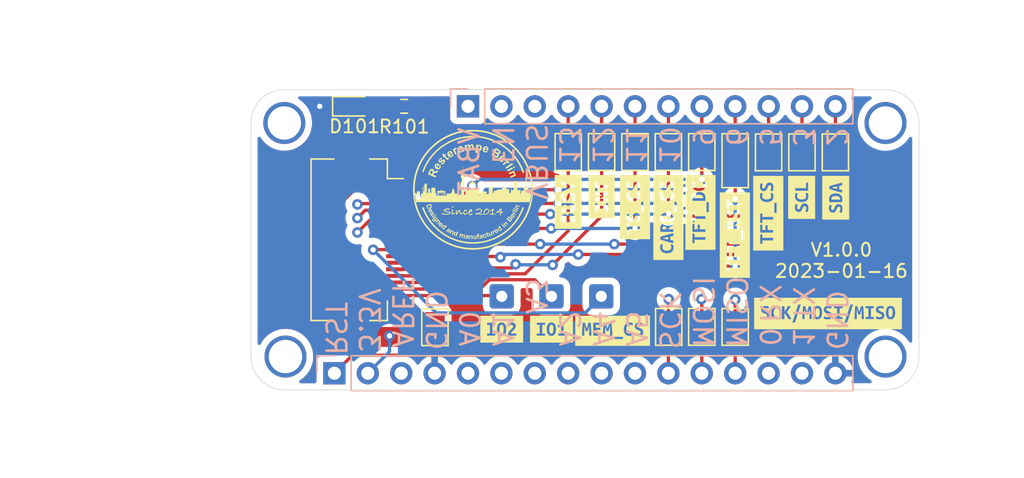
<source format=kicad_pcb>
(kicad_pcb (version 20211014) (generator pcbnew)
  (title_block (title "EYESPI Feather Wing") (date "2023-01-16") (rev "1.0.0") (company "Resterampe Berlin") (comment 3 "https://creativecommons.org/licenses/by-nc/4.0") (comment 4 "License CC BY-NC 4.0"))
  (layers (0 "F.Cu" signal) (1 "In1.Cu" signal) (2 "In2.Cu" signal) (31 "B.Cu" signal) (34 "B.Paste" user) (35 "F.Paste" user) (36 "B.SilkS" user "B.Silkscreen") (37 "F.SilkS" user "F.Silkscreen") (38 "B.Mask" user) (39 "F.Mask" user) (44 "Edge.Cuts" user))
  (net 0 "")
  (net 1 "GND")
  (net 2 "/1 TX")
  (net 3 "/0 RX")
  (net 4 "/MISO")
  (net 5 "/MOSI")
  (net 6 "/SCK")
  (net 7 "/A5")
  (net 8 "/A4")
  (net 9 "/A3")
  (net 10 "/A2")
  (net 11 "/A1")
  (net 12 "/A0")
  (net 13 "/AREF")
  (net 14 "/~{RST}")
  (net 15 "Net-(D101-Pad2)")
  (net 16 "/VBAT")
  (net 17 "/EN")
  (net 18 "/VBUS")
  (net 19 "/13")
  (net 20 "/12")
  (net 21 "/11")
  (net 22 "/10")
  (net 23 "/9")
  (net 24 "/6")
  (net 25 "/5")
  (net 26 "/SCL")
  (net 27 "/SDA")
  (net 28 "/LITE")
  (net 29 "/EYESPI_SCK")
  (net 30 "/EYESPI_MOSI")
  (net 31 "/EYESPI_MISO")
  (net 32 "/TFT_DC")
  (net 33 "/~{TFT_RST}")
  (net 34 "/~{TFT_CS}")
  (net 35 "/~{CARD_CS}")
  (net 36 "/~{MEM_CS}")
  (net 37 "/EYESPI_SCL")
  (net 38 "/EYESPI_SDA")
  (net 39 "/INT")
  (net 40 "/BUSY")
  (net 41 "/~{TS_CS}")
  (net 42 "/GPIO1")
  (net 43 "/GPIO2")
  (net 44 "+3V3")
  (net 45 "unconnected-(J106-PadMP)")
  (footprint "Jumper:SolderJumper-2_P1.3mm_Bridged_Pad1.0x1.5mm" (layer "F.Cu") (at 157.3911 98.3234 90)
    (fp_text reference "JP108" hide)
    (fp_text value "SolderJumper_2_Bridged")
  )
  (footprint "kibuzzard-63C5DDB7" (layer "F.Cu") (at 150.6093 111.93145)
    (fp_text reference "kibuzzard-63C5DDB7" hide)
    (fp_text value "G***" hide)
  )
  (footprint "Jumper:SolderJumper-2_P1.3mm_Bridged_Pad1.0x1.5mm" (layer "F.Cu") (at 137.0965 111.6584 -90)
    (fp_text reference "JP102" hide)
    (fp_text value "SolderJumper_2_Bridged")
  )
  (footprint "LED_SMD:LED_0603_1608Metric_Pad1.05x0.95mm_HandSolder" (layer "F.Cu") (at 130.9751 94.8436)
    (fp_text reference "D101")
    (fp_text value "LED")
  )
  (footprint "kibuzzard-63C5DD7B" (layer "F.Cu") (at 162.4457 102.981125 90)
    (fp_text reference "kibuzzard-63C5DD7B" hide)
    (fp_text value "G***" hide)
  )
  (footprint "Jumper:SolderJumper-2_P1.3mm_Bridged_Pad1.0x1.5mm" (layer "F.Cu") (at 154.8765 111.633 -90)
    (fp_text reference "JP107" hide)
    (fp_text value "SolderJumper_2_Bridged")
  )
  (footprint "Connector_FFC-FPC:Hirose_FH12-18S-0.5SH_1x18-1MP_P0.50mm_Horizontal" (layer "F.Cu") (at 132.1791 105.0036 -90)
    (fp_text reference "J106" hide)
    (fp_text value "EYE_SPI_DISPLAY_FLIP")
  )
  (footprint "kibuzzard-63C5DD9E" (layer "F.Cu") (at 145.9611 111.8108)
    (fp_text reference "kibuzzard-63C5DD9E" hide)
    (fp_text value "G***" hide)
  )
  (footprint "kibuzzard-63C5DCE3" (layer "F.Cu") (at 149.7711 101.711919 90)
    (fp_text reference "kibuzzard-63C5DCE3" hide)
    (fp_text value "G***" hide)
  )
  (footprint "Jumper:SolderJumper-2_P1.3mm_Bridged_Pad1.0x1.5mm" (layer "F.Cu") (at 165.0111 98.3488 90)
    (fp_text reference "JP104" hide)
    (fp_text value "SolderJumper_2_Bridged")
  )
  (footprint "kibuzzard-63C5DD88" (layer "F.Cu") (at 164.9857 101.778594 90)
    (fp_text reference "kibuzzard-63C5DD88" hide)
    (fp_text value "G***" hide)
  )
  (footprint "Jumper:SolderJumper-2_P1.3mm_Bridged_Pad1.0x1.5mm" (layer "F.Cu") (at 157.3911 111.633 -90)
    (fp_text reference "JP109" hide)
    (fp_text value "SolderJumper_2_Bridged")
  )
  (footprint "kibuzzard-63C5DCEE" (layer "F.Cu") (at 152.3111 102.516781 90)
    (fp_text reference "kibuzzard-63C5DCEE" hide)
    (fp_text value "G***" hide)
  )
  (footprint "Jumper:SolderJumper-2_P1.3mm_Open_Pad1.0x1.5mm" (layer "F.Cu") (at 149.7711 98.3234 90)
    (fp_text reference "JP106" hide)
    (fp_text value "SolderJumper_2_Open")
  )
  (footprint "Jumper:SolderJumper-2_P1.3mm_Open_Pad1.0x1.5mm" (layer "F.Cu") (at 152.3111 98.3234 90)
    (fp_text reference "JP103" hide)
    (fp_text value "SolderJumper_2_Open")
  )
  (footprint "Jumper:SolderJumper-2_P1.3mm_Bridged_Pad1.0x1.5mm" (layer "F.Cu") (at 162.4711 98.3488 90)
    (fp_text reference "JP105" hide)
    (fp_text value "SolderJumper_2_Bridged")
  )
  (footprint "kibuzzard-63C5DDAE" (layer "F.Cu") (at 142.1765 111.8108)
    (fp_text reference "kibuzzard-63C5DDAE" hide)
    (fp_text value "G***" hide)
  )
  (footprint "Jumper:SolderJumper-2_P1.3mm_Open_Pad1.0x1.5mm" (layer "F.Cu") (at 147.2311 98.3234 90)
    (fp_text reference "JP113" hide)
    (fp_text value "SolderJumper_2_Open")
  )
  (footprint "Jumper:SolderJumper-2_P1.3mm_Open_Pad1.0x1.5mm" (layer "F.Cu") (at 159.9311 111.633 -90)
    (fp_text reference "JP111" hide)
    (fp_text value "SolderJumper_2_Open")
  )
  (footprint "kibuzzard-63C5DCD9" (layer "F.Cu") (at 147.2311 102.119113 90)
    (fp_text reference "kibuzzard-63C5DCD9" hide)
    (fp_text value "G***" hide)
  )
  (footprint "Jumper:SolderJumper-3_P1.3mm_Bridged12_Pad1.0x1.5mm_NumberLabels" (layer "F.Cu") (at 159.9311 98.9838 90)
    (fp_text reference "JP110" hide)
    (fp_text value "SolderJumper_3_Bridged12")
  )
  (footprint "kibuzzard-63C5DE01" (layer "F.Cu") (at 166.9923 110.617)
    (fp_text reference "kibuzzard-63C5DE01" hide)
    (fp_text value "G***" hide)
  )
  (footprint "Jumper:SolderJumper-2_P1.3mm_Bridged_Pad1.0x1.5mm" (layer "F.Cu") (at 167.5511 98.3488 90)
    (fp_text reference "JP101" hide)
    (fp_text value "SolderJumper_2_Bridged")
  )
  (footprint "kibuzzard-63C5DD0E" (layer "F.Cu") (at 159.9057 104.648 90)
    (fp_text reference "kibuzzard-63C5DD0E" hide)
    (fp_text value "G***" hide)
  )
  (footprint "Resistor_SMD:R_0603_1608Metric_Pad0.98x0.95mm_HandSolder" (layer "F.Cu") (at 134.7597 94.8436 180)
    (fp_text reference "R101")
    (fp_text value "1K")
  )
  (footprint "kibuzzard-63C5DCF9" (layer "F.Cu") (at 154.8511 103.308944 90)
    (fp_text reference "kibuzzard-63C5DCF9" hide)
    (fp_text value "G***" hide)
  )
  (footprint "Connector_Wire:SolderWire-0.25sqmm_1x01_D0.65mm_OD1.7mm" (layer "F.Cu") (at 142.1765 109.308343)
    (fp_text reference "J108" hide)
    (fp_text value "Conn_01x01")
  )
  (footprint "Jumper:SolderJumper-2_P1.3mm_Open_Pad1.0x1.5mm" (layer "F.Cu") (at 154.8511 98.3234 90)
    (fp_text reference "JP112" hide)
    (fp_text value "SolderJumper_2_Open")
  )
  (footprint "kibuzzard-63C5DD93" (layer "F.Cu") (at 167.5765 101.8032 90)
    (fp_text reference "kibuzzard-63C5DD93" hide)
    (fp_text value "G***" hide)
  )
  (footprint "Connector_Wire:SolderWire-0.25sqmm_1x01_D0.65mm_OD1.7mm" (layer "F.Cu") (at 149.7457 109.308343)
    (fp_text reference "J109" hide)
    (fp_text value "Conn_01x01")
  )
  (footprint "kibuzzard-63C5DCBF" (layer "F.Cu") (at 157.2895 102.9208 90)
    (fp_text reference "kibuzzard-63C5DCBF" hide)
    (fp_text value "G***" hide)
  )
  (footprint "Connector_Wire:SolderWire-0.25sqmm_1x01_D0.65mm_OD1.7mm" (layer "F.Cu") (at 145.9611 109.308343)
    (fp_text reference "J107" hide)
    (fp_text value "Conn_01x01")
  )
  (footprint "Connector_PinHeader_2.54mm:PinHeader_1x12_P2.54mm_Vertical" (layer "B.Cu") (at 139.6111 94.8436 -90)
    (fp_text reference "J102" hide)
    (fp_text value "Conn_01x12")
  )
  (footprint "Connector_PinHeader_2.54mm:PinHeader_1x16_P2.54mm_Vertical" (layer "B.Cu") (at 129.4511 115.1636 -90)
    (fp_text reference "J101" hide)
    (fp_text value "Conn_01x16")
  )
  (gr_poly (pts (xy 136.913171 102.891543) (xy 136.917417 102.891964) (xy 136.9217 102.89262) (xy 136.926019 102.893509) (xy 136.930374 102.894634) (xy 136.934765 102.895993) (xy 136.939155 102.897622) (xy 136.943505 102.899556) (xy 136.947815 102.901795) (xy 136.952085 102.904339) (xy 136.956316 102.907189) (xy 136.960507 102.910344) (xy 136.964658 102.913804) (xy 136.96877 102.917569) (xy 136.972842 102.92164) (xy 136.976874 102.926016) (xy 136.980866 102.930698) (xy 136.984819 102.935685) (xy 136.988732 102.940978) (xy 136.992606 102.946576) (xy 136.99644 102.952479) (xy 137.000234 102.958688) (xy 137.003707 102.96468) (xy 137.006941 102.970551) (xy 137.009937 102.976301) (xy 137.012696 102.981929) (xy 137.015215 102.987437) (xy 137.017497 102.992824) (xy 137.01954 102.998089) (xy 137.021345 103.003234) (xy 137.022912 103.008257) (xy 137.02424 103.013159) (xy 137.025329 103.017941) (xy 137.026181 103.022601) (xy 137.026793 103.02714) (xy 137.027167 103.031559) (xy 137.027303 103.035856) (xy 137.0272 103.040032) (xy 137.026881 103.044126) (xy 137.026376 103.048175) (xy 137.025686 103.05218) (xy 137.02481 103.056141) (xy 137.023749 103.060057) (xy 137.022501 103.063929) (xy 137.021067 103.067756) (xy 137.019448 103.071538) (xy 137.017642 103.075276) (xy 137.015651 103.07897) (xy 137.013473 103.082618) (xy 137.011109 103.086222) (xy 137.008559 103.089781) (xy 137.005822 103.093295) (xy 137.002899 103.096764) (xy 136.99979 103.100187) (xy 136.953942 103.047757) (xy 136.955342 103.046254) (xy 136.956661 103.044726) (xy 136.957898 103.043176) (xy 136.959054 103.041602) (xy 136.960128 103.040005) (xy 136.961121 103.038384) (xy 136.962032 103.036741) (xy 136.962862 103.035074) (xy 136.96361 103.033383) (xy 136.964276 103.031669) (xy 136.964861 103.029932) (xy 136.965364 103.028172) (xy 136.965785 103.026388) (xy 136.966124 103.024581) (xy 136.966382 103.022751) (xy 136.966558 103.020898) (xy 136.966639 103.019018) (xy 136.966622 103.017101) (xy 136.966506 103.015148) (xy 136.966292 103.013159) (xy 136.965979 103.011132) (xy 136.965567 103.009069) (xy 136.965056 103.00697) (xy 136.964446 103.004834) (xy 136.963738 103.002662) (xy 136.962931 103.000453) (xy 136.962026 102.998208) (xy 136.961021 102.995927) (xy 136.959918 102.993609) (xy 136.958716 102.991255) (xy 136.957416 102.988864) (xy 136.956016 102.986438) (xy 136.954192 102.983425) (xy 136.952379 102.980554) (xy 136.950577 102.977825) (xy 136.948785 102.975237) (xy 136.947005 102.972791) (xy 136.945235 102.970487) (xy 136.943477 102.968324) (xy 136.941729 102.966303) (xy 136.939992 102.964423) (xy 136.938266 102.962684) (xy 136.936552 102.961087) (xy 136.934847 102.959631) (xy 136.933154 102.958316) (xy 136.931472 102.957142) (xy 136.929801 102.956109) (xy 136.92814 102.955217) (xy 136.927007 102.954724) (xy 136.925884 102.9543) (xy 136.924772 102.953946) (xy 136.923671 102.95366) (xy 136.92258 102.953445) (xy 136.9215 102.953298) (xy 136.920431 102.95322) (xy 136.919372 102.953212) (xy 136.918324 102.953272) (xy 136.917285 102.953401) (xy 136.916258 102.953599) (xy 136.91524 102.953866) (xy 136.914232 102.954201) (xy 136.913235 102.954606) (xy 136.912248 102.955078) (xy 136.91127 102.955619) (xy 136.910859 102.955872) (xy 136.910459 102.956135) (xy 136.91007 102.956408) (xy 136.909693 102.95669) (xy 136.909326 102.956982) (xy 136.908971 102.957284) (xy 136.908627 102.957596) (xy 136.908294 102.957917) (xy 136.907972 102.958249) (xy 136.907661 102.95859) (xy 136.907361 102.958941) (xy 136.907072 102.959302) (xy 136.906795 102.959672) (xy 136.906529 102.960052) (xy 136.906273 102.960442) (xy 136.906029 102.960842) (xy 136.905796 102.961252) (xy 136.905574 102.961672) (xy 136.905363 102.962101) (xy 136.905163 102.96254) (xy 136.904797 102.963448) (xy 136.904475 102.964394) (xy 136.904197 102.96538) (xy 136.903964 102.966405) (xy 136.903774 102.96747) (xy 136.903629 102.968573) (xy 136.903555 102.970263) (xy 136.903632 102.9723) (xy 136.903862 102.974684) (xy 136.904244 102.977416) (xy 136.904778 102.980495) (xy 136.905465 102.983921) (xy 136.906303 102.987695) (xy 136.907294 102.991817) (xy 136.909731 103.001102) (xy 136.912776 103.011778) (xy 136.916429 103.023844) (xy 136.92069 103.037302) (xy 136.924903 103.051031) (xy 136.928397 103.063915) (xy 136.931173 103.075954) (xy 136.932292 103.081656) (xy 136.933231 103.087146) (xy 136.93399 103.092425) (xy 136.93457 103.097492) (xy 136.934971 103.102348) (xy 136.935191 103.106992) (xy 136.935233 103.111424) (xy 136.935094 103.115644) (xy 136.934776 103.119653) (xy 136.934279 103.12345) (xy 136.933551 103.127083) (xy 136.93263 103.130624) (xy 136.931515 103.134074) (xy 136.930207 103.137432) (xy 136.928706 103.140698) (xy 136.927012 103.143872) (xy 136.925125 103.146954) (xy 136.923045 103.149945) (xy 136.920771 103.152844) (xy 136.918305 103.155651) (xy 136.915646 103.158367) (xy 136.912794 103.16099) (xy 136.909749 103.163522) (xy 136.906512 103.165962) (xy 136.903082 103.16831) (xy 136.899459 103.170567) (xy 136.895376 103.172849) (xy 136.891238 103.174876) (xy 136.887046 103.176649) (xy 136.882799 103.178168) (xy 136.878498 103.179432) (xy 136.874142 103.180442) (xy 136.869732 103.181198) (xy 136.865267 103.1817) (xy 136.860749 103.181948) (xy 136.856175 103.181942) (xy 136.851548 103.181682) (xy 136.846867 103.181169) (xy 136.842131 103.180402) (xy 136.837341 103.17938) (xy 136.832497 103.178106) (xy 136.827598 103.176578) (xy 136.8227 103.174767) (xy 136.817864 103.172645) (xy 136.81309 103.170211) (xy 136.808377 103.167466) (xy 136.803727 103.164409) (xy 136.799138 103.16104) (xy 136.794612 103.15736) (xy 136.790147 103.153369) (xy 136.785743 103.149065) (xy 136.781402 103.144451) (xy 136.777122 103.139525) (xy 136.772904 103.134287) (xy 136.768748 103.128738) (xy 136.764653 103.122877) (xy 136.76062 103.116704) (xy 136.756648 103.11022) (xy 136.753195 103.104225) (xy 136.749988 103.098297) (xy 136.747026 103.092436) (xy 136.74431 103.086641) (xy 136.741839 103.080914) (xy 136.739614 103.075252) (xy 136.737635 103.069658) (xy 136.735902 103.06413) (xy 136.734415 103.058669) (xy 136.733173 103.053273) (xy 136.732178 103.047945) (xy 136.731428 103.042682) (xy 136.730924 103.037486) (xy 136.730666 103.032356) (xy 136.730654 103.027292) (xy 136.730888 103.022294) (xy 136.731345 103.017373) (xy 136.732001 103.012539) (xy 136.732857 103.007792) (xy 136.733913 103.003132) (xy 136.735168 102.99856) (xy 136.736622 102.994074) (xy 136.738276 102.989676) (xy 136.74013 102.985364) (xy 136.742183 102.981139) (xy 136.744437 102.977001) (xy 136.746889 102.972949) (xy 136.749542 102.968984) (xy 136.752395 102.965106) (xy 136.755447 102.961314) (xy 136.758699 102.957608) (xy 136.762151 102.953989) (xy 136.808909 103.01097) (xy 136.806982 103.012835) (xy 136.805161 103.014723) (xy 136.803448 103.016635) (xy 136.801841 103.01857) (xy 136.80034 103.020529) (xy 136.798946 103.022511) (xy 136.797659 103.024517) (xy 136.796479 103.026546) (xy 136.795405 103.028599) (xy 136.794438 103.030675) (xy 136.793577 103.032775) (xy 136.792824 103.034899) (xy 136.792176 103.037046) (xy 136.791636 103.039217) (xy 136.791202 103.041412) (xy 136.790875 103.04363) (xy 136.790661 103.045873) (xy 136.790566 103.048149) (xy 136.790591 103.050457) (xy 136.790735 103.052798) (xy 136.790999 103.055172) (xy 136.791382 103.057578) (xy 136.791883 103.060018) (xy 136.792505 103.06249) (xy 136.793245 103.064994) (xy 136.794104 103.067532) (xy 136.795082 103.070102) (xy 136.796179 103.072705) (xy 136.797394 103.075341) (xy 136.798729 103.07801) (xy 136.800182 103.080711) (xy 136.801754 103.083445) (xy 136.803558 103.086405) (xy 136.805376 103.08923) (xy 136.807208 103.09192) (xy 136.809053 103.094474) (xy 136.810912 103.096894) (xy 136.812784 103.099178) (xy 136.814671 103.101327) (xy 136.816571 103.103341) (xy 136.818485 103.10522) (xy 136.820413 103.106965) (xy 136.822355 103.108574) (xy 136.824311 103.110049) (xy 136.826281 103.111389) (xy 136.828265 103.112595) (xy 136.830264 103.113666) (xy 136.832277 103.114602) (xy 136.833659 103.115127) (xy 136.835037 103.115568) (xy 136.83641 103.115925) (xy 136.837777 103.116198) (xy 136.83914 103.116387) (xy 136.840498 103.116491) (xy 136.841851 103.116512) (xy 136.843199 103.116449) (xy 136.844542 103.116302) (xy 136.84588 103.116071) (xy 136.847213 103.115756) (xy 136.848541 103.115358) (xy 136.849864 103.114876) (xy 136.851182 103.114311) (xy 136.852495 103.113662) (xy 136.853803 103.11293) (xy 136.854672 103.112391) (xy 136.855502 103.111828) (xy 136.856292 103.111242) (xy 136.857042 103.110632) (xy 136.857752 103.109999) (xy 136.858423 103.109343) (xy 136.859054 103.108664) (xy 136.859645 103.107961) (xy 136.860197 103.107235) (xy 136.860709 103.106485) (xy 136.861181 103.105713) (xy 136.861614 103.104917) (xy 136.862007 103.104097) (xy 136.86236 103.103255) (xy 136.862674 103.102389) (xy 136.862948 103.1015) (xy 136.863128 103.100543) (xy 136.86325 103.099499) (xy 136.863313 103.098368) (xy 136.863317 103.09715) (xy 136.863262 103.095844) (xy 136.863148 103.094451) (xy 136.862975 103.092971) (xy 136.862743 103.091403) (xy 136.862453 103.089748) (xy 136.862104 103.088006) (xy 136.861696 103.086177) (xy 136.86123 103.08426) (xy 136.860704 103.082256) (xy 136.860121 103.080164) (xy 136.859478 103.077985) (xy 136.858777 103.075719) (xy 136.852197 103.055251) (xy 136.846553 103.036567) (xy 136.841846 103.019666) (xy 136.838076 103.004549) (xy 136.835242 102.991214) (xy 136.833345 102.979662) (xy 136.832385 102.969893) (xy 136.832256 102.965676) (xy 136.832361 102.961905) (xy 136.832794 102.957063) (xy 136.833473 102.95237) (xy 136.834397 102.947826) (xy 136.835568 102.943432) (xy 136.836986 102.939187) (xy 136.838649 102.935092) (xy 136.840559 102.931147) (xy 136.842715 102.927351) (xy 136.845117 102.923705) (xy 136.847765 102.920209) (xy 136.85066 102.916863) (xy 136.853802 102.913667) (xy 136.857189 102.910621) (xy 136.860824 102.907726) (xy 136.864704 102.90498) (xy 136.868831 102.902385) (xy 136.872683 102.900228) (xy 136.87657 102.898305) (xy 136.880494 102.896616) (xy 136.884453 102.895162) (xy 136.888447 102.893942) (xy 136.892478 102.892956) (xy 136.896545 102.892205) (xy 136.900647 102.891688) (xy 136.904786 102.891405) (xy 136.90896 102.891357)) (layer "F.SilkS") (width 0) (fill solid))
  (gr_poly (pts (xy 138.711609 98.002335) (xy 138.716987 98.002657) (xy 138.722418 98.003148) (xy 138.732387 98.112856) (xy 138.728 98.112279) (xy 138.723707 98.111827) (xy 138.719507 98.111499) (xy 138.715401 98.111296) (xy 138.711388 98.111217) (xy 138.707469 98.111263) (xy 138.703644 98.111433) (xy 138.699912 98.111728) (xy 138.696274 98.112148) (xy 138.692729 98.112692) (xy 138.689279 98.11336) (xy 138.685923 98.114153) (xy 138.68266 98.115071) (xy 138.679492 98.116113) (xy 138.676418 98.117279) (xy 138.673438 98.11857) (xy 138.670649 98.119913) (xy 138.66796 98.121328) (xy 138.665369 98.122816) (xy 138.662878 98.124377) (xy 138.660485 98.126011) (xy 138.658191 98.127718) (xy 138.655996 98.129497) (xy 138.653901 98.13135) (xy 138.651905 98.133276) (xy 138.650008 98.135274) (xy 138.64821 98.137346) (xy 138.646512 98.13949) (xy 138.644913 98.141707) (xy 138.643414 98.143997) (xy 138.642014 98.146361) (xy 138.640714 98.148797) (xy 138.639527 98.151336) (xy 138.638464 98.15401) (xy 138.637526 98.156817) (xy 138.636714 98.159758) (xy 138.636027 98.162832) (xy 138.635464 98.166041) (xy 138.635028 98.169382) (xy 138.634716 98.172858) (xy 138.63453 98.176467) (xy 138.634468 98.180209) (xy 138.634533 98.184084) (xy 138.634722 98.188093) (xy 138.635037 98.192235) (xy 138.635478 98.19651) (xy 138.636044 98.200919) (xy 138.636735 98.20546) (xy 138.637653 98.210335) (xy 138.6389 98.215736) (xy 138.640475 98.221664) (xy 138.642378 98.228118) (xy 138.64461 98.235098) (xy 138.647169 98.242605) (xy 138.653274 98.259199) (xy 138.660691 98.2779) (xy 138.66942 98.298707) (xy 138.679462 98.32162) (xy 138.690816 98.346641) (xy 138.748982 98.472879) (xy 138.640841 98.522706) (xy 138.4525 98.113998) (xy 138.552957 98.067707) (xy 138.579733 98.12581) (xy 138.58156 98.113022) (xy 138.583627 98.101187) (xy 138.585934 98.090305) (xy 138.588483 98.080375) (xy 138.589848 98.075768) (xy 138.591272 98.071398) (xy 138.592758 98.067266) (xy 138.594303 98.063373) (xy 138.595909 98.059718) (xy 138.597576 98.056301) (xy 138.599302 98.053122) (xy 138.60109 98.050181) (xy 138.602957 98.0474) (xy 138.604914 98.044702) (xy 138.606962 98.042086) (xy 138.6091 98.039552) (xy 138.611328 98.037101) (xy 138.613647 98.034731) (xy 138.616057 98.032444) (xy 138.618558 98.030239) (xy 138.621149 98.028116) (xy 138.623832 98.026076) (xy 138.626605 98.024117) (xy 138.629469 98.02224) (xy 138.632424 98.020445) (xy 138.63547 98.018732) (xy 138.638607 98.017102) (xy 138.641836 98.015553) (xy 138.646478 98.01351) (xy 138.651173 98.011636) (xy 138.65592 98.009932) (xy 138.660719 98.008396) (xy 138.665572 98.00703) (xy 138.670477 98.005833) (xy 138.675434 98.004804) (xy 138.680444 98.003945) (xy 138.685507 98.003255) (xy 138.690622 98.002733) (xy 138.69579 98.00238) (xy 138.70101 98.002196) (xy 138.706283 98.002181)) (layer "F.SilkS") (width 0) (fill solid))
  (gr_poly (pts (xy 143.038956 99.589527) (xy 142.643563 99.804432) (xy 142.586688 99.699805) (xy 142.982081 99.484921)) (layer "F.SilkS") (width 0) (fill solid))
  (gr_poly (pts (xy 138.39607 104.288844) (xy 138.378184 104.324976) (xy 138.384769 104.321952) (xy 138.391324 104.319318) (xy 138.397848 104.317074) (xy 138.404341 104.315221) (xy 138.410805 104.313757) (xy 138.417237 104.312683) (xy 138.423639 104.312) (xy 138.430011 104.311707) (xy 138.436351 104.311804) (xy 138.442661 104.312291) (xy 138.44894 104.313168) (xy 138.455188 104.314436) (xy 138.461404 104.316093) (xy 138.46759 104.318142) (xy 138.473745 104.32058) (xy 138.479868 104.323409) (xy 138.48253 104.324766) (xy 138.485132 104.326169) (xy 138.487675 104.327617) (xy 138.49016 104.329112) (xy 138.492585 104.330654) (xy 138.494952 104.332241) (xy 138.49726 104.333874) (xy 138.499509 104.335554) (xy 138.501699 104.337279) (xy 138.50383 104.339051) (xy 138.505903 104.340869) (xy 138.507917 104.342733) (xy 138.509872 104.344644) (xy 138.511769 104.3466) (xy 138.513607 104.348603) (xy 138.515387 104.350651) (xy 138.517094 104.352726) (xy 138.518717 104.354801) (xy 138.520256 104.356876) (xy 138.521709 104.358949) (xy 138.523078 104.361023) (xy 138.524363 104.363096) (xy 138.525563 104.365168) (xy 138.526679 104.36724) (xy 138.52771 104.369311) (xy 138.528657 104.371382) (xy 138.52952 104.373453) (xy 138.530299 104.375523) (xy 138.530993 104.377592) (xy 138.531604 104.379661) (xy 138.532131 104.38173) (xy 138.532573 104.383798) (xy 138.532942 104.385871) (xy 138.533255 104.387949) (xy 138.533512 104.39003) (xy 138.533713 104.392116) (xy 138.533858 104.394205) (xy 138.533947 104.396298) (xy 138.53398 104.398395) (xy 138.533957 104.400496) (xy 138.533879 104.4026) (xy 138.533744 104.404708) (xy 138.533554 104.406819) (xy 138.533309 104.408935) (xy 138.533007 104.411054) (xy 138.53265 104.413176) (xy 138.532237 104.415302) (xy 138.531769 104.417432) (xy 138.531233 104.419608) (xy 138.530619 104.421874) (xy 138.529153 104.426674) (xy 138.527371 104.431833) (xy 138.525273 104.437349) (xy 138.522859 104.443223) (xy 138.520128 104.449453) (xy 138.51708 104.45604) (xy 138.513714 104.462982) (xy 138.438043 104.615805) (xy 138.372977 104.583611) (xy 138.435102 104.458093) (xy 138.439748 104.448539) (xy 138.443829 104.439801) (xy 138.447344 104.431878) (xy 138.450294 104.424771) (xy 138.452678 104.418479) (xy 138.454497 104.413003) (xy 138.45575 104.408343) (xy 138.456164 104.406319) (xy 138.456437 104.404498) (xy 138.456609 104.40279) (xy 138.456721 104.401102) (xy 138.456772 104.399435) (xy 138.456762 104.397788) (xy 138.456691 104.396161) (xy 138.45656 104.394555) (xy 138.456368 104.392969) (xy 138.456114 104.391404) (xy 138.4558 104.38986) (xy 138.455425 104.388336) (xy 138.454988 104.386833) (xy 138.45449 104.38535) (xy 138.453931 104.383889) (xy 138.453311 104.382447) (xy 138.452629 104.381027) (xy 138.451886 104.379628) (xy 138.451089 104.378253) (xy 138.450236 104.376914) (xy 138.449329 104.375611) (xy 138.448366 104.374345) (xy 138.447349 104.373114) (xy 138.446276 104.37192) (xy 138.445148 104.370762) (xy 138.443965 104.36964) (xy 138.442727 104.368553) (xy 138.441434 104.367503) (xy 138.440086 104.366488) (xy 138.438682 104.36551) (xy 138.437224 104.364567) (xy 138.435711 104.36366) (xy 138.434142 104.362789) (xy 138.432519 104.361954) (xy 138.430403 104.360953) (xy 138.428278 104.360037) (xy 138.426144 104.359207) (xy 138.424002 104.358462) (xy 138.421851 104.357803) (xy 138.419691 104.357229) (xy 138.417522 104.356742) (xy 138.415344 104.356339) (xy 138.413158 104.356023) (xy 138.410963 104.355793) (xy 138.40876 104.355648) (xy 138.406548 104.35559) (xy 138.404328 104.355618) (xy 138.402099 104.355731) (xy 138.399861 104.355931) (xy 138.397615 104.356218) (xy 138.395382 104.356583) (xy 138.393193 104.357028) (xy 138.391046 104.357553) (xy 138.388943 104.358158) (xy 138.386883 104.358843) (xy 138.384865 104.359608) (xy 138.382891 104.360453) (xy 138.380959 104.361377) (xy 138.379071 104.362381) (xy 138.377225 104.363466) (xy 138.375422 104.36463) (xy 138.373663 104.365874) (xy 138.371945 104.367197) (xy 138.370271 104.368601) (xy 138.368639 104.370084) (xy 138.36705 104.371648) (xy 138.365452 104.373358) (xy 138.363792 104.375291) (xy 138.36207 104.377446) (xy 138.360287 104.379824) (xy 138.358443 104.382423) (xy 138.356537 104.385245) (xy 138.354569 104.388289) (xy 138.35254 104.391555) (xy 138.35045 104.395044) (xy 138.348298 104.398755) (xy 138.346084 104.402688) (xy 138.343809 104.406843) (xy 138.339075 104.41582) (xy 138.334094 104.425687) (xy 138.278976 104.537065) (xy 138.213888 104.50485) (xy 138.335618 104.258935)) (layer "F.SilkS") (width 0) (fill solid))
  (gr_poly (pts (xy 139.422337 102.699742) (xy 139.426485 102.70066) (xy 139.430438 102.70162) (xy 139.434194 102.702622) (xy 139.437754 102.703667) (xy 139.441115 102.704755) (xy 139.444276 102.705886) (xy 139.447236 102.707059) (xy 139.449993 102.708275) (xy 139.452546 102.709533) (xy 139.454893 102.710835) (xy 139.457034 102.712179) (xy 139.458967 102.713565) (xy 139.460691 102.714994) (xy 139.462204 102.716466) (xy 139.463505 102.717981) (xy 139.464688 102.718173) (xy 139.465849 102.718407) (xy 139.466987 102.718685) (xy 139.468098 102.719005) (xy 139.469183 102.719367) (xy 139.47024 102.719773) (xy 139.471268 102.72022) (xy 139.472265 102.720711) (xy 139.47323 102.721244) (xy 139.474162 102.72182) (xy 139.475059 102.722439) (xy 139.47592 102.7231) (xy 139.476744 102.723804) (xy 139.477529 102.724551) (xy 139.478274 102.72534) (xy 139.478977 102.726172) (xy 139.498091 102.727082) (xy 139.510833 102.743466) (xy 139.512853 102.748102) (xy 139.513809 102.750345) (xy 139.514702 102.752567) (xy 139.515508 102.754789) (xy 139.515873 102.755907) (xy 139.516209 102.757033) (xy 139.516512 102.758169) (xy 139.516781 102.759319) (xy 139.517013 102.760484) (xy 139.517204 102.761669) (xy 139.524486 102.76895) (xy 139.521756 102.782602) (xy 139.521916 102.783477) (xy 139.522056 102.784396) (xy 139.522178 102.78536) (xy 139.522282 102.786371) (xy 139.522444 102.788538) (xy 139.522552 102.790908) (xy 139.522618 102.793491) (xy 139.522652 102.796298) (xy 139.522666 102.802627) (xy 139.527217 102.806267) (xy 139.527217 102.819919) (xy 139.530857 102.848135) (xy 139.528447 102.85046) (xy 139.525993 102.852657) (xy 139.523498 102.854726) (xy 139.520959 102.856667) (xy 139.518378 102.858481) (xy 139.515754 102.860166) (xy 139.513088 102.861723) (xy 139.510379 102.863152) (xy 139.507627 102.864453) (xy 139.504832 102.865627) (xy 139.501995 102.866672) (xy 139.499115 102.867589) (xy 139.496193 102.868379) (xy 139.493228 102.86904) (xy 139.49022 102.869573) (xy 139.487169 102.869979) (xy 139.485602 102.86712) (xy 139.483971 102.864347) (xy 139.482279 102.861659) (xy 139.480528 102.859057) (xy 139.478717 102.85654) (xy 139.47685 102.854108) (xy 139.474926 102.851761) (xy 139.472948 102.8495) (xy 139.470916 102.847324) (xy 139.468832 102.845234) (xy 139.466698 102.843228) (xy 139.464514 102.841308) (xy 139.462283 102.839474) (xy 139.460005 102.837724) (xy 139.457681 102.83606) (xy 139.455313 102.834482) (xy 139.453493 102.804447) (xy 139.448032 102.794435) (xy 139.448032 102.787153) (xy 139.43893 102.776232) (xy 139.434379 102.772591) (xy 139.426188 102.775322) (xy 139.414356 102.775322) (xy 139.412831 102.775706) (xy 139.411325 102.776177) (xy 139.409838 102.776735) (xy 139.408369 102.777383) (xy 139.406915 102.778122) (xy 139.405477 102.778953) (xy 139.404051 102.779877) (xy 139.402638 102.780896) (xy 139.401235 102.782011) (xy 139.399841 102.783223) (xy 139.398456 102.784534) (xy 139.397077 102.785944) (xy 139.395703 102.787457) (xy 139.394334 102.789071) (xy 139.392967 102.79079) (xy 139.391602 102.792614) (xy 139.386141 102.800138) (xy 139.38068 102.807746) (xy 139.375219 102.815525) (xy 139.372488 102.819505) (xy 139.369758 102.82356) (xy 139.368848 102.832662) (xy 139.363386 102.837212) (xy 139.363386 102.853596) (xy 139.351554 102.866338) (xy 139.336992 102.906385) (xy 139.337902 102.917307) (xy 139.330621 102.93369) (xy 139.333351 102.953714) (xy 139.32789 102.956445) (xy 139.32607 102.981929) (xy 139.32698 102.98648) (xy 139.337902 102.997402) (xy 139.342453 103.016515) (xy 139.355195 103.020156) (xy 139.356105 103.027437) (xy 139.371579 103.030168) (xy 139.38341 103.032898) (xy 139.384264 103.032408) (xy 139.38512 103.031958) (xy 139.385982 103.031548) (xy 139.386852 103.031178) (xy 139.387732 103.030844) (xy 139.388626 103.030547) (xy 139.389536 103.030284) (xy 139.390464 103.030054) (xy 139.391414 103.029857) (xy 139.392387 103.02969) (xy 139.393388 103.029552) (xy 139.394417 103.029443) (xy 139.395479 103.02936) (xy 139.396575 103.029302) (xy 139.397709 103.029269) (xy 139.398883 103.029258) (xy 139.405255 103.029258) (xy 139.407944 103.028278) (xy 139.410559 103.027395) (xy 139.41311 103.026618) (xy 139.415608 103.025958) (xy 139.41684 103.025676) (xy 139.418063 103.025427) (xy 139.419277 103.025212) (xy 139.420485 103.025034) (xy 139.421688 103.024893) (xy 139.422887 103.02479) (xy 139.424083 103.024728) (xy 139.425278 103.024707) (xy 139.427027 103.024024) (xy 139.428862 103.023342) (xy 139.430781 103.022659) (xy 139.432787 103.021976) (xy 139.434877 103.021294) (xy 139.437053 103.020611) (xy 139.439314 103.019928) (xy 139.44166 103.019246) (xy 139.443058 103.017432) (xy 139.444521 103.015745) (xy 139.44605 103.014184) (xy 139.447648 103.012747) (xy 139.448473 103.012074) (xy 139.449315 103.011432) (xy 139.450175 103.01082) (xy 139.451052 103.010238) (xy 139.451948 103.009687) (xy 139.452862 103.009165) (xy 139.453794 103.008673) (xy 139.454745 103.00821) (xy 139.456702 103.007373) (xy 139.458735 103.006651) (xy 139.460846 103.006044) (xy 139.463036 103.005551) (xy 139.465305 103.005169) (xy 139.467656 103.004898) (xy 139.470089 103.004737) (xy 139.472606 103.004683) (xy 139.478067 103.004683) (xy 139.478579 103.004662) (xy 139.479088 103.0046) (xy 139.479591 103.004497) (xy 139.480087 103.004356) (xy 139.480572 103.004178) (xy 139.481043 103.003963) (xy 139.481499 103.003714) (xy 139.481936 103.003432) (xy 139.482351 103.003117) (xy 139.482743 103.002772) (xy 139.483108 103.002398) (xy 139.483443 103.001995) (xy 139.483747 103.001566) (xy 139.484016 103.001112) (xy 139.484136 103.000876) (xy 139.484247 103.000633) (xy 139.484348 103.000386) (xy 139.484439 103.000132) (xy 139.485686 102.998288) (xy 139.487039 102.996509) (xy 139.488497 102.994801) (xy 139.490056 102.993164) (xy 139.491717 102.991602) (xy 139.493478 102.990117) (xy 139.495338 102.988712) (xy 139.497295 102.98739) (xy 139.499348 102.986153) (xy 139.501495 102.985004) (xy 139.503736 102.983946) (xy 139.506069 102.982981) (xy 139.508493 102.982113) (xy 139.511006 102.981342) (xy 139.513607 102.980673) (xy 139.516294 102.980109) (xy 139.519441 102.97725) (xy 139.522399 102.974475) (xy 139.52517 102.971783) (xy 139.527757 102.969172) (xy 139.530163 102.966642) (xy 139.53239 102.96419) (xy 139.534441 102.961815) (xy 139.536318 102.959516) (xy 139.538025 102.957292) (xy 139.539564 102.955141) (xy 139.540938 102.953062) (xy 139.542149 102.951054) (xy 139.5432 102.949115) (xy 139.544094 102.947245) (xy 139.544832 102.94544) (xy 139.54542 102.943702) (xy 139.546923 102.942806) (xy 139.548363 102.941828) (xy 139.549739 102.94077) (xy 139.551051 102.939635) (xy 139.552299 102.938425) (xy 139.553483 102.937143) (xy 139.554603 102.935791) (xy 139.555659 102.934373) (xy 139.556651 102.932891) (xy 139.557579 102.931348) (xy 139.558443 102.929745) (xy 139.559243 102.928087) (xy 139.559979 102.926376) (xy 139.560651 102.924614) (xy 139.561259 102.922804) (xy 139.561803 102.920948) (xy 139.567264 102.917307) (xy 139.569995 102.896373) (xy 139.575115 102.897333) (xy 139.579895 102.898508) (xy 139.584336 102.899899) (xy 139.58844 102.901507) (xy 139.590366 102.902393) (xy 139.592208 102.903334) (xy 139.593966 102.90433) (xy 139.595641 102.905381) (xy 139.597233 102.906487) (xy 139.598741 102.907649) (xy 139.600166 102.908866) (xy 139.601509 102.910139) (xy 139.602769 102.911469) (xy 139.603946 102.912854) (xy 139.605041 102.914296) (xy 139.606054 102.915794) (xy 139.606985 102.917349) (xy 139.607834 102.918961) (xy 139.608602 102.92063) (xy 139.609288 102.922356) (xy 139.609892 102.924139) (xy 139.610416 102.92598) (xy 139.610858 102.927878) (xy 139.61122 102.929834) (xy 139.611501 102.931848) (xy 139.611702 102.933921) (xy 139.611862 102.938241) (xy 139.611862 102.945522) (xy 139.594569 102.961905) (xy 139.593659 102.967367) (xy 139.593275 102.969393) (xy 139.592807 102.971375) (xy 139.592257 102.973312) (xy 139.591625 102.975203) (xy 139.590913 102.977045) (xy 139.590123 102.978838) (xy 139.589255 102.98058) (xy 139.588311 102.982271) (xy 139.587293 102.983908) (xy 139.586201 102.98549) (xy 139.585037 102.987016) (xy 139.583803 102.988485) (xy 139.582499 102.989896) (xy 139.581128 102.991246) (xy 139.579689 102.992535) (xy 139.578186 102.993762) (xy 139.575391 102.998796) (xy 139.572467 103.003659) (xy 139.569412 103.008352) (xy 139.566226 103.012875) (xy 139.562906 103.017227) (xy 139.559451 103.021408) (xy 139.55586 103.025418) (xy 139.552132 103.029258) (xy 139.548266 103.032927) (xy 139.544259 103.036425) (xy 139.540111 103.039753) (xy 139.53582 103.04291) (xy 139.531386 103.045897) (xy 139.526806 103.048713) (xy 139.522079 103.051358) (xy 139.517204 103.053832) (xy 139.503552 103.064754) (xy 139.49172 103.066575) (xy 139.477157 103.077497) (xy 139.467146 103.078407) (xy 139.444392 103.092969) (xy 139.429829 103.091149) (xy 139.413446 103.09843) (xy 139.400703 103.09479) (xy 139.394332 103.100251) (xy 139.377039 103.09752) (xy 139.359746 103.100251) (xy 139.353375 103.09479) (xy 139.335172 103.091149) (xy 139.308776 103.071126) (xy 139.294214 103.052922) (xy 139.292561 103.050735) (xy 139.291014 103.04861) (xy 139.289574 103.046543) (xy 139.288241 103.044532) (xy 139.287014 103.042574) (xy 139.285894 103.040667) (xy 139.284881 103.038808) (xy 139.283974 103.036994) (xy 139.283174 103.035223) (xy 139.282481 103.033492) (xy 139.281894 103.031798) (xy 139.281414 103.030139) (xy 139.281041 103.028512) (xy 139.280774 103.026915) (xy 139.280614 103.025343) (xy 139.280561 103.023796) (xy 139.280561 103.021066) (xy 139.27146 103.007414) (xy 139.27146 102.995582) (xy 139.27082 102.992892) (xy 139.270265 102.990277) (xy 139.269796 102.987726) (xy 139.269412 102.985228) (xy 139.269113 102.982774) (xy 139.2689 102.980351) (xy 139.268772 102.977949) (xy 139.268729 102.975558) (xy 139.268729 102.969187) (xy 139.264179 102.953714) (xy 139.268729 102.942792) (xy 139.265089 102.935511) (xy 139.27601 102.918218) (xy 139.27328 102.903655) (xy 139.280561 102.879991) (xy 139.284202 102.874529) (xy 139.287843 102.852685) (xy 139.286022 102.849045) (xy 139.296945 102.837212) (xy 139.298765 102.828111) (xy 139.306046 102.807178) (xy 139.317878 102.781692) (xy 139.334262 102.76713) (xy 139.337902 102.758938) (xy 139.343363 102.748926) (xy 139.345183 102.739825) (xy 139.359746 102.722532) (xy 139.361152 102.722151) (xy 139.362633 102.721707) (xy 139.365776 102.720711) (xy 139.367417 102.720203) (xy 139.36909 102.719716) (xy 139.370784 102.719271) (xy 139.371636 102.719072) (xy 139.372489 102.718891) (xy 139.372779 102.717798) (xy 139.37314 102.716736) (xy 139.37357 102.715706) (xy 139.374071 102.714708) (xy 139.374642 102.713741) (xy 139.375284 102.712805) (xy 139.375998 102.7119) (xy 139.376783 102.711026) (xy 139.37764 102.710183) (xy 139.37857 102.70937) (xy 139.379572 102.708588) (xy 139.380648 102.707836) (xy 139.381796 102.707113) (xy 139.383019 102.706421) (xy 139.384315 102.705758) (xy 139.385686 102.705125) (xy 139.387131 102.704521) (xy 139.388651 102.703946) (xy 139.390247 102.7034) (xy 139.391918 102.702883) (xy 139.393665 102.702395) (xy 139.395489 102.701935) (xy 139.397389 102.701504) (xy 139.399366 102.7011) (xy 139.401421 102.700725) (xy 139.403553 102.700377) (xy 139.405764 102.700058) (xy 139.408052 102.699765) (xy 139.412866 102.699263) (xy 139.417996 102.698868)) (layer "F.SilkS") (width 0) (fill solid))
  (gr_poly (pts (xy 139.100296 103.00657) (xy 139.100189 103.006552) (xy 139.100084 103.006532) (xy 139.100053 103.006524) (xy 139.100036 103.006518) (xy 139.100032 103.006516) (xy 139.100032 103.006513) (xy 139.100041 103.00651) (xy 139.100096 103.006506) (xy 139.100349 103.006504)) (layer "F.SilkS") (width 0) (fill solid))
  (gr_poly (pts (xy 140.919178 103.036582) (xy 140.919113 103.03659) (xy 140.918861 103.036539) (xy 140.919771 103.036539)) (layer "F.SilkS") (width 0) (fill solid))
  (gr_poly (pts (xy 137.147702 103.253836) (xy 137.153767 103.254497) (xy 137.159683 103.255431) (xy 137.165449 103.256638) (xy 137.171066 103.258118) (xy 137.176534 103.259872) (xy 137.181852 103.261899) (xy 137.187021 103.264199) (xy 137.192041 103.266772) (xy 137.196911 103.269618) (xy 137.201633 103.272737) (xy 137.206204 103.27613) (xy 137.210627 103.279795) (xy 137.2149 103.283733) (xy 137.219024 103.287944) (xy 137.222998 103.292429) (xy 137.226823 103.297186) (xy 137.230512 103.302289) (xy 137.233839 103.307493) (xy 137.236804 103.3128) (xy 137.239408 103.318208) (xy 137.24165 103.323718) (xy 137.243531 103.329329) (xy 137.245049 103.335043) (xy 137.246206 103.340858) (xy 137.247002 103.346774) (xy 137.247436 103.352793) (xy 137.247508 103.358913) (xy 137.247218 103.365135) (xy 137.246567 103.371458) (xy 137.245555 103.377883) (xy 137.24418 103.38441) (xy 137.242444 103.391039) (xy 137.272987 103.367607) (xy 137.314326 103.42154) (xy 137.118894 103.571336) (xy 137.109479 103.578393) (xy 137.100523 103.584783) (xy 137.092024 103.590506) (xy 137.083983 103.595564) (xy 137.076399 103.599956) (xy 137.072778 103.601902) (xy 137.069272 103.603682) (xy 137.06588 103.605296) (xy 137.062602 103.606744) (xy 137.059438 103.608025) (xy 137.056389 103.60914) (xy 137.053413 103.610131) (xy 137.05047 103.611032) (xy 137.047561 103.611844) (xy 137.044685 103.612566) (xy 137.041843 103.613198) (xy 137.039034 103.613741) (xy 137.036258 103.614194) (xy 137.033516 103.614559) (xy 137.030807 103.614834) (xy 137.028132 103.615019) (xy 137.02549 103.615116) (xy 137.022882 103.615123) (xy 137.020308 103.615041) (xy 137.017767 103.614871) (xy 137.015259 103.614611) (xy 137.012786 103.614263) (xy 137.010321 103.613825) (xy 137.007847 103.613299) (xy 137.005364 103.612684) (xy 137.002872 103.611981) (xy 137.00037 103.611189) (xy 136.99786 103.610309) (xy 136.995341 103.60934) (xy 136.992812 103.608283) (xy 136.990275 103.607137) (xy 136.987728 103.605903) (xy 136.985172 103.604582) (xy 136.982606 103.603171) (xy 136.980032 103.601673) (xy 136.977448 103.600087) (xy 136.974855 103.598413) (xy 136.972252 103.596652) (xy 136.969638 103.594784) (xy 136.967012 103.5928) (xy 136.964374 103.5907) (xy 136.961722 103.588484) (xy 136.959059 103.586153) (xy 136.956383 103.583705) (xy 136.953694 103.581141) (xy 136.950993 103.578462) (xy 136.948279 103.575666) (xy 136.945552 103.572755) (xy 136.942812 103.569728) (xy 136.94006 103.566586) (xy 136.937295 103.563327) (xy 136.934518 103.559953) (xy 136.931727 103.556464) (xy 136.928924 103.552858) (xy 136.923788 103.546006) (xy 136.918994 103.539291) (xy 136.914541 103.532714) (xy 136.910429 103.526276) (xy 136.906659 103.519975) (xy 136.90323 103.513812) (xy 136.900142 103.507787) (xy 136.897396 103.501899) (xy 136.894991 103.49615) (xy 136.892927 103.490539) (xy 136.891204 103.485065) (xy 136.889823 103.47973) (xy 136.888783 103.474532) (xy 136.888085 103.469473) (xy 136.887728 103.464551) (xy 136.887712 103.459767) (xy 136.887972 103.455116) (xy 136.888449 103.450584) (xy 136.889145 103.446172) (xy 136.890058 103.44188) (xy 136.891189 103.437708) (xy 136.892538 103.433656) (xy 136.894105 103.429723) (xy 136.89589 103.425911) (xy 136.897893 103.422218) (xy 136.900115 103.418646) (xy 136.902554 103.415194) (xy 136.905211 103.411862) (xy 136.908087 103.40865) (xy 136.911181 103.405559) (xy 136.914492 103.402588) (xy 136.918023 103.399738) (xy 136.919551 103.398595) (xy 136.921248 103.397357) (xy 136.923116 103.396024) (xy 136.925156 103.394595) (xy 136.967616 103.466562) (xy 136.966379 103.467863) (xy 136.965224 103.469154) (xy 136.964151 103.470436) (xy 136.963159 103.471709) (xy 136.96225 103.472972) (xy 136.961422 103.474226) (xy 136.960676 103.47547) (xy 136.960012 103.476705) (xy 136.95943 103.477931) (xy 136.958929 103.479147) (xy 136.958511 103.480354) (xy 136.958174 103.481551) (xy 136.95792 103.482739) (xy 136.957747 103.483918) (xy 136.957656 103.485087) (xy 136.957647 103.486246) (xy 136.957715 103.48788) (xy 136.957888 103.489551) (xy 136.958165 103.491259) (xy 136.958548 103.493004) (xy 136.959035 103.494787) (xy 136.959626 103.496606) (xy 136.960322 103.498461) (xy 136.961123 103.500354) (xy 136.962029 103.502283) (xy 136.963039 103.504249) (xy 136.964154 103.506252) (xy 136.965374 103.508291) (xy 136.966698 103.510366) (xy 136.968127 103.512478) (xy 136.969661 103.514626) (xy 136.971299 103.516811) (xy 136.973455 103.519568) (xy 136.975595 103.522196) (xy 136.977721 103.524696) (xy 136.979832 103.527066) (xy 136.981928 103.529307) (xy 136.984009 103.53142) (xy 136.986075 103.533403) (xy 136.988127 103.535257) (xy 136.990163 103.536983) (xy 136.992185 103.538579) (xy 136.994192 103.540047) (xy 136.996183 103.541385) (xy 136.99816 103.542595) (xy 137.000123 103.543675) (xy 137.00207 103.544627) (xy 137.004002 103.54545) (xy 137.005303 103.545938) (xy 137.006624 103.546365) (xy 137.007968 103.546728) (xy 137.009332 103.54703) (xy 137.010718 103.547269) (xy 137.012125 103.547445) (xy 137.013553 103.54756) (xy 137.015003 103.547611) (xy 137.016474 103.547601) (xy 137.017967 103.547529) (xy 137.019481 103.547394) (xy 137.021016 103.547197) (xy 137.022572 103.546938) (xy 137.02415 103.546617) (xy 137.025749 103.546233) (xy 137.02737 103.545788) (xy 137.02856 103.545388) (xy 137.029829 103.544894) (xy 137.031177 103.544307) (xy 137.032604 103.543626) (xy 137.03411 103.542851) (xy 137.035694 103.541983) (xy 137.037357 103.541022) (xy 137.039099 103.539968) (xy 137.040919 103.53882) (xy 137.042818 103.537578) (xy 137.044795 103.536244) (xy 137.046851 103.534817) (xy 137.051199 103.531683) (xy 137.05586 103.528177) (xy 137.087653 103.503815) (xy 137.080864 103.503803) (xy 137.074271 103.503475) (xy 137.067872 103.502831) (xy 137.061668 103.50187) (xy 137.055659 103.500592) (xy 137.049845 103.498997) (xy 137.044225 103.497086) (xy 137.0388 103.494858) (xy 137.033569 103.492314) (xy 137.028532 103.489453) (xy 137.02369 103.486274) (xy 137.019043 103.482779) (xy 137.014589 103.478967) (xy 137.01033 103.474838) (xy 137.006264 103.470393) (xy 137.002393 103.46563) (xy 136.998389 103.460105) (xy 136.994785 103.454501) (xy 136.991579 103.448816) (xy 136.988773 103.443052) (xy 136.986365 103.437208) (xy 136.984356 103.431284) (xy 136.982747 103.42528) (xy 136.981536 103.419196) (xy 136.980725 103.413032) (xy 136.980722 103.412989) (xy 137.050323 103.412989) (xy 137.050332 103.415997) (xy 137.050503 103.418958) (xy 137.050838 103.421871) (xy 137.051336 103.424736) (xy 137.051997 103.427554) (xy 137.052821 103.430324) (xy 137.053808 103.433047) (xy 137.054959 103.435722) (xy 137.056273 103.438349) (xy 137.05775 103.440929) (xy 137.05939 103.443461) (xy 137.061194 103.445945) (xy 137.063263 103.44851) (xy 137.065422 103.450924) (xy 137.06767 103.453188) (xy 137.070008 103.455303) (xy 137.072436 103.457268) (xy 137.074953 103.459082) (xy 137.077561 103.460747) (xy 137.080257 103.462262) (xy 137.083043 103.463626) (xy 137.085919 103.464841) (xy 137.088884 103.465905) (xy 137.091939 103.466819) (xy 137.095083 103.467583) (xy 137.098316 103.468197) (xy 137.101639 103.468661) (xy 137.105051 103.468974) (xy 137.108527 103.469108) (xy 137.112039 103.469033) (xy 137.115589 103.468749) (xy 137.119176 103.468256) (xy 137.1228 103.467554) (xy 137.126462 103.466643) (xy 137.13016 103.465524) (xy 137.133896 103.464196) (xy 137.137669 103.462659) (xy 137.14148 103.460913) (xy 137.145327 103.458958) (xy 137.149212 103.456794) (xy 137.153134 103.454422) (xy 137.157093 103.45184) (xy 137.161089 103.44905) (xy 137.165123 103.446051) (xy 137.169244 103.442806) (xy 137.173144 103.439557) (xy 137.176826 103.436304) (xy 137.180287 103.433045) (xy 137.183529 103.429783) (xy 137.186551 103.426516) (xy 137.189353 103.423244) (xy 137.191935 103.419968) (xy 137.194298 103.416688) (xy 137.196441 103.413403) (xy 137.198364 103.410114) (xy 137.200067 103.40682) (xy 137.201551 103.403522) (xy 137.202815 103.400219) (xy 137.203859 103.396912) (xy 137.204683 103.3936) (xy 137.205311 103.390306) (xy 137.205767 103.387052) (xy 137.206051 103.383839) (xy 137.206163 103.380666) (xy 137.206102 103.377533) (xy 137.205869 103.374441) (xy 137.205464 103.371389) (xy 137.204887 103.368377) (xy 137.204137 103.365406) (xy 137.203214 103.362475) (xy 137.202119 103.359585) (xy 137.200852 103.356735) (xy 137.199412 103.353926) (xy 137.1978 103.351157) (xy 137.196015 103.348429) (xy 137.194057 103.345742) (xy 137.192032 103.343231) (xy 137.189924 103.340873) (xy 137.187734 103.338669) (xy 137.185461 103.336618) (xy 137.183107 103.33472) (xy 137.18067 103.332975) (xy 137.178151 103.331383) (xy 137.17555 103.329944) (xy 137.172866 103.328658) (xy 137.170101 103.327525) (xy 137.167254 103.326546) (xy 137.164324 103.325719) (xy 137.161313 103.325045) (xy 137.15822 103.324524) (xy 137.155044 103.324156) (xy 137.151787 103.32394) (xy 137.148463 103.323905) (xy 137.145087 103.324076) (xy 137.141659 103.324454) (xy 137.138179 103.325039) (xy 137.134647 103.32583) (xy 137.131063 103.326828) (xy 137.127427 103.328033) (xy 137.123739 103.329444) (xy 137.119999 103.331061) (xy 137.116208 103.332884) (xy 137.112365 103.334914) (xy 137.10847 103.33715) (xy 137.104523 103.339593) (xy 137.100524 103.342241) (xy 137.096474 103.345095) (xy 137.092373 103.348155) (xy 137.088155 103.351474) (xy 137.084163 103.354786) (xy 137.080396 103.358092) (xy 137.076855 103.361391) (xy 137.073538 103.364684) (xy 137.070447 103.36797) (xy 137.067581 103.37125) (xy 137.06494 103.374523) (xy 137.062525 103.37779) (xy 137.060335 103.381051) (xy 137.05837 103.384305) (xy 137.05663 103.387553) (xy 137.055115 103.390794) (xy 137.053826 103.394029) (xy 137.052762 103.397257) (xy 137.051923 103.400479) (xy 137.051278 103.403678) (xy 137.050797 103.406829) (xy 137.050479 103.409933) (xy 137.050323 103.412989) (xy 136.980722 103.412989) (xy 136.980312 103.406788) (xy 136.980299 103.400465) (xy 136.980685 103.394062) (xy 136.98147 103.387578) (xy 136.982655 103.381015) (xy 136.984238 103.374372) (xy 136.986222 103.367649) (xy 136.98808 103.362363) (xy 136.990171 103.357148) (xy 136.992493 103.352004) (xy 136.995049 103.346932) (xy 136.997836 103.341931) (xy 137.000856 103.337001) (xy 137.004108 103.332142) (xy 137.007592 103.327354) (xy 137.011309 103.322636) (xy 137.015258 103.31799) (xy 137.01944 103.313415) (xy 137.023854 103.30891) (xy 137.028501 103.304476) (xy 137.033381 103.300112) (xy 137.038493 103.29582) (xy 137.043837 103.291597) (xy 137.050658 103.286535) (xy 137.057434 103.281832) (xy 137.064167 103.27749) (xy 137.070856 103.273508) (xy 137.077501 103.269887) (xy 137.084103 103.266625) (xy 137.090661 103.263724) (xy 137.097174 103.261184) (xy 137.103644 103.259004) (xy 137.11007 103.257184) (xy 137.116452 103.255724) (xy 137.12279 103.254626) (xy 137.129084 103.253887) (xy 137.135334 103.25351) (xy 137.14154 103.253493)) (layer "F.SilkS") (width 0) (fill solid))
  (gr_poly (pts (xy 136.775245 102.655099) (xy 136.781838 102.655777) (xy 136.788344 102.656806) (xy 136.794764 102.658188) (xy 136.801098 102.659921) (xy 136.80728 102.661962) (xy 136.813256 102.664267) (xy 136.819024 102.666837) (xy 136.824585 102.669671) (xy 136.829938 102.672769) (xy 136.835084 102.676132) (xy 136.840023 102.679758) (xy 136.844754 102.683649) (xy 136.849278 102.687803) (xy 136.853595 102.692221) (xy 136.857704 102.696903) (xy 136.861606 102.701849) (xy 136.8653 102.707058) (xy 136.868787 102.712531) (xy 136.872067 102.718267) (xy 136.875139 102.724268) (xy 136.878291 102.731135) (xy 136.88107 102.737959) (xy 136.883476 102.744738) (xy 136.88551 102.751474) (xy 136.887171 102.758165) (xy 136.888459 102.764813) (xy 136.889375 102.771416) (xy 136.889919 102.777975) (xy 136.89009 102.784491) (xy 136.889888 102.790963) (xy 136.889314 102.797391) (xy 136.888367 102.803775) (xy 136.887048 102.810115) (xy 136.885356 102.816411) (xy 136.883291 102.822664) (xy 136.880854 102.828873) (xy 136.878017 102.835) (xy 136.874751 102.841014) (xy 136.871057 102.846914) (xy 136.866936 102.852701) (xy 136.862386 102.858375) (xy 136.857408 102.863936) (xy 136.852001 102.869384) (xy 136.846167 102.874718) (xy 136.839905 102.879938) (xy 136.833214 102.885046) (xy 136.826095 102.89004) (xy 136.818548 102.89492) (xy 136.810573 102.899687) (xy 136.80217 102.904341) (xy 136.793339 102.908881) (xy 136.78408 102.913307) (xy 136.704832 102.749582) (xy 136.701318 102.75146) (xy 136.697959 102.7534) (xy 136.694756 102.755405) (xy 136.691708 102.757473) (xy 136.688815 102.759605) (xy 136.686077 102.761801) (xy 136.683494 102.76406) (xy 136.681067 102.766384) (xy 136.678795 102.768771) (xy 136.676679 102.771223) (xy 136.674717 102.773739) (xy 136.672911 102.776318) (xy 136.671261 102.778963) (xy 136.669765 102.781671) (xy 136.668425 102.784444) (xy 136.66724 102.787281) (xy 136.66621 102.790148) (xy 136.665335 102.793013) (xy 136.664615 102.795874) (xy 136.664049 102.798731) (xy 136.663638 102.801586) (xy 136.663381 102.804437) (xy 136.663279 102.807285) (xy 136.663332 102.81013) (xy 136.663539 102.812972) (xy 136.663901 102.815811) (xy 136.664417 102.818648) (xy 136.665088 102.821481) (xy 136.665913 102.824312) (xy 136.666892 102.82714) (xy 136.668026 102.829966) (xy 136.669314 102.832789) (xy 136.670267 102.834671) (xy 136.671266 102.836484) (xy 136.672312 102.838227) (xy 136.673406 102.839901) (xy 136.674546 102.841505) (xy 136.675734 102.843039) (xy 136.676968 102.844504) (xy 136.678249 102.845899) (xy 136.679578 102.847225) (xy 136.680953 102.84848) (xy 136.682374 102.849666) (xy 136.683843 102.850782) (xy 136.685358 102.851829) (xy 136.68692 102.852805) (xy 136.688529 102.853712) (xy 136.690185 102.854548) (xy 136.691894 102.855311) (xy 136.693664 102.855994) (xy 136.695495 102.856599) (xy 136.697387 102.857125) (xy 136.69934 102.857572) (xy 136.701353 102.85794) (xy 136.703428 102.85823) (xy 136.705562 102.858441) (xy 136.707757 102.858573) (xy 136.710013 102.858627) (xy 136.712329 102.858602) (xy 136.714705 102.858499) (xy 136.717142 102.858317) (xy 136.719639 102.858056) (xy 136.722196 102.857718) (xy 136.724813 102.8573) (xy 136.745409 102.927721) (xy 136.740209 102.928228) (xy 136.735089 102.928556) (xy 136.730047 102.928706) (xy 136.725084 102.928678) (xy 136.7202 102.928472) (xy 136.715395 102.928088) (xy 136.710668 102.927525) (xy 136.70602 102.926785) (xy 136.701451 102.925866) (xy 136.69696 102.92477) (xy 136.692548 102.923495) (xy 136.688214 102.922042) (xy 136.683959 102.920411) (xy 136.679782 102.918602) (xy 136.675684 102.916615) (xy 136.671664 102.91445) (xy 136.667731 102.912107) (xy 136.663893 102.909587) (xy 136.66015 102.90689) (xy 136.656503 102.904017) (xy 136.652951 102.900966) (xy 136.649493 102.897738) (xy 136.646131 102.894333) (xy 136.642864 102.890751) (xy 136.639692 102.886993) (xy 136.636615 102.883057) (xy 136.633632 102.878945) (xy 136.630745 102.874656) (xy 136.627953 102.870191) (xy 136.625255 102.865548) (xy 136.622652 102.860729) (xy 136.620144 102.855734) (xy 136.616475 102.847732) (xy 136.61326 102.839833) (xy 136.610502 102.832036) (xy 136.608198 102.824341) (xy 136.60635 102.816749) (xy 136.604958 102.809259) (xy 136.604021 102.801871) (xy 136.603539 102.794586) (xy 136.603513 102.787403) (xy 136.603942 102.780323) (xy 136.604826 102.773345) (xy 136.606166 102.766469) (xy 136.607961 102.759697) (xy 136.610212 102.753027) (xy 136.612918 102.746459) (xy 136.61608 102.739994) (xy 136.618933 102.734964) (xy 136.621186 102.73138) (xy 136.745387 102.73138) (xy 136.792674 102.829064) (xy 136.7961 102.827232) (xy 136.799369 102.825349) (xy 136.802482 102.823414) (xy 136.805438 102.821427) (xy 136.808237 102.819389) (xy 136.81088 102.817298) (xy 136.813367 102.815156) (xy 136.815698 102.812961) (xy 136.817872 102.810715) (xy 136.81989 102.808416) (xy 136.821752 102.806065) (xy 136.823457 102.803662) (xy 136.825007 102.801206) (xy 136.826401 102.798698) (xy 136.827639 102.796138) (xy 136.828721 102.793525) (xy 136.829655 102.790891) (xy 136.830451 102.788265) (xy 136.831108 102.785648) (xy 136.831626 102.783039) (xy 136.832006 102.78044) (xy 136.832247 102.777849) (xy 136.83235 102.775268) (xy 136.832314 102.772694) (xy 136.832139 102.77013) (xy 136.831827 102.767574) (xy 136.831376 102.765027) (xy 136.830786 102.762488) (xy 136.830059 102.759958) (xy 136.829194 102.757437) (xy 136.82819 102.754924) (xy 136.827049 102.752419) (xy 136.825708 102.749803) (xy 136.824274 102.747304) (xy 136.822745 102.744921) (xy 136.821124 102.742656) (xy 136.819408 102.740508) (xy 136.817599 102.738477) (xy 136.815696 102.736563) (xy 136.8137 102.734766) (xy 136.811611 102.733086) (xy 136.809427 102.731524) (xy 136.807151 102.730078) (xy 136.804781 102.72875) (xy 136.802317 102.727538) (xy 136.79976 102.726444) (xy 136.79711 102.725466) (xy 136.794367 102.724606) (xy 136.79156 102.723881) (xy 136.788718 102.723309) (xy 136.785843 102.722891) (xy 136.782934 102.722626) (xy 136.77999 102.722513) (xy 136.777013 102.722554) (xy 136.774002 102.722748) (xy 136.770957 102.723095) (xy 136.767878 102.723596) (xy 136.764765 102.724249) (xy 136.761619 102.725055) (xy 136.75844 102.726014) (xy 136.755227 102.727126) (xy 136.75198 102.728391) (xy 136.7487 102.729809) (xy 136.745387 102.73138) (xy 136.621186 102.73138) (xy 136.622017 102.730058) (xy 136.625331 102.725275) (xy 136.628876 102.720616) (xy 136.63265 102.71608) (xy 136.636655 102.711669) (xy 136.640891 102.707381) (xy 136.645356 102.703217) (xy 136.650053 102.699178) (xy 136.654979 102.695262) (xy 136.660136 102.691471) (xy 136.665524 102.687804) (xy 136.671142 102.684261) (xy 136.676991 102.680842) (xy 136.683071 102.677548) (xy 136.689381 102.674378) (xy 136.697013 102.670839) (xy 136.704558 102.667651) (xy 136.712017 102.664814) (xy 136.719388 102.662329) (xy 136.726674 102.660195) (xy 136.733872 102.658413) (xy 136.740984 102.656982) (xy 136.748009 102.655902) (xy 136.754948 102.655174) (xy 136.7618 102.654797) (xy 136.768566 102.654772)) (layer "F.SilkS") (width 0) (fill solid))
  (gr_poly (pts (xy 140.290532 102.958279) (xy 140.290529 102.958277) (xy 140.290529 102.958275) (xy 140.290538 102.958271) (xy 140.290593 102.958267) (xy 140.290846 102.958265)) (layer "F.SilkS") (width 0) (fill solid))
  (gr_poly (pts (xy 142.220748 98.614639) (xy 142.231091 98.615188) (xy 142.241272 98.616263) (xy 142.25129 98.617863) (xy 142.261144 98.61999) (xy 142.270836 98.622643) (xy 142.280365 98.625822) (xy 142.289731 98.629527) (xy 142.298935 98.633758) (xy 142.307976 98.638515) (xy 142.316855 98.643799) (xy 142.325571 98.649608) (xy 142.334124 98.655944) (xy 142.342515 98.662806) (xy 142.350744 98.670195) (xy 142.359594 98.678863) (xy 142.367849 98.687682) (xy 142.375509 98.696653) (xy 142.382573 98.705775) (xy 142.389041 98.715048) (xy 142.394914 98.724472) (xy 142.400191 98.734048) (xy 142.404872 98.743775) (xy 142.408958 98.753654) (xy 142.412447 98.763684) (xy 142.415341 98.773865) (xy 142.417639 98.784197) (xy 142.419341 98.794681) (xy 142.420446 98.805316) (xy 142.420956 98.816102) (xy 142.420869 98.82704) (xy 142.420122 98.838088) (xy 142.418653 98.849214) (xy 142.416461 98.860418) (xy 142.413547 98.8717) (xy 142.409909 98.88306) (xy 142.405549 98.894497) (xy 142.400467 98.906012) (xy 142.394662 98.917604) (xy 142.388134 98.929275) (xy 142.380884 98.941022) (xy 142.372911 98.952848) (xy 142.364215 98.964751) (xy 142.354798 98.976731) (xy 142.344658 98.988789) (xy 142.333795 99.000924) (xy 142.32221 99.013137) (xy 142.104765 98.808921) (xy 142.100486 98.813858) (xy 142.096482 98.818802) (xy 142.092755 98.823752) (xy 142.089302 98.828709) (xy 142.086126 98.833673) (xy 142.083225 98.838644) (xy 142.080599 98.843622) (xy 142.078249 98.848606) (xy 142.076174 98.853597) (xy 142.074374 98.858595) (xy 142.07285 98.863599) (xy 142.071601 98.86861) (xy 142.070627 98.873628) (xy 142.069927 98.878652) (xy 142.069503 98.883683) (xy 142.069354 98.88872) (xy 142.069459 98.893712) (xy 142.0698 98.89861) (xy 142.070376 98.903412) (xy 142.071187 98.908119) (xy 142.072232 98.91273) (xy 142.073513 98.917247) (xy 142.075028 98.921668) (xy 142.076778 98.925994) (xy 142.078763 98.930225) (xy 142.080982 98.93436) (xy 142.083436 98.9384) (xy 142.086124 98.942345) (xy 142.089047 98.946195) (xy 142.092204 98.949949) (xy 142.095595 98.953609) (xy 142.099221 98.957172) (xy 142.101784 98.959498) (xy 142.104378 98.96169) (xy 142.107003 98.963747) (xy 142.109658 98.96567) (xy 142.112345 98.967458) (xy 142.115062 98.969112) (xy 142.117811 98.970631) (xy 142.12059 98.972016) (xy 142.123401 98.973266) (xy 142.126242 98.974382) (xy 142.129115 98.975364) (xy 142.132019 98.976211) (xy 142.134954 98.976923) (xy 142.137919 98.977502) (xy 142.140917 98.977945) (xy 142.143945 98.978255) (xy 142.147012 98.978419) (xy 142.150126 98.978427) (xy 142.153287 98.97828) (xy 142.156494 98.977976) (xy 142.159748 98.977517) (xy 142.163049 98.976901) (xy 142.166396 98.976129) (xy 142.16979 98.975201) (xy 142.17323 98.974117) (xy 142.176717 98.972877) (xy 142.180251 98.97148) (xy 142.183831 98.969926) (xy 142.187458 98.968216) (xy 142.191132 98.96635) (xy 142.194852 98.964327) (xy 142.198619 98.962147) (xy 142.271452 99.057905) (xy 142.263793 99.061734) (xy 142.256148 99.065243) (xy 142.248519 99.068433) (xy 142.240906 99.071304) (xy 142.233308 99.073856) (xy 142.225726 99.076088) (xy 142.218159 99.078001) (xy 142.210607 99.079595) (xy 142.203072 99.080871) (xy 142.195552 99.081827) (xy 142.188047 99.082464) (xy 142.180558 99.082783) (xy 142.173085 99.082783) (xy 142.165628 99.082464) (xy 142.158187 99.081827) (xy 142.150761 99.080871) (xy 142.143365 99.079592) (xy 142.136009 99.077986) (xy 142.128696 99.076054) (xy 142.121424 99.073794) (xy 142.114193 99.071208) (xy 142.107004 99.068295) (xy 142.099856 99.065054) (xy 142.092749 99.061487) (xy 142.085683 99.057593) (xy 142.078659 99.053372) (xy 142.071675 99.048824) (xy 142.064733 99.043949) (xy 142.057831 99.038748) (xy 142.050971 99.033219) (xy 142.044151 99.027363) (xy 142.037371 99.021181) (xy 142.027055 99.01108) (xy 142.017496 99.00087) (xy 142.008695 98.990548) (xy 142.000652 98.980116) (xy 141.993367 98.969574) (xy 141.98684 98.958921) (xy 141.981071 98.948158) (xy 141.976059 98.937284) (xy 141.971806 98.9263) (xy 141.96831 98.915205) (xy 141.965572 98.904) (xy 141.963591 98.892685) (xy 141.962368 98.88126) (xy 141.961903 98.869725) (xy 141.962196 98.858079) (xy 141.963245 98.846323) (xy 141.964661 98.836944) (xy 141.966503 98.82762) (xy 141.96877 98.818351) (xy 141.971464 98.809136) (xy 141.974584 98.799975) (xy 141.978129 98.790869) (xy 141.9821 98.781818) (xy 141.986497 98.772822) (xy 141.99132 98.763879) (xy 141.995245 98.757232) (xy 142.156223 98.757232) (xy 142.285931 98.879068) (xy 142.290106 98.874255) (xy 142.29401 98.869455) (xy 142.297645 98.864667) (xy 142.301008 98.859891) (xy 142.304102 98.855126) (xy 142.306925 98.850374) (xy 142.309477 98.845633) (xy 142.31176 98.840904) (xy 142.313772 98.836187) (xy 142.315513 98.831482) (xy 142.316984 98.826789) (xy 142.318185 98.822108) (xy 142.319115 98.817439) (xy 142.319775 98.812782) (xy 142.320165 98.808136) (xy 142.320284 98.803503) (xy 142.320169 98.798922) (xy 142.319847 98.794436) (xy 142.319318 98.790044) (xy 142.318582 98.785746) (xy 142.317639 98.781543) (xy 142.31649 98.777434) (xy 142.315133 98.773419) (xy 142.31357 98.769498) (xy 142.3118 98.765672) (xy 142.309822 98.76194) (xy 142.307638 98.758302) (xy 142.305248 98.754758) (xy 142.30265 98.751309) (xy 142.299845 98.747954) (xy 142.296834 98.744693) (xy 142.293615 98.741526) (xy 142.290026 98.73831) (xy 142.286362 98.735327) (xy 142.282624 98.732579) (xy 142.278812 98.730064) (xy 142.274924 98.727784) (xy 142.270963 98.725738) (xy 142.266926 98.723925) (xy 142.262815 98.722347) (xy 142.258629 98.721002) (xy 142.254369 98.719892) (xy 142.250034 98.719015) (xy 142.245624 98.718372) (xy 142.241139 98.717963) (xy 142.23658 98.717787) (xy 142.231945 98.717845) (xy 142.227236 98.718137) (xy 142.222509 98.718673) (xy 142.21782 98.719464) (xy 142.21317 98.720509) (xy 142.208559 98.721808) (xy 142.203986 98.723362) (xy 142.199452 98.72517) (xy 142.194956 98.727232) (xy 142.190499 98.729549) (xy 142.18608 98.73212) (xy 142.1817 98.734945) (xy 142.177358 98.738024) (xy 142.173054 98.741358) (xy 142.168789 98.744945) (xy 142.164562 98.748787) (xy 142.160373 98.752883) (xy 142.156223 98.757232) (xy 141.995245 98.757232) (xy 141.996568 98.754992) (xy 142.002242 98.746159) (xy 142.008341 98.737381) (xy 142.014865 98.728657) (xy 142.021815 98.719988) (xy 142.02919 98.711373) (xy 142.036991 98.702813) (xy 142.0466 98.692915) (xy 142.056283 98.683607) (xy 142.066039 98.674887) (xy 142.075868 98.666757) (xy 142.085772 98.659215) (xy 142.095749 98.652262) (xy 142.105799 98.645898) (xy 142.115923 98.640122) (xy 142.126121 98.634936) (xy 142.136393 98.630338) (xy 142.146738 98.62633) (xy 142.157157 98.62291) (xy 142.16765 98.620079) (xy 142.178216 98.617837) (xy 142.188857 98.616184) (xy 142.199571 98.615119) (xy 142.210241 98.614616)) (layer "F.SilkS") (width 0) (fill solid))
  (gr_poly (pts (xy 137.557527 103.710802) (xy 137.56374 103.711389) (xy 137.569858 103.712298) (xy 137.57588 103.71353) (xy 137.581807 103.715083) (xy 137.587638 103.716958) (xy 137.593374 103.719155) (xy 137.599014 103.721673) (xy 137.604559 103.724514) (xy 137.610008 103.727677) (xy 137.615363 103.731162) (xy 137.620621 103.734969) (xy 137.625785 103.739098) (xy 137.630853 103.743549) (xy 137.636311 103.748776) (xy 137.641407 103.754098) (xy 137.64614 103.759517) (xy 137.65051 103.765032) (xy 137.654518 103.770642) (xy 137.658163 103.776348) (xy 137.661445 103.78215) (xy 137.664365 103.788049) (xy 137.666922 103.794043) (xy 137.669116 103.800133) (xy 137.670948 103.806319) (xy 137.672417 103.812602) (xy 137.673524 103.81898) (xy 137.674268 103.825455) (xy 137.674649 103.832026) (xy 137.674668 103.838693) (xy 137.674285 103.845434) (xy 137.673463 103.852227) (xy 137.672201 103.859072) (xy 137.6705 103.86597) (xy 137.668358 103.87292) (xy 137.665777 103.879922) (xy 137.662756 103.886976) (xy 137.659295 103.894083) (xy 137.655394 103.901242) (xy 137.651053 103.908453) (xy 137.646272 103.915717) (xy 137.64105 103.923034) (xy 137.635388 103.930402) (xy 137.629286 103.937823) (xy 137.622744 103.945297) (xy 137.615761 103.952823) (xy 137.481818 103.82976) (xy 137.479239 103.832797) (xy 137.476829 103.835837) (xy 137.474587 103.83888) (xy 137.472514 103.841924) (xy 137.47061 103.844972) (xy 137.468874 103.848021) (xy 137.467306 103.851074) (xy 137.465906 103.854128) (xy 137.464674 103.857185) (xy 137.463611 103.860245) (xy 137.462716 103.863307) (xy 137.461988 103.866372) (xy 137.461429 103.869439) (xy 137.461037 103.872509) (xy 137.460813 103.875581) (xy 137.460757 103.878655) (xy 137.460856 103.881701) (xy 137.461097 103.884687) (xy 137.461481 103.887612) (xy 137.462007 103.890478) (xy 137.462676 103.893284) (xy 137.463487 103.89603) (xy 137.46444 103.898717) (xy 137.465535 103.901343) (xy 137.466773 103.90391) (xy 137.468154 103.906417) (xy 137.469677 103.908864) (xy 137.471342 103.911251) (xy 137.473149 103.913579) (xy 137.475099 103.915848) (xy 137.477192 103.918056) (xy 137.479426 103.920206) (xy 137.481003 103.921605) (xy 137.482598 103.922923) (xy 137.484212 103.924159) (xy 137.485843 103.925313) (xy 137.487493 103.926385) (xy 137.489162 103.927375) (xy 137.490848 103.928283) (xy 137.492552 103.929108) (xy 137.494275 103.929852) (xy 137.496015 103.930514) (xy 137.497774 103.931093) (xy 137.499551 103.931591) (xy 137.501345 103.932006) (xy 137.503158 103.932339) (xy 137.504988 103.932589) (xy 137.506837 103.932757) (xy 137.508708 103.932837) (xy 137.510606 103.932821) (xy 137.512532 103.93271) (xy 137.514485 103.932503) (xy 137.516465 103.932201) (xy 137.518472 103.931804) (xy 137.520507 103.931311) (xy 137.522569 103.930723) (xy 137.524659 103.930039) (xy 137.526775 103.92926) (xy 137.528919 103.928385) (xy 137.53109 103.927415) (xy 137.533288 103.926348) (xy 137.535514 103.925187) (xy 137.537767 103.923929) (xy 137.540047 103.922576) (xy 137.585111 103.980467) (xy 137.580467 103.98285) (xy 137.575831 103.985039) (xy 137.571201 103.987033) (xy 137.566578 103.988833) (xy 137.561963 103.990438) (xy 137.557354 103.991849) (xy 137.552753 103.993066) (xy 137.54816 103.994088) (xy 137.543574 103.994915) (xy 137.538995 103.995548) (xy 137.534424 103.995987) (xy 137.52986 103.996231) (xy 137.525305 103.99628) (xy 137.520757 103.996136) (xy 137.516216 103.995796) (xy 137.511684 103.995262) (xy 137.507167 103.994532) (xy 137.502673 103.993601) (xy 137.498202 103.992472) (xy 137.493753 103.991143) (xy 137.489328 103.989614) (xy 137.484925 103.987886) (xy 137.480545 103.985959) (xy 137.476188 103.983832) (xy 137.471853 103.981506) (xy 137.467542 103.978981) (xy 137.463253 103.976256) (xy 137.458987 103.973331) (xy 137.454744 103.970207) (xy 137.450524 103.966884) (xy 137.446326 103.963361) (xy 137.442152 103.959639) (xy 137.435794 103.95355) (xy 137.429898 103.947388) (xy 137.424463 103.941154) (xy 137.41949 103.934847) (xy 137.414977 103.928467) (xy 137.410926 103.922014) (xy 137.407336 103.915489) (xy 137.404208 103.908892) (xy 137.40154 103.902222) (xy 137.399334 103.895479) (xy 137.397588 103.888665) (xy 137.396304 103.881778) (xy 137.39548 103.874819) (xy 137.395118 103.867788) (xy 137.395216 103.860685) (xy 137.395775 103.853509) (xy 137.396576 103.847782) (xy 137.397637 103.842085) (xy 137.398957 103.836419) (xy 137.400538 103.830784) (xy 137.402378 103.825179) (xy 137.404479 103.819604) (xy 137.406839 103.81406) (xy 137.40946 103.808546) (xy 137.41234 103.803062) (xy 137.41531 103.797905) (xy 137.512827 103.797905) (xy 137.592752 103.871331) (xy 137.595262 103.868371) (xy 137.597607 103.865419) (xy 137.599788 103.862476) (xy 137.601805 103.859541) (xy 137.603657 103.856615) (xy 137.605345 103.853698) (xy 137.606869 103.850789) (xy 137.608228 103.84789) (xy 137.609423 103.844999) (xy 137.610453 103.842117) (xy 137.611319 103.839244) (xy 137.61202 103.836381) (xy 137.612557 103.833526) (xy 137.612929 103.830681) (xy 137.613136 103.827845) (xy 137.613179 103.825019) (xy 137.613076 103.822227) (xy 137.612848 103.819493) (xy 137.612495 103.816819) (xy 137.612016 103.814204) (xy 137.611412 103.811648) (xy 137.610682 103.809151) (xy 137.609827 103.806713) (xy 137.608847 103.804334) (xy 137.607742 103.802014) (xy 137.606511 103.799753) (xy 137.605155 103.797551) (xy 137.603674 103.795408) (xy 137.602068 103.793324) (xy 137.600337 103.791299) (xy 137.59848 103.789333) (xy 137.596499 103.787427) (xy 137.59429 103.785486) (xy 137.592037 103.78369) (xy 137.58974 103.782037) (xy 137.587399 103.780528) (xy 137.585014 103.779163) (xy 137.582585 103.777941) (xy 137.580112 103.776863) (xy 137.577595 103.775928) (xy 137.575034 103.775136) (xy 137.572429 103.774488) (xy 137.56978 103.773983) (xy 137.567088 103.773622) (xy 137.564352 103.773403) (xy 137.561572 103.773327) (xy 137.558748 103.773394) (xy 137.55588 103.773605) (xy 137.553 103.773964) (xy 137.550145 103.774477) (xy 137.547315 103.775145) (xy 137.54451 103.775967) (xy 137.541731 103.776944) (xy 137.538976 103.778075) (xy 137.536248 103.779361) (xy 137.533544 103.780802) (xy 137.530866 103.782397) (xy 137.528213 103.784147) (xy 137.525585 103.786053) (xy 137.522983 103.788113) (xy 137.520406 103.790328) (xy 137.517854 103.792698) (xy 137.515328 103.795224) (xy 137.512827 103.797905) (xy 137.41531 103.797905) (xy 137.41548 103.797609) (xy 137.41888 103.792186) (xy 137.422541 103.786793) (xy 137.426461 103.781429) (xy 137.430641 103.776096) (xy 137.435081 103.770793) (xy 137.439781 103.765519) (xy 137.445572 103.75942) (xy 137.451412 103.75368) (xy 137.457302 103.748298) (xy 137.46324 103.743274) (xy 137.469227 103.73861) (xy 137.475264 103.734304) (xy 137.481349 103.730357) (xy 137.487483 103.726768) (xy 137.493666 103.723539) (xy 137.499898 103.720667) (xy 137.506178 103.718155) (xy 137.512507 103.716001) (xy 137.518886 103.714206) (xy 137.525312 103.71277) (xy 137.531788 103.711692) (xy 137.538312 103.710973) (xy 137.544813 103.710594) (xy 137.551217 103.710537)) (layer "F.SilkS") (width 0) (fill solid))
  (gr_poly (pts (xy 136.340986 102.803154) (xy 136.475565 103.07926) (xy 136.630223 103.342936) (xy 136.803958 103.593186) (xy 136.995764 103.829013) (xy 137.204637 104.049423) (xy 137.429574 104.253419) (xy 137.669569 104.440005) (xy 137.923619 104.608185) (xy 138.190719 104.756964) (xy 138.469864 104.885347) (xy 138.760052 104.992336) (xy 139.060276 105.076936) (xy 139.369533 105.138152) (xy 139.686819 105.174987) (xy 139.848158 105.183951) (xy 140.011129 105.186446) (xy 140.172823 105.182451) (xy 140.332851 105.172101) (xy 140.491092 105.155519) (xy 140.647425 105.132828) (xy 140.801728 105.10415) (xy 140.953879 105.069609) (xy 141.103758 105.029327) (xy 141.251242 104.983427) (xy 141.39621 104.932031) (xy 141.538541 104.875263) (xy 141.678113 104.813245) (xy 141.814805 104.746101) (xy 141.948495 104.673952) (xy 142.079062 104.596922) (xy 142.206384 104.515134) (xy 142.330339 104.42871) (xy 142.450807 104.337773) (xy 142.567666 104.242446) (xy 142.680793 104.142851) (xy 142.790069 104.039112) (xy 142.895371 103.931352) (xy 142.996578 103.819692) (xy 143.093568 103.704256) (xy 143.186221 103.585167) (xy 143.274413 103.462548) (xy 143.358025 103.33652) (xy 143.436934 103.207208) (xy 143.511018 103.074733) (xy 143.580158 102.939219) (xy 143.64423 102.800789) (xy 143.703114 102.659565) (xy 143.756688 102.515669) (xy 143.864486 102.553445) (xy 143.74881 102.846726) (xy 143.611785 103.128512) (xy 143.454411 103.397793) (xy 143.277687 103.653558) (xy 143.082614 103.894796) (xy 142.87019 104.120498) (xy 142.641416 104.329652) (xy 142.397292 104.521248) (xy 142.138818 104.694276) (xy 141.866992 104.847725) (xy 141.582816 104.980584) (xy 141.287288 105.091843) (xy 140.981409 105.180492) (xy 140.666179 105.24552) (xy 140.342597 105.285917) (xy 140.177986 105.296562) (xy 140.011662 105.300671) (xy 139.844026 105.298107) (xy 139.678066 105.288889) (xy 139.513913 105.273145) (xy 139.351696 105.251003) (xy 139.191543 105.222591) (xy 139.033584 105.188038) (xy 138.877947 105.14747) (xy 138.724763 105.101017) (xy 138.574159 105.048807) (xy 138.426266 104.990967) (xy 138.281212 104.927625) (xy 138.139127 104.85891) (xy 138.000139 104.784949) (xy 137.864379 104.705872) (xy 137.731974 104.621804) (xy 137.603054 104.532876) (xy 137.477748 104.439214) (xy 137.356186 104.340947) (xy 137.238496 104.238203) (xy 137.124807 104.131109) (xy 137.01525 104.019795) (xy 136.909952 103.904388) (xy 136.809043 103.785015) (xy 136.712652 103.661806) (xy 136.620909 103.534888) (xy 136.533942 103.404389) (xy 136.45188 103.270437) (xy 136.374854 103.133161) (xy 136.302991 102.992688) (xy 136.23642 102.849146) (xy 136.175272 102.702664) (xy 136.119675 102.553369) (xy 136.227493 102.515613)) (layer "F.SilkS") (width 0) (fill solid))
  (gr_poly (pts (xy 138.098431 102.611587) (xy 138.098618 102.611704) (xy 138.099025 102.612003) (xy 138.099477 102.612387) (xy 138.099976 102.612856) (xy 138.100523 102.613411) (xy 138.101119 102.614051) (xy 138.101766 102.614776) (xy 138.102464 102.615587) (xy 138.103217 102.616483) (xy 138.104023 102.617464) (xy 138.105806 102.619683) (xy 138.107824 102.622243) (xy 138.110087 102.625144) (xy 138.130111 102.625144) (xy 138.130826 102.625165) (xy 138.131606 102.625229) (xy 138.132453 102.625336) (xy 138.133367 102.625485) (xy 138.134352 102.625677) (xy 138.135406 102.625912) (xy 138.136533 102.626189) (xy 138.137733 102.626509) (xy 138.140359 102.627277) (xy 138.143294 102.628216) (xy 138.146549 102.629325) (xy 138.150134 102.630605) (xy 138.156505 102.630605) (xy 138.159204 102.630637) (xy 138.16184 102.630735) (xy 138.164415 102.630899) (xy 138.16693 102.631131) (xy 138.169386 102.631433) (xy 138.171784 102.631805) (xy 138.174127 102.632249) (xy 138.176415 102.632767) (xy 138.17865 102.633359) (xy 138.180833 102.634027) (xy 138.182965 102.634772) (xy 138.185048 102.635597) (xy 138.187082 102.636501) (xy 138.189071 102.637486) (xy 138.191013 102.638554) (xy 138.192912 102.639706) (xy 138.198704 102.641328) (xy 138.204131 102.643123) (xy 138.209193 102.645094) (xy 138.213889 102.647244) (xy 138.218216 102.649575) (xy 138.222174 102.65209) (xy 138.225762 102.654791) (xy 138.227416 102.656213) (xy 138.228978 102.657682) (xy 138.230445 102.659199) (xy 138.23182 102.660765) (xy 138.233101 102.662379) (xy 138.234288 102.664043) (xy 138.23538 102.665755) (xy 138.236379 102.667518) (xy 138.237284 102.66933) (xy 138.238094 102.671192) (xy 138.238809 102.673106) (xy 138.239429 102.67507) (xy 138.239955 102.677085) (xy 138.240385 102.679153) (xy 138.24072 102.681272) (xy 138.24096 102.683443) (xy 138.241103 102.685668) (xy 138.241151 102.687945) (xy 138.241103 102.689881) (xy 138.240959 102.691764) (xy 138.240719 102.693594) (xy 138.240382 102.695372) (xy 138.239948 102.697098) (xy 138.239417 102.698772) (xy 138.23879 102.700395) (xy 138.238065 102.701967) (xy 138.237243 102.703489) (xy 138.236324 102.70496) (xy 138.235307 102.706381) (xy 138.234192 102.707752) (xy 138.232979 102.709074) (xy 138.231667 102.710347) (xy 138.230258 102.711571) (xy 138.22875 102.712747) (xy 138.227143 102.713875) (xy 138.225438 102.714955) (xy 138.223633 102.715988) (xy 138.22173 102.716974) (xy 138.219727 102.717914) (xy 138.217624 102.718807) (xy 138.215422 102.719654) (xy 138.21312 102.720455) (xy 138.210719 102.721211) (xy 138.208217 102.721922) (xy 138.205614 102.722588) (xy 138.202911 102.72321) (xy 138.197203 102.724323) (xy 138.191092 102.725262) (xy 138.183811 102.71434) (xy 138.183083 102.713997) (xy 138.18226 102.713643) (xy 138.181331 102.713268) (xy 138.180284 102.712861) (xy 138.177795 102.711908) (xy 138.176332 102.711341) (xy 138.174709 102.710699) (xy 138.173045 102.710058) (xy 138.171467 102.709491) (xy 138.169973 102.708988) (xy 138.168565 102.708538) (xy 138.166005 102.707755) (xy 138.163787 102.707059) (xy 138.143763 102.707059) (xy 138.134661 102.697047) (xy 138.120098 102.698868) (xy 138.111907 102.707969) (xy 138.090064 102.692496) (xy 138.066399 102.696137) (xy 138.038184 102.689766) (xy 138.034963 102.689968) (xy 138.031788 102.690235) (xy 138.02866 102.690566) (xy 138.025584 102.69096) (xy 138.02256 102.691419) (xy 138.019593 102.691942) (xy 138.016684 102.692528) (xy 138.013837 102.693179) (xy 138.011053 102.693894) (xy 138.008337 102.694672) (xy 138.005689 102.695515) (xy 138.003114 102.696422) (xy 138.000613 102.697392) (xy 137.99819 102.698427) (xy 137.995846 102.699525) (xy 137.993585 102.700688) (xy 137.986305 102.704329) (xy 137.985813 102.704499) (xy 137.985362 102.704668) (xy 137.984949 102.704834) (xy 137.984569 102.704997) (xy 137.983905 102.705304) (xy 137.983346 102.70558) (xy 137.982874 102.705813) (xy 137.982662 102.70591) (xy 137.982465 102.705992) (xy 137.982278 102.706059) (xy 137.982099 102.706108) (xy 137.981925 102.706138) (xy 137.981754 102.706149) (xy 137.969011 102.700688) (xy 137.943527 102.712519) (xy 137.896198 102.725262) (xy 137.885275 102.722532) (xy 137.865252 102.735274) (xy 137.85615 102.735274) (xy 137.850689 102.743466) (xy 137.831576 102.756208) (xy 137.833396 102.761669) (xy 137.843408 102.771681) (xy 137.852509 102.774412) (xy 137.867073 102.783513) (xy 137.895287 102.793525) (xy 137.90894 102.794435) (xy 137.933515 102.808998) (xy 137.940796 102.806267) (xy 137.947025 102.807677) (xy 137.952742 102.809182) (xy 137.955408 102.809975) (xy 137.957947 102.810795) (xy 137.960357 102.811644) (xy 137.96264 102.812524) (xy 137.964794 102.813437) (xy 137.966821 102.814382) (xy 137.96872 102.815362) (xy 137.97049 102.816378) (xy 137.972133 102.817432) (xy 137.973647 102.818524) (xy 137.975034 102.819656) (xy 137.976293 102.820829) (xy 137.979023 102.82356) (xy 137.980844 102.82356) (xy 137.982024 102.824243) (xy 137.985508 102.826291) (xy 137.988087 102.827826) (xy 137.991211 102.829704) (xy 137.994867 102.831922) (xy 137.999046 102.834482) (xy 138.005418 102.828111) (xy 138.027262 102.829021) (xy 138.030902 102.830842) (xy 138.043645 102.830842) (xy 138.056388 102.840853) (xy 138.062758 102.840853) (xy 138.064625 102.840874) (xy 138.06647 102.840937) (xy 138.068294 102.841039) (xy 138.070096 102.84118) (xy 138.073638 102.841573) (xy 138.077093 102.842105) (xy 138.080464 102.842764) (xy 138.083749 102.843541) (xy 138.086949 102.844425) (xy 138.090064 102.845405) (xy 138.090492 102.845403) (xy 138.091102 102.84539) (xy 138.091904 102.845357) (xy 138.092908 102.845291) (xy 138.094126 102.845182) (xy 138.094818 102.845109) (xy 138.095567 102.84502) (xy 138.096375 102.844916) (xy 138.097244 102.844795) (xy 138.098173 102.844654) (xy 138.099165 102.844494) (xy 138.101224 102.844547) (xy 138.103305 102.844709) (xy 138.105411 102.84498) (xy 138.107541 102.845361) (xy 138.109699 102.845855) (xy 138.111884 102.846462) (xy 138.114099 102.847183) (xy 138.116344 102.848021) (xy 138.118622 102.848976) (xy 138.120932 102.850049) (xy 138.123278 102.851243) (xy 138.125659 102.852558) (xy 138.128078 102.853995) (xy 138.130535 102.855557) (xy 138.133033 102.857243) (xy 138.135571 102.859057) (xy 138.146494 102.856326) (xy 138.154685 102.859967) (xy 138.170158 102.859967) (xy 138.196552 102.87817) (xy 138.223858 102.880901) (xy 138.234779 102.895463) (xy 138.242288 102.900156) (xy 138.249115 102.904679) (xy 138.255258 102.90903) (xy 138.258074 102.911142) (xy 138.260719 102.913212) (xy 138.263194 102.915238) (xy 138.265498 102.917222) (xy 138.267631 102.919163) (xy 138.269594 102.921062) (xy 138.271386 102.922918) (xy 138.273007 102.924731) (xy 138.274458 102.926501) (xy 138.275737 102.928229) (xy 138.27689 102.930149) (xy 138.277958 102.932154) (xy 138.278943 102.934245) (xy 138.279848 102.936421) (xy 138.280672 102.938682) (xy 138.281417 102.941028) (xy 138.282085 102.94346) (xy 138.282678 102.945977) (xy 138.283195 102.94858) (xy 138.283639 102.951268) (xy 138.284011 102.954041) (xy 138.284313 102.956899) (xy 138.284545 102.959843) (xy 138.284709 102.962872) (xy 138.284807 102.965987) (xy 138.284839 102.969187) (xy 138.284841 102.969571) (xy 138.284853 102.97004) (xy 138.284887 102.970595) (xy 138.284915 102.970904) (xy 138.284953 102.971235) (xy 138.285001 102.971587) (xy 138.285061 102.97196) (xy 138.285135 102.972354) (xy 138.285223 102.97277) (xy 138.285327 102.973208) (xy 138.285449 102.973666) (xy 138.285589 102.974146) (xy 138.285749 102.974648) (xy 138.285749 102.981019) (xy 138.285706 102.982405) (xy 138.285577 102.983833) (xy 138.285359 102.9853) (xy 138.285052 102.986807) (xy 138.284655 102.988351) (xy 138.284165 102.98993) (xy 138.283583 102.991545) (xy 138.282905 102.993192) (xy 138.282132 102.994872) (xy 138.281261 102.996583) (xy 138.280291 102.998322) (xy 138.279222 103.00009) (xy 138.278051 103.001884) (xy 138.276777 103.003704) (xy 138.2754 103.005548) (xy 138.273917 103.007414) (xy 138.272018 103.009771) (xy 138.270077 103.012064) (xy 138.268093 103.014293) (xy 138.266067 103.016459) (xy 138.263998 103.01856) (xy 138.261886 103.020597) (xy 138.259731 103.02257) (xy 138.257534 103.024479) (xy 138.255294 103.026325) (xy 138.253012 103.028106) (xy 138.250686 103.029823) (xy 138.248319 103.031476) (xy 138.245908 103.033065) (xy 138.243455 103.034591) (xy 138.240959 103.036052) (xy 138.238421 103.037449) (xy 138.237557 103.038271) (xy 138.236673 103.039031) (xy 138.235771 103.039733) (xy 138.234851 103.040379) (xy 138.233915 103.040971) (xy 138.232965 103.041513) (xy 138.232001 103.042007) (xy 138.231025 103.042455) (xy 138.230039 103.042861) (xy 138.229043 103.043227) (xy 138.228039 103.043555) (xy 138.227029 103.043849) (xy 138.226013 103.044111) (xy 138.224994 103.044343) (xy 138.223971 103.044549) (xy 138.222948 103.044731) (xy 138.2209 103.046053) (xy 138.218854 103.047292) (xy 138.21681 103.048448) (xy 138.21477 103.049523) (xy 138.212736 103.050518) (xy 138.210709 103.051434) (xy 138.208689 103.052273) (xy 138.206679 103.053036) (xy 138.204679 103.053724) (xy 138.202691 103.054339) (xy 138.200717 103.054882) (xy 138.198757 103.055354) (xy 138.196813 103.055757) (xy 138.194887 103.056091) (xy 138.192979 103.05636) (xy 138.191092 103.056562) (xy 138.190206 103.057405) (xy 138.189257 103.058228) (xy 138.188244 103.059032) (xy 138.187167 103.059819) (xy 138.186025 103.06059) (xy 138.18482 103.061346) (xy 138.183551 103.062089) (xy 138.182218 103.06282) (xy 138.18082 103.06354) (xy 138.179359 103.064251) (xy 138.177834 103.064954) (xy 138.176245 103.06565) (xy 138.174592 103.066341) (xy 138.172875 103.067028) (xy 138.171093 103.067712) (xy 138.169248 103.068395) (xy 138.152865 103.067485) (xy 138.136482 103.081138) (xy 138.119188 103.077497) (xy 138.113728 103.078407) (xy 138.100075 103.080227) (xy 138.087674 103.081479) (xy 138.08492 103.081712) (xy 138.082284 103.081891) (xy 138.079754 103.082007) (xy 138.077321 103.082048) (xy 138.076898 103.082046) (xy 138.076325 103.082033) (xy 138.075625 103.082) (xy 138.075233 103.081971) (xy 138.074818 103.081934) (xy 138.074381 103.081886) (xy 138.073925 103.081825) (xy 138.073454 103.081752) (xy 138.072969 103.081664) (xy 138.072474 103.08156) (xy 138.07197 103.081438) (xy 138.071461 103.081298) (xy 138.07095 103.081138) (xy 138.063668 103.081138) (xy 138.050927 103.085688) (xy 138.032723 103.087508) (xy 138.011789 103.086598) (xy 138.001777 103.091149) (xy 138.004508 103.093879) (xy 137.999516 103.093924) (xy 137.99478 103.094064) (xy 137.990301 103.094311) (xy 137.986077 103.094676) (xy 137.982109 103.095168) (xy 137.978397 103.095799) (xy 137.976637 103.09617) (xy 137.974941 103.09658) (xy 137.973309 103.097029) (xy 137.971742 103.09752) (xy 137.967191 103.09661) (xy 137.929874 103.093879) (xy 137.877085 103.092059) (xy 137.859791 103.089329) (xy 137.858757 103.089819) (xy 137.857701 103.090269) (xy 137.856623 103.090679) (xy 137.855525 103.091049) (xy 137.854405 103.091383) (xy 137.853263 103.091681) (xy 137.852101 103.091943) (xy 137.850917 103.092173) (xy 137.849712 103.09237) (xy 137.848485 103.092537) (xy 137.847237 103.092675) (xy 137.845968 103.092784) (xy 137.844677 103.092867) (xy 137.843365 103.092925) (xy 137.840678 103.092969) (xy 137.839131 103.092937) (xy 137.837565 103.092841) (xy 137.83598 103.092681) (xy 137.834378 103.092457) (xy 137.832759 103.092169) (xy 137.831126 103.091817) (xy 137.82948 103.091402) (xy 137.827822 103.090922) (xy 137.826153 103.090378) (xy 137.824474 103.08977) (xy 137.822788 103.089098) (xy 137.821095 103.088362) (xy 137.819396 103.087562) (xy 137.817694 103.086698) (xy 137.815989 103.08577) (xy 137.814282 103.084778) (xy 137.79699 103.091149) (xy 137.787888 103.082958) (xy 137.778842 103.08257) (xy 137.770808 103.082076) (xy 137.763777 103.081454) (xy 137.757739 103.080682) (xy 137.755088 103.080234) (xy 137.752681 103.07974) (xy 137.750517 103.079198) (xy 137.748594 103.078606) (xy 137.746911 103.07796) (xy 137.745467 103.077258) (xy 137.74426 103.076498) (xy 137.743289 103.075676) (xy 137.739857 103.07396) (xy 137.739663 103.074013) (xy 137.73925 103.074095) (xy 137.738673 103.074192) (xy 137.737032 103.074425) (xy 137.734752 103.0747) (xy 137.731842 103.075008) (xy 137.728313 103.075337) (xy 137.72632 103.075506) (xy 137.724176 103.075676) (xy 137.721446 103.073856) (xy 137.739649 103.073856) (xy 137.739857 103.07396) (xy 137.739911 103.073946) (xy 137.739972 103.073919) (xy 137.739992 103.073897) (xy 137.739969 103.073879) (xy 137.739905 103.073867) (xy 137.739649 103.073856) (xy 137.721446 103.073856) (xy 137.68868 103.052012) (xy 137.672297 103.048372) (xy 137.670431 103.047465) (xy 137.668587 103.046455) (xy 137.666767 103.045344) (xy 137.664973 103.044134) (xy 137.663205 103.042827) (xy 137.661465 103.041428) (xy 137.659755 103.039938) (xy 137.658075 103.03836) (xy 137.656428 103.036696) (xy 137.654813 103.03495) (xy 137.653234 103.033124) (xy 137.65169 103.03122) (xy 137.650184 103.029242) (xy 137.648716 103.027192) (xy 137.647289 103.025072) (xy 137.645902 103.022886) (xy 137.64475 103.021009) (xy 137.643682 103.019132) (xy 137.642696 103.017255) (xy 137.641792 103.015378) (xy 137.640968 103.0135) (xy 137.640223 103.011623) (xy 137.639554 103.009746) (xy 137.638962 103.007869) (xy 137.638445 103.005992) (xy 137.638001 103.004115) (xy 137.637628 103.002237) (xy 137.637327 103.00036) (xy 137.637095 102.998483) (xy 137.63693 102.996606) (xy 137.636833 102.994729) (xy 137.636801 102.992851) (xy 137.636833 102.991593) (xy 137.63693 102.990206) (xy 137.637095 102.988692) (xy 137.637327 102.987049) (xy 137.637628 102.985278) (xy 137.638001 102.98338) (xy 137.638445 102.981353) (xy 137.638962 102.979199) (xy 137.639554 102.976916) (xy 137.640223 102.974506) (xy 137.640968 102.971967) (xy 137.641792 102.969301) (xy 137.642696 102.966506) (xy 137.643682 102.963584) (xy 137.645902 102.957355) (xy 137.664105 102.937331) (xy 137.685949 102.938241) (xy 137.686834 102.937079) (xy 137.687782 102.935982) (xy 137.688791 102.934951) (xy 137.68986 102.933989) (xy 137.690988 102.933096) (xy 137.692173 102.932273) (xy 137.693414 102.931523) (xy 137.69471 102.930846) (xy 137.696059 102.930244) (xy 137.69746 102.929717) (xy 137.698912 102.929268) (xy 137.700413 102.928898) (xy 137.701962 102.928607) (xy 137.703558 102.928398) (xy 137.705199 102.928272) (xy 137.706884 102.928229) (xy 137.708649 102.928275) (xy 137.710361 102.928411) (xy 137.712019 102.928637) (xy 137.713623 102.928955) (xy 137.715173 102.929363) (xy 137.716669 102.929861) (xy 137.718111 102.93045) (xy 137.719498 102.93113) (xy 137.72083 102.931901) (xy 137.722108 102.932762) (xy 137.723331 102.933714) (xy 137.724498 102.934757) (xy 137.725611 102.93589) (xy 137.726667 102.937114) (xy 137.727668 102.938429) (xy 137.728614 102.939834) (xy 137.729503 102.94133) (xy 137.730336 102.942916) (xy 137.731113 102.944593) (xy 137.731833 102.946361) (xy 137.732496 102.94822) (xy 137.733103 102.950169) (xy 137.733653 102.952209) (xy 137.734146 102.95434) (xy 137.734581 102.956561) (xy 137.734959 102.958873) (xy 137.735279 102.961275) (xy 137.735541 102.963768) (xy 137.735745 102.966352) (xy 137.735891 102.969027) (xy 137.735979 102.971792) (xy 137.736008 102.974648) (xy 137.731484 102.97567) (xy 137.727461 102.976681) (xy 137.723929 102.977672) (xy 137.720877 102.97863) (xy 137.718294 102.979545) (xy 137.71617 102.980407) (xy 137.714493 102.981206) (xy 137.713255 102.981929) (xy 137.712721 102.982612) (xy 137.712145 102.983296) (xy 137.711527 102.983983) (xy 137.710865 102.984674) (xy 137.710161 102.98537) (xy 137.709415 102.986073) (xy 137.708625 102.986783) (xy 137.707793 102.987504) (xy 137.706919 102.988235) (xy 137.706001 102.988977) (xy 137.705041 102.989734) (xy 137.704039 102.990505) (xy 137.701905 102.992096) (xy 137.699602 102.993762) (xy 137.699602 102.996492) (xy 137.707794 103.001043) (xy 137.718715 103.012875) (xy 137.754212 103.011055) (xy 137.784248 103.020156) (xy 137.831576 103.019246) (xy 137.848869 103.030168) (xy 137.85706 103.025617) (xy 137.857754 103.025628) (xy 137.858468 103.02566) (xy 137.859204 103.025713) (xy 137.859962 103.025788) (xy 137.86074 103.025884) (xy 137.86154 103.026001) (xy 137.862362 103.02614) (xy 137.863204 103.0263) (xy 137.864954 103.026683) (xy 137.866788 103.027153) (xy 137.868708 103.027707) (xy 137.870713 103.028347) (xy 137.894377 103.031078) (xy 137.896198 103.035629) (xy 137.910761 103.035629) (xy 137.915623 103.034049) (xy 137.919962 103.032714) (xy 137.923768 103.031613) (xy 137.92703 103.030737) (xy 137.929737 103.030074) (xy 137.931879 103.029613) (xy 137.933445 103.029345) (xy 137.934425 103.029258) (xy 137.934947 103.029268) (xy 137.935491 103.0293) (xy 137.936057 103.029354) (xy 137.936643 103.029428) (xy 137.937251 103.029524) (xy 137.937881 103.029642) (xy 137.938531 103.02978) (xy 137.939203 103.02994) (xy 137.939897 103.030122) (xy 137.940611 103.030324) (xy 137.941347 103.030548) (xy 137.942104 103.030794) (xy 137.942883 103.03106) (xy 137.943683 103.031348) (xy 137.945347 103.031988) (xy 137.947478 103.031649) (xy 137.94977 103.03132) (xy 137.95221 103.031012) (xy 137.95479 103.030737) (xy 137.957497 103.030504) (xy 137.960322 103.030324) (xy 137.963253 103.030209) (xy 137.966281 103.030168) (xy 137.968627 103.030209) (xy 137.970889 103.030324) (xy 137.973064 103.030504) (xy 137.975155 103.030737) (xy 137.97716 103.031012) (xy 137.97908 103.03132) (xy 137.980915 103.031649) (xy 137.982664 103.031988) (xy 137.983517 103.031498) (xy 137.984372 103.031048) (xy 137.98523 103.030638) (xy 137.986091 103.030267) (xy 137.986958 103.029934) (xy 137.987831 103.029636) (xy 137.988713 103.029373) (xy 137.989604 103.029144) (xy 137.990505 103.028946) (xy 137.991419 103.028779) (xy 137.992345 103.028642) (xy 137.993287 103.028532) (xy 137.994244 103.028449) (xy 137.995219 103.028392) (xy 137.996213 103.028358) (xy 137.997226 103.028347) (xy 137.999612 103.028392) (xy 138.000798 103.028449) (xy 138.001976 103.028532) (xy 138.003144 103.028642) (xy 138.004298 103.028779) (xy 138.005436 103.028946) (xy 138.006556 103.029144) (xy 138.007654 103.029373) (xy 138.008728 103.029636) (xy 138.009776 103.029934) (xy 138.010794 103.030267) (xy 138.01178 103.030638) (xy 138.012731 103.031048) (xy 138.013646 103.031498) (xy 138.01452 103.031988) (xy 138.034543 103.026527) (xy 138.044555 103.015605) (xy 138.079141 103.019246) (xy 138.085494 103.017326) (xy 138.091571 103.015662) (xy 138.097348 103.014254) (xy 138.102805 103.013102) (xy 138.107922 103.012206) (xy 138.112675 103.011567) (xy 138.117044 103.011183) (xy 138.121008 103.011055) (xy 138.12556 103.011055) (xy 138.127224 103.010075) (xy 138.128802 103.009192) (xy 138.130296 103.008415) (xy 138.13101 103.00807) (xy 138.131704 103.007755) (xy 138.132376 103.007473) (xy 138.133026 103.007224) (xy 138.133655 103.007009) (xy 138.134263 103.006831) (xy 138.13485 103.00669) (xy 138.135415 103.006587) (xy 138.135959 103.006525) (xy 138.136482 103.006504) (xy 138.136824 103.006514) (xy 138.137166 103.006545) (xy 138.137512 103.006594) (xy 138.137861 103.00666) (xy 138.138216 103.006743) (xy 138.138578 103.00684) (xy 138.138947 103.00695) (xy 138.139326 103.007073) (xy 138.142853 103.008324) (xy 138.143379 103.008139) (xy 138.144053 103.007892) (xy 138.145015 103.007528) (xy 138.146275 103.007035) (xy 138.147845 103.006404) (xy 138.149734 103.005624) (xy 138.151955 103.004683) (xy 138.151955 102.997402) (xy 138.171068 102.997402) (xy 138.171954 102.99641) (xy 138.172905 102.99548) (xy 138.173922 102.994612) (xy 138.175008 102.993804) (xy 138.176162 102.993054) (xy 138.177388 102.992362) (xy 138.178685 102.991726) (xy 138.180056 102.991144) (xy 138.181501 102.990616) (xy 138.183023 102.99014) (xy 138.184622 102.989714) (xy 138.186299 102.989338) (xy 138.188056 102.98901) (xy 138.189895 102.988728) (xy 138.191817 102.988492) (xy 138.193822 102.9883) (xy 138.195347 102.986817) (xy 138.19685 102.985438) (xy 138.198328 102.98416) (xy 138.199781 102.982981) (xy 138.201208 102.981898) (xy 138.202606 102.980909) (xy 138.203975 102.980009) (xy 138.205313 102.979198) (xy 138.20662 102.978473) (xy 138.207893 102.97783) (xy 138.209131 102.977267) (xy 138.210333 102.976781) (xy 138.211498 102.97637) (xy 138.212625 102.976031) (xy 138.213711 102.975761) (xy 138.214756 102.975558) (xy 138.215254 102.974875) (xy 138.21586 102.974022) (xy 138.21669 102.972827) (xy 138.217734 102.971291) (xy 138.21898 102.969414) (xy 138.220418 102.967196) (xy 138.221206 102.965959) (xy 138.222038 102.964636) (xy 138.221982 102.964106) (xy 138.221813 102.963538) (xy 138.221533 102.962932) (xy 138.22114 102.96229) (xy 138.220634 102.96161) (xy 138.220016 102.960892) (xy 138.219284 102.960138) (xy 138.21844 102.959346) (xy 138.217482 102.958517) (xy 138.21641 102.95765) (xy 138.213926 102.955805) (xy 138.210986 102.95381) (xy 138.207589 102.951666) (xy 138.203733 102.949373) (xy 138.199417 102.94693) (xy 138.19464 102.944338) (xy 138.1894 102.941597) (xy 138.183696 102.938707) (xy 138.177527 102.935667) (xy 138.170891 102.932478) (xy 138.163787 102.929139) (xy 138.156505 102.923679) (xy 138.154148 102.923487) (xy 138.151855 102.923255) (xy 138.147461 102.922683) (xy 138.143322 102.921983) (xy 138.13944 102.921176) (xy 138.135814 102.920283) (xy 138.132443 102.919327) (xy 138.129329 102.918328) (xy 138.126471 102.917307) (xy 138.123214 102.917293) (xy 138.121686 102.917259) (xy 138.120213 102.917193) (xy 138.118782 102.917085) (xy 138.117382 102.916923) (xy 138.116692 102.916819) (xy 138.116005 102.916698) (xy 138.115321 102.916558) (xy 138.114638 102.916398) (xy 138.112818 102.916398) (xy 138.112199 102.916355) (xy 138.111367 102.916227) (xy 138.110322 102.916014) (xy 138.109063 102.915715) (xy 138.105906 102.914861) (xy 138.101896 102.913667) (xy 138.097032 102.912131) (xy 138.091315 102.910253) (xy 138.084744 102.908035) (xy 138.077321 102.905475) (xy 138.076116 102.904643) (xy 138.074891 102.903855) (xy 138.073647 102.903113) (xy 138.072386 102.902417) (xy 138.071109 102.90177) (xy 138.069817 102.901171) (xy 138.068512 102.900624) (xy 138.067195 102.900128) (xy 138.065868 102.899685) (xy 138.064531 102.899298) (xy 138.063186 102.898966) (xy 138.061834 102.898692) (xy 138.060477 102.898476) (xy 138.059116 102.89832) (xy 138.057752 102.898226) (xy 138.056388 102.898194) (xy 138.055865 102.898204) (xy 138.055321 102.898235) (xy 138.054756 102.898284) (xy 138.054169 102.89835) (xy 138.052932 102.89853) (xy 138.051609 102.898763) (xy 138.050201 102.899038) (xy 138.048707 102.899346) (xy 138.045465 102.900014) (xy 138.027262 102.900014) (xy 138.024531 102.897284) (xy 138.020903 102.896558) (xy 138.019182 102.896164) (xy 138.01752 102.895748) (xy 138.015918 102.895311) (xy 138.014372 102.894852) (xy 138.012882 102.894372) (xy 138.011448 102.893871) (xy 138.010066 102.893348) (xy 138.008737 102.892804) (xy 138.007458 102.892239) (xy 138.006228 102.891652) (xy 138.005047 102.891044) (xy 138.003912 102.890415) (xy 138.002822 102.889764) (xy 138.001777 102.889092) (xy 137.990855 102.892733) (xy 137.96264 102.879081) (xy 137.944437 102.879081) (xy 137.932604 102.871799) (xy 137.914401 102.871799) (xy 137.911671 102.867248) (xy 137.897108 102.867248) (xy 137.884365 102.852685) (xy 137.877995 102.852685) (xy 137.874464 102.852643) (xy 137.87104 102.852515) (xy 137.867723 102.852301) (xy 137.864513 102.852003) (xy 137.861409 102.851619) (xy 137.858412 102.85115) (xy 137.855521 102.850595) (xy 137.852738 102.849955) (xy 137.85006 102.84923) (xy 137.84749 102.848419) (xy 137.845026 102.847523) (xy 137.842669 102.846542) (xy 137.840418 102.845475) (xy 137.838275 102.844324) (xy 137.836237 102.843086) (xy 137.834307 102.841764) (xy 137.832486 102.839943) (xy 137.829979 102.839068) (xy 137.827576 102.838149) (xy 137.825274 102.837185) (xy 137.823071 102.836174) (xy 137.820964 102.835115) (xy 137.818951 102.834007) (xy 137.817028 102.832848) (xy 137.815193 102.831638) (xy 137.813443 102.830373) (xy 137.811776 102.829055) (xy 137.810189 102.82768) (xy 137.808679 102.826248) (xy 137.807244 102.824757) (xy 137.805881 102.823206) (xy 137.804588 102.821594) (xy 137.803361 102.819919) (xy 137.787888 102.805357) (xy 137.777876 102.781692) (xy 137.766954 102.76713) (xy 137.771505 102.729813) (xy 137.793349 102.704329) (xy 137.793688 102.704235) (xy 137.794021 102.704126) (xy 137.794349 102.704) (xy 137.794672 102.703858) (xy 137.794989 102.703698) (xy 137.795301 102.703523) (xy 137.795608 102.70333) (xy 137.795909 102.70312) (xy 137.796205 102.702892) (xy 137.796496 102.702648) (xy 137.796781 102.702385) (xy 137.797061 102.702105) (xy 137.797336 102.701806) (xy 137.797605 102.70149) (xy 137.797869 102.701155) (xy 137.798127 102.700802) (xy 137.798381 102.70043) (xy 137.798629 102.700039) (xy 137.798871 102.699629) (xy 137.799109 102.6992) (xy 137.799341 102.698752) (xy 137.799567 102.698284) (xy 137.799789 102.697796) (xy 137.800005 102.697289) (xy 137.800421 102.696214) (xy 137.800815 102.695058) (xy 137.801189 102.693819) (xy 137.801541 102.692496) (xy 137.802268 102.692151) (xy 137.803091 102.691785) (xy 137.80402 102.691376) (xy 137.805067 102.690904) (xy 137.806243 102.690345) (xy 137.806881 102.690027) (xy 137.807556 102.68968) (xy 137.808268 102.689301) (xy 137.809019 102.688887) (xy 137.80981 102.688436) (xy 137.810642 102.687945) (xy 137.85706 102.662461) (xy 137.859325 102.6628) (xy 137.861356 102.663129) (xy 137.864797 102.663712) (xy 137.866251 102.663945) (xy 137.867556 102.664125) (xy 137.868733 102.66424) (xy 137.869803 102.664281) (xy 137.871349 102.664249) (xy 137.872916 102.664151) (xy 137.874501 102.663987) (xy 137.876103 102.663755) (xy 137.877721 102.663453) (xy 137.879354 102.663081) (xy 137.881001 102.662637) (xy 137.882659 102.662119) (xy 137.884328 102.661527) (xy 137.886007 102.660859) (xy 137.887693 102.660114) (xy 137.889386 102.659289) (xy 137.891084 102.658385) (xy 137.892787 102.6574) (xy 137.894492 102.656332) (xy 137.896198 102.655179) (xy 137.901659 102.655179) (xy 137.901659 102.657) (xy 137.910761 102.648808) (xy 137.915311 102.648808) (xy 137.922349 102.646248) (xy 137.92912 102.64403) (xy 137.935614 102.642152) (xy 137.94182 102.640617) (xy 137.947727 102.639422) (xy 137.950565 102.638953) (xy 137.953325 102.638569) (xy 137.956004 102.63827) (xy 137.958603 102.638057) (xy 137.961118 102.637929) (xy 137.96355 102.637886) (xy 137.968101 102.637886) (xy 137.976293 102.638796) (xy 137.989945 102.630605) (xy 137.990639 102.630445) (xy 137.991355 102.630304) (xy 137.992095 102.630183) (xy 137.99286 102.630079) (xy 137.993652 102.62999) (xy 137.994473 102.629917) (xy 137.996202 102.629809) (xy 137.99806 102.629743) (xy 138.000056 102.629709) (xy 138.004508 102.629695) (xy 138.009969 102.629695) (xy 138.011805 102.629654) (xy 138.013908 102.629538) (xy 138.016289 102.629359) (xy 138.018957 102.629126) (xy 138.0252 102.628543) (xy 138.032723 102.627875) (xy 138.03989 102.627192) (xy 138.046376 102.626509) (xy 138.052178 102.625827) (xy 138.057298 102.625144) (xy 138.07368 102.624234) (xy 138.098255 102.611491)) (layer "F.SilkS") (width 0) (fill solid))
  (gr_poly (pts (xy 138.258949 98.250553) (xy 138.26952 98.251566) (xy 138.280085 98.253194) (xy 138.290645 98.255436) (xy 138.301201 98.258292) (xy 138.3117 98.261818) (xy 138.32209 98.266062) (xy 138.332373 98.271025) (xy 138.342547 98.276707) (xy 138.352613 98.283106) (xy 138.362571 98.290224) (xy 138.372421 98.298061) (xy 138.382163 98.306615) (xy 138.391797 98.315888) (xy 138.401322 98.325879) (xy 138.410739 98.336589) (xy 138.420049 98.348017) (xy 138.42925 98.360164) (xy 138.438343 98.373028) (xy 138.447327 98.386611) (xy 138.456204 98.400913) (xy 138.203516 98.559451) (xy 138.207206 98.564843) (xy 138.210972 98.56997) (xy 138.214814 98.574833) (xy 138.218733 98.57943) (xy 138.222728 98.583763) (xy 138.226799 98.587831) (xy 138.230947 98.591634) (xy 138.235171 98.595172) (xy 138.239472 98.598446) (xy 138.243849 98.601456) (xy 138.248303 98.6042) (xy 138.252832 98.60668) (xy 138.257439 98.608896) (xy 138.262121 98.610847) (xy 138.26688 98.612533) (xy 138.271716 98.613955) (xy 138.276573 98.615119) (xy 138.281398 98.616032) (xy 138.286189 98.616693) (xy 138.290949 98.617103) (xy 138.295675 98.617261) (xy 138.300369 98.617168) (xy 138.305031 98.616824) (xy 138.309659 98.616228) (xy 138.314256 98.615381) (xy 138.31882 98.614283) (xy 138.323351 98.612933) (xy 138.327851 98.611333) (xy 138.332317 98.609481) (xy 138.336752 98.607378) (xy 138.341154 98.605024) (xy 138.345524 98.602419) (xy 138.348424 98.60053) (xy 138.351201 98.598577) (xy 138.353857 98.596559) (xy 138.35639 98.594478) (xy 138.358801 98.592333) (xy 138.36109 98.590123) (xy 138.363257 98.58785) (xy 138.365302 98.585513) (xy 138.367224 98.583111) (xy 138.369024 98.580646) (xy 138.370701 98.578116) (xy 138.372257 98.575523) (xy 138.373689 98.572866) (xy 138.375 98.570144) (xy 138.376188 98.567359) (xy 138.377253 98.56451) (xy 138.378188 98.561582) (xy 138.378983 98.558571) (xy 138.37964 98.555474) (xy 138.380158 98.552294) (xy 138.380537 98.549029) (xy 138.380777 98.54568) (xy 138.380878 98.542247) (xy 138.38084 98.538729) (xy 138.380664 98.535127) (xy 138.380348 98.53144) (xy 138.379894 98.527669) (xy 138.379301 98.523814) (xy 138.378568 98.519875) (xy 138.377697 98.515851) (xy 138.376687 98.511743) (xy 138.375539 98.50755) (xy 138.486642 98.461365) (xy 138.488399 98.469746) (xy 138.489852 98.478031) (xy 138.491 98.486221) (xy 138.491845 98.494314) (xy 138.492385 98.50231) (xy 138.492621 98.510211) (xy 138.492552 98.518016) (xy 138.49218 98.525725) (xy 138.491502 98.533337) (xy 138.490521 98.540854) (xy 138.489235 98.548275) (xy 138.487645 98.5556) (xy 138.48575 98.562829) (xy 138.483551 98.569962) (xy 138.481047 98.576999) (xy 138.478239 98.583941) (xy 138.475125 98.590773) (xy 138.471706 98.597481) (xy 138.467981 98.604066) (xy 138.463951 98.610528) (xy 138.459615 98.616867) (xy 138.454973 98.623082) (xy 138.450025 98.629174) (xy 138.444772 98.635143) (xy 138.439212 98.640989) (xy 138.433347 98.646712) (xy 138.427176 98.652312) (xy 138.420699 98.657789) (xy 138.413916 98.663144) (xy 138.406827 98.668375) (xy 138.399432 98.673485) (xy 138.391731 98.678471) (xy 138.379347 98.685889) (xy 138.367048 98.692546) (xy 138.354834 98.698442) (xy 138.342705 98.703577) (xy 138.330661 98.707952) (xy 138.318702 98.711565) (xy 138.306828 98.714417) (xy 138.295039 98.716508) (xy 138.283335 98.717838) (xy 138.271716 98.718407) (xy 138.260182 98.718215) (xy 138.248733 98.717262) (xy 138.23737 98.715548) (xy 138.226092 98.713073) (xy 138.214899 98.709837) (xy 138.203792 98.70584) (xy 138.195081 98.702089) (xy 138.186531 98.697941) (xy 138.178141 98.693395) (xy 138.169911 98.688452) (xy 138.161842 98.683111) (xy 138.153934 98.677373) (xy 138.146186 98.671236) (xy 138.138598 98.664702) (xy 138.131172 98.65777) (xy 138.123906 98.65044) (xy 138.116801 98.642713) (xy 138.109857 98.634587) (xy 138.103074 98.626063) (xy 138.096452 98.61714) (xy 138.089991 98.60782) (xy 138.083692 98.598101) (xy 138.076553 98.586294) (xy 138.070002 98.574565) (xy 138.064041 98.562916) (xy 138.058669 98.551345) (xy 138.053885 98.539852) (xy 138.04969 98.528439) (xy 138.046083 98.517103) (xy 138.043065 98.505846) (xy 138.040636 98.494668) (xy 138.038795 98.483568) (xy 138.037543 98.472546) (xy 138.03688 98.461602) (xy 138.036805 98.450737) (xy 138.037318 98.439949) (xy 138.038117 98.432181) (xy 138.1455 98.432181) (xy 138.145587 98.436971) (xy 138.145929 98.441789) (xy 138.146527 98.446634) (xy 138.14738 98.451507) (xy 138.148489 98.456406) (xy 138.149853 98.461333) (xy 138.151472 98.466288) (xy 138.153347 98.471269) (xy 138.155478 98.476278) (xy 138.157865 98.481314) (xy 138.160507 98.486377) (xy 138.163405 98.491468) (xy 138.16656 98.496586) (xy 138.31733 98.402013) (xy 138.313733 98.396756) (xy 138.31008 98.391763) (xy 138.306369 98.387034) (xy 138.302602 98.38257) (xy 138.298777 98.37837) (xy 138.294895 98.374434) (xy 138.290957 98.370763) (xy 138.286961 98.367356) (xy 138.282908 98.364212) (xy 138.278798 98.361333) (xy 138.274631 98.358719) (xy 138.270407 98.356368) (xy 138.266126 98.354281) (xy 138.261788 98.352458) (xy 138.257393 98.3509) (xy 138.25294 98.349605) (xy 138.248479 98.348558) (xy 138.244057 98.347734) (xy 138.239674 98.347135) (xy 138.235331 98.346759) (xy 138.231026 98.346607) (xy 138.22676 98.346679) (xy 138.222534 98.346974) (xy 138.218346 98.347493) (xy 138.214197 98.348236) (xy 138.210088 98.349203) (xy 138.206017 98.350393) (xy 138.201985 98.351807) (xy 138.197991 98.353445) (xy 138.194037 98.355307) (xy 138.190121 98.357392) (xy 138.186244 98.359701) (xy 138.182217 98.362355) (xy 138.178398 98.36514) (xy 138.174787 98.368058) (xy 138.171385 98.371107) (xy 138.16819 98.374288) (xy 138.165204 98.377601) (xy 138.162426 98.381046) (xy 138.159855 98.384622) (xy 138.157493 98.38833) (xy 138.155338 98.39217) (xy 138.153391 98.396142) (xy 138.151651 98.400245) (xy 138.150119 98.40448) (xy 138.148795 98.408846) (xy 138.147678 98.413344) (xy 138.146769 98.417973) (xy 138.146091 98.422682) (xy 138.145668 98.427418) (xy 138.1455 98.432181) (xy 138.038117 98.432181) (xy 138.03842 98.42924) (xy 138.04011 98.418608) (xy 138.042328 98.408161) (xy 138.045014 98.398004) (xy 138.048168 98.388138) (xy 138.05179 98.378563) (xy 138.055879 98.369279) (xy 138.060436 98.360285) (xy 138.06546 98.351582) (xy 138.070952 98.34317) (xy 138.076912 98.335048) (xy 138.083339 98.327218) (xy 138.090234 98.319677) (xy 138.097596 98.312428) (xy 138.105426 98.305469) (xy 138.113723 98.298801) (xy 138.122488 98.292424) (xy 138.13172 98.286338) (xy 138.142349 98.279974) (xy 138.152974 98.274225) (xy 138.163594 98.269091) (xy 138.174209 98.264572) (xy 138.184818 98.260668) (xy 138.195423 98.257379) (xy 138.206023 98.254705) (xy 138.216619 98.252645) (xy 138.227209 98.251201) (xy 138.237794 98.25037) (xy 138.248374 98.250154)) (layer "F.SilkS") (width 0) (fill solid))
  (gr_poly (pts (xy 137.390399 103.507879) (xy 137.36066 103.535078) (xy 137.367893 103.534647) (xy 137.374956 103.534568) (xy 137.381849 103.534841) (xy 137.388572 103.535467) (xy 137.395125 103.536444) (xy 137.401508 103.537774) (xy 137.407721 103.539457) (xy 137.413764 103.541491) (xy 137.419637 103.543878) (xy 137.425341 103.546617) (xy 137.430874 103.549708) (xy 137.436238 103.553151) (xy 137.441432 103.556947) (xy 137.446456 103.561095) (xy 137.45131 103.565595) (xy 137.455994 103.570447) (xy 137.457987 103.572676) (xy 137.459907 103.574927) (xy 137.461755 103.577199) (xy 137.463532 103.579493) (xy 137.465236 103.581808) (xy 137.466869 103.584145) (xy 137.46843 103.586503) (xy 137.46992 103.588883) (xy 137.471337 103.591286) (xy 137.472683 103.59371) (xy 137.473958 103.596156) (xy 137.475161 103.598624) (xy 137.476292 103.601114) (xy 137.477352 103.603626) (xy 137.47834 103.60616) (xy 137.479257 103.608717) (xy 137.480095 103.611265) (xy 137.480854 103.613783) (xy 137.481535 103.61627) (xy 137.482138 103.618726) (xy 137.482663 103.621152) (xy 137.483109 103.623547) (xy 137.483476 103.625912) (xy 137.483766 103.628246) (xy 137.483976 103.630549) (xy 137.484109 103.632822) (xy 137.484163 103.635065) (xy 137.484139 103.637277) (xy 137.484036 103.639459) (xy 137.483855 103.64161) (xy 137.483596 103.643731) (xy 137.483258 103.645822) (xy 137.482854 103.647889) (xy 137.482395 103.64994) (xy 137.481883 103.651975) (xy 137.481317 103.653993) (xy 137.480698 103.655994) (xy 137.480024 103.657979) (xy 137.479297 103.659947) (xy 137.478516 103.661898) (xy 137.477682 103.663832) (xy 137.476794 103.66575) (xy 137.475852 103.66765) (xy 137.474857 103.669533) (xy 137.473809 103.671399) (xy 137.472708 103.673248) (xy 137.471553 103.67508) (xy 137.470346 103.676894) (xy 137.469058 103.678728) (xy 137.467664 103.680616) (xy 137.466163 103.682559) (xy 137.464556 103.684557) (xy 137.462842 103.68661) (xy 137.461022 103.688718) (xy 137.457063 103.693098) (xy 137.45268 103.697695) (xy 137.447872 103.702511) (xy 137.442641 103.707544) (xy 137.436987 103.712794) (xy 137.31113 103.827855) (xy 137.26215 103.774261) (xy 137.365507 103.679773) (xy 137.373296 103.672557) (xy 137.380263 103.665895) (xy 137.386408 103.659787) (xy 137.39173 103.654233) (xy 137.39623 103.649234) (xy 137.398172 103.646942) (xy 137.399907 103.644789) (xy 137.401437 103.642775) (xy 137.402762 103.6409) (xy 137.40388 103.639164) (xy 137.404793 103.637566) (xy 137.405574 103.636033) (xy 137.406291 103.634498) (xy 137.406943 103.632959) (xy 137.407531 103.631419) (xy 137.408055 103.629875) (xy 137.408514 103.628329) (xy 137.408909 103.626781) (xy 137.40924 103.625229) (xy 137.409507 103.623675) (xy 137.409709 103.622118) (xy 137.409847 103.620559) (xy 137.409921 103.618996) (xy 137.409931 103.617431) (xy 137.409877 103.615863) (xy 137.409758 103.614291) (xy 137.409576 103.612717) (xy 137.409326 103.611148) (xy 137.409012 103.609593) (xy 137.408635 103.608051) (xy 137.408194 103.606522) (xy 137.40769 103.605007) (xy 137.407121 103.603506) (xy 137.406489 103.602018) (xy 137.405793 103.600544) (xy 137.405032 103.599083) (xy 137.404208 103.597636) (xy 137.403319 103.596203) (xy 137.402367 103.594783) (xy 137.40135 103.593378) (xy 137.400269 103.591986) (xy 137.399123 103.590607) (xy 137.397913 103.589243) (xy 137.396303 103.58754) (xy 137.394653 103.585913) (xy 137.392964 103.584364) (xy 137.391237 103.582893) (xy 137.389471 103.581498) (xy 137.387666 103.58018) (xy 137.385821 103.57894) (xy 137.383938 103.577776) (xy 137.382015 103.57669) (xy 137.380053 103.57568) (xy 137.378052 103.574747) (xy 137.376012 103.57389) (xy 137.373932 103.573111) (xy 137.371812 103.572408) (xy 137.369653 103.571781) (xy 137.367454 103.571231) (xy 137.365242 103.570764) (xy 137.36304 103.570387) (xy 137.36085 103.570101) (xy 137.358671 103.569904) (xy 137.356503 103.569798) (xy 137.354347 103.569782) (xy 137.352201 103.569855) (xy 137.350066 103.570019) (xy 137.347942 103.570272) (xy 137.345829 103.570615) (xy 137.343727 103.571047) (xy 137.341636 103.57157) (xy 137.339555 103.572182) (xy 137.337485 103.572883) (xy 137.335425 103.573674) (xy 137.333376 103.574554) (xy 137.331263 103.575571) (xy 137.329013 103.576773) (xy 137.326626 103.57816) (xy 137.324101 103.579732) (xy 137.321439 103.581489) (xy 137.318639 103.58343) (xy 137.315702 103.585557) (xy 137.312628 103.587867) (xy 137.309416 103.590363) (xy 137.306066 103.593042) (xy 137.298955 103.598955) (xy 137.291295 103.605606) (xy 137.283084 103.612992) (xy 137.191369 103.696833) (xy 137.142368 103.64326) (xy 137.344912 103.458116)) (layer "F.SilkS") (width 0) (fill solid))
  (gr_poly (pts (xy 142.989583 103.062197) (xy 142.996663 103.062804) (xy 143.003862 103.063837) (xy 143.011182 103.065296) (xy 143.018621 103.067182) (xy 143.02618 103.069493) (xy 143.033859 103.072232) (xy 143.041658 103.075396) (xy 143.049576 103.078988) (xy 143.057614 103.083005) (xy 143.065772 103.08745) (xy 143.07405 103.09232) (xy 143.082447 103.097618) (xy 143.090964 103.103342) (xy 142.99023 103.25481) (xy 142.993635 103.256882) (xy 142.997016 103.258788) (xy 143.000373 103.260527) (xy 143.003705 103.262101) (xy 143.007013 103.263508) (xy 143.010297 103.264749) (xy 143.013557 103.265824) (xy 143.016792 103.266732) (xy 143.020004 103.267475) (xy 143.023191 103.268051) (xy 143.026355 103.268461) (xy 143.029495 103.268705) (xy 143.03261 103.268782) (xy 143.035702 103.268694) (xy 143.03877 103.268439) (xy 143.041814 103.268018) (xy 143.044806 103.267448) (xy 143.047717 103.266746) (xy 143.050547 103.265912) (xy 143.053296 103.264947) (xy 143.055964 103.26385) (xy 143.058551 103.262621) (xy 143.061056 103.26126) (xy 143.063481 103.259768) (xy 143.065825 103.258145) (xy 143.068087 103.25639) (xy 143.070269 103.254504) (xy 143.072369 103.252486) (xy 143.074388 103.250338) (xy 143.076325 103.248058) (xy 143.078182 103.245647) (xy 143.079957 103.243105) (xy 143.081093 103.241328) (xy 143.082146 103.239546) (xy 143.083115 103.237759) (xy 143.084 103.235966) (xy 143.084802 103.234168) (xy 143.085519 103.232365) (xy 143.086153 103.230557) (xy 143.086703 103.228743) (xy 143.087169 103.226925) (xy 143.087552 103.225102) (xy 143.08785 103.223274) (xy 143.088065 103.221441) (xy 143.088196 103.219604) (xy 143.088243 103.217762) (xy 143.088206 103.215915) (xy 143.088086 103.214064) (xy 143.087873 103.212205) (xy 143.087562 103.210334) (xy 143.087153 103.20845) (xy 143.086645 103.206555) (xy 143.086038 103.204647) (xy 143.085332 103.202727) (xy 143.084529 103.200795) (xy 143.083626 103.198851) (xy 143.082625 103.196894) (xy 143.081526 103.194924) (xy 143.080329 103.192943) (xy 143.079032 103.190948) (xy 143.077638 103.188941) (xy 143.076145 103.186921) (xy 143.074554 103.184888) (xy 143.072865 103.182843) (xy 143.123032 103.129334) (xy 143.12611 103.133552) (xy 143.128995 103.137793) (xy 143.131686 103.142057) (xy 143.134184 103.146344) (xy 143.136488 103.150654) (xy 143.1386 103.154986) (xy 143.140517 103.159341) (xy 143.142242 103.163719) (xy 143.143774 103.16812) (xy 143.145112 103.172543) (xy 143.146257 103.17699) (xy 143.147209 103.181459) (xy 143.147968 103.185951) (xy 143.148534 103.190466) (xy 143.148907 103.195004) (xy 143.149087 103.199565) (xy 143.149069 103.204141) (xy 143.148851 103.208726) (xy 143.148432 103.213319) (xy 143.147813 103.21792) (xy 143.146992 103.22253) (xy 143.14597 103.227149) (xy 143.144748 103.231776) (xy 143.143324 103.236411) (xy 143.1417 103.241055) (xy 143.139874 103.245707) (xy 143.137848 103.250367) (xy 143.135621 103.255037) (xy 143.133193 103.259714) (xy 143.130564 103.2644) (xy 143.127734 103.269094) (xy 143.124703 103.273797) (xy 143.119678 103.281024) (xy 143.11451 103.287807) (xy 143.109199 103.294147) (xy 143.103744 103.300041) (xy 143.098146 103.305492) (xy 143.092404 103.310498) (xy 143.086519 103.31506) (xy 143.080491 103.319178) (xy 143.074319 103.322851) (xy 143.068004 103.32608) (xy 143.061545 103.328863) (xy 143.054944 103.331203) (xy 143.048198 103.333097) (xy 143.04131 103.334547) (xy 143.034278 103.335552) (xy 143.027103 103.336111) (xy 143.021319 103.336211) (xy 143.015525 103.336049) (xy 143.009721 103.335625) (xy 143.003906 103.334941) (xy 142.998081 103.333994) (xy 142.992246 103.332786) (xy 142.9864 103.331317) (xy 142.980545 103.329587) (xy 142.974679 103.327595) (xy 142.968803 103.325341) (xy 142.962916 103.322826) (xy 142.95702 103.32005) (xy 142.951114 103.317012) (xy 142.945197 103.313713) (xy 142.939271 103.310152) (xy 142.933335 103.30633) (xy 142.926408 103.301559) (xy 142.919827 103.296684) (xy 142.913593 103.291704) (xy 142.907705 103.286621) (xy 142.902164 103.281433) (xy 142.896969 103.276141) (xy 142.892121 103.270745) (xy 142.88762 103.265245) (xy 142.883466 103.259641) (xy 142.879658 103.253932) (xy 142.876197 103.24812) (xy 142.873083 103.242203) (xy 142.870316 103.236182) (xy 142.867897 103.230056) (xy 142.865824 103.223827) (xy 142.864099 103.217493) (xy 142.862713 103.21113) (xy 142.861661 103.20481) (xy 142.860941 103.198535) (xy 142.860554 103.192304) (xy 142.860501 103.186118) (xy 142.86078 103.179976) (xy 142.861119 103.176597) (xy 142.921442 103.176597) (xy 142.921504 103.179315) (xy 142.921715 103.182054) (xy 142.922074 103.184815) (xy 142.922582 103.187597) (xy 142.923238 103.1904) (xy 142.924039 103.19319) (xy 142.924989 103.19593) (xy 142.926089 103.198621) (xy 142.927337 103.201263) (xy 142.928735 103.203855) (xy 142.930283 103.206399) (xy 142.931979 103.208894) (xy 142.933824 103.211339) (xy 142.935819 103.213736) (xy 142.937962 103.216083) (xy 142.940255 103.218381) (xy 142.942696 103.22063) (xy 142.945286 103.22283) (xy 142.948026 103.224981) (xy 142.950914 103.227082) (xy 142.953951 103.229135) (xy 143.014043 103.138775) (xy 143.010726 103.136756) (xy 143.007445 103.134897) (xy 143.004198 103.1332) (xy 143.000986 103.131663) (xy 142.997808 103.130287) (xy 142.994665 103.129072) (xy 142.991557 103.128018) (xy 142.988482 103.127125) (xy 142.985443 103.126393) (xy 142.982438 103.125822) (xy 142.979467 103.125412) (xy 142.97653 103.125163) (xy 142.973628 103.125075) (xy 142.97076 103.125148) (xy 142.967927 103.125383) (xy 142.965128 103.125778) (xy 142.962384 103.126315) (xy 142.959718 103.126967) (xy 142.95713 103.127732) (xy 142.954619 103.128612) (xy 142.952186 103.129607) (xy 142.94983 103.130715) (xy 142.947552 103.131938) (xy 142.945353 103.133276) (xy 142.94323 103.134729) (xy 142.941186 103.136296) (xy 142.93922 103.137977) (xy 142.937332 103.139774) (xy 142.935522 103.141685) (xy 142.933791 103.143711) (xy 142.932137 103.145853) (xy 142.930562 103.148109) (xy 142.92899 103.150592) (xy 142.927566 103.153097) (xy 142.92629 103.155623) (xy 142.925164 103.15817) (xy 142.924186 103.160738) (xy 142.923357 103.163328) (xy 142.922677 103.165939) (xy 142.922145 103.168572) (xy 142.921762 103.171226) (xy 142.921528 103.173901) (xy 142.921442 103.176597) (xy 142.861119 103.176597) (xy 142.861392 103.173879) (xy 142.862336 103.167826) (xy 142.863614 103.161818) (xy 142.865225 103.155854) (xy 142.867168 103.149935) (xy 142.869445 103.144061) (xy 142.872054 103.138232) (xy 142.874996 103.132448) (xy 142.878271 103.126709) (xy 142.881879 103.121016) (xy 142.886194 103.114813) (xy 142.890659 103.108954) (xy 142.895276 103.103437) (xy 142.900044 103.098263) (xy 142.904964 103.093432) (xy 142.910035 103.088944) (xy 142.915257 103.084799) (xy 142.92063 103.080997) (xy 142.926155 103.077539) (xy 142.931831 103.074423) (xy 142.937658 103.07165) (xy 142.943637 103.069221) (xy 142.949767 103.067134) (xy 142.956048 103.065391) (xy 142.962481 103.063991) (xy 142.969065 103.062934) (xy 142.975784 103.062263) (xy 142.982624 103.062017)) (layer "F.SilkS") (width 0) (fill solid))
  (gr_poly (pts (xy 142.150865 102.624401) (xy 142.15319 102.625587) (xy 142.155472 102.626882) (xy 142.157712 102.628287) (xy 142.159909 102.629804) (xy 142.162063 102.631435) (xy 142.164175 102.633181) (xy 142.166244 102.635042) (xy 142.168271 102.637021) (xy 142.170255 102.639118) (xy 142.172196 102.641336) (xy 142.174094 102.643674) (xy 142.17595 102.646136) (xy 142.177763 102.648721) (xy 142.179534 102.651432) (xy 142.181262 102.654269) (xy 142.181753 102.655656) (xy 142.182202 102.657087) (xy 142.182612 102.658563) (xy 142.182983 102.660086) (xy 142.183316 102.661657) (xy 142.183614 102.663277) (xy 142.183877 102.664948) (xy 142.184106 102.66667) (xy 142.184304 102.668446) (xy 142.184471 102.670277) (xy 142.184718 102.674108) (xy 142.184859 102.678173) (xy 142.184903 102.682484) (xy 142.176712 102.692496) (xy 142.177622 102.71616) (xy 142.174891 102.723442) (xy 142.17216 102.731634) (xy 142.165791 102.743466) (xy 142.16852 102.759848) (xy 142.162149 102.763489) (xy 142.161239 102.771681) (xy 142.153046 102.788063) (xy 142.154867 102.802627) (xy 142.144856 102.840853) (xy 142.126652 102.880901) (xy 142.127562 102.884542) (xy 142.132114 102.886362) (xy 142.153957 102.893643) (xy 142.165791 102.891822) (xy 142.171251 102.891822) (xy 142.171752 102.891983) (xy 142.172232 102.892125) (xy 142.173128 102.892363) (xy 142.174664 102.892733) (xy 142.175304 102.892907) (xy 142.175592 102.893001) (xy 142.175859 102.893103) (xy 142.176104 102.893215) (xy 142.176328 102.893341) (xy 142.176531 102.893483) (xy 142.176712 102.893643) (xy 142.218579 102.879081) (xy 142.22768 102.872709) (xy 142.250434 102.867248) (xy 142.251981 102.865434) (xy 142.253551 102.863748) (xy 142.255144 102.862186) (xy 142.256763 102.860749) (xy 142.258409 102.859434) (xy 142.260082 102.858241) (xy 142.261785 102.857167) (xy 142.263518 102.856212) (xy 142.265284 102.855375) (xy 142.267082 102.854653) (xy 142.268916 102.854046) (xy 142.270785 102.853553) (xy 142.272692 102.853171) (xy 142.274637 102.852901) (xy 142.276623 102.852739) (xy 142.278649 102.852685) (xy 142.284111 102.852685) (xy 142.301405 102.868158) (xy 142.300828 102.871667) (xy 142.300123 102.875027) (xy 142.299287 102.878238) (xy 142.298319 102.881299) (xy 142.297217 102.884211) (xy 142.295981 102.886973) (xy 142.294609 102.889586) (xy 142.293099 102.89205) (xy 142.291451 102.894365) (xy 142.289663 102.89653) (xy 142.287734 102.898546) (xy 142.285662 102.900412) (xy 142.283446 102.90213) (xy 142.281084 102.903698) (xy 142.278576 102.905116) (xy 142.27592 102.906385) (xy 142.273189 102.918218) (xy 142.270992 102.920031) (xy 142.268836 102.921718) (xy 142.26672 102.923279) (xy 142.264642 102.924717) (xy 142.262602 102.926031) (xy 142.260598 102.927225) (xy 142.258629 102.928298) (xy 142.256693 102.929253) (xy 142.254789 102.930091) (xy 142.252915 102.930812) (xy 142.251071 102.931419) (xy 142.249255 102.931913) (xy 142.247466 102.932294) (xy 142.245702 102.932565) (xy 142.243962 102.932727) (xy 142.242244 102.93278) (xy 142.24189 102.933204) (xy 142.241508 102.933622) (xy 142.240664 102.934442) (xy 142.23971 102.935238) (xy 142.238646 102.936008) (xy 142.23747 102.936752) (xy 142.23618 102.937468) (xy 142.234776 102.938154) (xy 142.233256 102.93881) (xy 142.231618 102.939434) (xy 142.229862 102.940024) (xy 142.227986 102.94058) (xy 142.225988 102.941099) (xy 142.223868 102.941582) (xy 142.221624 102.942026) (xy 142.219255 102.942429) (xy 142.216759 102.942792) (xy 142.209477 102.946432) (xy 142.173071 102.954624) (xy 142.162149 102.950073) (xy 142.149406 102.948252) (xy 142.135754 102.950983) (xy 142.11846 102.944612) (xy 142.11846 102.946432) (xy 142.112089 102.953714) (xy 142.113 102.963726) (xy 142.11118 102.973738) (xy 142.112089 102.980109) (xy 142.104808 102.994672) (xy 142.10936 102.998312) (xy 142.104808 103.003773) (xy 142.110269 103.021066) (xy 142.102078 103.030168) (xy 142.106628 103.042911) (xy 142.101168 103.059293) (xy 142.101659 103.059816) (xy 142.102108 103.06036) (xy 142.102518 103.060925) (xy 142.102889 103.061512) (xy 142.103222 103.06212) (xy 142.10352 103.062749) (xy 142.103782 103.0634) (xy 142.104012 103.064072) (xy 142.104209 103.064765) (xy 142.104376 103.065479) (xy 142.104514 103.066215) (xy 142.104623 103.066973) (xy 142.104706 103.067751) (xy 142.104764 103.068551) (xy 142.104797 103.069373) (xy 142.104808 103.070215) (xy 142.104797 103.070727) (xy 142.104764 103.071239) (xy 142.104706 103.071751) (xy 142.104623 103.072263) (xy 142.104514 103.072775) (xy 142.104376 103.073287) (xy 142.104209 103.073799) (xy 142.104012 103.074311) (xy 142.103782 103.074823) (xy 142.10352 103.075335) (xy 142.103222 103.075847) (xy 142.102889 103.076359) (xy 142.102518 103.076871) (xy 142.102108 103.077383) (xy 142.101659 103.077895) (xy 142.101168 103.078407) (xy 142.102988 103.087508) (xy 142.102988 103.092059) (xy 142.107923 103.099924) (xy 142.110492 103.104139) (xy 142.113114 103.108556) (xy 142.115778 103.113187) (xy 142.118475 103.118042) (xy 142.121193 103.123131) (xy 142.123922 103.128466) (xy 142.113 103.137568) (xy 142.111784 103.13856) (xy 142.110527 103.139488) (xy 142.10923 103.140351) (xy 142.107894 103.141151) (xy 142.106521 103.141887) (xy 142.105112 103.142559) (xy 142.103668 103.143167) (xy 142.102191 103.143711) (xy 142.100682 103.144191) (xy 142.099143 103.144607) (xy 142.097574 103.144959) (xy 142.095977 103.145247) (xy 142.094353 103.145471) (xy 142.092704 103.145631) (xy 142.091031 103.145727) (xy 142.089336 103.145759) (xy 142.087469 103.145738) (xy 142.085622 103.145672) (xy 142.083794 103.145561) (xy 142.081983 103.145404) (xy 142.080188 103.145198) (xy 142.078408 103.144943) (xy 142.076641 103.144638) (xy 142.074886 103.14428) (xy 142.073142 103.143869) (xy 142.071407 103.143404) (xy 142.069681 103.142882) (xy 142.067961 103.142303) (xy 142.066246 103.141666) (xy 142.064535 103.140968) (xy 142.062827 103.140209) (xy 142.06112 103.139388) (xy 142.0593 103.117544) (xy 142.051108 103.106622) (xy 142.051108 103.0957) (xy 142.039276 103.085688) (xy 142.043828 103.077497) (xy 142.039276 103.072946) (xy 142.042916 103.063844) (xy 142.039276 103.046551) (xy 142.035636 103.03927) (xy 142.042916 103.025617) (xy 142.040186 103.015605) (xy 142.045648 102.991941) (xy 142.045397 102.99168) (xy 142.045157 102.991408) (xy 142.044707 102.990835) (xy 142.044297 102.990225) (xy 142.043926 102.98958) (xy 142.043593 102.988903) (xy 142.043295 102.988197) (xy 142.043032 102.987464) (xy 142.042803 102.986707) (xy 142.042605 102.985929) (xy 142.042438 102.985132) (xy 142.042301 102.984319) (xy 142.042191 102.983493) (xy 142.042108 102.982656) (xy 142.042051 102.981812) (xy 142.042017 102.980961) (xy 142.042006 102.980109) (xy 142.042017 102.979586) (xy 142.042049 102.979044) (xy 142.042102 102.978483) (xy 142.042177 102.977904) (xy 142.042273 102.97731) (xy 142.04239 102.976701) (xy 142.042529 102.976079) (xy 142.042689 102.975444) (xy 142.04287 102.974799) (xy 142.043073 102.974145) (xy 142.043297 102.973482) (xy 142.043542 102.972813) (xy 142.043809 102.972139) (xy 142.044097 102.97146) (xy 142.044406 102.970779) (xy 142.044737 102.970097) (xy 142.046558 102.962816) (xy 142.047226 102.959417) (xy 142.047534 102.957744) (xy 142.047809 102.956103) (xy 142.048042 102.954505) (xy 142.048222 102.95296) (xy 142.048338 102.951479) (xy 142.048368 102.950766) (xy 142.048378 102.950073) (xy 142.048378 102.944612) (xy 142.048218 102.944111) (xy 142.048078 102.943631) (xy 142.047956 102.943172) (xy 142.047852 102.942735) (xy 142.047764 102.942319) (xy 142.04769 102.941924) (xy 142.047582 102.941199) (xy 142.047516 102.940559) (xy 142.047482 102.940005) (xy 142.04747 102.939535) (xy 142.047468 102.939152) (xy 142.033814 102.93187) (xy 142.027454 102.931783) (xy 142.021329 102.931515) (xy 142.015416 102.931054) (xy 142.009696 102.930391) (xy 142.004146 102.929515) (xy 141.998746 102.928414) (xy 141.996095 102.927777) (xy 141.993473 102.92708) (xy 141.990878 102.926321) (xy 141.988308 102.925499) (xy 141.965553 102.925499) (xy 141.960092 102.921858) (xy 141.942799 102.926409) (xy 141.931877 102.918218) (xy 141.912763 102.920038) (xy 141.905482 102.914576) (xy 141.897291 102.914576) (xy 141.894302 102.915217) (xy 141.891474 102.915771) (xy 141.888795 102.916241) (xy 141.886254 102.916625) (xy 141.883842 102.916923) (xy 141.881547 102.917136) (xy 141.879359 102.917264) (xy 141.877266 102.917307) (xy 141.866501 102.921417) (xy 141.858722 102.924247) (xy 141.853844 102.925883) (xy 141.852466 102.926279) (xy 141.851782 102.926409) (xy 141.851691 102.926415) (xy 141.851589 102.92643) (xy 141.851351 102.926493) (xy 141.851066 102.926595) (xy 141.850729 102.926736) (xy 141.85034 102.926915) (xy 141.849894 102.927129) (xy 141.848824 102.927661) (xy 141.847498 102.92832) (xy 141.845894 102.929097) (xy 141.844982 102.929526) (xy 141.843992 102.92998) (xy 141.842922 102.930459) (xy 141.84177 102.93096) (xy 141.83904 102.938241) (xy 141.829028 102.940062) (xy 141.827982 102.940552) (xy 141.826893 102.941002) (xy 141.825758 102.941411) (xy 141.824576 102.941782) (xy 141.823347 102.942116) (xy 141.822068 102.942413) (xy 141.820739 102.942676) (xy 141.819357 102.942905) (xy 141.817922 102.943103) (xy 141.816433 102.94327) (xy 141.814887 102.943407) (xy 141.813285 102.943517) (xy 141.811623 102.9436) (xy 141.809902 102.943657) (xy 141.806274 102.943702) (xy 141.798082 102.943702) (xy 141.797228 102.944193) (xy 141.796374 102.944642) (xy 141.795516 102.945052) (xy 141.794655 102.945423) (xy 141.793788 102.945756) (xy 141.792914 102.946054) (xy 141.792033 102.946317) (xy 141.791142 102.946546) (xy 141.79024 102.946744) (xy 141.789327 102.946911) (xy 141.7884 102.947048) (xy 141.787458 102.947158) (xy 141.786501 102.94724) (xy 141.785526 102.947298) (xy 141.784532 102.947332) (xy 141.783519 102.947342) (xy 141.781172 102.947298) (xy 141.780031 102.94724) (xy 141.778911 102.947158) (xy 141.777813 102.947048) (xy 141.776736 102.946911) (xy 141.77568 102.946744) (xy 141.774645 102.946546) (xy 141.773632 102.946317) (xy 141.77264 102.946054) (xy 141.77167 102.945756) (xy 141.770721 102.945423) (xy 141.769793 102.945052) (xy 141.768886 102.944642) (xy 141.768001 102.944193) (xy 141.767137 102.943702) (xy 141.765317 102.939152) (xy 141.758945 102.937331) (xy 141.748023 102.910936) (xy 141.74893 102.908739) (xy 141.749941 102.906584) (xy 141.751057 102.904473) (xy 141.752275 102.902403) (xy 141.753595 102.900377) (xy 141.755015 102.898393) (xy 141.756533 102.896452) (xy 141.758149 102.894553) (xy 141.759861 102.892697) (xy 141.761667 102.890884) (xy 141.763567 102.889114) (xy 141.765558 102.887386) (xy 141.767641 102.885701) (xy 141.769812 102.884058) (xy 141.772072 102.882458) (xy 141.774419 102.880901) (xy 141.775328 102.877259) (xy 141.78443 102.868158) (xy 141.806274 102.858146) (xy 141.838129 102.856326) (xy 141.838129 102.860877) (xy 141.858154 102.846315) (xy 141.872716 102.849045) (xy 141.878177 102.838122) (xy 141.886368 102.831752) (xy 141.884548 102.82265) (xy 141.908212 102.816279) (xy 141.908745 102.815084) (xy 141.90932 102.813891) (xy 141.909934 102.812701) (xy 141.910587 102.811515) (xy 141.911277 102.810334) (xy 141.912004 102.809159) (xy 141.912765 102.807993) (xy 141.913559 102.806836) (xy 141.914386 102.805689) (xy 141.915243 102.804555) (xy 141.91613 102.803434) (xy 141.917044 102.802328) (xy 141.917985 102.801237) (xy 141.918952 102.800164) (xy 141.919942 102.79911) (xy 141.920955 102.798075) (xy 141.922775 102.797165) (xy 141.924439 102.7949) (xy 141.926017 102.79287) (xy 141.92751 102.791053) (xy 141.928918 102.789429) (xy 141.930241 102.787975) (xy 141.931478 102.78667) (xy 141.933697 102.784423) (xy 141.937337 102.782602) (xy 141.937839 102.782261) (xy 141.938319 102.781918) (xy 141.938778 102.781573) (xy 141.939215 102.781223) (xy 141.939631 102.780868) (xy 141.940026 102.780507) (xy 141.940399 102.780137) (xy 141.940751 102.779759) (xy 141.941082 102.779369) (xy 141.941391 102.778968) (xy 141.941679 102.778553) (xy 141.941946 102.778123) (xy 141.942191 102.777678) (xy 141.942415 102.777215) (xy 141.942617 102.776733) (xy 141.942799 102.776232) (xy 141.9519 102.76713) (xy 141.958272 102.755298) (xy 141.968283 102.750747) (xy 141.971384 102.743935) (xy 141.972731 102.741067) (xy 141.973972 102.738573) (xy 141.975127 102.736463) (xy 141.97568 102.735556) (xy 141.976219 102.734748) (xy 141.976747 102.734042) (xy 141.977268 102.733438) (xy 141.977783 102.732938) (xy 141.978295 102.732544) (xy 141.978658 102.73168) (xy 141.979063 102.730796) (xy 141.979511 102.729894) (xy 141.980002 102.728974) (xy 141.980535 102.728039) (xy 141.981111 102.727088) (xy 141.98173 102.726124) (xy 141.982391 102.725149) (xy 141.983095 102.724162) (xy 141.983841 102.723166) (xy 141.984631 102.722163) (xy 141.985463 102.721152) (xy 141.986337 102.720136) (xy 141.987254 102.719116) (xy 141.988214 102.718094) (xy 141.989217 102.71707) (xy 141.988887 102.71706) (xy 141.988577 102.717029) (xy 141.988289 102.71698) (xy 141.988023 102.716914) (xy 141.987778 102.716831) (xy 141.987554 102.716734) (xy 141.987351 102.716624) (xy 141.98717 102.716501) (xy 141.98701 102.716368) (xy 141.986871 102.716226) (xy 141.986754 102.716076) (xy 141.986658 102.715918) (xy 141.986584 102.715756) (xy 141.98653 102.71559) (xy 141.986498 102.715421) (xy 141.986488 102.71525) (xy 141.986496 102.714992) (xy 141.986519 102.714728) (xy 141.986559 102.714458) (xy 141.986614 102.714184) (xy 141.986684 102.713904) (xy 141.98677 102.713618) (xy 141.986985 102.713032) (xy 141.98726 102.712424) (xy 141.987591 102.711794) (xy 141.987979 102.711144) (xy 141.988421 102.710472) (xy 141.988917 102.709779) (xy 141.989465 102.709064) (xy 141.990063 102.708328) (xy 141.99071 102.707571) (xy 141.991406 102.706792) (xy 141.992148 102.705992) (xy 141.992936 102.705171) (xy 141.993768 102.704329) (xy 141.994002 102.704126) (xy 141.994361 102.703859) (xy 141.995446 102.703134) (xy 141.996999 102.702153) (xy 141.999001 102.700915) (xy 142.004263 102.697673) (xy 142.007481 102.695668) (xy 142.011062 102.693406) (xy 142.010901 102.692702) (xy 142.010761 102.691956) (xy 142.010639 102.691166) (xy 142.010535 102.690334) (xy 142.010447 102.68946) (xy 142.010373 102.688542) (xy 142.010265 102.68658) (xy 142.010199 102.684447) (xy 142.010165 102.682143) (xy 142.010151 102.677023) (xy 142.026534 102.667012) (xy 142.027921 102.662553) (xy 142.029351 102.658392) (xy 142.030827 102.654526) (xy 142.03235 102.650956) (xy 142.033921 102.647678) (xy 142.035541 102.644693) (xy 142.037211 102.641998) (xy 142.038934 102.639593) (xy 142.04071 102.637475) (xy 142.042541 102.635645) (xy 142.044428 102.634099) (xy 142.046372 102.632838) (xy 142.048375 102.631859) (xy 142.050438 102.631161) (xy 142.052562 102.630744) (xy 142.054749 102.630605) (xy 142.055304 102.630626) (xy 142.055944 102.630688) (xy 142.056669 102.630791) (xy 142.05748 102.630932) (xy 142.059357 102.631325) (xy 142.061576 102.631856) (xy 142.064136 102.632516) (xy 142.067037 102.633292) (xy 142.073863 102.635156) (xy 142.079323 102.646077) (xy 142.083874 102.648808) (xy 142.084125 102.648901) (xy 142.084365 102.64901) (xy 142.084595 102.649134) (xy 142.084815 102.649274) (xy 142.085024 102.649428) (xy 142.085224 102.649596) (xy 142.085414 102.649778) (xy 142.085595 102.649974) (xy 142.085766 102.650183) (xy 142.085929 102.650406) (xy 142.086082 102.650641) (xy 142.086226 102.650888) (xy 142.086362 102.651147) (xy 142.086489 102.651418) (xy 142.086608 102.6517) (xy 142.086719 102.651994) (xy 142.086822 102.652298) (xy 142.086916 102.652612) (xy 142.087004 102.652936) (xy 142.087083 102.65327) (xy 142.087221 102.653966) (xy 142.08733 102.654696) (xy 142.087413 102.655458) (xy 142.087471 102.65625) (xy 142.087505 102.657068) (xy 142.087515 102.65791) (xy 142.087515 102.683394) (xy 142.076593 102.703419) (xy 142.073863 102.705239) (xy 142.071131 102.720711) (xy 142.06021 102.724352) (xy 142.056569 102.732544) (xy 142.056457 102.73333) (xy 142.056292 102.734155) (xy 142.0558 102.735916) (xy 142.055092 102.737829) (xy 142.054166 102.739896) (xy 142.053022 102.742117) (xy 142.051658 102.744495) (xy 142.050073 102.74703) (xy 142.048265 102.749723) (xy 142.046233 102.752576) (xy 142.043975 102.755591) (xy 142.041491 102.758768) (xy 142.038779 102.76211) (xy 142.035838 102.765616) (xy 142.032666 102.76929) (xy 142.029262 102.773131) (xy 142.025625 102.777142) (xy 142.02555 102.779158) (xy 142.025457 102.780142) (xy 142.025328 102.781111) (xy 142.025161 102.782065) (xy 142.024959 102.783003) (xy 142.024719 102.783927) (xy 142.024444 102.784835) (xy 142.024133 102.785729) (xy 142.023786 102.786609) (xy 142.022985 102.788325) (xy 142.022042 102.789985) (xy 142.02096 102.79159) (xy 142.019739 102.793143) (xy 142.01838 102.794643) (xy 142.016886 102.796092) (xy 142.015257 102.797492) (xy 142.013495 102.798845) (xy 142.0116 102.80015) (xy 142.009576 102.801411) (xy 142.007421 102.802627) (xy 142.00469 102.804447) (xy 142.000395 102.809936) (xy 141.996953 102.814231) (xy 141.995499 102.815984) (xy 141.994194 102.817502) (xy 141.993018 102.818807) (xy 141.991948 102.819919) (xy 141.991073 102.821103) (xy 141.990152 102.822266) (xy 141.989184 102.823407) (xy 141.988165 102.824527) (xy 141.987093 102.825626) (xy 141.985964 102.826703) (xy 141.984777 102.827759) (xy 141.983529 102.828794) (xy 141.982217 102.829807) (xy 141.980838 102.830799) (xy 141.979389 102.831769) (xy 141.977869 102.832719) (xy 141.976274 102.833647) (xy 141.974601 102.834553) (xy 141.972849 102.835438) (xy 141.971014 102.836302) (xy 141.965553 102.839943) (xy 141.963732 102.846315) (xy 141.950991 102.853596) (xy 141.947349 102.857236) (xy 141.9519 102.858146) (xy 141.966462 102.857236) (xy 141.980116 102.862697) (xy 141.98131 102.863519) (xy 141.982501 102.864277) (xy 141.983688 102.864975) (xy 141.984866 102.865612) (xy 141.986033 102.866191) (xy 141.987187 102.866713) (xy 141.988325 102.867178) (xy 141.989445 102.867589) (xy 141.990543 102.867947) (xy 141.991617 102.868252) (xy 141.992665 102.868507) (xy 141.993683 102.868713) (xy 141.994669 102.868871) (xy 141.995621 102.868981) (xy 141.996535 102.869047) (xy 141.997409 102.869069) (xy 142.000139 102.869069) (xy 142.030288 102.87396) (xy 142.036361 102.875084) (xy 142.037184 102.875352) (xy 142.037047 102.875418) (xy 142.036546 102.875439) (xy 142.037229 102.875429) (xy 142.037913 102.875397) (xy 142.0386 102.875343) (xy 142.039291 102.875269) (xy 142.039987 102.875173) (xy 142.04069 102.875055) (xy 142.041401 102.874917) (xy 142.042121 102.874757) (xy 142.042852 102.874575) (xy 142.043595 102.874373) (xy 142.044351 102.874149) (xy 142.045122 102.873903) (xy 142.046713 102.873349) (xy 142.048378 102.872709) (xy 142.06203 102.876349) (xy 142.065671 102.869069) (xy 142.065671 102.860877) (xy 142.074773 102.850865) (xy 142.074783 102.850492) (xy 142.074815 102.850055) (xy 142.074869 102.849553) (xy 142.074943 102.848988) (xy 142.075157 102.847665) (xy 142.075455 102.846087) (xy 142.075839 102.844252) (xy 142.076309 102.842162) (xy 142.076863 102.839815) (xy 142.077503 102.837212) (xy 142.074773 102.818099) (xy 142.082055 102.816279) (xy 142.079323 102.808998) (xy 142.080476 102.807995) (xy 142.081544 102.807033) (xy 142.082529 102.806112) (xy 142.083434 102.805229) (xy 142.084258 102.804383) (xy 142.085003 102.803574) (xy 142.085671 102.802799) (xy 142.086264 102.802057) (xy 142.086781 102.801348) (xy 142.087225 102.800669) (xy 142.087597 102.800019) (xy 142.087899 102.799398) (xy 142.088131 102.798803) (xy 142.088295 102.798233) (xy 142.088393 102.797688) (xy 142.088425 102.797165) (xy 142.088404 102.796952) (xy 142.08834 102.796653) (xy 142.088233 102.796269) (xy 142.088084 102.7958) (xy 142.087892 102.795245) (xy 142.087657 102.794605) (xy 142.08706 102.793069) (xy 142.086292 102.791192) (xy 142.085354 102.788974) (xy 142.084244 102.786414) (xy 142.082965 102.783513) (xy 142.083498 102.78283) (xy 142.084074 102.782148) (xy 142.084693 102.781465) (xy 142.085354 102.780783) (xy 142.086058 102.7801) (xy 142.086804 102.779417) (xy 142.087593 102.778735) (xy 142.088425 102.778052) (xy 142.0893 102.777369) (xy 142.090217 102.776687) (xy 142.091177 102.776004) (xy 142.09218 102.775321) (xy 142.093225 102.774639) (xy 142.094313 102.773956) (xy 142.095444 102.773274) (xy 142.096617 102.772591) (xy 142.097526 102.742555) (xy 142.101168 102.741645) (xy 142.100258 102.737095) (xy 142.101583 102.73513) (xy 142.102832 102.733326) (xy 142.104017 102.731671) (xy 142.10515 102.730155) (xy 142.106239 102.728766) (xy 142.107297 102.727495) (xy 142.108334 102.72633) (xy 142.10936 102.725262) (xy 142.108859 102.724398) (xy 142.10838 102.723514) (xy 142.107925 102.722612) (xy 142.107496 102.721692) (xy 142.107094 102.720757) (xy 142.106719 102.719806) (xy 142.106374 102.718843) (xy 142.106059 102.717867) (xy 142.105777 102.71688) (xy 142.105528 102.715885) (xy 142.105313 102.714881) (xy 142.105135 102.713871) (xy 142.104994 102.712855) (xy 142.104891 102.711835) (xy 142.104829 102.710813) (xy 142.104808 102.709789) (xy 142.104822 102.707756) (xy 142.104856 102.706765) (xy 142.104922 102.705807) (xy 142.10497 102.705344) (xy 142.10503 102.704892) (xy 142.105104 102.704453) (xy 142.105192 102.70403) (xy 142.105296 102.703622) (xy 142.105418 102.703231) (xy 142.105558 102.70286) (xy 142.105719 102.702508) (xy 142.112089 102.692496) (xy 142.110269 102.681574) (xy 142.113909 102.661551) (xy 142.113 102.648808) (xy 142.114259 102.645672) (xy 142.114936 102.644183) (xy 142.115645 102.642748) (xy 142.116386 102.641365) (xy 142.11716 102.640035) (xy 142.117965 102.638756) (xy 142.118802 102.637531) (xy 142.119671 102.636357) (xy 142.120573 102.635234) (xy 142.121506 102.634164) (xy 142.122471 102.633145) (xy 142.123469 102.632177) (xy 142.124498 102.631261) (xy 142.125559 102.630396) (xy 142.126652 102.629581) (xy 142.127778 102.628817) (xy 142.128935 102.628104) (xy 142.130124 102.62744) (xy 142.131346 102.626828) (xy 142.132599 102.626265) (xy 142.133884 102.625751) (xy 142.135201 102.625288) (xy 142.136551 102.624874) (xy 142.137932 102.624509) (xy 142.139345 102.624194) (xy 142.14079 102.623927) (xy 142.142268 102.62371) (xy 142.143777 102.623541) (xy 142.145318 102.62342) (xy 142.148497 102.623324)) (layer "F.SilkS") (width 0) (fill solid))
  (gr_poly (pts (xy 140.205183 96.634969) (xy 140.43702 96.651486) (xy 140.665541 96.679418) (xy 140.890459 96.718477) (xy 141.111485 96.768381) (xy 141.328332 96.828842) (xy 141.540711 96.899575) (xy 141.748334 96.980296) (xy 141.950914 97.070719) (xy 142.148161 97.170559) (xy 142.339789 97.279529) (xy 142.525508 97.397346) (xy 142.705031 97.523722) (xy 142.87807 97.658374) (xy 143.044337 97.801016) (xy 143.203543 97.951362) (xy 143.355401 98.109127) (xy 143.499622 98.274026) (xy 143.635919 98.445773) (xy 143.764002 98.624083) (xy 143.883585 98.80867) (xy 143.994379 98.99925) (xy 144.096096 99.195536) (xy 144.188448 99.397245) (xy 144.271146 99.604089) (xy 144.343904 99.815784) (xy 144.406432 100.032044) (xy 144.458442 100.252585) (xy 144.499647 100.47712) (xy 144.529759 100.705365) (xy 144.548489 100.937033) (xy 144.555549 101.171841) (xy 144.550731 101.406703) (xy 144.534214 101.638538) (xy 144.506283 101.867058) (xy 144.467223 102.091974) (xy 144.41732 102.313) (xy 144.356858 102.529846) (xy 144.286125 102.742224) (xy 144.205404 102.949847) (xy 144.114981 103.152426) (xy 144.015141 103.349673) (xy 143.906171 103.5413) (xy 143.788354 103.727019) (xy 143.661978 103.906542) (xy 143.527326 104.079581) (xy 143.384684 104.245848) (xy 143.234338 104.405054) (xy 143.076573 104.556912) (xy 142.911674 104.701133) (xy 142.739927 104.837429) (xy 142.561618 104.965513) (xy 142.37703 105.085095) (xy 142.18645 105.195889) (xy 141.990164 105.297605) (xy 141.788456 105.389957) (xy 141.581611 105.472655) (xy 141.369916 105.545411) (xy 141.153656 105.607939) (xy 140.933115 105.659948) (xy 140.70858 105.701152) (xy 140.480335 105.731262) (xy 140.248667 105.74999) (xy 140.013859 105.757048) (xy 139.778997 105.752231) (xy 139.547162 105.735713) (xy 139.318643 105.707782) (xy 139.093726 105.668723) (xy 138.872701 105.61882) (xy 138.655855 105.558359) (xy 138.443476 105.487625) (xy 138.235854 105.406904) (xy 138.033274 105.316481) (xy 137.836027 105.216642) (xy 137.6444 105.107672) (xy 137.458681 104.989856) (xy 137.279158 104.863479) (xy 137.106119 104.728828) (xy 136.939852 104.586187) (xy 136.780646 104.435841) (xy 136.628788 104.278077) (xy 136.484567 104.113179) (xy 136.348271 103.941432) (xy 136.220187 103.763123) (xy 136.100605 103.578536) (xy 135.989811 103.387958) (xy 135.888094 103.191672) (xy 135.795743 102.989965) (xy 135.713045 102.783122) (xy 135.640288 102.571428) (xy 135.577761 102.355169) (xy 135.525752 102.13463) (xy 135.484548 101.910096) (xy 135.45807 101.709389) (xy 135.553027 101.709389) (xy 135.588068 101.924853) (xy 135.612588 102.071973) (xy 135.624633 102.138776) (xy 135.6572 102.138776) (xy 135.700611 102.322853) (xy 135.761399 102.533093) (xy 135.832131 102.738894) (xy 135.912528 102.93998) (xy 136.00231 103.136073) (xy 136.101196 103.326896) (xy 136.208907 103.51217) (xy 136.325163 103.691619) (xy 136.449683 103.864965) (xy 136.582187 104.031931) (xy 136.722395 104.19224) (xy 136.870027 104.345613) (xy 137.024804 104.491774) (xy 137.186444 104.630445) (xy 137.354668 104.761348) (xy 137.529196 104.884207) (xy 137.709747 104.998744) (xy 137.896042 105.104682) (xy 138.0878 105.201742) (xy 138.284742 105.289648) (xy 138.486587 105.368122) (xy 138.693055 105.436887) (xy 138.903867 105.495666) (xy 139.118741 105.54418) (xy 139.337398 105.582153) (xy 139.559558 105.609307) (xy 139.784941 105.625365) (xy 140.013266 105.630049) (xy 140.241538 105.623187) (xy 140.466759 105.604981) (xy 140.688651 105.575709) (xy 140.906937 105.535652) (xy 141.12134 105.48509) (xy 141.331581 105.424303) (xy 141.537384 105.353571) (xy 141.738471 105.273175) (xy 141.934565 105.183394) (xy 142.125389 105.084508) (xy 142.310664 104.976798) (xy 142.490114 104.860543) (xy 142.663461 104.736024) (xy 142.830427 104.60352) (xy 142.990736 104.463312) (xy 143.14411 104.315681) (xy 143.290272 104.160905) (xy 143.428943 103.999265) (xy 143.559847 103.831041) (xy 143.682706 103.656513) (xy 143.797244 103.475962) (xy 143.903181 103.289667) (xy 144.000242 103.097909) (xy 144.088148 102.900966) (xy 144.166622 102.699121) (xy 144.235387 102.492652) (xy 144.294166 102.28184) (xy 144.326466 102.138776) (xy 144.370742 102.138776) (xy 144.456721 101.493934) (xy 144.417373 101.491873) (xy 144.407807 101.626145) (xy 144.380653 101.848306) (xy 144.34268 102.066965) (xy 144.326466 102.138776) (xy 135.6572 102.138776) (xy 135.650049 102.108452) (xy 135.609992 101.890168) (xy 135.58072 101.668277) (xy 135.563781 101.458748) (xy 135.561218 101.461824) (xy 135.553027 101.709389) (xy 135.45807 101.709389) (xy 135.454438 101.681853) (xy 135.43571 101.450186) (xy 135.428652 101.215381) (xy 135.428664 101.214788) (xy 135.555651 101.214788) (xy 135.562513 101.443058) (xy 135.563781 101.458748) (xy 135.602133 101.412717) (xy 135.724561 101.504792) (xy 135.724561 101.3148) (xy 135.960887 101.3148) (xy 135.960887 101.757924) (xy 136.049512 101.757924) (xy 136.049512 101.480218) (xy 136.173591 101.480218) (xy 136.173591 100.9708) (xy 136.173712 100.970078) (xy 136.174066 100.969076) (xy 136.17541 100.966312) (xy 136.177498 100.962666) (xy 136.180205 100.958298) (xy 136.186985 100.948031) (xy 136.194758 100.93678) (xy 136.20931 100.916412) (xy 136.215924 100.907363) (xy 136.222063 101.3148) (xy 136.279932 101.3148) (xy 136.279932 100.862765) (xy 136.280068 100.861381) (xy 136.280448 100.859642) (xy 136.281886 100.855155) (xy 136.284131 100.84941) (xy 136.28707 100.842514) (xy 136.303457 100.805559) (xy 136.308137 100.794513) (xy 136.312822 100.782956) (xy 136.317396 100.770998) (xy 136.321744 100.758743) (xy 136.325752 100.746299) (xy 136.329304 100.733774) (xy 136.332287 100.721273) (xy 136.334585 100.708904) (xy 136.341125 100.707116) (xy 136.347693 100.705946) (xy 136.354271 100.705357) (xy 136.360844 100.705312) (xy 136.367398 100.705775) (xy 136.373916 100.706708) (xy 136.380384 100.708076) (xy 136.386787 100.70984) (xy 136.393108 100.711965) (xy 136.399333 100.714413) (xy 136.411431 100.720133) (xy 136.42296 100.726706) (xy 136.433796 100.733836) (xy 136.443816 100.741231) (xy 136.452899 100.748594) (xy 136.460921 100.755632) (xy 136.467759 100.762051) (xy 136.477395 100.771853) (xy 136.480825 100.775643) (xy 136.480825 101.432953) (xy 136.581261 101.432953) (xy 136.581261 101.110945) (xy 136.728983 101.110945) (xy 136.728983 101.432953) (xy 136.817608 101.432953) (xy 136.817608 101.037093) (xy 137.130747 101.037093) (xy 137.130747 101.432953) (xy 137.19573 101.432953) (xy 137.19573 101.651562) (xy 137.275739 101.651562) (xy 137.341208 101.651562) (xy 137.384176 101.651562) (xy 137.412815 101.651562) (xy 137.486708 101.651562) (xy 137.515346 101.651562) (xy 137.619697 101.651562) (xy 137.648336 101.651562) (xy 137.721996 101.651562) (xy 137.750635 101.651562) (xy 137.814769 101.651562) (xy 137.814769 101.412717) (xy 137.750635 101.412717) (xy 137.750635 101.651562) (xy 137.721996 101.651562) (xy 137.721996 101.412717) (xy 137.648336 101.412717) (xy 137.648336 101.651562) (xy 137.619697 101.651562) (xy 137.619697 101.412717) (xy 137.515346 101.412717) (xy 137.515346 101.651562) (xy 137.486708 101.651562) (xy 137.486708 101.412717) (xy 137.412815 101.412717) (xy 137.412815 101.651562) (xy 137.384176 101.651562) (xy 137.384176 101.412717) (xy 137.341208 101.412717) (xy 137.341208 101.651562) (xy 137.275739 101.651562) (xy 137.275739 101.412717) (xy 137.277793 101.412717) (xy 137.268649 101.363632) (xy 137.249133 101.361579) (xy 137.251186 101.341111) (xy 137.292101 101.341111) (xy 137.292101 101.279346) (xy 137.515346 101.279346) (xy 137.515346 101.22245) (xy 137.531475 101.22245) (xy 137.531475 101.279346) (xy 137.559182 101.279346) (xy 137.559396 101.278709) (xy 137.559607 101.277606) (xy 137.560018 101.274282) (xy 137.560401 101.269934) (xy 137.560743 101.265122) (xy 137.561447 101.252422) (xy 137.547498 101.249798) (xy 137.546757 101.22245) (xy 137.54883 101.222742) (xy 137.55097 101.222997) (xy 137.553446 101.223228) (xy 137.554716 101.223312) (xy 137.555958 101.223362) (xy 137.557133 101.223369) (xy 137.558205 101.223325) (xy 137.559136 101.223221) (xy 137.559537 101.223143) (xy 137.559888 101.223046) (xy 137.560185 101.22293) (xy 137.560424 101.222792) (xy 137.560599 101.222633) (xy 137.560706 101.22245) (xy 137.560854 101.221936) (xy 137.561016 101.221188) (xy 137.56137 101.219135) (xy 137.561742 101.21658) (xy 137.562106 101.213814) (xy 137.562704 101.208812) (xy 137.56295 101.206448) (xy 137.563039 101.206241) (xy 137.56329 101.205788) (xy 137.564187 101.204283) (xy 137.566908 101.199892) (xy 137.570866 101.193622) (xy 137.576385 101.193108) (xy 137.57844 101.192948) (xy 137.58026 101.192836) (xy 137.581594 101.192803) (xy 137.582 101.192826) (xy 137.582124 101.192849) (xy 137.58219 101.192881) (xy 137.58227 101.193075) (xy 137.582366 101.193502) (xy 137.582598 101.19492) (xy 137.58318 101.199085) (xy 137.583504 101.201302) (xy 137.583834 101.203254) (xy 137.583996 101.204048) (xy 137.584155 101.204677) (xy 137.584308 101.205107) (xy 137.584383 101.205238) (xy 137.584455 101.205306) (xy 137.584537 101.205378) (xy 137.584641 101.205521) (xy 137.584911 101.205998) (xy 137.585651 101.207586) (xy 137.586569 101.209766) (xy 137.587559 101.212232) (xy 137.590106 101.218873) (xy 137.605558 101.22245) (xy 137.60594 101.248295) (xy 137.60387 101.248267) (xy 137.601741 101.248279) (xy 137.599291 101.248347) (xy 137.59804 101.248413) (xy 137.596823 101.248503) (xy 137.595678 101.248624) (xy 137.594644 101.248777) (xy 137.593758 101.248967) (xy 137.593058 101.249198) (xy 137.59279 101.24933) (xy 137.592584 101.249474) (xy 137.592443 101.24963) (xy 137.592372 101.249798) (xy 137.592213 101.251608) (xy 137.592032 101.255209) (xy 137.591657 101.265278) (xy 137.591228 101.279346) (xy 137.621476 101.279346) (xy 137.621476 101.22245) (xy 137.637626 101.22245) (xy 137.637626 101.279346) (xy 137.856785 101.279346) (xy 137.856785 101.341111) (xy 137.897722 101.341111) (xy 137.899754 101.361579) (xy 137.880238 101.363632) (xy 137.871115 101.412717) (xy 137.880238 101.412717) (xy 137.880238 101.651562) (xy 137.981542 101.651562) (xy 137.981542 101.480218) (xy 138.329077 101.480218) (xy 138.329144 101.479684) (xy 138.329193 101.47885) (xy 138.329247 101.476467) (xy 138.329228 101.470135) (xy 138.329077 101.461528) (xy 138.342116 101.461126) (xy 138.344148 101.417924) (xy 138.371051 101.416294) (xy 138.372162 101.401782) (xy 138.373087 101.391497) (xy 138.373506 101.387888) (xy 138.373688 101.386753) (xy 138.373845 101.386174) (xy 138.37386 101.38617) (xy 138.373873 101.386166) (xy 138.373886 101.386162) (xy 138.373896 101.386158) (xy 138.373905 101.386154) (xy 138.373913 101.38615) (xy 138.373919 101.386147) (xy 138.373922 101.386145) (xy 138.373924 101.386143) (xy 138.373926 101.386141) (xy 138.373927 101.386139) (xy 138.373928 101.386137) (xy 138.373929 101.386135) (xy 138.373929 101.386133) (xy 138.373929 101.386131) (xy 138.373929 101.386129) (xy 138.373928 101.386127) (xy 138.373927 101.386125) (xy 138.373925 101.386123) (xy 138.373923 101.386121) (xy 138.373921 101.386119) (xy 138.373915 101.386115) (xy 138.373908 101.386111) (xy 138.373904 101.386111) (xy 138.3739 101.386111) (xy 138.373897 101.386112) (xy 138.373893 101.386112) (xy 138.373891 101.386113) (xy 138.373889 101.386113) (xy 138.373887 101.386114) (xy 138.373885 101.386115) (xy 138.373883 101.386116) (xy 138.373881 101.386117) (xy 138.373879 101.386118) (xy 138.373877 101.386119) (xy 138.373875 101.386121) (xy 138.373873 101.386123) (xy 138.373871 101.386125) (xy 138.373869 101.386127) (xy 138.373867 101.386129) (xy 138.373865 101.386132) (xy 138.373863 101.386135) (xy 138.373861 101.386138) (xy 138.373859 101.386141) (xy 138.373857 101.386145) (xy 138.373855 101.386149) (xy 138.373853 101.386153) (xy 138.373851 101.386158) (xy 138.373849 101.386163) (xy 138.373847 101.386169) (xy 138.373845 101.386174) (xy 138.372905 101.386203) (xy 138.371179 101.386173) (xy 138.366492 101.386005) (xy 138.360044 101.385709) (xy 138.359078 101.370014) (xy 138.358499 101.359223) (xy 138.358369 101.355668) (xy 138.358366 101.354671) (xy 138.358414 101.354319) (xy 138.400409 101.356774) (xy 138.401936 101.282606) (xy 138.402811 101.231615) (xy 138.402843 101.208438) (xy 138.390206 101.208438) (xy 138.38904 101.185388) (xy 138.388323 101.169541) (xy 138.388147 101.164318) (xy 138.388175 101.162338) (xy 138.418739 101.160707) (xy 138.419162 101.175376) (xy 138.445642 101.176202) (xy 138.447235 101.161456) (xy 138.448357 101.151475) (xy 138.448745 101.148297) (xy 138.448923 101.147267) (xy 138.44897 101.147329) (xy 138.449087 101.147381) (xy 138.449513 101.147455) (xy 138.450165 101.147495) (xy 138.451005 101.147504) (xy 138.453095 101.147449) (xy 138.455482 101.147325) (xy 138.459939 101.14701) (xy 138.461961 101.146843) (xy 138.461501 101.094214) (xy 138.461443 101.057948) (xy 138.461609 101.045936) (xy 138.461759 101.042536) (xy 138.461961 101.041285) (xy 138.463644 101.041163) (xy 138.467318 101.041106) (xy 138.477905 101.041126) (xy 138.492929 101.041285) (xy 138.492124 101.146843) (xy 138.507195 101.146039) (xy 138.508021 101.176202) (xy 138.538585 101.176202) (xy 138.53941 101.146039) (xy 138.568345 101.145637) (xy 138.568345 101.355144) (xy 138.583778 101.355194) (xy 138.59419 101.355314) (xy 138.597613 101.355413) (xy 138.598571 101.355475) (xy 138.598909 101.355546) (xy 138.598909 101.387338) (xy 138.590559 101.387801) (xy 138.584819 101.388205) (xy 138.582927 101.388398) (xy 138.582397 101.388486) (xy 138.582257 101.388527) (xy 138.582209 101.388566) (xy 138.584242 101.414643) (xy 138.610319 101.417099) (xy 138.611547 101.458671) (xy 138.603037 101.459898) (xy 138.597277 101.460742) (xy 138.594846 101.461126) (xy 138.594887 101.461173) (xy 138.594935 101.461309) (xy 138.595049 101.461826) (xy 138.595333 101.463673) (xy 138.596013 101.469275) (xy 138.596878 101.477424) (xy 138.613176 101.480218) (xy 138.980058 101.480218) (xy 138.980058 101.604297) (xy 138.987318 101.604297) (xy 139.08604 101.516011) (xy 139.144946 100.349812) (xy 139.139808 100.347458) (xy 139.134772 100.344925) (xy 139.129842 100.342219) (xy 139.125021 100.339344) (xy 139.120314 100.336302) (xy 139.115725 100.333099) (xy 139.111258 100.329739) (xy 139.106916 100.326224) (xy 139.102705 100.32256) (xy 139.098627 100.318751) (xy 139.094687 100.3148) (xy 139.090889 100.310711) (xy 139.087237 100.306489) (xy 139.083735 100.302137) (xy 139.080387 100.29766) (xy 139.077197 100.293062) (xy 139.07417 100.288346) (xy 139.071308 100.283517) (xy 139.068616 100.278578) (xy 139.066099 100.273534) (xy 139.06376 100.268389) (xy 139.061603 100.263147) (xy 139.059633 100.257811) (xy 139.057853 100.252387) (xy 139.056267 100.246877) (xy 139.054879 100.241285) (xy 139.053694 100.235617) (xy 139.052715 100.229876) (xy 139.051947 100.224066) (xy 139.051393 100.21819) (xy 139.051058 100.212254) (xy 139.050946 100.20626) (xy 139.05111 100.199016) (xy 139.051599 100.191855) (xy 139.052406 100.184787) (xy 139.053523 100.177817) (xy 139.054942 100.170953) (xy 139.056658 100.164202) (xy 139.058663 100.157572) (xy 139.060949 100.151069) (xy 139.063509 100.1447) (xy 139.066338 100.138474) (xy 139.069426 100.132396) (xy 139.072767 100.126474) (xy 139.076355 100.120715) (xy 139.080181 100.115126) (xy 139.084239 100.109715) (xy 139.088522 100.104488) (xy 139.093021 100.099453) (xy 139.097732 100.094617) (xy 139.102645 100.089986) (xy 139.107754 100.085569) (xy 139.113052 100.081372) (xy 139.118532 100.077403) (xy 139.124187 100.073668) (xy 139.130009 100.070174) (xy 139.135991 100.06693) (xy 139.142126 100.063941) (xy 139.148408 100.061216) (xy 139.154828 100.058761) (xy 139.16138 100.056583) (xy 139.168057 100.05469) (xy 139.174851 100.053088) (xy 139.181756 100.051786) (xy 139.181821 100.049427) (xy 139.181836 100.046962) (xy 139.181766 100.042232) (xy 139.181586 100.037202) (xy 139.176641 100.037954) (xy 139.165835 100.039459) (xy 139.160125 100.04014) (xy 139.155217 100.040586) (xy 139.1533 100.040677) (xy 139.151867 100.040656) (xy 139.151012 100.040505) (xy 139.150832 100.040376) (xy 139.150831 100.040207) (xy 139.151025 100.039643) (xy 139.151238 100.038732) (xy 139.151704 100.036081) (xy 139.152196 100.032676) (xy 139.152677 100.028941) (xy 139.153794 100.019167) (xy 139.181586 100.021158) (xy 139.208383 99.297024) (xy 139.229211 100.023168) (xy 139.246081 100.022795) (xy 139.2521 100.022731) (xy 139.257399 100.022749) (xy 139.261256 100.022883) (xy 139.262419 100.023004) (xy 139.262951 100.023168) (xy 139.263044 100.023299) (xy 139.263137 100.023501) (xy 139.263322 100.024101) (xy 139.263504 100.024927) (xy 139.263681 100.025939) (xy 139.264017 100.028367) (xy 139.264319 100.031066) (xy 139.264769 100.036006) (xy 139.26494 100.038218) (xy 139.230206 100.039213) (xy 139.230862 100.051404) (xy 139.237878 100.052616) (xy 139.244783 100.054136) (xy 139.251571 100.055956) (xy 139.258233 100.05807) (xy 139.264763 100.060469) (xy 139.271154 100.063146) (xy 139.277397 100.066094) (xy 139.283486 100.069305) (xy 139.289412 100.072773) (xy 139.29517 100.076489) (xy 139.300751 100.080447) (xy 139.306147 100.084639) (xy 139.311353 100.089058) (xy 139.316359 100.093695) (xy 139.32116 100.098545) (xy 139.325747 100.103599) (xy 139.330113 100.10885) (xy 139.334251 100.114291) (xy 139.338153 100.119915) (xy 139.341812 100.125713) (xy 139.345221 100.131679) (xy 139.348372 100.137806) (xy 139.351258 100.144085) (xy 139.353872 100.150509) (xy 139.356205 100.157072) (xy 139.358252 100.163766) (xy 139.360003 100.170583) (xy 139.361453 100.177516) (xy 139.362594 100.184557) (xy 139.363417 100.1917) (xy 139.363917 100.198937) (xy 139.364085 100.20626) (xy 139.363957 100.212665) (xy 139.363574 100.219004) (xy 139.362067 100.231467) (xy 139.359603 100.243609) (xy 139.356222 100.255393) (xy 139.351963 100.266777) (xy 139.346864 100.277723) (xy 139.340967 100.288191) (xy 139.334309 100.298142) (xy 139.32693 100.307535) (xy 139.31887 100.316333) (xy 139.310168 100.324494) (xy 139.300863 100.331981) (xy 139.290994 100.338752) (xy 139.280601 100.34477) (xy 139.269723 100.349994) (xy 139.2584 100.354384) (xy 139.308523 101.516476) (xy 139.408704 101.604297) (xy 139.417276 101.604297) (xy 139.417276 101.110796) (xy 139.417411 101.105786) (xy 139.417794 101.100843) (xy 139.418421 101.095972) (xy 139.419284 101.091178) (xy 139.420378 101.086469) (xy 139.421696 101.08185) (xy 139.423233 101.077328) (xy 139.424982 101.072908) (xy 139.426937 101.068596) (xy 139.429093 101.0644) (xy 139.431442 101.060324) (xy 139.433979 101.056376) (xy 139.436698 101.05256) (xy 139.439592 101.048884) (xy 139.442656 101.045352) (xy 139.445884 101.041973) (xy 139.449268 101.03875) (xy 139.452804 101.035692) (xy 139.456485 101.032803) (xy 139.460304 101.03009) (xy 139.464257 101.027559) (xy 139.468336 101.025216) (xy 139.472536 101.023067) (xy 139.47685 101.021118) (xy 139.481272 101.019376) (xy 139.485797 101.017846) (xy 139.490418 101.016535) (xy 139.495129 101.015448) (xy 139.499923 101.014593) (xy 139.504796 101.013974) (xy 139.50974 101.013598) (xy 139.514749 101.013472) (xy 139.519767 101.013598) (xy 139.524718 101.013975) (xy 139.529597 101.014595) (xy 139.534399 101.015452) (xy 139.539116 101.016541) (xy 139.543742 101.017854) (xy 139.548272 101.019387) (xy 139.5527 101.021132) (xy 139.557018 101.023085) (xy 139.561222 101.025237) (xy 139.565305 101.027585) (xy 139.569261 101.03012) (xy 139.573083 101.032838) (xy 139.576766 101.035732) (xy 139.580303 101.038795) (xy 139.583689 101.042023) (xy 139.586917 101.045408) (xy 139.589981 101.048945) (xy 139.592876 101.052628) (xy 139.595594 101.056449) (xy 139.598129 101.060404) (xy 139.600477 101.064486) (xy 139.60263 101.068689) (xy 139.604582 101.073006) (xy 139.606328 101.077433) (xy 139.60786 101.081961) (xy 139.609174 101.086587) (xy 139.610263 101.091302) (xy 139.61112 101.096102) (xy 139.61174 101.10098) (xy 139.612116 101.105929) (xy 139.612243 101.110945) (xy 139.612243 101.249798) (xy 139.671319 101.249798) (xy 139.671319 100.862363) (xy 139.671684 100.848504) (xy 139.672726 100.834825) (xy 139.674427 100.82134) (xy 139.676772 100.808066) (xy 139.679744 100.79502) (xy 139.683328 100.782217) (xy 139.687505 100.769675) (xy 139.692262 100.757408) (xy 139.69758 100.745435) (xy 139.703445 100.73377) (xy 139.709839 100.72243) (xy 139.716746 100.711431) (xy 139.724151 100.70079) (xy 139.732036 100.690523) (xy 139.740386 100.680646) (xy 139.749183 100.671175) (xy 139.758413 100.662127) (xy 139.768059 100.653518) (xy 139.778103 100.645364) (xy 139.788531 100.637682) (xy 139.799326 100.630487) (xy 139.810471 100.623796) (xy 139.82195 100.617626) (xy 139.833747 100.611992) (xy 139.845846 100.606912) (xy 139.85823 100.6024) (xy 139.870884 100.598473) (xy 139.88379 100.595149) (xy 139.896932 100.592442) (xy 139.910295 100.590369) (xy 139.923862 100.588947) (xy 139.937617 100.588191) (xy 139.937691 100.564379) (xy 139.937891 100.553336) (xy 139.938055 100.549587) (xy 139.938273 100.547615) (xy 139.938299 100.547607) (xy 139.938324 100.547598) (xy 139.938345 100.547589) (xy 139.938364 100.547579) (xy 139.938373 100.547574) (xy 139.938381 100.547569) (xy 139.938388 100.547564) (xy 139.938395 100.547559) (xy 139.938401 100.547554) (xy 139.938407 100.547549) (xy 139.938412 100.547543) (xy 139.938416 100.547538) (xy 139.93842 100.547532) (xy 139.938423 100.547527) (xy 139.938425 100.547521) (xy 139.938427 100.547515) (xy 139.938428 100.54751) (xy 139.938429 100.547504) (xy 139.938429 100.547498) (xy 139.938428 100.547492) (xy 139.938427 100.547487) (xy 139.938425 100.547481) (xy 139.938422 100.547475) (xy 139.938419 100.547469) (xy 139.938415 100.547463) (xy 139.938411 100.547457) (xy 139.938406 100.547451) (xy 139.9384 100.547445) (xy 139.938396 100.547441) (xy 139.938392 100.547438) (xy 139.938388 100.547436) (xy 139.938384 100.547433) (xy 139.93838 100.547432) (xy 139.938376 100.547431) (xy 139.938372 100.54743) (xy 139.938369 100.54743) (xy 139.938365 100.547431) (xy 139.938361 100.547432) (xy 139.938357 100.547433) (xy 139.938353 100.547436) (xy 139.938349 100.547439) (xy 139.938345 100.547442) (xy 139.938341 100.547446) (xy 139.938337 100.547451) (xy 139.938333 100.547456) (xy 139.938329 100.547462) (xy 139.938325 100.547468) (xy 139.938321 100.547475) (xy 139.938317 100.547483) (xy 139.938313 100.547492) (xy 139.938309 100.547501) (xy 139.938305 100.547511) (xy 139.938301 100.547521) (xy 139.938297 100.547532) (xy 139.938293 100.547544) (xy 139.938289 100.547557) (xy 139.938285 100.54757) (xy 139.938281 100.547584) (xy 139.938277 100.547599) (xy 139.938273 100.547615) (xy 139.93761 100.547738) (xy 139.936499 100.547824) (xy 139.933204 100.5479) (xy 139.928931 100.547876) (xy 139.924221 100.547784) (xy 139.911836 100.547382) (xy 139.911603 100.522998) (xy 139.938633 100.52158) (xy 139.938633 100.502085) (xy 139.964096 100.501747) (xy 139.964096 100.52158) (xy 139.992078 100.52158) (xy 139.992078 100.547064) (xy 139.966086 100.547064) (xy 139.966954 100.588847) (xy 139.980174 100.590161) (xy 139.993203 100.592092) (xy 140.006026 100.594625) (xy 140.018627 100.597746) (xy 140.030992 100.601439) (xy 140.043105 100.60569) (xy 140.054952 100.610483) (xy 140.066518 100.615803) (xy 140.077788 100.621636) (xy 140.088747 100.627967) (xy 140.099379 100.63478) (xy 140.10967 100.64206) (xy 140.119605 100.649794) (xy 140.129169 100.657965) (xy 140.138347 100.666558) (xy 140.147124 100.675559) (xy 140.155485 100.684953) (xy 140.163415 100.694725) (xy 140.170899 100.704859) (xy 140.177923 100.715342) (xy 140.18447 100.726157) (xy 140.190527 100.73729) (xy 140.196078 100.748726) (xy 140.201108 100.760449) (xy 140.205602 100.772446) (xy 140.209546 100.784701) (xy 140.212924 100.797198) (xy 140.215721 100.809924) (xy 140.217923 100.822863) (xy 140.219514 100.836) (xy 140.22048 100.849319) (xy 140.220805 100.862808) (xy 140.220805 101.249798) (xy 140.275924 101.249798) (xy 140.275924 101.110796) (xy 140.276058 101.105786) (xy 140.276442 101.100843) (xy 140.277068 101.095972) (xy 140.277931 101.091178) (xy 140.279025 101.086469) (xy 140.280343 101.08185) (xy 140.28188 101.077328) (xy 140.283629 101.072908) (xy 140.285584 101.068596) (xy 140.28774 101.0644) (xy 140.290089 101.060324) (xy 140.292627 101.056376) (xy 140.295346 101.05256) (xy 140.298241 101.048884) (xy 140.301305 101.045352) (xy 140.304533 101.041973) (xy 140.307918 101.03875) (xy 140.311454 101.035692) (xy 140.315136 101.032803) (xy 140.318956 101.03009) (xy 140.322909 101.027559) (xy 140.32699 101.025216) (xy 140.33119 101.023067) (xy 140.335506 101.021118) (xy 140.339929 101.019376) (xy 140.344455 101.017846) (xy 140.349077 101.016535) (xy 140.35379 101.015448) (xy 140.358586 101.014593) (xy 140.36346 101.013974) (xy 140.368406 101.013598) (xy 140.373418 101.013472) (xy 140.378433 101.013598) (xy 140.383383 101.013975) (xy 140.388261 101.014595) (xy 140.393061 101.015452) (xy 140.397777 101.016541) (xy 140.402403 101.017854) (xy 140.406932 101.019387) (xy 140.411359 101.021132) (xy 140.415677 101.023085) (xy 140.419881 101.025237) (xy 140.423964 101.027585) (xy 140.427919 101.03012) (xy 140.431742 101.032838) (xy 140.435425 101.035732) (xy 140.438963 101.038795) (xy 140.442349 101.042023) (xy 140.445578 101.045408) (xy 140.448643 101.048945) (xy 140.451537 101.052628) (xy 140.454256 101.056449) (xy 140.456792 101.060404) (xy 140.45914 101.064486) (xy 140.461294 101.068689) (xy 140.463247 101.073006) (xy 140.464993 101.077433) (xy 140.466526 101.081961) (xy 140.46784 101.086587) (xy 140.468929 101.091302) (xy 140.469787 101.096102) (xy 140.470407 101.10098) (xy 140.470784 101.105929) (xy 140.470911 101.110945) (xy 140.470911 101.604297) (xy 140.52804 101.604297) (xy 140.52804 101.515673) (xy 140.537353 101.461888) (xy 140.666851 101.323183) (xy 140.707559 101.324744) (xy 140.735663 101.325701) (xy 140.745007 101.325933) (xy 140.748681 101.325892) (xy 140.748798 101.325488) (xy 140.748949 101.324529) (xy 140.749328 101.321267) (xy 140.750234 101.311607) (xy 140.751391 101.297719) (xy 140.806106 101.29501) (xy 140.8063 101.299921) (xy 140.80685 101.310726) (xy 140.807242 101.316497) (xy 140.807705 101.321531) (xy 140.80796 101.323541) (xy 140.808231 101.325092) (xy 140.808517 101.326089) (xy 140.808664 101.326352) (xy 140.808815 101.326442) (xy 140.972984 101.325892) (xy 141.017757 101.365992) (xy 141.048654 101.393561) (xy 141.062943 101.406092) (xy 141.062992 101.406145) (xy 141.063042 101.406299) (xy 141.063141 101.406885) (xy 141.063335 101.408978) (xy 141.063517 101.411948) (xy 141.063681 101.415369) (xy 141.064022 101.425058) (xy 141.061345 101.425349) (xy 141.054294 101.425787) (xy 141.032933 101.426875) (xy 141.002258 101.428296) (xy 141.002456 101.43205) (xy 141.00265 101.441948) (xy 141.002996 101.471984) (xy 141.003337 101.515673) (xy 141.189773 101.515673) (xy 141.189773 101.432953) (xy 141.19297 101.104298) (xy 141.26066 100.983923) (xy 141.491102 100.983923) (xy 141.491102 101.432953) (xy 141.561248 101.432953) (xy 141.565269 101.279346) (xy 141.574546 101.280085) (xy 141.599757 101.280872) (xy 141.617109 101.280613) (xy 141.63697 101.279562) (xy 141.65885 101.27745) (xy 141.682258 101.27401) (xy 141.706701 101.268973) (xy 141.719157 101.265772) (xy 141.731688 101.262071) (xy 141.744233 101.257837) (xy 141.756729 101.253036) (xy 141.769116 101.247635) (xy 141.781332 101.2416) (xy 141.793316 101.234898) (xy 141.805006 101.227496) (xy 141.816341 101.219359) (xy 141.827259 101.210454) (xy 141.837699 101.200747) (xy 141.847601 101.190206) (xy 141.856901 101.178797) (xy 141.865539 101.166486) (xy 141.89124 101.173586) (xy 141.916375 101.178926) (xy 141.940933 101.182601) (xy 141.964905 101.184703) (xy 141.988281 101.185326) (xy 142.011052 101.184563) (xy 142.033209 101.182507) (xy 142.05474 101.179251) (xy 142.075638 101.174889) (xy 142.095892 101.169515) (xy 142.115493 101.163221) (xy 142.134431 101.156101) (xy 142.17028 101.139756) (xy 142.203363 101.121226) (xy 142.233602 101.101258) (xy 142.260921 101.080598) (xy 142.285243 101.059993) (xy 142.306492 101.04019) (xy 142.33946 101.005974) (xy 142.359211 100.983923) (xy 142.37876 101.004281) (xy 142.398079 101.022954) (xy 142.417142 101.040011) (xy 142.435924 101.05552) (xy 142.4544 101.069548) (xy 142.472543 101.082163) (xy 142.490328 101.093435) (xy 142.50773 101.103431) (xy 142.524722 101.112218) (xy 142.541279 101.119866) (xy 142.572987 101.132014) (xy 142.602648 101.14042) (xy 142.630057 101.145629) (xy 142.655009 101.148184) (xy 142.677299 101.148631) (xy 142.696722 101.147515) (xy 142.713073 101.145381) (xy 142.73574 101.140234) (xy 142.74366 101.137551) (xy 142.74366 101.432953) (xy 142.868565 101.432953) (xy 142.868817 101.275589) (xy 142.869414 101.167402) (xy 142.869913 101.131749) (xy 142.870577 101.118226) (xy 142.886421 101.11757) (xy 142.900759 101.116913) (xy 142.900505 101.138318) (xy 142.900474 101.160151) (xy 142.900565 101.172414) (xy 142.900759 101.185028) (xy 142.906293 101.190786) (xy 142.911828 101.196159) (xy 142.917364 101.201151) (xy 142.922902 101.205768) (xy 142.928441 101.210017) (xy 142.933983 101.213902) (xy 142.939528 101.217428) (xy 142.945076 101.220603) (xy 142.950628 101.22343) (xy 142.956185 101.225916) (xy 142.961746 101.228067) (xy 142.967313 101.229887) (xy 142.972885 101.231383) (xy 142.978464 101.23256) (xy 142.98405 101.233423) (xy 142.989643 101.233978) (xy 142.995244 101.234231) (xy 143.000853 101.234188) (xy 143.006471 101.233853) (xy 143.012098 101.233233) (xy 143.017735 101.232332) (xy 143.023383 101.231157) (xy 143.029041 101.229713) (xy 143.03471 101.228006) (xy 143.046084 101.223824) (xy 143.057509 101.218656) (xy 143.068989 101.212546) (xy 143.080527 101.205538) (xy 143.080527 100.831819) (xy 143.10288 100.831819) (xy 143.10288 100.623518) (xy 143.105357 100.623518) (xy 143.106566 100.61811) (xy 143.108001 100.612791) (xy 143.109659 100.607568) (xy 143.111532 100.602444) (xy 143.113617 100.597426) (xy 143.115907 100.59252) (xy 143.118396 100.587729) (xy 143.121081 100.583061) (xy 143.123955 100.578519) (xy 143.127013 100.574111) (xy 143.130249 100.56984) (xy 143.133659 100.565713) (xy 143.137236 100.561734) (xy 143.140976 100.55791) (xy 143.144872 100.554245) (xy 143.14892 100.550745) (xy 143.153114 100.547416) (xy 143.157449 100.544262) (xy 143.16192 100.541289) (xy 143.16652 100.538503) (xy 143.171245 100.535909) (xy 143.176089 100.533512) (xy 143.181047 100.531318) (xy 143.186114 100.529331) (xy 143.191283 100.527559) (xy 143.19655 100.526005) (xy 143.201909 100.524675) (xy 143.207356 100.523575) (xy 143.212883 100.522711) (xy 143.218487 100.522086) (xy 143.224161 100.521708) (xy 143.229901 100.52158) (xy 143.235642 100.521708) (xy 143.241319 100.522086) (xy 143.246924 100.522711) (xy 143.252453 100.523575) (xy 143.257901 100.524675) (xy 143.263262 100.526005) (xy 143.26853 100.527559) (xy 143.273701 100.529331) (xy 143.278768 100.531318) (xy 143.283727 100.533512) (xy 143.288572 100.535909) (xy 143.293298 100.538503) (xy 143.297899 100.541289) (xy 143.30237 100.544262) (xy 143.310901 100.550745) (xy 143.318846 100.55791) (xy 143.326164 100.565713) (xy 143.33281 100.574111) (xy 143.335868 100.578519) (xy 143.338742 100.583061) (xy 143.341427 100.587729) (xy 143.343917 100.59252) (xy 143.346207 100.597426) (xy 143.348292 100.602444) (xy 143.350166 100.607568) (xy 143.351823 100.612791) (xy 143.353259 100.61811) (xy 143.354467 100.623518) (xy 143.356943 100.623518) (xy 143.356943 100.831819) (xy 143.376247 100.831819) (xy 143.376247 101.205538) (xy 143.387789 101.212546) (xy 143.399272 101.218656) (xy 143.4107 101.223824) (xy 143.422077 101.228006) (xy 143.427747 101.229713) (xy 143.433406 101.231157) (xy 143.439054 101.232332) (xy 143.444692 101.233233) (xy 143.45032 101.233853) (xy 143.455939 101.234188) (xy 143.461549 101.234231) (xy 143.46715 101.233978) (xy 143.472744 101.233423) (xy 143.47833 101.23256) (xy 143.483909 101.231383) (xy 143.489482 101.229887) (xy 143.495049 101.228067) (xy 143.500611 101.225916) (xy 143.506167 101.22343) (xy 143.51172 101.220603) (xy 143.517268 101.217428) (xy 143.522813 101.213902) (xy 143.528355 101.210017) (xy 143.533894 101.205768) (xy 143.539432 101.201151) (xy 143.544968 101.196159) (xy 143.550503 101.190786) (xy 143.556037 101.185028) (xy 143.556314 101.160151) (xy 143.556283 101.138318) (xy 143.556037 101.116913) (xy 143.570375 101.11757) (xy 143.586222 101.118226) (xy 143.586885 101.131749) (xy 143.587384 101.167402) (xy 143.587981 101.275589) (xy 143.588232 101.432953) (xy 143.588232 101.480218) (xy 143.635814 101.480218) (xy 143.635814 101.279346) (xy 143.785484 101.279346) (xy 143.849301 101.234642) (xy 143.849301 101.089122) (xy 143.815899 101.067955) (xy 143.817235 101.054726) (xy 143.873622 101.056374) (xy 143.913781 101.056949) (xy 143.928007 101.056741) (xy 143.932552 101.056459) (xy 143.934962 101.056038) (xy 143.935693 101.055661) (xy 143.936633 101.055037) (xy 143.939082 101.053116) (xy 143.942185 101.050408) (xy 143.945821 101.047047) (xy 143.954203 101.0389) (xy 143.96325 101.029746) (xy 143.971987 101.020655) (xy 143.979437 101.012696) (xy 143.984623 101.00694) (xy 143.986061 101.005221) (xy 143.986568 101.004455) (xy 143.995816 100.32183) (xy 143.995697 100.321705) (xy 143.99535 100.321577) (xy 143.994031 100.321314) (xy 143.989318 100.320776) (xy 143.982641 100.320253) (xy 143.974962 100.319782) (xy 143.967246 100.3194) (xy 143.960455 100.319145) (xy 143.955554 100.319053) (xy 143.954113 100.31908) (xy 143.953505 100.319163) (xy 143.953573 100.311162) (xy 143.953558 100.294861) (xy 143.953483 100.271559) (xy 143.972171 100.271392) (xy 143.979131 100.271233) (xy 143.9853 100.270996) (xy 143.989828 100.270666) (xy 143.991209 100.27046) (xy 143.99186 100.270226) (xy 143.992293 100.265188) (xy 143.992618 100.252722) (xy 143.993007 100.215494) (xy 143.993171 100.161747) (xy 144.007924 100.15745) (xy 144.014211 100.077757) (xy 144.02492 100.07708) (xy 144.028654 100.116937) (xy 144.031502 100.144338) (xy 144.032641 100.153368) (xy 144.033073 100.155898) (xy 144.033388 100.156793) (xy 144.033766 100.156864) (xy 144.034374 100.157063) (xy 144.036143 100.157775) (xy 144.038414 100.158782) (xy 144.040905 100.159936) (xy 144.047421 100.16308) (xy 144.051379 100.271559) (xy 144.085648 100.271559) (xy 144.085648 100.316538) (xy 144.051379 100.319184) (xy 144.05536 100.996517) (xy 144.102391 101.05208) (xy 144.252462 101.057372) (xy 144.251151 101.070601) (xy 144.216755 101.091768) (xy 144.2189 101.167666) (xy 144.220657 101.219569) (xy 144.221436 101.236476) (xy 144.222047 101.24258) (xy 144.222264 101.242568) (xy 144.222664 101.242773) (xy 144.223957 101.243777) (xy 144.225829 101.245478) (xy 144.228179 101.247762) (xy 144.233921 101.253627) (xy 144.240392 101.260463) (xy 144.252359 101.273414) (xy 144.257753 101.279346) (xy 144.392077 101.279346) (xy 144.392077 101.490547) (xy 144.417373 101.491873) (xy 144.423864 101.400761) (xy 144.428548 101.172433) (xy 144.421685 100.944161) (xy 144.403477 100.718941) (xy 144.374203 100.497049) (xy 144.334145 100.278763) (xy 144.283582 100.06436) (xy 144.222793 99.854119) (xy 144.15206 99.648316) (xy 144.071663 99.447229) (xy 143.981881 99.251135) (xy 143.882994 99.060312) (xy 143.775283 98.875036) (xy 143.659027 98.695587) (xy 143.534507 98.52224) (xy 143.402003 98.355273) (xy 143.261795 98.194964) (xy 143.114162 98.04159) (xy 142.959386 97.895429) (xy 142.797746 97.756757) (xy 142.629521 97.625853) (xy 142.454994 97.502994) (xy 142.274442 97.388457) (xy 142.088147 97.282519) (xy 141.896388 97.185458) (xy 141.699446 97.097552) (xy 141.4976 97.019078) (xy 141.291131 96.950313) (xy 141.080319 96.891534) (xy 140.865444 96.84302) (xy 140.646785 96.805047) (xy 140.424624 96.777893) (xy 140.199239 96.761836) (xy 139.970912 96.757152) (xy 139.742642 96.764013) (xy 139.517423 96.78222) (xy 139.295532 96.811492) (xy 139.077247 96.851549) (xy 138.862846 96.902112) (xy 138.652606 96.962899) (xy 138.446803 97.033631) (xy 138.245717 97.114029) (xy 138.049623 97.20381) (xy 137.8588 97.302697) (xy 137.673525 97.410408) (xy 137.494075 97.526664) (xy 137.320729 97.651184) (xy 137.153762 97.783689) (xy 136.993453 97.923897) (xy 136.840079 98.07153) (xy 136.693918 98.226307) (xy 136.555246 98.387948) (xy 136.424342 98.556173) (xy 136.301483 98.730701) (xy 136.186946 98.911253) (xy 136.081009 99.097549) (xy 135.983948 99.289309) (xy 135.896043 99.486252) (xy 135.817569 99.688098) (xy 135.748805 99.894567) (xy 135.690027 100.10538) (xy 135.641514 100.320256) (xy 135.603542 100.538915) (xy 135.57639 100.761076) (xy 135.560334 100.986461) (xy 135.555651 101.214788) (xy 135.428664 101.214788) (xy 135.433467 100.980517) (xy 135.449983 100.74868) (xy 135.477913 100.520158) (xy 135.516971 100.29524) (xy 135.566873 100.074213) (xy 135.627333 99.857366) (xy 135.698066 99.644986) (xy 135.778787 99.437363) (xy 135.869209 99.234782) (xy 135.969048 99.037534) (xy 136.078019 98.845906) (xy 136.195835 98.660186) (xy 136.322211 98.480662) (xy 136.456863 98.307623) (xy 136.599505 98.141355) (xy 136.749851 97.982149) (xy 136.907616 97.83029) (xy 137.072515 97.686069) (xy 137.244262 97.549772) (xy 137.422571 97.421688) (xy 137.607159 97.302105) (xy 137.797738 97.191312) (xy 137.994025 97.089595) (xy 138.195732 96.997243) (xy 138.402576 96.914545) (xy 138.61427 96.841789) (xy 138.83053 96.779261) (xy 139.05107 96.727252) (xy 139.275604 96.686048) (xy 139.503847 96.655938) (xy 139.735514 96.63721) (xy 139.970319 96.630152)) (layer "F.SilkS") (width 0) (fill solid))
  (gr_poly (pts (xy 137.129181 103.174292) (xy 136.901534 103.327496) (xy 136.861 103.267256) (xy 137.088647 103.114051)) (layer "F.SilkS") (width 0) (fill solid))
  (gr_poly (pts (xy 143.319124 102.361755) (xy 143.321263 102.361864) (xy 143.32341 102.36203) (xy 143.325567 102.362252) (xy 143.327733 102.362529) (xy 143.332266 102.363274) (xy 143.337182 102.364303) (xy 143.342482 102.365615) (xy 143.348164 102.36721) (xy 143.354229 102.369087) (xy 143.360678 102.371247) (xy 143.367509 102.37369) (xy 143.374724 102.376414) (xy 143.53375 102.437967) (xy 143.507544 102.50568) (xy 143.376947 102.455134) (xy 143.367019 102.451369) (xy 143.357952 102.448093) (xy 143.349747 102.445306) (xy 143.342405 102.443008) (xy 143.335924 102.441199) (xy 143.330306 102.439879) (xy 143.325551 102.439049) (xy 143.323497 102.438817) (xy 143.321659 102.438708) (xy 143.319937 102.438694) (xy 143.318242 102.438737) (xy 143.316574 102.438839) (xy 143.314931 102.438999) (xy 143.313315 102.439217) (xy 143.311725 102.439493) (xy 143.310162 102.439828) (xy 143.308625 102.440221) (xy 143.307114 102.440673) (xy 143.30563 102.441184) (xy 143.304171 102.441753) (xy 143.30274 102.442381) (xy 143.301334 102.443068) (xy 143.299955 102.443813) (xy 143.298602 102.444618) (xy 143.297275 102.445481) (xy 143.295982 102.4464) (xy 143.294728 102.44737) (xy 143.293515 102.448392) (xy 143.292343 102.449466) (xy 143.291211 102.450591) (xy 143.290119 102.451768) (xy 143.289068 102.452996) (xy 143.288057 102.454276) (xy 143.287087 102.455608) (xy 143.286158 102.456991) (xy 143.28527 102.458425) (xy 143.284422 102.459912) (xy 143.283615 102.461449) (xy 143.28285 102.463039) (xy 143.282125 102.46468) (xy 143.281441 102.466373) (xy 143.280632 102.468572) (xy 143.279909 102.470772) (xy 143.279272 102.472973) (xy 143.278723 102.475175) (xy 143.27826 102.477378) (xy 143.277883 102.479582) (xy 143.277593 102.481786) (xy 143.277389 102.483992) (xy 143.277271 102.486198) (xy 143.27724 102.488404) (xy 143.277295 102.490612) (xy 143.277436 102.49282) (xy 143.277663 102.495028) (xy 143.277976 102.497238) (xy 143.278376 102.499447) (xy 143.278861 102.501658) (xy 143.279426 102.503847) (xy 143.280068 102.505987) (xy 143.280785 102.508078) (xy 143.281578 102.510119) (xy 143.282447 102.51211) (xy 143.283391 102.514051) (xy 143.284411 102.515942) (xy 143.285506 102.517784) (xy 143.286677 102.519576) (xy 143.287923 102.521318) (xy 143.289244 102.52301) (xy 143.290641 102.524652) (xy 143.292113 102.526244) (xy 143.293659 102.527786) (xy 143.295281 102.529278) (xy 143.296978 102.53072) (xy 143.29883 102.532157) (xy 143.300907 102.533635) (xy 143.303211 102.535153) (xy 143.305741 102.536713) (xy 143.308498 102.538313) (xy 143.311481 102.539955) (xy 143.31469 102.541638) (xy 143.318126 102.543361) (xy 143.321789 102.545126) (xy 143.325678 102.546932) (xy 143.334135 102.550668) (xy 143.343499 102.55457) (xy 143.353769 102.558638) (xy 143.469677 102.603511) (xy 143.443472 102.671224) (xy 143.187568 102.572164) (xy 143.21191 102.509278) (xy 143.249502 102.52382) (xy 143.245895 102.517534) (xy 143.24268 102.511245) (xy 143.239856 102.50495) (xy 143.237424 102.49865) (xy 143.235384 102.492346) (xy 143.233734 102.486037) (xy 143.232476 102.479724) (xy 143.23161 102.473406) (xy 143.231135 102.467083) (xy 143.231051 102.460756) (xy 143.231359 102.454425) (xy 143.232058 102.44809) (xy 143.233149 102.44175) (xy 143.234631 102.435406) (xy 143.236504 102.429058) (xy 143.238769 102.422706) (xy 143.239878 102.419932) (xy 143.241039 102.417211) (xy 143.242252 102.414546) (xy 143.243516 102.411935) (xy 143.244832 102.409379) (xy 143.246199 102.406877) (xy 143.247618 102.404429) (xy 143.249089 102.402037) (xy 143.250611 102.399699) (xy 143.252184 102.397415) (xy 143.25381 102.395186) (xy 143.255487 102.393012) (xy 143.257215 102.390892) (xy 143.258995 102.388827) (xy 143.260826 102.386816) (xy 143.26271 102.38486) (xy 143.264618 102.382974) (xy 143.266534 102.381171) (xy 143.268458 102.379453) (xy 143.270389 102.377819) (xy 143.272328 102.37627) (xy 143.274275 102.374804) (xy 143.276229 102.373423) (xy 143.27819 102.372126) (xy 143.28016 102.370913) (xy 143.282137 102.369784) (xy 143.284122 102.368739) (xy 143.286114 102.367778) (xy 143.288115 102.366901) (xy 143.290123 102.366107) (xy 143.292139 102.365398) (xy 143.294163 102.364773) (xy 143.296196 102.364217) (xy 143.298236 102.363716) (xy 143.300285 102.363271) (xy 143.302343 102.36288) (xy 143.30441 102.362545) (xy 143.306485 102.362266) (xy 143.308569 102.362042) (xy 143.310662 102.361873) (xy 143.312764 102.36176) (xy 143.314875 102.361703) (xy 143.316995 102.361701)) (layer "F.SilkS") (width 0) (fill solid))
  (gr_poly (pts (xy 142.208631 104.230339) (xy 142.152772 104.268122) (xy 142.130188 104.23472) (xy 142.13005 104.238306) (xy 142.12982 104.241841) (xy 142.129499 104.245325) (xy 142.129084 104.248758) (xy 142.128578 104.252139) (xy 142.12798 104.255469) (xy 142.127289 104.258748) (xy 142.126507 104.261975) (xy 142.125633 104.265152) (xy 142.124666 104.268276) (xy 142.123608 104.27135) (xy 142.122457 104.274371) (xy 142.121215 104.277342) (xy 142.119881 104.280261) (xy 142.118455 104.283128) (xy 142.116937 104.285944) (xy 142.11535 104.288698) (xy 142.113711 104.291379) (xy 142.112019 104.293988) (xy 142.110273 104.296525) (xy 142.108474 104.298989) (xy 142.106623 104.301381) (xy 142.104718 104.3037) (xy 142.10276 104.305947) (xy 142.100749 104.308121) (xy 142.098685 104.310223) (xy 142.096568 104.312252) (xy 142.094398 104.314209) (xy 142.092174 104.316094) (xy 142.089898 104.317906) (xy 142.087569 104.319646) (xy 142.085186 104.321313) (xy 142.08025 104.32447) (xy 142.075234 104.327321) (xy 142.070139 104.329866) (xy 142.064966 104.332105) (xy 142.059713 104.334038) (xy 142.054382 104.335665) (xy 142.048972 104.336986) (xy 142.043483 104.338001) (xy 142.037915 104.33871) (xy 142.032268 104.339114) (xy 142.026542 104.339211) (xy 142.020738 104.339003) (xy 142.014855 104.33849) (xy 142.008893 104.33767) (xy 142.002852 104.336545) (xy 141.996732 104.335115) (xy 141.990615 104.333356) (xy 141.984585 104.331255) (xy 141.978642 104.328812) (xy 141.972784 104.326026) (xy 141.967013 104.322899) (xy 141.961328 104.319429) (xy 141.95573 104.315617) (xy 141.950218 104.311463) (xy 141.944792 104.306967) (xy 141.939452 104.302129) (xy 141.934199 104.296949) (xy 141.929032 104.291427) (xy 141.923952 104.285563) (xy 141.918958 104.279358) (xy 141.91405 104.27281) (xy 141.909228 104.26592) (xy 141.904522 104.25873) (xy 141.900175 104.251613) (xy 141.896188 104.244569) (xy 141.892559 104.237599) (xy 141.88929 104.230702) (xy 141.886379 104.223878) (xy 141.883828 104.217128) (xy 141.881635 104.210451) (xy 141.879801 104.203846) (xy 141.878327 104.197315) (xy 141.877211 104.190857) (xy 141.876453 104.184473) (xy 141.876055 104.178161) (xy 141.876016 104.171922) (xy 141.876296 104.166508) (xy 141.94765 104.166508) (xy 141.947785 104.169993) (xy 141.948123 104.173533) (xy 141.948662 104.177128) (xy 141.949404 104.180778) (xy 141.950347 104.184483) (xy 141.951492 104.188244) (xy 141.95284 104.19206) (xy 141.954389 104.19593) (xy 141.95614 104.199856) (xy 141.958092 104.203837) (xy 141.960247 104.207872) (xy 141.962604 104.211962) (xy 141.965163 104.216107) (xy 141.967923 104.220306) (xy 141.970985 104.224749) (xy 141.974019 104.228982) (xy 141.977025 104.233004) (xy 141.980004 104.236816) (xy 141.982955 104.240418) (xy 141.985878 104.243809) (xy 141.988773 104.24699) (xy 141.991641 104.249961) (xy 141.99448 104.252721) (xy 141.997292 104.255271) (xy 142.000076 104.25761) (xy 142.002833 104.25974) (xy 142.005561 104.261659) (xy 142.008262 104.263367) (xy 142.010935 104.264866) (xy 142.01358 104.266153) (xy 142.017373 104.267745) (xy 142.021131 104.269092) (xy 142.024856 104.270194) (xy 142.028546 104.271051) (xy 142.032203 104.271663) (xy 142.035825 104.272029) (xy 142.039413 104.272151) (xy 142.042967 104.272027) (xy 142.046487 104.271659) (xy 142.049973 104.271045) (xy 142.053426 104.270186) (xy 142.056844 104.269082) (xy 142.060229 104.267733) (xy 142.063579 104.266139) (xy 142.066896 104.2643) (xy 142.070179 104.262216) (xy 142.072704 104.260406) (xy 142.075086 104.258491) (xy 142.077327 104.256471) (xy 142.079426 104.254346) (xy 142.081383 104.252117) (xy 142.083198 104.249782) (xy 142.084872 104.247343) (xy 142.086403 104.244799) (xy 142.087793 104.24215) (xy 142.089041 104.239396) (xy 142.090147 104.236537) (xy 142.091111 104.233573) (xy 142.091933 104.230504) (xy 142.092613 104.22733) (xy 142.093152 104.22405) (xy 142.093548 104.220666) (xy 142.093774 104.217199) (xy 142.093794 104.213673) (xy 142.093608 104.210087) (xy 142.093215 104.206442) (xy 142.092616 104.202738) (xy 142.091811 104.198974) (xy 142.090799 104.195151) (xy 142.089582 104.191268) (xy 142.088158 104.187326) (xy 142.086529 104.183325) (xy 142.084693 104.179265) (xy 142.082651 104.175145) (xy 142.080403 104.170967) (xy 142.077949 104.166729) (xy 142.07529 104.162432) (xy 142.072424 104.158076) (xy 142.069117 104.153302) (xy 142.065815 104.148773) (xy 142.062518 104.144491) (xy 142.059227 104.140455) (xy 142.055942 104.136665) (xy 142.052662 104.133121) (xy 142.049387 104.129823) (xy 142.046118 104.126771) (xy 142.042855 104.123965) (xy 142.039597 104.121405) (xy 142.036344 104.119091) (xy 142.033097 104.117024) (xy 142.029855 104.115202) (xy 142.026619 104.113626) (xy 142.023388 104.112297) (xy 142.020163 104.111213) (xy 142.016955 104.110341) (xy 142.013776 104.109646) (xy 142.010627 104.109127) (xy 142.007507 104.108784) (xy 142.004416 104.108619) (xy 142.001354 104.10863) (xy 141.998322 104.108817) (xy 141.995318 104.109181) (xy 141.992345 104.109722) (xy 141.9894 104.110439) (xy 141.986485 104.111333) (xy 141.983599 104.112404) (xy 141.980742 104.113651) (xy 141.977914 104.115075) (xy 141.975116 104.116676) (xy 141.972347 104.118453) (xy 141.969741 104.12031) (xy 141.967279 104.122264) (xy 141.964962 104.124315) (xy 141.96279 104.126461) (xy 141.960762 104.128704) (xy 141.958879 104.131042) (xy 141.957141 104.133477) (xy 141.955546 104.136007) (xy 141.954096 104.138634) (xy 141.952791 104.141357) (xy 141.95163 104.144175) (xy 141.950612 104.14709) (xy 141.949739 104.1501) (xy 141.94901 104.153206) (xy 141.948425 104.156408) (xy 141.947984 104.159706) (xy 141.947716 104.163079) (xy 141.94765 104.166508) (xy 141.876296 104.166508) (xy 141.876335 104.165756) (xy 141.877013 104.159664) (xy 141.878001 104.153687) (xy 141.879262 104.14787) (xy 141.880793 104.142212) (xy 141.882596 104.136713) (xy 141.88467 104.131373) (xy 141.887016 104.126193) (xy 141.889632 104.121171) (xy 141.89252 104.116309) (xy 141.895678 104.111607) (xy 141.899108 104.107063) (xy 141.902809 104.102679) (xy 141.906781 104.098454) (xy 141.911024 104.094388) (xy 141.915538 104.090482) (xy 141.920322 104.086734) (xy 141.925378 104.083146) (xy 141.930184 104.080075) (xy 141.935078 104.077305) (xy 141.940058 104.074838) (xy 141.945126 104.072672) (xy 141.950281 104.070809) (xy 141.955524 104.069247) (xy 141.960853 104.067988) (xy 141.96627 104.06703) (xy 141.971773 104.066375) (xy 141.977364 104.066021) (xy 141.983041 104.065969) (xy 141.988806 104.066218) (xy 141.994658 104.06677) (xy 142.000596 104.067623) (xy 142.006622 104.068778) (xy 142.012734 104.070234) (xy 141.9363 103.957226) (xy 141.996457 103.916564)) (layer "F.SilkS") (width 0) (fill solid))
  (gr_poly (pts (xy 139.904971 97.739257) (xy 139.910672 97.739462) (xy 139.916268 97.739834) (xy 139.921759 97.740373) (xy 139.927145 97.741079) (xy 139.932427 97.741952) (xy 139.937604 97.742993) (xy 139.942676 97.744201) (xy 139.947643 97.745575) (xy 139.952506 97.747118) (xy 139.957265 97.748827) (xy 139.961918 97.750703) (xy 139.966467 97.752747) (xy 139.970902 97.754954) (xy 139.975216 97.757319) (xy 139.979407 97.759843) (xy 139.983477 97.762526) (xy 139.987424 97.765368) (xy 139.991249 97.768368) (xy 139.994951 97.771527) (xy 139.998532 97.774845) (xy 140.00199 97.778322) (xy 140.005326 97.781957) (xy 140.008539 97.785751) (xy 140.01163 97.789704) (xy 140.014599 97.793816) (xy 140.017445 97.798086) (xy 140.020169 97.802515) (xy 140.022771 97.807103) (xy 140.024581 97.810698) (xy 140.026321 97.814579) (xy 140.02799 97.818745) (xy 140.029588 97.823196) (xy 140.031116 97.827933) (xy 140.032573 97.832955) (xy 140.033959 97.838263) (xy 140.035275 97.843856) (xy 140.036519 97.849735) (xy 140.037693 97.855899) (xy 140.038795 97.862349) (xy 140.039826 97.869084) (xy 140.040786 97.876105) (xy 140.041675 97.883411) (xy 140.042493 97.891004) (xy 140.043239 97.898882) (xy 140.06866 98.185478) (xy 139.950042 98.195998) (xy 139.92733 97.939797) (xy 139.925727 97.923876) (xy 139.923873 97.909468) (xy 139.921767 97.896571) (xy 139.919408 97.885187) (xy 139.918134 97.880062) (xy 139.916798 97.875314) (xy 139.915398 97.870945) (xy 139.913935 97.866954) (xy 139.91241 97.863341) (xy 139.910821 97.860106) (xy 139.909169 97.857249) (xy 139.907454 97.85477) (xy 139.905056 97.851891) (xy 139.902537 97.849222) (xy 139.899897 97.846763) (xy 139.897135 97.844515) (xy 139.895709 97.84347) (xy 139.894253 97.842477) (xy 139.892767 97.841537) (xy 139.89125 97.84065) (xy 139.889703 97.839815) (xy 139.888125 97.839032) (xy 139.886518 97.838303) (xy 139.88488 97.837625) (xy 139.881514 97.836429) (xy 139.878026 97.835443) (xy 139.874418 97.834667) (xy 139.870688 97.834101) (xy 139.866837 97.833746) (xy 139.862866 97.833601) (xy 139.858773 97.833667) (xy 139.854559 97.833942) (xy 139.851461 97.834275) (xy 139.848396 97.834724) (xy 139.845366 97.835291) (xy 139.84237 97.835974) (xy 139.839408 97.836775) (xy 139.83648 97.837692) (xy 139.833586 97.838726) (xy 139.830725 97.839877) (xy 139.827899 97.841145) (xy 139.825105 97.84253) (xy 139.822346 97.844031) (xy 139.81962 97.845649) (xy 139.816928 97.847384) (xy 139.814269 97.849236) (xy 139.811643 97.851204) (xy 139.80905 97.853289) (xy 139.806528 97.855483) (xy 139.80411 97.857778) (xy 139.801799 97.860176) (xy 139.799593 97.862675) (xy 139.797492 97.865276) (xy 139.795497 97.867979) (xy 139.793608 97.870784) (xy 139.791824 97.873691) (xy 139.790145 97.876699) (xy 139.788572 97.87981) (xy 139.787104 97.883023) (xy 139.785741 97.886337) (xy 139.784484 97.889754) (xy 139.783332 97.893273) (xy 139.782285 97.896894) (xy 139.781344 97.900617) (xy 139.780504 97.904521) (xy 139.779764 97.908684) (xy 139.779123 97.913105) (xy 139.778582 97.917786) (xy 139.778139 97.922725) (xy 139.777797 97.927923) (xy 139.777553 97.93338) (xy 139.777409 97.939096) (xy 139.77742 97.951303) (xy 139.777828 97.964545) (xy 139.778635 97.978821) (xy 139.779841 97.994132) (xy 139.798933 98.209397) (xy 139.680336 98.219917) (xy 139.658555 97.974256) (xy 139.657069 97.958632) (xy 139.655515 97.944478) (xy 139.653892 97.931793) (xy 139.6522 97.920578) (xy 139.650439 97.91083) (xy 139.648608 97.902551) (xy 139.646706 97.895739) (xy 139.645729 97.892883) (xy 139.644733 97.890394) (xy 139.643706 97.888128) (xy 139.642631 97.885944) (xy 139.641509 97.88384) (xy 139.640339 97.881817) (xy 139.639123 97.879875) (xy 139.637858 97.878014) (xy 139.636547 97.876234) (xy 139.635187 97.874535) (xy 139.633781 97.872916) (xy 139.632326 97.871379) (xy 139.630824 97.869922) (xy 139.629273 97.868546) (xy 139.627675 97.867251) (xy 139.62603 97.866037) (xy 139.624336 97.864903) (xy 139.622594 97.863851) (xy 139.620794 97.862878) (xy 139.618926 97.861985) (xy 139.616991 97.86117) (xy 139.614989 97.860434) (xy 139.612919 97.859777) (xy 139.610781 97.8592) (xy 139.608576 97.858701) (xy 139.606303 97.858281) (xy 139.603962 97.857941) (xy 139.601554 97.85768) (xy 139.599077 97.857498) (xy 139.596533 97.857395) (xy 139.593922 97.857371) (xy 139.591242 97.857427) (xy 139.588494 97.857562) (xy 139.585679 97.857776) (xy 139.582276 97.858137) (xy 139.578927 97.858609) (xy 139.575631 97.859193) (xy 139.572387 97.859888) (xy 139.569197 97.860694) (xy 139.56606 97.861612) (xy 139.562976 97.862641) (xy 139.559945 97.863782) (xy 139.556968 97.865034) (xy 139.554043 97.866399) (xy 139.551171 97.867874) (xy 139.548353 97.869462) (xy 139.545587 97.871161) (xy 139.542875 97.872973) (xy 139.540216 97.874896) (xy 139.537609 97.876932) (xy 139.535083 97.87907) (xy 139.532662 97.881301) (xy 139.530348 97.883626) (xy 139.52814 97.886044) (xy 139.526039 97.888555) (xy 139.524043 97.89116) (xy 139.522154 97.893858) (xy 139.520372 97.896649) (xy 139.518696 97.899533) (xy 139.517126 97.90251) (xy 139.515663 97.905581) (xy 139.514306 97.908745) (xy 139.513056 97.912003) (xy 139.511912 97.915353) (xy 139.510875 97.918797) (xy 139.509945 97.922334) (xy 139.509117 97.926062) (xy 139.508389 97.93007) (xy 139.50776 97.934359) (xy 139.50723 97.938928) (xy 139.5068 97.943777) (xy 139.506469 97.948906) (xy 139.506237 97.954316) (xy 139.506105 97.960006) (xy 139.506139 97.972226) (xy 139.506572 97.985568) (xy 139.507402 98.000031) (xy 139.508632 98.015616) (xy 139.527957 98.233421) (xy 139.409339 98.243941) (xy 139.36961 97.795673) (xy 139.478914 97.785979) (xy 139.484354 97.847193) (xy 139.49101 97.837895) (xy 139.49789 97.82914) (xy 139.504995 97.820926) (xy 139.512322 97.813255) (xy 139.519874 97.806126) (xy 139.52765 97.799539) (xy 139.535651 97.793493) (xy 139.543875 97.787989) (xy 139.552323 97.783027) (xy 139.560996 97.778607) (xy 139.569893 97.774729) (xy 139.579015 97.771391) (xy 139.588361 97.768596) (xy 139.597931 97.766342) (xy 139.607726 97.764629) (xy 139.617746 97.763457) (xy 139.623089 97.763054) (xy 139.628356 97.762797) (xy 139.633545 97.762687) (xy 139.638658 97.762723) (xy 139.643693 97.762905) (xy 139.648652 97.763234) (xy 139.653534 97.763709) (xy 139.658339 97.76433) (xy 139.663067 97.765098) (xy 139.667718 97.766012) (xy 139.672292 97.767073) (xy 139.676789 97.768279) (xy 139.68121 97.769633) (xy 139.685553 97.771132) (xy 139.68982 97.772778) (xy 139.69401 97.77457) (xy 139.698126 97.77651) (xy 139.702166 97.7786) (xy 139.70613 97.78084) (xy 139.710016 97.783229) (xy 139.713826 97.785769) (xy 139.717559 97.788457) (xy 139.721216 97.791296) (xy 139.724796 97.794284) (xy 139.7283 97.797422) (xy 139.731728 97.800709) (xy 139.735079 97.804146) (xy 139.738354 97.807732) (xy 139.741553 97.811467) (xy 139.744676 97.815353) (xy 139.747723 97.819387) (xy 139.750694 97.823571) (xy 139.754013 97.818826) (xy 139.75738 97.81422) (xy 139.760797 97.809754) (xy 139.764263 97.805426) (xy 139.767777 97.801237) (xy 139.771341 97.797186) (xy 139.774954 97.793275) (xy 139.778615 97.789503) (xy 139.782326 97.78587) (xy 139.786085 97.782375) (xy 139.789893 97.77902) (xy 139.79375 97.775803) (xy 139.797656 97.772725) (xy 139.80161 97.769786) (xy 139.805613 97.766986) (xy 139.809665 97.764325) (xy 139.813765 97.761797) (xy 139.817914 97.759405) (xy 139.822113 97.757148) (xy 139.82636 97.755026) (xy 139.830656 97.75304) (xy 139.835001 97.751188) (xy 139.839395 97.749473) (xy 139.843838 97.747892) (xy 139.848329 97.746446) (xy 139.852868 97.745136) (xy 139.857457 97.743961) (xy 139.862093 97.742921) (xy 139.866778 97.742016) (xy 139.871511 97.741246) (xy 139.876293 97.740611) (xy 139.881123 97.740111) (xy 139.887242 97.739647) (xy 139.893256 97.73935) (xy 139.899166 97.73922)) (layer "F.SilkS") (width 0) (fill solid))
  (gr_poly (pts (xy 140.904614 104.556019) (xy 140.909603 104.556419) (xy 140.914478 104.557022) (xy 140.919238 104.557828) (xy 140.923883 104.558837) (xy 140.928413 104.560048) (xy 140.932828 104.561462) (xy 140.937128 104.563079) (xy 140.941329 104.564895) (xy 140.945447 104.566914) (xy 140.949481 104.569136) (xy 140.953432 104.571561) (xy 140.957299 104.574189) (xy 140.961084 104.57702) (xy 140.964784 104.580054) (xy 140.968402 104.583291) (xy 140.971936 104.586731) (xy 140.975387 104.590375) (xy 140.978754 104.594221) (xy 140.982039 104.598271) (xy 140.985239 104.602525) (xy 140.988357 104.606981) (xy 140.991391 104.611641) (xy 140.994342 104.616504) (xy 140.928068 104.646454) (xy 140.926952 104.644015) (xy 140.925787 104.641672) (xy 140.924573 104.639427) (xy 140.92331 104.63728) (xy 140.921997 104.635229) (xy 140.920635 104.633277) (xy 140.919224 104.631422) (xy 140.917763 104.629664) (xy 140.916253 104.628005) (xy 140.914694 104.626443) (xy 140.913085 104.624979) (xy 140.911427 104.623613) (xy 140.909719 104.622345) (xy 140.907962 104.621175) (xy 140.906155 104.620103) (xy 140.904299 104.619129) (xy 140.902399 104.618249) (xy 140.900462 104.617465) (xy 140.898488 104.616778) (xy 140.896476 104.616188) (xy 140.894428 104.615695) (xy 140.892343 104.615299) (xy 140.89022 104.615) (xy 140.888061 104.614797) (xy 140.885865 104.614692) (xy 140.883631 104.614684) (xy 140.881361 104.614773) (xy 140.879054 104.614959) (xy 140.87671 104.615242) (xy 140.87433 104.615622) (xy 140.871912 104.616099) (xy 140.869458 104.616674) (xy 140.866228 104.617559) (xy 140.863116 104.618567) (xy 140.860124 104.619695) (xy 140.85725 104.620944) (xy 140.854496 104.622314) (xy 140.85186 104.623805) (xy 140.849343 104.625417) (xy 140.846945 104.627151) (xy 140.844666 104.629005) (xy 140.842505 104.630981) (xy 140.840464 104.633077) (xy 140.838541 104.635295) (xy 140.836737 104.637633) (xy 140.835051 104.640093) (xy 140.833484 104.642674) (xy 140.832036 104.645375) (xy 140.830732 104.648218) (xy 140.829598 104.65122) (xy 140.828634 104.654383) (xy 140.827841 104.657706) (xy 140.827218 104.66119) (xy 140.826765 104.664833) (xy 140.826483 104.668637) (xy 140.826371 104.672601) (xy 140.826429 104.676725) (xy 140.826658 104.68101) (xy 140.827057 104.685454) (xy 140.827627 104.690059) (xy 140.828368 104.694825) (xy 140.829278 104.69975) (xy 140.83036 104.704836) (xy 140.831612 104.710082) (xy 140.833131 104.715879) (xy 140.834721 104.721427) (xy 140.83638 104.726727) (xy 140.838109 104.731779) (xy 140.839908 104.736582) (xy 140.841777 104.741136) (xy 140.843716 104.745442) (xy 140.845725 104.749499) (xy 140.847804 104.753308) (xy 140.849953 104.756868) (xy 140.852172 104.76018) (xy 140.85446 104.763243) (xy 140.856819 104.766058) (xy 140.859248 104.768624) (xy 140.861746 104.770941) (xy 140.864315 104.77301) (xy 140.866938 104.774864) (xy 140.869608 104.776544) (xy 140.872325 104.778051) (xy 140.87509 104.779384) (xy 140.877901 104.780544) (xy 140.88076 104.781529) (xy 140.883666 104.782341) (xy 140.886619 104.78298) (xy 140.889619 104.783445) (xy 140.892666 104.783736) (xy 140.895761 104.783854) (xy 140.898902 104.783798) (xy 140.902091 104.783568) (xy 140.905327 104.783165) (xy 140.90861 104.782588) (xy 140.91194 104.781837) (xy 140.914408 104.781169) (xy 140.916798 104.780426) (xy 140.919107 104.779609) (xy 140.921338 104.778717) (xy 140.923489 104.777751) (xy 140.925561 104.77671) (xy 140.927553 104.775594) (xy 140.929466 104.774404) (xy 140.931299 104.77314) (xy 140.933054 104.7718) (xy 140.934728 104.770386) (xy 140.936324 104.768898) (xy 140.93784 104.767334) (xy 140.939277 104.765695) (xy 140.940634 104.763982) (xy 140.941912 104.762194) (xy 140.943108 104.760312) (xy 140.944214 104.758316) (xy 140.945228 104.756206) (xy 140.946151 104.753983) (xy 140.946982 104.751646) (xy 140.947723 104.749196) (xy 140.948373 104.746631) (xy 140.948931 104.743954) (xy 140.949398 104.741162) (xy 140.949775 104.738258) (xy 140.95006 104.735239) (xy 140.950255 104.732107) (xy 140.950359 104.728861) (xy 140.950372 104.725502) (xy 140.950294 104.722029) (xy 140.950125 104.718442) (xy 141.022239 104.712875) (xy 141.022286 104.719094) (xy 141.022132 104.72517) (xy 141.021778 104.731102) (xy 141.021223 104.736891) (xy 141.020468 104.742536) (xy 141.019513 104.748038) (xy 141.018357 104.753396) (xy 141.017001 104.758612) (xy 141.015444 104.763683) (xy 141.013687 104.768612) (xy 141.011729 104.773397) (xy 141.009571 104.778038) (xy 141.007213 104.782537) (xy 141.004654 104.786892) (xy 141.001895 104.791103) (xy 140.998935 104.795171) (xy 140.99577 104.799094) (xy 140.992395 104.802867) (xy 140.988811 104.806491) (xy 140.985016 104.809967) (xy 140.981011 104.813293) (xy 140.976797 104.816471) (xy 140.972372 104.8195) (xy 140.967738 104.822379) (xy 140.962893 104.825109) (xy 140.957838 104.827691) (xy 140.952573 104.830123) (xy 140.947098 104.832406) (xy 140.941412 104.83454) (xy 140.935517 104.836524) (xy 140.929411 104.838359) (xy 140.923095 104.840045) (xy 140.915852 104.841708) (xy 140.908723 104.843037) (xy 140.901706 104.844032) (xy 140.894801 104.844692) (xy 140.888009 104.845019) (xy 140.88133 104.845012) (xy 140.874764 104.844671) (xy 140.86831 104.843996) (xy 140.861968 104.842986) (xy 140.85574 104.841643) (xy 140.849624 104.839965) (xy 140.84362 104.837953) (xy 140.837729 104.835607) (xy 140.831951 104.832926) (xy 140.826286 104.829911) (xy 140.820733 104.826562) (xy 140.815348 104.822897) (xy 140.810179 104.818944) (xy 140.805225 104.814702) (xy 140.800488 104.810171) (xy 140.795966 104.805351) (xy 140.79166 104.800242) (xy 140.787569 104.794844) (xy 140.783694 104.789158) (xy 140.780034 104.783182) (xy 140.77659 104.776918) (xy 140.773361 104.770364) (xy 140.770348 104.763521) (xy 140.76755 104.75639) (xy 140.764968 104.748969) (xy 140.762601 104.741259) (xy 140.760449 104.733259) (xy 140.758546 104.7251) (xy 140.756973 104.717101) (xy 140.755729 104.709261) (xy 140.754814 104.701581) (xy 140.754229 104.694061) (xy 140.753973 104.6867) (xy 140.754046 104.679499) (xy 140.754449 104.672458) (xy 140.755181 104.665577) (xy 140.756243 104.658855) (xy 140.757634 104.652293) (xy 140.759354 104.645891) (xy 140.761404 104.639649) (xy 140.763784 104.633566) (xy 140.766492 104.627644) (xy 140.76953 104.62188) (xy 140.772865 104.61632) (xy 140.776464 104.610998) (xy 140.780326 104.605914) (xy 140.784453 104.601069) (xy 140.788843 104.596462) (xy 140.793498 104.592093) (xy 140.798416 104.587963) (xy 140.803598 104.584071) (xy 140.809044 104.580418) (xy 140.814754 104.577004) (xy 140.820728 104.573828) (xy 140.826966 104.570892) (xy 140.833468 104.568194) (xy 140.840234 104.565735) (xy 140.847263 104.563515) (xy 140.854557 104.561534) (xy 140.860576 104.560111) (xy 140.866481 104.558891) (xy 140.872272 104.557873) (xy 140.877948 104.557057) (xy 140.88351 104.556445) (xy 140.888958 104.556034) (xy 140.894291 104.555827) (xy 140.89951 104.555822)) (layer "F.SilkS") (width 0) (fill solid))
  (gr_poly (pts (xy 143.411998 102.738153) (xy 143.381793 102.804172) (xy 143.132259 102.690041) (xy 143.162443 102.624023)) (layer "F.SilkS") (width 0) (fill solid))
  (gr_poly (pts (xy 143.042238 99.252003) (xy 142.524311 99.595009) (xy 142.458566 99.495737) (xy 142.976494 99.152731)) (layer "F.SilkS") (width 0) (fill solid))
  (gr_poly (pts (xy 136.851 99.602551) (xy 136.857279 99.602801) (xy 136.863563 99.603283) (xy 136.869853 99.603997) (xy 136.876148 99.604944) (xy 136.882449 99.606123) (xy 136.888755 99.607534) (xy 136.895067 99.609178) (xy 136.901384 99.611055) (xy 136.907708 99.613164) (xy 136.914037 99.615506) (xy 136.920372 99.618081) (xy 136.928266 99.621608) (xy 136.93586 99.625357) (xy 136.943153 99.629327) (xy 136.950146 99.633519) (xy 136.956837 99.637931) (xy 136.963229 99.642565) (xy 136.969319 99.647419) (xy 136.975109 99.652495) (xy 136.980598 99.657792) (xy 136.985787 99.663309) (xy 136.990675 99.669048) (xy 136.995262 99.675007) (xy 136.999549 99.681188) (xy 137.003535 99.687589) (xy 137.007221 99.694211) (xy 137.010606 99.701054) (xy 137.013657 99.708105) (xy 137.016341 99.715346) (xy 137.018658 99.722776) (xy 137.020608 99.730395) (xy 137.022191 99.738204) (xy 137.023407 99.746202) (xy 137.024257 99.754389) (xy 137.02474 99.762765) (xy 137.024856 99.771331) (xy 137.024606 99.780087) (xy 137.023989 99.789032) (xy 137.023006 99.798167) (xy 137.021657 99.807492) (xy 137.019941 99.817006) (xy 137.017859 99.826711) (xy 137.01541 99.836605) (xy 137.024828 99.829797) (xy 137.034207 99.823453) (xy 137.043545 99.817574) (xy 137.052844 99.81216) (xy 137.062103 99.807212) (xy 137.066717 99.804912) (xy 137.071322 99.802729) (xy 137.075917 99.800662) (xy 137.080502 99.798712) (xy 137.085077 99.796878) (xy 137.089642 99.795161) (xy 137.099509 99.791847) (xy 137.11087 99.788541) (xy 137.123724 99.785243) (xy 137.138071 99.781953) (xy 137.153911 99.778671) (xy 137.171241 99.775396) (xy 137.190064 99.77213) (xy 137.210377 99.768872) (xy 137.35158 99.746414) (xy 137.292948 99.884484) (xy 137.133076 99.915112) (xy 137.094119 99.922745) (xy 137.062816 99.929482) (xy 137.050035 99.932515) (xy 137.039168 99.935326) (xy 137.030216 99.937914) (xy 137.023178 99.940279) (xy 137.020181 99.941429) (xy 137.017263 99.94263) (xy 137.014423 99.943883) (xy 137.011662 99.945188) (xy 137.008979 99.946545) (xy 137.006374 99.947954) (xy 137.003848 99.949414) (xy 137.001401 99.950927) (xy 136.999032 99.95249) (xy 136.996742 99.954105) (xy 136.994531 99.955772) (xy 136.992398 99.95749) (xy 136.990344 99.95926) (xy 136.988369 99.96108) (xy 136.986473 99.962952) (xy 136.984655 99.964875) (xy 136.982867 99.966919) (xy 136.981058 99.969152) (xy 136.979227 99.971574) (xy 136.977376 99.974185) (xy 136.975505 99.976986) (xy 136.973612 99.979976) (xy 136.971699 99.983155) (xy 136.969764 99.986523) (xy 136.967809 99.990081) (xy 136.965833 99.993827) (xy 136.963837 99.997762) (xy 136.961819 100.001886) (xy 136.959781 100.006198) (xy 136.957722 100.0107) (xy 136.953541 100.020268) (xy 136.943592 100.043658) (xy 137.18231 100.145025) (xy 137.133267 100.260489) (xy 136.561491 100.017665) (xy 136.593077 99.943285) (xy 136.707245 99.943285) (xy 136.852321 100.004901) (xy 136.888601 99.919494) (xy 136.896896 99.89965) (xy 136.904146 99.881664) (xy 136.910349 99.865535) (xy 136.915504 99.851263) (xy 136.919611 99.838849) (xy 136.922671 99.828292) (xy 136.924681 99.819593) (xy 136.925293 99.81594) (xy 136.925642 99.812751) (xy 136.925806 99.809812) (xy 136.925862 99.806911) (xy 136.925808 99.804045) (xy 136.925646 99.801217) (xy 136.925375 99.798425) (xy 136.924996 99.79567) (xy 136.924507 99.792951) (xy 136.92391 99.790269) (xy 136.923203 99.787623) (xy 136.922388 99.785014) (xy 136.921464 99.782441) (xy 136.920431 99.779904) (xy 136.919289 99.777404) (xy 136.918037 99.77494) (xy 136.916677 99.772512) (xy 136.915208 99.770121) (xy 136.913631 99.767779) (xy 136.911948 99.7655) (xy 136.91016 99.763284) (xy 136.908266 99.761131) (xy 136.906266 99.759041) (xy 136.90416 99.757014) (xy 136.901949 99.755049) (xy 136.899632 99.753148) (xy 136.897208 99.751309) (xy 136.894679 99.749533) (xy 136.892044 99.747819) (xy 136.889302 99.746168) (xy 136.886455 99.74458) (xy 136.883502 99.743054) (xy 136.880442 99.741591) (xy 136.877277 99.740191) (xy 136.873687 99.738738) (xy 136.870133 99.737442) (xy 136.866615 99.736303) (xy 136.863132 99.735321) (xy 136.859685 99.734497) (xy 136.856274 99.73383) (xy 136.852899 99.73332) (xy 136.849559 99.732968) (xy 136.846255 99.732773) (xy 136.842987 99.732735) (xy 136.839754 99.732854) (xy 136.836558 99.733131) (xy 136.833396 99.733564) (xy 136.830271 99.734155) (xy 136.827181 99.734904) (xy 136.824127 99.735809) (xy 136.821121 99.736865) (xy 136.818175 99.738063) (xy 136.815289 99.739403) (xy 136.812463 99.740885) (xy 136.809698 99.742511) (xy 136.806992 99.744278) (xy 136.804346 99.746188) (xy 136.80176 99.74824) (xy 136.799234 99.750434) (xy 136.796768 99.752771) (xy 136.794362 99.75525) (xy 136.792016 99.757872) (xy 136.789731 99.760636) (xy 136.787505 99.763542) (xy 136.785339 99.766591) (xy 136.783233 99.769782) (xy 136.780914 99.773975) (xy 136.777908 99.77995) (xy 136.774217 99.787706) (xy 136.76984 99.797243) (xy 136.764779 99.808562) (xy 136.759034 99.821661) (xy 136.752605 99.83654) (xy 136.745493 99.8532) (xy 136.707245 99.943285) (xy 136.593077 99.943285) (xy 136.664679 99.774672) (xy 136.674318 99.752642) (xy 136.683773 99.732384) (xy 136.693044 99.713897) (xy 136.70213 99.69718) (xy 136.711034 99.682234) (xy 136.719754 99.669057) (xy 136.724046 99.663132) (xy 136.728291 99.657649) (xy 136.732491 99.652609) (xy 136.736646 99.64801) (xy 136.740843 99.643741) (xy 136.745173 99.639681) (xy 136.749634 99.635829) (xy 136.754228 99.632187) (xy 136.758954 99.628754) (xy 136.763812 99.625529) (xy 136.768802 99.622514) (xy 136.773925 99.619708) (xy 136.779181 99.61711) (xy 136.784569 99.614722) (xy 136.790089 99.612544) (xy 136.795742 99.610574) (xy 136.801528 99.608813) (xy 136.807447 99.607262) (xy 136.813498 99.60592) (xy 136.819683 99.604788) (xy 136.825936 99.603876) (xy 136.832194 99.603196) (xy 136.838457 99.602749) (xy 136.844726 99.602534)) (layer "F.SilkS") (width 0) (fill solid))
  (gr_poly (pts (xy 143.163459 99.847591) (xy 143.10197 99.871847) (xy 143.113306 99.875417) (xy 143.124175 99.879428) (xy 143.134578 99.883879) (xy 143.144515 99.88877) (xy 143.153985 99.894102) (xy 143.162988 99.899874) (xy 143.171525 99.906086) (xy 143.179596 99.912739) (xy 143.1872 99.919832) (xy 143.194337 99.927365) (xy 143.201008 99.935339) (xy 143.207212 99.943753) (xy 143.212949 99.952606) (xy 143.21822 99.9619) (xy 143.223023 99.971634) (xy 143.22736 99.981808) (xy 143.229105 99.986388) (xy 143.230728 99.990958) (xy 143.232229 99.99552) (xy 143.233607 100.000073) (xy 143.234863 100.004617) (xy 143.235997 100.009152) (xy 143.237008 100.013679) (xy 143.237897 100.018196) (xy 143.238663 100.022706) (xy 143.239307 100.027206) (xy 143.239827 100.031698) (xy 143.240226 100.036181) (xy 143.240501 100.040656) (xy 143.240654 100.045122) (xy 143.240684 100.04958) (xy 143.24059 100.054029) (xy 143.240384 100.058427) (xy 143.240076 100.062733) (xy 143.239666 100.066946) (xy 143.239153 100.071066) (xy 143.238538 100.075094) (xy 143.237821 100.079028) (xy 143.237001 100.082869) (xy 143.236079 100.086618) (xy 143.235054 100.090273) (xy 143.233927 100.093836) (xy 143.232698 100.097305) (xy 143.231366 100.100681) (xy 143.229931 100.103964) (xy 143.228394 100.107154) (xy 143.226754 100.11025) (xy 143.225012 100.113254) (xy 143.223182 100.116182) (xy 143.221279 100.119053) (xy 143.219304 100.121867) (xy 143.217257 100.124624) (xy 143.215137 100.127325) (xy 143.212946 100.129968) (xy 143.210682 100.132555) (xy 143.208345 100.135084) (xy 143.205937 100.137557) (xy 143.203456 100.139973) (xy 143.200904 100.142333) (xy 143.198279 100.144635) (xy 143.195582 100.146881) (xy 143.192814 100.149071) (xy 143.189973 100.151203) (xy 143.18706 100.153279) (xy 143.18401 100.155338) (xy 143.180767 100.157418) (xy 143.177329 100.159519) (xy 143.173697 100.161642) (xy 143.165851 100.165952) (xy 143.157228 100.170348) (xy 143.147829 100.17483) (xy 143.137652 100.179399) (xy 143.126698 100.184055) (xy 143.114965 100.188798) (xy 142.854805 100.291456) (xy 142.811098 100.180691) (xy 143.024754 100.096384) (xy 143.040909 100.089878) (xy 143.05548 100.083743) (xy 143.068468 100.077978) (xy 143.079872 100.072582) (xy 143.089693 100.067556) (xy 143.09793 100.062898) (xy 143.104584 100.058608) (xy 143.107317 100.056601) (xy 143.109654 100.054686) (xy 143.111745 100.052795) (xy 143.113739 100.050863) (xy 143.115636 100.048888) (xy 143.117437 100.046871) (xy 143.11914 100.044812) (xy 143.120747 100.042712) (xy 143.122258 100.040569) (xy 143.123671 100.038384) (xy 143.124988 100.036157) (xy 143.126208 100.033889) (xy 143.127331 100.031579) (xy 143.128358 100.029227) (xy 143.129288 100.026833) (xy 143.130121 100.024397) (xy 143.130858 100.02192) (xy 143.131497 100.019401) (xy 143.132036 100.016852) (xy 143.132467 100.014287) (xy 143.132793 100.011705) (xy 143.133013 100.009106) (xy 143.133127 100.00649) (xy 143.133134 100.003858) (xy 143.133035 100.001209) (xy 143.13283 99.998543) (xy 143.132519 99.995861) (xy 143.132102 99.993162) (xy 143.131579 99.990447) (xy 143.130949 99.987715) (xy 143.130213 99.984967) (xy 143.129371 99.982202) (xy 143.128423 99.979421) (xy 143.127369 99.976623) (xy 143.125896 99.973074) (xy 143.124318 99.969621) (xy 143.122636 99.966262) (xy 143.120848 99.962998) (xy 143.118956 99.959828) (xy 143.116959 99.956753) (xy 143.114857 99.953773) (xy 143.11265 99.950887) (xy 143.110339 99.948095) (xy 143.107922 99.945399) (xy 143.1054 99.942796) (xy 143.102774 99.940288) (xy 143.100042 99.937874) (xy 143.097205 99.935555) (xy 143.094264 99.93333) (xy 143.091217 99.931199) (xy 143.088099 99.929191) (xy 143.084947 99.927328) (xy 143.081759 99.925608) (xy 143.078536 99.924032) (xy 143.075277 99.9226) (xy 143.071983 99.921312) (xy 143.068653 99.920168) (xy 143.065288 99.919168) (xy 143.061886 99.918313) (xy 143.058449 99.917601) (xy 143.054976 99.917034) (xy 143.051468 99.916611) (xy 143.047923 99.916332) (xy 143.044342 99.916197) (xy 143.040725 99.916207) (xy 143.037072 99.916361) (xy 143.033242 99.916688) (xy 143.029093 99.917217) (xy 143.024626 99.917949) (xy 143.01984 99.918882) (xy 143.014735 99.920017) (xy 143.009312 99.921354) (xy 143.00357 99.922893) (xy 142.99751 99.924635) (xy 142.984432 99.928724) (xy 142.970079 99.933623) (xy 142.954451 99.93933) (xy 142.937547 99.945846) (xy 142.747957 100.020649) (xy 142.704248 99.909884) (xy 143.122861 99.7447)) (layer "F.SilkS") (width 0) (fill solid))
  (gr_poly (pts (xy 142.435135 104.047206) (xy 142.379721 104.094111) (xy 142.202451 103.884645) (xy 142.257865 103.83774)) (layer "F.SilkS") (width 0) (fill solid))
  (gr_poly (pts (xy 141.595634 104.292023) (xy 141.598914 104.292171) (xy 141.602227 104.292421) (xy 141.609296 104.359224) (xy 141.606615 104.358912) (xy 141.603992 104.358675) (xy 141.601428 104.358513) (xy 141.598922 104.358426) (xy 141.596475 104.358413) (xy 141.594086 104.358476) (xy 141.591756 104.358614) (xy 141.589484 104.358826) (xy 141.587271 104.359114) (xy 141.585117 104.359476) (xy 141.583021 104.359913) (xy 141.580983 104.360426) (xy 141.579004 104.361013) (xy 141.577084 104.361675) (xy 141.575222 104.362412) (xy 141.573419 104.363224) (xy 141.571731 104.364071) (xy 141.570104 104.364961) (xy 141.568538 104.365895) (xy 141.567033 104.366872) (xy 141.565589 104.367892) (xy 141.564207 104.368955) (xy 141.562885 104.370062) (xy 141.561624 104.371212) (xy 141.560424 104.372405) (xy 141.559286 104.373642) (xy 141.558208 104.374922) (xy 141.557191 104.376246) (xy 141.556236 104.377614) (xy 141.555341 104.379025) (xy 141.554507 104.380479) (xy 141.553735 104.381977) (xy 141.553032 104.383537) (xy 141.552406 104.385177) (xy 141.551859 104.386897) (xy 141.551389 104.388697) (xy 141.550997 104.390576) (xy 141.550684 104.392536) (xy 141.550448 104.394576) (xy 141.55029 104.396696) (xy 141.55021 104.398896) (xy 141.550207 104.401176) (xy 141.550283 104.403537) (xy 141.550436 104.405977) (xy 141.550668 104.408498) (xy 141.550977 104.411099) (xy 141.551364 104.413781) (xy 141.551829 104.416542) (xy 141.552432 104.419507) (xy 141.55324 104.42279) (xy 141.554253 104.426391) (xy 141.555472 104.43031) (xy 141.556896 104.434547) (xy 141.558525 104.439102) (xy 141.562399 104.449166) (xy 141.567094 104.460501) (xy 141.572609 104.473109) (xy 141.578943 104.486989) (xy 141.586098 104.50214) (xy 141.622716 104.578552) (xy 141.557226 104.609921) (xy 141.438673 104.362461) (xy 141.499483 104.333336) (xy 141.516353 104.368516) (xy 141.517346 104.360701) (xy 141.518496 104.353466) (xy 141.519804 104.346809) (xy 141.52127 104.340732) (xy 141.522061 104.33791) (xy 141.522892 104.335232) (xy 141.523761 104.3327) (xy 141.52467 104.330311) (xy 141.525617 104.328067) (xy 141.526604 104.325968) (xy 141.527629 104.324013) (xy 141.528693 104.322203) (xy 141.529805 104.320493) (xy 141.530973 104.318831) (xy 141.532196 104.317219) (xy 141.533476 104.315655) (xy 141.534812 104.31414) (xy 141.536204 104.312674) (xy 141.537651 104.311257) (xy 141.539155 104.309889) (xy 141.540715 104.30857) (xy 141.542331 104.3073) (xy 141.544003 104.30608) (xy 141.545732 104.304909) (xy 141.547516 104.303787) (xy 141.549356 104.302714) (xy 141.551253 104.301692) (xy 141.553205 104.300718) (xy 141.55602 104.299432) (xy 141.558867 104.298248) (xy 141.561748 104.297166) (xy 141.564663 104.296186) (xy 141.56761 104.295309) (xy 141.570591 104.294534) (xy 141.573605 104.293862) (xy 141.576652 104.293291) (xy 141.579733 104.292824) (xy 141.582847 104.292459) (xy 141.585994 104.292196) (xy 141.589174 104.292036) (xy 141.592388 104.291978)) (layer "F.SilkS") (width 0) (fill solid))
  (gr_poly (pts (xy 138.468686 102.429569) (xy 138.475491 102.431607) (xy 138.481826 102.433755) (xy 138.487693 102.436014) (xy 138.49309 102.438385) (xy 138.498017 102.440869) (xy 138.502476 102.443468) (xy 138.506465 102.446182) (xy 138.509984 102.449014) (xy 138.513035 102.451965) (xy 138.515616 102.455036) (xy 138.517728 102.458228) (xy 138.51937 102.461543) (xy 138.520016 102.463246) (xy 138.520544 102.464981) (xy 138.520954 102.466748) (xy 138.521247 102.468545) (xy 138.521482 102.472236) (xy 138.521429 102.473591) (xy 138.521361 102.474261) (xy 138.521267 102.474926) (xy 138.521145 102.475586) (xy 138.520996 102.476242) (xy 138.520819 102.476893) (xy 138.520615 102.477541) (xy 138.520382 102.478184) (xy 138.520121 102.478823) (xy 138.519514 102.480091) (xy 138.518793 102.481346) (xy 138.517955 102.482589) (xy 138.517 102.483821) (xy 138.515927 102.485044) (xy 138.514734 102.486259) (xy 138.513419 102.487467) (xy 138.511981 102.48867) (xy 138.51042 102.489868) (xy 138.508733 102.491065) (xy 138.50692 102.492259) (xy 138.50692 102.49408) (xy 138.504723 102.496575) (xy 138.502568 102.498942) (xy 138.500456 102.501177) (xy 138.498387 102.503281) (xy 138.49636 102.505251) (xy 138.494377 102.507087) (xy 138.492435 102.508787) (xy 138.490537 102.510349) (xy 138.488681 102.511773) (xy 138.486868 102.513057) (xy 138.485097 102.514199) (xy 138.483369 102.515199) (xy 138.481684 102.516054) (xy 138.480041 102.516765) (xy 138.478442 102.517328) (xy 138.476884 102.517744) (xy 138.463232 102.534127) (xy 138.45413 102.545959) (xy 138.433197 102.55142) (xy 138.424095 102.564163) (xy 138.409532 102.571444) (xy 138.385868 102.592378) (xy 138.371305 102.578726) (xy 138.374035 102.555971) (xy 138.384047 102.539589) (xy 138.384261 102.538063) (xy 138.384561 102.536559) (xy 138.384949 102.535077) (xy 138.385427 102.533615) (xy 138.385995 102.532175) (xy 138.386655 102.530757) (xy 138.387409 102.529359) (xy 138.388257 102.527984) (xy 138.389201 102.526629) (xy 138.390242 102.525296) (xy 138.391383 102.523984) (xy 138.392623 102.522693) (xy 138.393964 102.521424) (xy 138.395408 102.520176) (xy 138.396956 102.518949) (xy 138.39861 102.517744) (xy 138.39861 102.514103) (xy 138.404071 102.510463) (xy 138.404981 102.49681) (xy 138.419544 102.493169) (xy 138.419544 102.484978) (xy 138.430466 102.483158) (xy 138.431 102.480972) (xy 138.431579 102.478851) (xy 138.432206 102.476796) (xy 138.432884 102.47481) (xy 138.433615 102.472893) (xy 138.434402 102.471047) (xy 138.435247 102.469272) (xy 138.436155 102.467571) (xy 138.437126 102.465945) (xy 138.438163 102.464394) (xy 138.43927 102.462921) (xy 138.440449 102.461527) (xy 138.441703 102.460213) (xy 138.443034 102.45898) (xy 138.444445 102.457829) (xy 138.445938 102.456763) (xy 138.448669 102.454943) (xy 138.45413 102.449482) (xy 138.461412 102.427638)) (layer "F.SilkS") (width 0) (fill solid))
  (gr_poly (pts (xy 137.598447 98.777916) (xy 137.60513 98.778395) (xy 137.611829 98.779187) (xy 137.618544 98.780292) (xy 137.625276 98.78171) (xy 137.632024 98.783442) (xy 137.638788 98.785486) (xy 137.645569 98.787843) (xy 137.652366 98.790513) (xy 137.65918 98.793497) (xy 137.66601 98.796793) (xy 137.604838 98.893228) (xy 137.601819 98.891726) (xy 137.598802 98.890363) (xy 137.595787 98.889138) (xy 137.592773 98.888053) (xy 137.589762 98.887107) (xy 137.586752 98.8863) (xy 137.583744 98.885632) (xy 137.580738 98.885103) (xy 137.577733 98.884713) (xy 137.574731 98.884462) (xy 137.57173 98.884351) (xy 137.56873 98.884379) (xy 137.565732 98.884546) (xy 137.562736 98.884852) (xy 137.559741 98.885298) (xy 137.556748 98.885883) (xy 137.55375 98.886625) (xy 137.55074 98.887539) (xy 137.54772 98.888627) (xy 137.544687 98.889887) (xy 137.541644 98.891321) (xy 137.538589 98.892927) (xy 137.535523 98.894706) (xy 137.532446 98.896657) (xy 137.529358 98.898781) (xy 137.526258 98.901078) (xy 137.523148 98.903548) (xy 137.520026 98.906189) (xy 137.516894 98.909004) (xy 137.51375 98.91199) (xy 137.510595 98.915149) (xy 137.50743 98.91848) (xy 137.503542 98.922748) (xy 137.49987 98.926933) (xy 137.496416 98.931035) (xy 137.493178 98.935054) (xy 137.490157 98.938989) (xy 137.487353 98.942841) (xy 137.484765 98.94661) (xy 137.482395 98.950296) (xy 137.480241 98.953899) (xy 137.478304 98.957418) (xy 137.476583 98.960855) (xy 137.47508 98.964209) (xy 137.473793 98.967479) (xy 137.472724 98.970667) (xy 137.471871 98.973772) (xy 137.471234 98.976794) (xy 137.470988 98.978806) (xy 137.470846 98.980769) (xy 137.470806 98.982683) (xy 137.47087 98.984549) (xy 137.471038 98.986367) (xy 137.471308 98.988136) (xy 137.471683 98.989856) (xy 137.472161 98.991529) (xy 137.472742 98.993153) (xy 137.473428 98.994728) (xy 137.474217 98.996255) (xy 137.47511 98.997734) (xy 137.476107 98.999165) (xy 137.477208 99.000547) (xy 137.478413 99.001882) (xy 137.479722 99.003168) (xy 137.480906 99.004203) (xy 137.482131 99.00515) (xy 137.483398 99.006009) (xy 137.484707 99.00678) (xy 137.486057 99.007462) (xy 137.487448 99.008057) (xy 137.488882 99.008563) (xy 137.490356 99.008981) (xy 137.491872 99.009311) (xy 137.493429 99.009553) (xy 137.495028 99.009707) (xy 137.496668 99.009773) (xy 137.498349 99.009751) (xy 137.500072 99.009641) (xy 137.501836 99.009443) (xy 137.503641 99.009158) (xy 137.506336 99.008493) (xy 137.509506 99.007427) (xy 137.513152 99.005959) (xy 137.517274 99.00409) (xy 137.521871 99.001821) (xy 137.526944 98.99915) (xy 137.532493 98.996078) (xy 137.538518 98.992606) (xy 137.545019 98.988732) (xy 137.551995 98.984458) (xy 137.567375 98.974707) (xy 137.584658 98.963354) (xy 137.603844 98.950399) (xy 137.623482 98.937404) (xy 137.642123 98.925929) (xy 137.651069 98.920761) (xy 137.659766 98.915975) (xy 137.668213 98.911568) (xy 137.676411 98.907542) (xy 137.68436 98.903896) (xy 137.692059 98.900632) (xy 137.69951 98.897747) (xy 137.706711 98.895244) (xy 137.713663 98.893121) (xy 137.720365 98.891379) (xy 137.726819 98.890017) (xy 137.733024 98.889037) (xy 137.73908 98.888496) (xy 137.745081 98.888301) (xy 137.751026 98.888452) (xy 137.756916 98.88895) (xy 137.762751 98.889794) (xy 137.768531 98.890985) (xy 137.774255 98.892522) (xy 137.779924 98.894406) (xy 137.785538 98.896636) (xy 137.791097 98.899212) (xy 137.796601 98.902135) (xy 137.802051 98.905405) (xy 137.807445 98.909022) (xy 137.812785 98.912985) (xy 137.81807 98.917295) (xy 137.8233 98.921951) (xy 137.828784 98.927312) (xy 137.833893 98.932876) (xy 137.838628 98.938644) (xy 137.842989 98.944617) (xy 137.846975 98.950793) (xy 137.850587 98.957173) (xy 137.853824 98.963757) (xy 137.856688 98.970545) (xy 137.859176 98.977536) (xy 137.861291 98.984732) (xy 137.863031 98.992131) (xy 137.864397 98.999735) (xy 137.865389 99.007542) (xy 137.866007 99.015553) (xy 137.86625 99.023768) (xy 137.86612 99.032187) (xy 137.865539 99.040732) (xy 137.864441 99.049323) (xy 137.862825 99.057962) (xy 137.860691 99.066648) (xy 137.858039 99.075382) (xy 137.854869 99.084162) (xy 137.851181 99.09299) (xy 137.846975 99.101865) (xy 137.842251 99.110788) (xy 137.837009 99.119758) (xy 137.831249 99.128775) (xy 137.824972 99.13784) (xy 137.818176 99.146953) (xy 137.810863 99.156113) (xy 137.803031 99.16532) (xy 137.794682 99.174575) (xy 137.786859 99.182792) (xy 137.779026 99.190591) (xy 137.771183 99.197973) (xy 137.76333 99.204936) (xy 137.755467 99.211482) (xy 137.747594 99.217611) (xy 137.739712 99.223321) (xy 137.73182 99.228614) (xy 137.723919 99.233489) (xy 137.716007 99.237946) (xy 137.708086 99.241986) (xy 137.700156 99.245608) (xy 137.692216 99.248812) (xy 137.684266 99.251599) (xy 137.676307 99.253968) (xy 137.668339 99.255919) (xy 137.660387 99.257484) (xy 137.65248 99.258694) (xy 137.644616 99.25955) (xy 137.636796 99.260051) (xy 137.62902 99.260198) (xy 137.621288 99.25999) (xy 137.613599 99.259428) (xy 137.605955 99.258512) (xy 137.598356 99.257241) (xy 137.5908 99.255616) (xy 137.583289 99.253638) (xy 137.575821 99.251305) (xy 137.568399 99.248618) (xy 137.561021 99.245578) (xy 137.553687 99.242183) (xy 137.546398 99.238435) (xy 137.614321 99.138444) (xy 137.618145 99.140613) (xy 137.621957 99.142602) (xy 137.625757 99.144413) (xy 137.629545 99.146044) (xy 137.63332 99.147496) (xy 137.637084 99.14877) (xy 137.640835 99.149864) (xy 137.644574 99.150779) (xy 137.6483 99.151515) (xy 137.652014 99.152072) (xy 137.655716 99.152449) (xy 137.659404 99.152648) (xy 137.663081 99.152668) (xy 137.666744 99.152508) (xy 137.670395 99.15217) (xy 137.674033 99.151652) (xy 137.677662 99.150948) (xy 137.681288 99.150041) (xy 137.684909 99.148931) (xy 137.688526 99.147619) (xy 137.69214 99.146105) (xy 137.69575 99.144388) (xy 137.699355 99.142468) (xy 137.702957 99.140346) (xy 137.706554 99.138021) (xy 137.710148 99.135494) (xy 137.713738 99.132764) (xy 137.717324 99.129831) (xy 137.720905 99.126695) (xy 137.724483 99.123356) (xy 137.728057 99.119815) (xy 137.731627 99.116071) (xy 137.735443 99.11186) (xy 137.739041 99.107691) (xy 137.74242 99.103562) (xy 137.745581 99.099474) (xy 137.748523 99.095426) (xy 137.751247 99.09142) (xy 137.753753 99.087454) (xy 137.75604 99.08353) (xy 137.758109 99.079646) (xy 137.759959 99.075803) (xy 137.76159 99.072001) (xy 137.763003 99.06824) (xy 137.764197 99.064521) (xy 137.765172 99.060842) (xy 137.765929 99.057204) (xy 137.766467 99.053608) (xy 137.766648 99.051183) (xy 137.7667 99.048806) (xy 137.766623 99.046476) (xy 137.766416 99.044193) (xy 137.766079 99.041958) (xy 137.765613 99.039771) (xy 137.765017 99.03763) (xy 137.764292 99.035537) (xy 137.763438 99.033491) (xy 137.762454 99.031492) (xy 137.76134 99.02954) (xy 137.760097 99.027634) (xy 137.758725 99.025776) (xy 137.757223 99.023965) (xy 137.755592 99.0222) (xy 137.753831 99.020482) (xy 137.752579 99.019368) (xy 137.75131 99.018326) (xy 137.750022 99.017358) (xy 137.748715 99.016462) (xy 137.74739 99.01564) (xy 137.746047 99.01489) (xy 137.744686 99.014214) (xy 137.743306 99.013611) (xy 137.741908 99.013081) (xy 137.740491 99.012624) (xy 137.739056 99.012241) (xy 137.737603 99.01193) (xy 137.736131 99.011694) (xy 137.734641 99.01153) (xy 137.733133 99.01144) (xy 137.731606 99.011423) (xy 137.730015 99.011585) (xy 137.728316 99.011879) (xy 137.726507 99.012307) (xy 137.724588 99.012867) (xy 137.722561 99.013561) (xy 137.720423 99.014387) (xy 137.718177 99.015347) (xy 137.715821 99.016439) (xy 137.713355 99.017665) (xy 137.710779 99.019023) (xy 137.708094 99.020514) (xy 137.705299 99.022138) (xy 137.702394 99.023895) (xy 137.699379 99.025786) (xy 137.696254 99.027809) (xy 137.693019 99.029965) (xy 137.663882 99.04981) (xy 137.637115 99.067358) (xy 137.612716 99.082607) (xy 137.590686 99.095558) (xy 137.571024 99.106209) (xy 137.553731 99.114562) (xy 137.545972 99.117876) (xy 137.538805 99.120615) (xy 137.53223 99.122779) (xy 137.526247 99.124368) (xy 137.518429 99.125934) (xy 137.510733 99.127042) (xy 137.503158 99.127694) (xy 137.495703 99.127889) (xy 137.48837 99.127627) (xy 137.481158 99.126908) (xy 137.474067 99.125733) (xy 137.467097 99.124101) (xy 137.460248 99.122012) (xy 137.45352 99.119467) (xy 137.446913 99.116465) (xy 137.440427 99.113007) (xy 137.434062 99.109092) (xy 137.427818 99.10472) (xy 137.421695 99.099892) (xy 137.415694 99.094608) (xy 137.410508 99.089552) (xy 137.405675 99.084332) (xy 137.401195 99.078946) (xy 137.397068 99.073395) (xy 137.393293 99.067679) (xy 137.389871 99.061797) (xy 137.386801 99.055751) (xy 137.384084 99.049539) (xy 137.381719 99.043162) (xy 137.379707 99.036619) (xy 137.378047 99.029912) (xy 137.376739 99.023039) (xy 137.375784 99.016001) (xy 137.375181 99.008798) (xy 137.374931 99.00143) (xy 137.375033 98.993897) (xy 137.375559 98.986237) (xy 137.376584 98.978498) (xy 137.378107 98.970679) (xy 137.380128 98.962781) (xy 137.382648 98.954804) (xy 137.385666 98.946747) (xy 137.389181 98.93861) (xy 137.393196 98.930394) (xy 137.397708 98.922098) (xy 137.402719 98.913723) (xy 137.408228 98.905268) (xy 137.414236 98.896733) (xy 137.420742 98.888118) (xy 137.427747 98.879424) (xy 137.43525 98.87065) (xy 137.443252 98.861796) (xy 137.451066 98.853546) (xy 137.458801 98.845729) (xy 137.466455 98.838344) (xy 137.47403 98.83139) (xy 137.481525 98.824869) (xy 137.48894 98.818779) (xy 137.496275 98.813121) (xy 137.50353 98.807895) (xy 137.510705 98.8031) (xy 137.5178 98.798737) (xy 137.524816 98.794805) (xy 137.531751 98.791305) (xy 137.538607 98.788236) (xy 137.545383 98.785598) (xy 137.552079 98.783391) (xy 137.558695 98.781616) (xy 137.56528 98.780217) (xy 137.57188 98.779131) (xy 137.578498 98.778358) (xy 137.585131 98.777897) (xy 137.591781 98.77775)) (layer "F.SilkS") (width 0) (fill solid))
  (gr_poly (pts (xy 141.770264 104.203441) (xy 141.776694 104.203983) (xy 141.783103 104.204898) (xy 141.789492 104.206188) (xy 141.795861 104.207853) (xy 141.802209 104.209892) (xy 141.808504 104.212336) (xy 141.814714 104.215215) (xy 141.820837 104.218529) (xy 141.826875 104.222278) (xy 141.832826 104.226462) (xy 141.838691 104.23108) (xy 141.84447 104.236133) (xy 141.850163 104.241621) (xy 141.855769 104.247544) (xy 141.861289 104.2539) (xy 141.866723 104.260692) (xy 141.87207 104.267918) (xy 141.87733 104.275578) (xy 141.882504 104.283672) (xy 141.887591 104.292201) (xy 141.892591 104.301163) (xy 141.73418 104.390571) (xy 141.736275 104.39396) (xy 141.738424 104.39719) (xy 141.740627 104.40026) (xy 141.742884 104.403172) (xy 141.745195 104.405924) (xy 141.74756 104.408517) (xy 141.749979 104.41095) (xy 141.752452 104.413224) (xy 141.75498 104.41534) (xy 141.757561 104.417295) (xy 141.760196 104.419092) (xy 141.762886 104.420729) (xy 141.765629 104.422208) (xy 141.768427 104.423527) (xy 141.771279 104.424686) (xy 141.774184 104.425687) (xy 141.777111 104.426534) (xy 141.780025 104.427227) (xy 141.782925 104.427766) (xy 141.785813 104.428151) (xy 141.788688 104.428382) (xy 141.79155 104.428459) (xy 141.794399 104.428381) (xy 141.797235 104.42815) (xy 141.800059 104.427764) (xy 141.802869 104.427224) (xy 141.805667 104.426531) (xy 141.808451 104.425683) (xy 141.811223 104.424682) (xy 141.813981 104.423527) (xy 141.816727 104.422217) (xy 141.81946 104.420754) (xy 141.821278 104.419686) (xy 141.823023 104.418575) (xy 141.824696 104.417421) (xy 141.826298 104.416226) (xy 141.827827 104.414988) (xy 141.829284 104.413708) (xy 141.830668 104.412385) (xy 141.83198 104.411021) (xy 141.83322 104.409613) (xy 141.834387 104.408163) (xy 141.835482 104.406671) (xy 141.836504 104.405136) (xy 141.837454 104.403559) (xy 141.83833 104.401939) (xy 141.839134 104.400277) (xy 141.839865 104.398572) (xy 141.840519 104.396817) (xy 141.841089 104.395007) (xy 141.841578 104.393141) (xy 141.841984 104.391218) (xy 141.842308 104.38924) (xy 141.84255 104.387207) (xy 141.842709 104.385117) (xy 141.842786 104.382972) (xy 141.84278 104.380771) (xy 141.842693 104.378515) (xy 141.842522 104.376203) (xy 141.84227 104.373836) (xy 141.841935 104.371414) (xy 141.841518 104.368937) (xy 141.841018 104.366404) (xy 141.840437 104.363816) (xy 141.909398 104.33884) (xy 141.910231 104.343993) (xy 141.910882 104.34908) (xy 141.91135 104.3541) (xy 141.911636 104.359052) (xy 141.911739 104.363938) (xy 141.91166 104.368757) (xy 141.911398 104.373509) (xy 141.910953 104.378194) (xy 141.910326 104.382812) (xy 141.909517 104.387362) (xy 141.908525 104.391846) (xy 141.90735 104.396263) (xy 141.905993 104.400613) (xy 141.904453 104.404896) (xy 141.902731 104.409113) (xy 141.900826 104.413262) (xy 141.898734 104.417335) (xy 141.89646 104.421325) (xy 141.894003 104.425231) (xy 141.891364 104.429054) (xy 141.888542 104.432792) (xy 141.885538 104.436447) (xy 141.882351 104.440019) (xy 141.878981 104.443506) (xy 141.875429 104.44691) (xy 141.871694 104.450231) (xy 141.867777 104.453468) (xy 141.863677 104.456621) (xy 141.859395 104.459691) (xy 141.85493 104.462678) (xy 141.850283 104.465581) (xy 141.845452 104.468401) (xy 141.837699 104.472568) (xy 141.830018 104.476273) (xy 141.822411 104.479517) (xy 141.814878 104.4823) (xy 141.807418 104.484621) (xy 141.800031 104.486482) (xy 141.792717 104.487881) (xy 141.785477 104.488819) (xy 141.778311 104.489296) (xy 141.771218 104.489312) (xy 141.764198 104.488866) (xy 141.757251 104.48796) (xy 141.750378 104.486593) (xy 141.743579 104.484764) (xy 141.736853 104.482475) (xy 141.7302 104.479725) (xy 141.725 104.477197) (xy 141.719909 104.474431) (xy 141.714928 104.471427) (xy 141.710055 104.468184) (xy 141.705292 104.464704) (xy 141.700637 104.460986) (xy 141.696092 104.45703) (xy 141.691656 104.452835) (xy 141.687329 104.448403) (xy 141.683112 104.443734) (xy 141.679003 104.438826) (xy 141.675004 104.433681) (xy 141.671113 104.428297) (xy 141.667332 104.422676) (xy 141.66366 104.416818) (xy 141.660097 104.410721) (xy 141.656084 104.403328) (xy 141.652428 104.395998) (xy 141.649127 104.388733) (xy 141.646183 104.381532) (xy 141.643594 104.374395) (xy 141.641362 104.367322) (xy 141.639487 104.360314) (xy 141.637967 104.35337) (xy 141.636804 104.346491) (xy 141.635997 104.339676) (xy 141.635546 104.332926) (xy 141.635451 104.326241) (xy 141.635712 104.31962) (xy 141.636212 104.314313) (xy 141.702361 104.314313) (xy 141.702435 104.317257) (xy 141.702663 104.320226) (xy 141.703046 104.323219) (xy 141.703584 104.326235) (xy 141.704276 104.329275) (xy 141.705123 104.332339) (xy 141.706125 104.335426) (xy 141.707282 104.338538) (xy 141.708594 104.341673) (xy 141.71006 104.344832) (xy 141.711682 104.348015) (xy 141.713458 104.351222) (xy 141.807967 104.297882) (xy 141.805926 104.294577) (xy 141.803842 104.291431) (xy 141.801715 104.288445) (xy 141.799546 104.285618) (xy 141.797335 104.282952) (xy 141.795081 104.280444) (xy 141.792785 104.278097) (xy 141.790446 104.275909) (xy 141.788066 104.27388) (xy 141.785643 104.272011) (xy 141.783179 104.270301) (xy 141.780672 104.268751) (xy 141.778123 104.26736) (xy 141.775533 104.266128) (xy 141.772901 104.265055) (xy 141.770227 104.264142) (xy 141.76754 104.263378) (xy 141.764871 104.26275) (xy 141.762218 104.26226) (xy 141.759583 104.261908) (xy 141.756965 104.261693) (xy 141.754364 104.261615) (xy 141.75178 104.261675) (xy 141.749213 104.261872) (xy 141.746664 104.262207) (xy 141.744132 104.262679) (xy 141.741618 104.263288) (xy 141.739121 104.264035) (xy 141.736642 104.26492) (xy 141.734181 104.265941) (xy 141.731737 104.267101) (xy 141.729311 104.268397) (xy 141.726785 104.269901) (xy 141.724381 104.27149) (xy 141.7221 104.273165) (xy 141.719942 104.274926) (xy 141.717906 104.276773) (xy 141.715992 104.278706) (xy 141.714202 104.280725) (xy 141.712534 104.28283) (xy 141.710989 104.285021) (xy 141.709567 104.287298) (xy 141.708268 104.289662) (xy 141.707091 104.292111) (xy 141.706038 104.294647) (xy 141.705107 104.297269) (xy 141.7043 104.299977) (xy 141.703615 104.302772) (xy 141.70307 104.305621) (xy 141.702679 104.308494) (xy 141.702443 104.311392) (xy 141.702361 104.314313) (xy 141.636212 104.314313) (xy 141.63633 104.313064) (xy 141.637304 104.306573) (xy 141.638634 104.300147) (xy 141.64028 104.293848) (xy 141.642203 104.28774) (xy 141.644404 104.281821) (xy 141.64688 104.276093) (xy 141.649634 104.270554) (xy 141.652664 104.265206) (xy 141.655971 104.260048) (xy 141.659554 104.25508) (xy 141.663414 104.250303) (xy 141.667551 104.245716) (xy 141.671964 104.241319) (xy 141.676653 104.237112) (xy 141.681619 104.233096) (xy 141.686861 104.229271) (xy 141.69238 104.225635) (xy 141.698175 104.22219) (xy 141.704832 104.218615) (xy 141.711468 104.215414) (xy 141.718084 104.212587) (xy 141.724679 104.210134) (xy 141.731253 104.208055) (xy 141.737807 104.20635) (xy 141.744339 104.20502) (xy 141.750851 104.204064) (xy 141.757343 104.203482) (xy 141.763814 104.203274)) (layer "F.SilkS") (width 0) (fill solid))
  (gr_poly (pts (xy 140.270019 104.94427) (xy 140.202623 104.946958) (xy 140.200993 104.905895) (xy 140.199193 104.908678) (xy 140.197316 104.911391) (xy 140.195363 104.914035) (xy 140.193333 104.91661) (xy 140.191227 104.919115) (xy 140.189045 104.92155) (xy 140.186785 104.923916) (xy 140.184449 104.926212) (xy 140.182037 104.928438) (xy 140.179547 104.930595) (xy 140.176981 104.932682) (xy 140.174339 104.934699) (xy 140.171619 104.936646) (xy 140.168823 104.938523) (xy 140.16595 104.94033) (xy 140.162999 104.942068) (xy 140.159999 104.943721) (xy 140.156973 104.945277) (xy 140.153922 104.946734) (xy 140.150847 104.948093) (xy 140.147747 104.949354) (xy 140.144621 104.950517) (xy 140.141471 104.951582) (xy 140.138296 104.952548) (xy 140.135095 104.953417) (xy 140.13187 104.954188) (xy 140.128619 104.954861) (xy 140.125343 104.955436) (xy 140.122042 104.955913) (xy 140.118716 104.956293) (xy 140.115365 104.956574) (xy 140.111988 104.956758) (xy 140.108556 104.956848) (xy 140.105164 104.956842) (xy 140.101813 104.956739) (xy 140.098502 104.95654) (xy 140.095233 104.956243) (xy 140.092003 104.95585) (xy 140.088815 104.95536) (xy 140.085667 104.954774) (xy 140.08256 104.95409) (xy 140.079494 104.95331) (xy 140.076468 104.952433) (xy 140.073483 104.95146) (xy 140.070539 104.950389) (xy 140.067635 104.949222) (xy 140.064772 104.947958) (xy 140.06195 104.946598) (xy 140.05919 104.945153) (xy 140.056522 104.943626) (xy 140.053947 104.942019) (xy 140.051463 104.940332) (xy 140.049072 104.938563) (xy 140.046773 104.936714) (xy 140.044565 104.934784) (xy 140.04245 104.932774) (xy 140.040426 104.930682) (xy 140.038494 104.928511) (xy 140.036654 104.926258) (xy 140.034905 104.923926) (xy 140.033247 104.921512) (xy 140.031682 104.919019) (xy 140.030207 104.916445) (xy 140.028824 104.91379) (xy 140.027523 104.911028) (xy 140.026293 104.908133) (xy 140.025135 104.905103) (xy 140.024049 104.901939) (xy 140.023035 104.898641) (xy 140.022092 104.895209) (xy 140.021221 104.891643) (xy 140.020421 104.887943) (xy 140.019693 104.884108) (xy 140.019036 104.88014) (xy 140.01845 104.876037) (xy 140.017936 104.8718) (xy 140.017493 104.867428) (xy 140.017121 104.862922) (xy 140.01682 104.858282) (xy 140.01659 104.853507) (xy 140.009689 104.680025) (xy 140.082227 104.677125) (xy 140.087244 104.803109) (xy 140.087857 104.816869) (xy 140.088538 104.829223) (xy 140.089288 104.840172) (xy 140.090107 104.849716) (xy 140.090995 104.857853) (xy 140.091953 104.864584) (xy 140.092981 104.869909) (xy 140.09408 104.873827) (xy 140.094673 104.875412) (xy 140.095314 104.876953) (xy 140.096004 104.87845) (xy 140.096744 104.879903) (xy 140.097534 104.881312) (xy 140.098372 104.882676) (xy 140.09926 104.883997) (xy 140.100198 104.885273) (xy 140.101185 104.886505) (xy 140.102222 104.887693) (xy 140.103309 104.888836) (xy 140.104445 104.889936) (xy 140.105631 104.890991) (xy 140.106868 104.892003) (xy 140.108154 104.89297) (xy 140.10949 104.893893) (xy 140.110872 104.894763) (xy 140.112296 104.895572) (xy 140.113762 104.896319) (xy 140.115269 104.897005) (xy 140.116819 104.89763) (xy 140.11841 104.898193) (xy 140.120044 104.898694) (xy 140.121719 104.899135) (xy 140.123437 104.899514) (xy 140.125197 104.899832) (xy 140.126999 104.900088) (xy 140.128844 104.900284) (xy 140.130731 104.900418) (xy 140.13266 104.900491) (xy 140.134632 104.900503) (xy 140.136647 104.900454) (xy 140.138952 104.900323) (xy 140.141224 104.900114) (xy 140.143463 104.899826) (xy 140.145668 104.899459) (xy 140.14784 104.899013) (xy 140.149979 104.898488) (xy 140.152085 104.897885) (xy 140.154157 104.897203) (xy 140.156196 104.896443) (xy 140.158202 104.895603) (xy 140.160175 104.894686) (xy 140.162115 104.893689) (xy 140.164021 104.892615) (xy 140.165894 104.891461) (xy 140.167734 104.89023) (xy 140.16954 104.88892) (xy 140.171293 104.887556) (xy 140.172971 104.886157) (xy 140.174575 104.884722) (xy 140.176105 104.883252) (xy 140.17756 104.881746) (xy 140.178941 104.880204) (xy 140.180248 104.878626) (xy 140.181481 104.877013) (xy 140.182639 104.875364) (xy 140.183724 104.873679) (xy 140.184734 104.871959) (xy 140.18567 104.870203) (xy 140.186532 104.868411) (xy 140.18732 104.866583) (xy 140.188034 104.86472) (xy 140.188675 104.862821) (xy 140.18925 104.860734) (xy 140.189769 104.858307) (xy 140.190232 104.855541) (xy 140.190639 104.852434) (xy 140.19099 104.848988) (xy 140.191285 104.845201) (xy 140.191524 104.841075) (xy 140.191707 104.836608) (xy 140.191904 104.826655) (xy 140.191877 104.815341) (xy 140.191626 104.802667) (xy 140.191151 104.788632) (xy 140.186537 104.672977) (xy 140.259075 104.670076)) (layer "F.SilkS") (width 0) (fill solid))
  (gr_poly (pts (xy 141.081887 104.502034) (xy 141.129088 104.486794) (xy 141.14689 104.541871) (xy 141.099666 104.557111) (xy 141.13366 104.662351) (xy 141.138367 104.676639) (xy 141.142169 104.687534) (xy 141.143731 104.69171) (xy 141.145067 104.69504) (xy 141.146176 104.697523) (xy 141.147059 104.69916) (xy 141.147451 104.699756) (xy 141.147866 104.700328) (xy 141.148303 104.700877) (xy 141.148762 104.701402) (xy 141.149243 104.701904) (xy 141.149747 104.702383) (xy 141.150273 104.702839) (xy 141.150821 104.703271) (xy 141.151392 104.703681) (xy 141.151985 104.704066) (xy 141.152601 104.704429) (xy 141.153238 104.704768) (xy 141.153899 104.705084) (xy 141.154581 104.705376) (xy 141.155286 104.705645) (xy 141.156013 104.705891) (xy 141.156755 104.706113) (xy 141.157505 104.706303) (xy 141.158263 104.70646) (xy 141.159029 104.706585) (xy 141.159802 104.706678) (xy 141.160583 104.706739) (xy 141.161372 104.706768) (xy 141.162169 104.706764) (xy 141.162974 104.706728) (xy 141.163786 104.70666) (xy 141.164606 104.706559) (xy 141.165433 104.706426) (xy 141.166268 104.706261) (xy 141.167111 104.706064) (xy 141.167961 104.705835) (xy 141.168818 104.705573) (xy 141.170042 104.705147) (xy 141.171316 104.704648) (xy 141.172641 104.704076) (xy 141.174017 104.70343) (xy 141.175443 104.702711) (xy 141.176919 104.701918) (xy 141.178446 104.701052) (xy 141.180023 104.700112) (xy 141.181651 104.699099) (xy 141.183329 104.698013) (xy 141.185057 104.696853) (xy 141.186836 104.69562) (xy 141.188664 104.694313) (xy 141.190543 104.692933) (xy 141.194451 104.689952) (xy 141.217671 104.741641) (xy 141.215038 104.743875) (xy 141.212328 104.746044) (xy 141.209543 104.748148) (xy 141.206682 104.750187) (xy 141.203745 104.752161) (xy 141.200732 104.75407) (xy 141.197643 104.755914) (xy 141.194478 104.757694) (xy 141.191237 104.759409) (xy 141.18792 104.761059) (xy 141.184528 104.762644) (xy 141.181059 104.764165) (xy 141.177515 104.765621) (xy 141.173895 104.767013) (xy 141.170199 104.76834) (xy 141.166427 104.769603) (xy 141.164096 104.770328) (xy 141.161778 104.770995) (xy 141.159474 104.771603) (xy 141.157183 104.772154) (xy 141.154905 104.772647) (xy 141.152641 104.773081) (xy 141.15039 104.773457) (xy 141.148152 104.773775) (xy 141.145927 104.774035) (xy 141.143715 104.774236) (xy 141.141516 104.774379) (xy 141.139331 104.774463) (xy 141.137158 104.774489) (xy 141.134998 104.774457) (xy 141.132852 104.774366) (xy 141.130718 104.774217) (xy 141.128614 104.774014) (xy 141.126563 104.773762) (xy 141.124565 104.773462) (xy 141.122622 104.773113) (xy 141.120731 104.772715) (xy 141.118894 104.772268) (xy 141.117111 104.771772) (xy 141.11538 104.771227) (xy 141.113703 104.770633) (xy 141.11208 104.76999) (xy 141.110509 104.769297) (xy 141.108992 104.768556) (xy 141.107528 104.767764) (xy 141.106118 104.766924) (xy 141.10476 104.766034) (xy 141.103455 104.765094) (xy 141.102185 104.764101) (xy 141.100931 104.763042) (xy 141.099693 104.761918) (xy 141.098471 104.760728) (xy 141.097264 104.759472) (xy 141.096074 104.758151) (xy 141.094899 104.756765) (xy 141.09374 104.755312) (xy 141.092597 104.753794) (xy 141.09147 104.75221) (xy 141.090359 104.750561) (xy 141.089264 104.748845) (xy 141.088184 104.747064) (xy 141.087121 104.745217) (xy 141.086073 104.743304) (xy 141.085041 104.741324) (xy 141.084257 104.739808) (xy 141.083427 104.738095) (xy 141.081635 104.734073) (xy 141.079664 104.729261) (xy 141.077513 104.723658) (xy 141.075183 104.717264) (xy 141.072673 104.710079) (xy 141.069983 104.702104) (xy 141.067112 104.693339) (xy 141.030346 104.579504) (xy 140.998617 104.589749) (xy 140.980837 104.534674) (xy 141.012545 104.524429) (xy 140.995781 104.472549) (xy 141.052105 104.409833)) (layer "F.SilkS") (width 0) (fill solid))
  (gr_poly (pts (xy 139.841167 102.667933) (xy 139.84202 102.667966) (xy 139.842874 102.668024) (xy 139.843727 102.668107) (xy 139.84458 102.668216) (xy 139.845434 102.668354) (xy 139.846287 102.66852) (xy 139.84714 102.668718) (xy 139.847993 102.668948) (xy 139.848847 102.66921) (xy 139.8497 102.669508) (xy 139.850553 102.669842) (xy 139.851406 102.670212) (xy 139.85226 102.670622) (xy 139.853113 102.671072) (xy 139.853966 102.671562) (xy 139.858517 102.670652) (xy 139.864888 102.674293) (xy 139.867618 102.676298) (xy 139.870349 102.678218) (xy 139.87308 102.680052) (xy 139.87581 102.681801) (xy 139.878541 102.683465) (xy 139.881271 102.685044) (xy 139.884002 102.686537) (xy 139.886732 102.687945) (xy 139.902205 102.699778) (xy 139.902205 102.703419) (xy 139.90469 102.70552) (xy 139.907024 102.707727) (xy 139.909207 102.710042) (xy 139.911236 102.712463) (xy 139.91311 102.714991) (xy 139.914828 102.717625) (xy 139.916389 102.720367) (xy 139.917792 102.723214) (xy 139.919034 102.726169) (xy 139.920115 102.72923) (xy 139.921033 102.732398) (xy 139.921788 102.735672) (xy 139.922377 102.739053) (xy 139.922799 102.742541) (xy 139.923054 102.746135) (xy 139.923139 102.749836) (xy 139.920409 102.758938) (xy 139.923139 102.788974) (xy 139.914948 102.794435) (xy 139.905846 102.818099) (xy 139.888552 102.837212) (xy 139.887642 102.851775) (xy 139.880519 102.856806) (xy 139.873492 102.861645) (xy 139.866572 102.86627) (xy 139.859768 102.870661) (xy 139.853093 102.874796) (xy 139.846557 102.878653) (xy 139.84017 102.882212) (xy 139.833942 102.885452) (xy 139.832886 102.886945) (xy 139.831765 102.888351) (xy 139.831179 102.889021) (xy 139.830577 102.889669) (xy 139.829957 102.890295) (xy 139.82932 102.890898) (xy 139.828666 102.891479) (xy 139.827995 102.892037) (xy 139.827306 102.892572) (xy 139.826599 102.893083) (xy 139.825874 102.893571) (xy 139.825131 102.894036) (xy 139.824369 102.894477) (xy 139.823589 102.894895) (xy 139.822791 102.895288) (xy 139.821973 102.895657) (xy 139.821137 102.896002) (xy 139.820281 102.896322) (xy 139.819406 102.896618) (xy 139.818512 102.896888) (xy 139.817597 102.897134) (xy 139.816664 102.897355) (xy 139.81571 102.89755) (xy 139.814735 102.89772) (xy 139.813741 102.897864) (xy 139.812726 102.897982) (xy 139.81169 102.898075) (xy 139.810634 102.898141) (xy 139.808458 102.898194) (xy 139.805728 102.898194) (xy 139.788434 102.909116) (xy 139.773872 102.909116) (xy 139.752027 102.918218) (xy 139.735645 102.910026) (xy 139.733824 102.910026) (xy 139.732999 102.913951) (xy 139.732512 102.916297) (xy 139.732004 102.9189) (xy 139.731496 102.921759) (xy 139.731009 102.924873) (xy 139.730564 102.928244) (xy 139.730365 102.930025) (xy 139.730184 102.93187) (xy 139.722902 102.937331) (xy 139.721992 102.948252) (xy 139.716531 102.963726) (xy 139.717725 102.973638) (xy 139.718579 102.981588) (xy 139.71909 102.98766) (xy 139.719218 102.990019) (xy 139.719261 102.991941) (xy 139.71562 102.994672) (xy 139.715606 103.000317) (xy 139.715572 103.002783) (xy 139.715507 103.005025) (xy 139.715398 103.007053) (xy 139.715236 103.008879) (xy 139.715011 103.010512) (xy 139.71487 103.01126) (xy 139.71471 103.011965) (xy 139.714708 103.012306) (xy 139.714704 103.012477) (xy 139.714696 103.012647) (xy 139.714683 103.012818) (xy 139.714662 103.012988) (xy 139.714634 103.013159) (xy 139.714597 103.01333) (xy 139.714548 103.0135) (xy 139.714488 103.013671) (xy 139.714415 103.013842) (xy 139.714326 103.014012) (xy 139.714222 103.014183) (xy 139.714164 103.014269) (xy 139.714101 103.014354) (xy 139.714033 103.014439) (xy 139.71396 103.014525) (xy 139.713883 103.01461) (xy 139.7138 103.014695) (xy 139.7138 103.017425) (xy 139.713832 103.018278) (xy 139.713926 103.019128) (xy 139.714082 103.019973) (xy 139.714298 103.02081) (xy 139.714572 103.021636) (xy 139.714904 103.022449) (xy 139.715292 103.023246) (xy 139.715734 103.024024) (xy 139.71623 103.024781) (xy 139.716778 103.025514) (xy 139.717376 103.02622) (xy 139.718024 103.026897) (xy 139.71872 103.027542) (xy 139.719462 103.028152) (xy 139.72025 103.028725) (xy 139.721082 103.029258) (xy 139.721434 103.030591) (xy 139.721809 103.03186) (xy 139.722208 103.033066) (xy 139.722632 103.034207) (xy 139.723083 103.035284) (xy 139.723562 103.036297) (xy 139.72407 103.037247) (xy 139.724609 103.038132) (xy 139.72518 103.038953) (xy 139.725784 103.039711) (xy 139.726423 103.040404) (xy 139.727098 103.041033) (xy 139.72781 103.041599) (xy 139.728561 103.0421) (xy 139.729352 103.042537) (xy 139.730184 103.042911) (xy 139.736555 103.048372) (xy 139.756578 103.053832) (xy 139.756578 103.056562) (xy 139.76386 103.058383) (xy 139.794805 103.060203) (xy 139.813009 103.057473) (xy 139.82211 103.051102) (xy 139.827571 103.049282) (xy 139.836673 103.035629) (xy 139.841224 103.034719) (xy 139.863978 103.027437) (xy 139.864501 103.026594) (xy 139.865046 103.025773) (xy 139.865616 103.024973) (xy 139.86621 103.024195) (xy 139.866832 103.023437) (xy 139.867481 103.022701) (xy 139.86816 103.021987) (xy 139.86887 103.021293) (xy 139.869611 103.020622) (xy 139.870386 103.019971) (xy 139.871196 103.019342) (xy 139.872041 103.018734) (xy 139.872924 103.018147) (xy 139.873846 103.017582) (xy 139.874807 103.017038) (xy 139.87581 103.016515) (xy 139.878541 103.011965) (xy 139.880706 103.01141) (xy 139.882763 103.01077) (xy 139.88471 103.010045) (xy 139.886547 103.009234) (xy 139.888272 103.008338) (xy 139.889884 103.007357) (xy 139.891381 103.00629) (xy 139.892762 103.005138) (xy 139.894026 103.003901) (xy 139.895171 103.002579) (xy 139.896196 103.001171) (xy 139.897099 102.999678) (xy 139.89788 102.998099) (xy 139.898537 102.996435) (xy 139.899069 102.994686) (xy 139.899474 102.992851) (xy 139.901042 102.991358) (xy 139.902674 102.989952) (xy 139.90437 102.988633) (xy 139.90613 102.987404) (xy 139.907954 102.986266) (xy 139.909842 102.985219) (xy 139.911794 102.984266) (xy 139.91381 102.983408) (xy 139.915889 102.982646) (xy 139.918033 102.98198) (xy 139.920241 102.981414) (xy 139.922513 102.980948) (xy 139.924849 102.980583) (xy 139.927249 102.98032) (xy 139.929712 102.980162) (xy 139.93224 102.980109) (xy 139.935881 102.980109) (xy 139.938025 102.982636) (xy 139.940021 102.9851) (xy 139.941871 102.9875) (xy 139.943575 102.989836) (xy 139.945135 102.992108) (xy 139.946552 102.994316) (xy 139.947829 102.99646) (xy 139.948965 102.99854) (xy 139.949962 103.000556) (xy 139.950823 103.002507) (xy 139.951547 103.004395) (xy 139.952136 103.006219) (xy 139.952593 103.007979) (xy 139.952917 103.009675) (xy 139.95311 103.011307) (xy 139.953175 103.012875) (xy 139.953111 103.014261) (xy 139.952919 103.015691) (xy 139.952599 103.017162) (xy 139.952151 103.018677) (xy 139.951575 103.020234) (xy 139.950871 103.021834) (xy 139.950039 103.023477) (xy 139.949079 103.025162) (xy 139.947991 103.02689) (xy 139.946775 103.028661) (xy 139.945431 103.030474) (xy 139.943959 103.03233) (xy 139.942359 103.034228) (xy 139.940631 103.036169) (xy 139.938775 103.038153) (xy 139.936791 103.04018) (xy 139.936258 103.042026) (xy 139.935682 103.04381) (xy 139.935063 103.045536) (xy 139.934402 103.047205) (xy 139.933698 103.048822) (xy 139.932952 103.050387) (xy 139.932162 103.051905) (xy 139.93133 103.053377) (xy 139.930456 103.054807) (xy 139.929538 103.056197) (xy 139.928578 103.057549) (xy 139.927576 103.058867) (xy 139.926531 103.060152) (xy 139.925443 103.061409) (xy 139.924312 103.062638) (xy 139.923139 103.063844) (xy 139.917678 103.064754) (xy 139.907666 103.082048) (xy 139.891283 103.084778) (xy 139.87399 103.0957) (xy 139.864888 103.112083) (xy 139.854876 103.110263) (xy 139.85253 103.111244) (xy 139.850269 103.11214) (xy 139.848093 103.112951) (xy 139.846003 103.113676) (xy 139.843997 103.114316) (xy 139.842078 103.114871) (xy 139.840243 103.11534) (xy 139.838494 103.115724) (xy 139.833032 103.123915) (xy 139.83268 103.123755) (xy 139.832307 103.123615) (xy 139.831912 103.123493) (xy 139.831496 103.123389) (xy 139.831059 103.123301) (xy 139.8306 103.123227) (xy 139.83012 103.123167) (xy 139.829619 103.123119) (xy 139.829096 103.123081) (xy 139.828552 103.123053) (xy 139.8274 103.123019) (xy 139.826163 103.123006) (xy 139.824841 103.123005) (xy 139.824076 103.123021) (xy 139.823315 103.123069) (xy 139.82256 103.123149) (xy 139.82181 103.123261) (xy 139.821064 103.123405) (xy 139.820323 103.123581) (xy 139.819586 103.123789) (xy 139.818854 103.124029) (xy 139.818125 103.124301) (xy 139.8174 103.124605) (xy 139.815961 103.125309) (xy 139.814536 103.126141) (xy 139.813122 103.127101) (xy 139.81172 103.128189) (xy 139.810326 103.129404) (xy 139.808941 103.130748) (xy 139.807562 103.13222) (xy 139.806189 103.13382) (xy 139.804819 103.135548) (xy 139.803452 103.137404) (xy 139.802087 103.139388) (xy 139.789344 103.128466) (xy 139.788821 103.128626) (xy 139.788278 103.128766) (xy 139.787712 103.128888) (xy 139.787126 103.128992) (xy 139.786518 103.12908) (xy 139.785889 103.129154) (xy 139.785238 103.129214) (xy 139.784566 103.129262) (xy 139.783158 103.129328) (xy 139.781665 103.129362) (xy 139.778422 103.129376) (xy 139.775434 103.129332) (xy 139.772606 103.129191) (xy 139.771248 103.129082) (xy 139.769927 103.128944) (xy 139.76864 103.128777) (xy 139.767387 103.12858) (xy 139.766165 103.12835) (xy 139.764974 103.128087) (xy 139.763813 103.12779) (xy 139.762679 103.127456) (xy 139.761573 103.127085) (xy 139.760491 103.126676) (xy 139.759434 103.126226) (xy 139.758399 103.125735) (xy 139.742926 103.125735) (xy 139.735645 103.121185) (xy 139.731474 103.120438) (xy 139.727496 103.119565) (xy 139.723709 103.118567) (xy 139.720115 103.117444) (xy 139.716712 103.116199) (xy 139.713502 103.114833) (xy 139.710483 103.113347) (xy 139.707657 103.111742) (xy 139.705022 103.110019) (xy 139.70258 103.108181) (xy 139.700329 103.106228) (xy 139.698271 103.104162) (xy 139.696404 103.101983) (xy 139.69473 103.099694) (xy 139.693247 103.097296) (xy 139.691956 103.09479) (xy 139.691956 103.092059) (xy 139.681034 103.086598) (xy 139.675573 103.071126) (xy 139.664652 103.063844) (xy 139.664652 103.050192) (xy 139.653729 103.010145) (xy 139.65555 102.977378) (xy 139.659191 102.962816) (xy 139.659191 102.943702) (xy 139.663741 102.929139) (xy 139.662831 102.922768) (xy 139.669202 102.911846) (xy 139.667382 102.913666) (xy 139.667403 102.912642) (xy 139.667465 102.911617) (xy 139.667568 102.910589) (xy 139.667709 102.909556) (xy 139.667887 102.908519) (xy 139.668102 102.907475) (xy 139.668351 102.906423) (xy 139.668633 102.905361) (xy 139.668948 102.904289) (xy 139.669293 102.903205) (xy 139.67007 102.900995) (xy 139.670953 102.898722) (xy 139.671933 102.896373) (xy 139.671933 102.891822) (xy 139.669202 102.869979) (xy 139.669256 102.868112) (xy 139.669416 102.866267) (xy 139.669682 102.864443) (xy 139.670056 102.86264) (xy 139.670536 102.860859) (xy 139.671122 102.859099) (xy 139.671816 102.857361) (xy 139.672615 102.855644) (xy 139.673522 102.853948) (xy 139.674535 102.852273) (xy 139.675655 102.85062) (xy 139.676882 102.848988) (xy 139.678215 102.847378) (xy 139.679655 102.845788) (xy 139.681201 102.84422) (xy 139.682854 102.842674) (xy 139.682937 102.842586) (xy 139.683015 102.842493) (xy 139.683087 102.842394) (xy 139.683155 102.84229) (xy 139.683218 102.842181) (xy 139.683277 102.842066) (xy 139.683331 102.841946) (xy 139.683381 102.841821) (xy 139.683469 102.841554) (xy 139.683543 102.841266) (xy 139.683603 102.840956) (xy 139.683652 102.840626) (xy 139.683689 102.840274) (xy 139.683714 102.839943) (xy 139.754758 102.839943) (xy 139.755973 102.839121) (xy 139.757229 102.838362) (xy 139.758522 102.837665) (xy 139.759849 102.837027) (xy 139.761209 102.836448) (xy 139.762598 102.835927) (xy 139.764013 102.835461) (xy 139.765453 102.835051) (xy 139.766913 102.834693) (xy 139.768393 102.834388) (xy 139.769888 102.834133) (xy 139.771397 102.833927) (xy 139.772917 102.83377) (xy 139.774444 102.833659) (xy 139.775977 102.833593) (xy 139.777512 102.833572) (xy 139.783883 102.830842) (xy 139.786614 102.82265) (xy 139.799356 102.82356) (xy 139.806638 102.812638) (xy 139.812099 102.812638) (xy 139.82211 102.816279) (xy 139.826661 102.802627) (xy 139.833032 102.802627) (xy 139.833032 102.792614) (xy 139.844865 102.789884) (xy 139.847595 102.787153) (xy 139.849415 102.778962) (xy 139.861247 102.761669) (xy 139.861587 102.760602) (xy 139.861916 102.75945) (xy 139.862223 102.758213) (xy 139.862366 102.757562) (xy 139.862499 102.75689) (xy 139.862621 102.756197) (xy 139.862732 102.755483) (xy 139.862829 102.754747) (xy 139.862911 102.753989) (xy 139.862978 102.753211) (xy 139.863027 102.752411) (xy 139.863057 102.75159) (xy 139.863068 102.750747) (xy 139.863057 102.750384) (xy 139.863025 102.749979) (xy 139.862972 102.749531) (xy 139.862897 102.74904) (xy 139.862801 102.748507) (xy 139.862684 102.747931) (xy 139.862545 102.747312) (xy 139.862385 102.746651) (xy 139.862001 102.7452) (xy 139.861532 102.743579) (xy 139.860977 102.741787) (xy 139.860337 102.739825) (xy 139.855786 102.738915) (xy 139.853966 102.739825) (xy 139.850326 102.739825) (xy 139.850238 102.739907) (xy 139.850145 102.739985) (xy 139.850047 102.740057) (xy 139.849945 102.740125) (xy 139.849839 102.740188) (xy 139.84973 102.740247) (xy 139.849501 102.740351) (xy 139.849261 102.740439) (xy 139.849014 102.740513) (xy 139.848761 102.740573) (xy 139.848505 102.740621) (xy 139.84825 102.740659) (xy 139.847997 102.740687) (xy 139.847749 102.740707) (xy 139.84751 102.740721) (xy 139.847065 102.740733) (xy 139.846685 102.740735) (xy 139.846344 102.740733) (xy 139.846173 102.740729) (xy 139.846002 102.740721) (xy 139.845832 102.740707) (xy 139.845661 102.740687) (xy 139.84549 102.740659) (xy 139.84532 102.740621) (xy 139.845149 102.740573) (xy 139.844978 102.740513) (xy 139.844808 102.740439) (xy 139.844637 102.740351) (xy 139.844467 102.740247) (xy 139.844381 102.740188) (xy 139.844296 102.740125) (xy 139.844211 102.740057) (xy 139.844125 102.739985) (xy 139.84404 102.739907) (xy 139.843955 102.739825) (xy 139.841224 102.739825) (xy 139.832122 102.746196) (xy 139.82393 102.747106) (xy 139.819379 102.748926) (xy 139.803907 102.76895) (xy 139.793895 102.776232) (xy 139.779332 102.801716) (xy 139.771141 102.807178) (xy 139.770768 102.809044) (xy 139.770332 102.810888) (xy 139.769835 102.812707) (xy 139.769278 102.814501) (xy 139.768662 102.816269) (xy 139.767989 102.818009) (xy 139.76726 102.819719) (xy 139.766477 102.821399) (xy 139.765639 102.823046) (xy 139.76475 102.824661) (xy 139.763811 102.82624) (xy 139.762822 102.827784) (xy 139.761785 102.82929) (xy 139.760701 102.830758) (xy 139.759572 102.832185) (xy 139.758399 102.833572) (xy 139.754758 102.839943) (xy 139.683714 102.839943) (xy 139.683717 102.8399) (xy 139.683738 102.839506) (xy 139.683751 102.83909) (xy 139.683764 102.838194) (xy 139.683765 102.837212) (xy 139.683755 102.836679) (xy 139.683723 102.8361) (xy 139.683669 102.835472) (xy 139.683595 102.834795) (xy 139.683381 102.833277) (xy 139.683082 102.831524) (xy 139.682698 102.829515) (xy 139.682229 102.827229) (xy 139.681674 102.824645) (xy 139.681034 102.82174) (xy 139.680094 102.819097) (xy 139.679313 102.816635) (xy 139.678682 102.814364) (xy 139.67819 102.812297) (xy 139.677825 102.810443) (xy 139.677578 102.808813) (xy 139.677438 102.807417) (xy 139.677393 102.806267) (xy 139.677415 102.804902) (xy 139.677479 102.803535) (xy 139.677585 102.802165) (xy 139.677735 102.800792) (xy 139.677927 102.799413) (xy 139.678161 102.798027) (xy 139.678439 102.796634) (xy 139.678759 102.795231) (xy 139.679121 102.793818) (xy 139.679527 102.792392) (xy 139.679975 102.790953) (xy 139.680465 102.7895) (xy 139.680999 102.788031) (xy 139.681574 102.786544) (xy 139.682193 102.785038) (xy 139.682854 102.783513) (xy 139.683289 102.784185) (xy 139.683739 102.784836) (xy 139.684206 102.785465) (xy 139.684687 102.786073) (xy 139.685184 102.786659) (xy 139.685697 102.787225) (xy 139.686224 102.787769) (xy 139.686766 102.788291) (xy 139.687322 102.788793) (xy 139.687893 102.789272) (xy 139.688479 102.789731) (xy 139.689079 102.790168) (xy 139.689692 102.790584) (xy 139.69032 102.790979) (xy 139.690961 102.791352) (xy 139.691615 102.791704) (xy 139.692283 102.792035) (xy 139.692964 102.792344) (xy 139.693658 102.792632) (xy 139.694365 102.792899) (xy 139.695085 102.793144) (xy 139.695817 102.793368) (xy 139.696561 102.793571) (xy 139.697318 102.793752) (xy 139.698867 102.794051) (xy 139.700463 102.794264) (xy 139.702104 102.794392) (xy 139.703789 102.794435) (xy 139.706519 102.794435) (xy 139.706711 102.793923) (xy 139.706946 102.793411) (xy 139.707223 102.792899) (xy 139.707543 102.792387) (xy 139.707906 102.791875) (xy 139.708311 102.791363) (xy 139.708759 102.790851) (xy 139.70925 102.790339) (xy 139.709783 102.789827) (xy 139.710359 102.789315) (xy 139.710977 102.788803) (xy 139.711639 102.788291) (xy 139.712342 102.787779) (xy 139.713089 102.787267) (xy 139.713878 102.786755) (xy 139.71471 102.786243) (xy 139.715595 102.783374) (xy 139.716541 102.780569) (xy 139.717546 102.777828) (xy 139.718607 102.775151) (xy 139.719721 102.772538) (xy 139.720886 102.769988) (xy 139.722099 102.767503) (xy 139.723357 102.765082) (xy 139.724658 102.762725) (xy 139.725999 102.760432) (xy 139.727377 102.758202) (xy 139.72879 102.756037) (xy 139.730235 102.753936) (xy 139.731709 102.751899) (xy 139.73321 102.749925) (xy 139.734735 102.748016) (xy 139.738375 102.744376) (xy 139.738396 102.743821) (xy 139.73846 102.743178) (xy 139.738567 102.742444) (xy 139.738716 102.741617) (xy 139.738908 102.740694) (xy 139.739143 102.739672) (xy 139.73974 102.737322) (xy 139.740508 102.734545) (xy 139.741447 102.73132) (xy 139.742556 102.727626) (xy 139.743836 102.723442) (xy 139.751117 102.723442) (xy 139.752937 102.718891) (xy 139.760219 102.71707) (xy 139.76124 102.71541) (xy 139.762239 102.713856) (xy 139.763195 102.712431) (xy 139.764087 102.711154) (xy 139.764894 102.710049) (xy 139.765595 102.709135) (xy 139.766167 102.708435) (xy 139.76659 102.707969) (xy 139.766825 102.707766) (xy 139.767187 102.707499) (xy 139.767678 102.707169) (xy 139.768297 102.706774) (xy 139.769918 102.705793) (xy 139.772051 102.704556) (xy 139.774696 102.703063) (xy 139.777853 102.701314) (xy 139.781522 102.699308) (xy 139.785703 102.697047) (xy 139.786226 102.696204) (xy 139.78677 102.695381) (xy 139.787335 102.694577) (xy 139.787922 102.69379) (xy 139.78853 102.69302) (xy 139.789159 102.692263) (xy 139.78981 102.691521) (xy 139.790482 102.69079) (xy 139.791175 102.690069) (xy 139.79189 102.689359) (xy 139.792626 102.688656) (xy 139.793383 102.68796) (xy 139.794162 102.687269) (xy 139.794962 102.686582) (xy 139.796626 102.685215) (xy 139.797138 102.685034) (xy 139.797652 102.684834) (xy 139.798688 102.68439) (xy 139.800835 102.683394) (xy 139.801968 102.682886) (xy 139.802553 102.682638) (xy 139.803154 102.682399) (xy 139.80377 102.68217) (xy 139.804403 102.681954) (xy 139.805056 102.681755) (xy 139.805728 102.681574) (xy 139.809368 102.676113) (xy 139.815215 102.674193) (xy 139.820475 102.672529) (xy 139.825159 102.671122) (xy 139.829278 102.66997) (xy 139.832842 102.669074) (xy 139.835863 102.668434) (xy 139.83835 102.66805) (xy 139.839396 102.667954) (xy 139.840314 102.667922)) (layer "F.SilkS") (width 0) (fill solid))
  (gr_poly (pts (xy 142.735492 103.234889) (xy 142.738262 103.235038) (xy 142.741051 103.235261) (xy 142.74386 103.235558) (xy 142.746688 103.235929) (xy 142.749512 103.236381) (xy 142.752308 103.236928) (xy 142.755076 103.237568) (xy 142.757817 103.238303) (xy 142.76053 103.239132) (xy 142.763216 103.240056) (xy 142.765874 103.241074) (xy 142.768505 103.242187) (xy 142.771109 103.243394) (xy 142.773686 103.244695) (xy 142.776235 103.246092) (xy 142.778757 103.247583) (xy 142.781252 103.249168) (xy 142.783721 103.250848) (xy 142.786162 103.252623) (xy 142.788576 103.254493) (xy 142.791127 103.256601) (xy 142.793582 103.258776) (xy 142.795939 103.261017) (xy 142.7982 103.263323) (xy 142.800364 103.265696) (xy 142.802432 103.268135) (xy 142.804403 103.27064) (xy 142.806277 103.273212) (xy 142.808054 103.275849) (xy 142.809735 103.278553) (xy 142.811318 103.281323) (xy 142.812806 103.28416) (xy 142.814196 103.287063) (xy 142.81549 103.290032) (xy 142.816686 103.293067) (xy 142.817786 103.296169) (xy 142.818779 103.299305) (xy 142.819655 103.302449) (xy 142.820412 103.305601) (xy 142.821053 103.308762) (xy 142.821575 103.311932) (xy 142.82198 103.315109) (xy 142.822268 103.318295) (xy 142.822437 103.32149) (xy 142.82249 103.324693) (xy 142.822424 103.327905) (xy 142.822242 103.331124) (xy 142.821941 103.334353) (xy 142.821523 103.33759) (xy 142.820988 103.340835) (xy 142.820334 103.344088) (xy 142.819564 103.34735) (xy 142.823255 103.344838) (xy 142.826955 103.342494) (xy 142.830663 103.340316) (xy 142.834379 103.338305) (xy 142.838104 103.336462) (xy 142.841838 103.334785) (xy 142.845579 103.333276) (xy 142.84933 103.331933) (xy 142.853088 103.330758) (xy 142.856856 103.329749) (xy 142.860631 103.328907) (xy 142.864415 103.328232) (xy 142.868208 103.327724) (xy 142.872009 103.327382) (xy 142.875818 103.327208) (xy 142.879636 103.3272) (xy 142.883439 103.327353) (xy 142.887203 103.327661) (xy 142.890929 103.328125) (xy 142.894617 103.328744) (xy 142.898267 103.329518) (xy 142.901878 103.330447) (xy 142.905451 103.331532) (xy 142.908986 103.332772) (xy 142.912482 103.334167) (xy 142.915939 103.335718) (xy 142.919358 103.337424) (xy 142.922739 103.339285) (xy 142.926081 103.341301) (xy 142.929384 103.343473) (xy 142.932649 103.3458) (xy 142.935875 103.348282) (xy 142.938365 103.350331) (xy 142.940788 103.352447) (xy 142.943144 103.354629) (xy 142.945432 103.356878) (xy 142.947653 103.359193) (xy 142.949806 103.361574) (xy 142.951893 103.364021) (xy 142.953912 103.366535) (xy 142.955863 103.369115) (xy 142.957748 103.371762) (xy 142.959566 103.374474) (xy 142.961316 103.377253) (xy 142.962999 103.380098) (xy 142.964616 103.383008) (xy 142.966165 103.385985) (xy 142.967647 103.389028) (xy 142.969044 103.392107) (xy 142.970338 103.395192) (xy 142.971528 103.398284) (xy 142.972616 103.401382) (xy 142.973601 103.404486) (xy 142.974483 103.407596) (xy 142.975262 103.410713) (xy 142.975938 103.413835) (xy 142.976512 103.416964) (xy 142.976983 103.420098) (xy 142.977351 103.423238) (xy 142.977618 103.426384) (xy 142.977781 103.429535) (xy 142.977842 103.432693) (xy 142.977801 103.435856) (xy 142.977658 103.439024) (xy 142.977406 103.442197) (xy 142.977037 103.445374) (xy 142.976552 103.448555) (xy 142.975951 103.45174) (xy 142.975235 103.45493) (xy 142.974402 103.458124) (xy 142.973453 103.461322) (xy 142.972387 103.464524) (xy 142.971206 103.467731) (xy 142.969909 103.470943) (xy 142.968495 103.474159) (xy 142.966966 103.477379) (xy 142.96532 103.480605) (xy 142.963559 103.483835) (xy 142.961681 103.48707) (xy 142.959687 103.49031) (xy 142.956563 103.49501) (xy 142.952349 103.500998) (xy 142.947045 103.508275) (xy 142.940651 103.51684) (xy 142.933166 103.526694) (xy 142.924591 103.537837) (xy 142.904167 103.563992) (xy 142.823713 103.664766) (xy 142.619821 103.501973) (xy 142.742412 103.501973) (xy 142.821554 103.565177) (xy 142.86573 103.509847) (xy 142.871858 103.50212) (xy 142.877338 103.495084) (xy 142.882171 103.488739) (xy 142.886356 103.483087) (xy 142.889894 103.478127) (xy 142.892785 103.47386) (xy 142.895031 103.470287) (xy 142.896632 103.467408) (xy 142.897617 103.465497) (xy 142.898517 103.463581) (xy 142.899332 103.461661) (xy 142.900061 103.459736) (xy 142.900705 103.457807) (xy 142.901264 103.455873) (xy 142.901737 103.453934) (xy 142.902125 103.451991) (xy 142.902428 103.450043) (xy 142.902645 103.44809) (xy 142.902777 103.446133) (xy 142.902824 103.44417) (xy 142.902785 103.442203) (xy 142.902661 103.440231) (xy 142.902452 103.438254) (xy 142.902158 103.436272) (xy 142.901769 103.4343) (xy 142.901279 103.432355) (xy 142.900687 103.430435) (xy 142.899994 103.428541) (xy 142.899198 103.426672) (xy 142.898301 103.42483) (xy 142.897302 103.423013) (xy 142.896201 103.421222) (xy 142.894998 103.419457) (xy 142.893693 103.417718) (xy 142.892286 103.416005) (xy 142.890777 103.414317) (xy 142.889166 103.412655) (xy 142.887453 103.411019) (xy 142.885638 103.409409) (xy 142.88372 103.407824) (xy 142.882049 103.406532) (xy 142.880369 103.405316) (xy 142.87868 103.404175) (xy 142.876982 103.403109) (xy 142.875275 103.402119) (xy 142.87356 103.401205) (xy 142.871836 103.400366) (xy 142.870103 103.399603) (xy 142.868361 103.398916) (xy 142.866611 103.398304) (xy 142.864852 103.397768) (xy 142.863084 103.397308) (xy 142.861308 103.396923) (xy 142.859523 103.396615) (xy 142.85773 103.396382) (xy 142.855929 103.396225) (xy 142.854125 103.396144) (xy 142.852325 103.396139) (xy 142.850529 103.396211) (xy 142.848736 103.39636) (xy 142.846948 103.396584) (xy 142.845163 103.396885) (xy 142.843381 103.397263) (xy 142.841604 103.397717) (xy 142.839829 103.398247) (xy 142.838058 103.398854) (xy 142.836291 103.399537) (xy 142.834527 103.400296) (xy 142.832766 103.401132) (xy 142.831008 103.402045) (xy 142.829254 103.403033) (xy 142.827502 103.404098) (xy 142.825679 103.405327) (xy 142.823712 103.406804) (xy 142.821599 103.408531) (xy 142.819342 103.410508) (xy 142.816939 103.412735) (xy 142.814392 103.415211) (xy 142.811699 103.417937) (xy 142.808862 103.420913) (xy 142.805879 103.424138) (xy 142.802751 103.427614) (xy 142.799478 103.431339) (xy 142.79606 103.435314) (xy 142.788788 103.444014) (xy 142.780935 103.453713) (xy 142.742412 103.501973) (xy 142.619821 103.501973) (xy 142.527697 103.428419) (xy 142.544005 103.407993) (xy 142.624683 103.407993) (xy 142.693137 103.462646) (xy 142.72442 103.423466) (xy 142.736977 103.407607) (xy 142.746772 103.394952) (xy 142.750634 103.389826) (xy 142.753805 103.3855) (xy 142.756286 103.381975) (xy 142.758076 103.379249) (xy 142.759333 103.377153) (xy 142.760495 103.375065) (xy 142.761562 103.372984) (xy 142.762532 103.370911) (xy 142.763408 103.368846) (xy 142.764187 103.366788) (xy 142.764871 103.364739) (xy 142.765459 103.362697) (xy 142.765952 103.360663) (xy 142.76635 103.358637) (xy 142.766652 103.356619) (xy 142.766859 103.354609) (xy 142.76697 103.352607) (xy 142.766987 103.350614) (xy 142.766907 103.348629) (xy 142.766733 103.346652) (xy 142.766461 103.344697) (xy 142.766092 103.342775) (xy 142.765624 103.340886) (xy 142.765058 103.339032) (xy 142.764394 103.337211) (xy 142.763632 103.335425) (xy 142.762772 103.333671) (xy 142.761813 103.331952) (xy 142.760757 103.330266) (xy 142.759603 103.328614) (xy 142.758351 103.326996) (xy 142.757001 103.325412) (xy 142.755554 103.323861) (xy 142.754008 103.322344) (xy 142.752365 103.32086) (xy 142.750623 103.319411) (xy 142.748902 103.318087) (xy 142.747174 103.316854) (xy 142.745439 103.315712) (xy 142.743698 103.314661) (xy 142.74195 103.313701) (xy 142.740195 103.312832) (xy 142.738433 103.312054) (xy 142.736665 103.311368) (xy 142.734889 103.310772) (xy 142.733107 103.310268) (xy 142.731317 103.309856) (xy 142.729521 103.309535) (xy 142.727717 103.309305) (xy 142.725906 103.309167) (xy 142.724087 103.309121) (xy 142.722262 103.309166) (xy 142.720436 103.309307) (xy 142.718617 103.309548) (xy 142.716806 103.309889) (xy 142.715002 103.310329) (xy 142.713205 103.310869) (xy 142.711415 103.311509) (xy 142.709633 103.312248) (xy 142.707857 103.313087) (xy 142.706089 103.314026) (xy 142.704327 103.315065) (xy 142.702572 103.316203) (xy 142.700824 103.317441) (xy 142.699082 103.318779) (xy 142.697348 103.320216) (xy 142.695619 103.321753) (xy 142.693897 103.32339) (xy 142.691472 103.32594) (xy 142.688246 103.329557) (xy 142.684219 103.334241) (xy 142.679392 103.339993) (xy 142.673766 103.34681) (xy 142.66734 103.354695) (xy 142.660116 103.363645) (xy 142.652093 103.373661) (xy 142.624683 103.407993) (xy 142.544005 103.407993) (xy 142.622164 103.310098) (xy 142.629003 103.301627) (xy 142.635487 103.29379) (xy 142.641616 103.286585) (xy 142.647389 103.280012) (xy 142.652807 103.274071) (xy 142.65787 103.268762) (xy 142.662578 103.264084) (xy 142.666931 103.260038) (xy 142.669035 103.258206) (xy 142.671166 103.256443) (xy 142.673324 103.254748) (xy 142.675508 103.25312) (xy 142.677718 103.251561) (xy 142.679955 103.250069) (xy 142.682219 103.248646) (xy 142.68451 103.24729) (xy 142.686827 103.246003) (xy 142.689171 103.244783) (xy 142.691542 103.243632) (xy 142.69394 103.242548) (xy 142.696365 103.241532) (xy 142.698817 103.240584) (xy 142.701297 103.239705) (xy 142.703803 103.238893) (xy 142.706334 103.238152) (xy 142.708884 103.237485) (xy 142.711455 103.236892) (xy 142.714046 103.236373) (xy 142.716657 103.235928) (xy 142.719288 103.235557) (xy 142.721939 103.23526) (xy 142.72461 103.235038) (xy 142.727301 103.234889) (xy 142.730012 103.234815) (xy 142.732742 103.234815)) (layer "F.SilkS") (width 0) (fill solid))
  (gr_poly (pts (xy 138.013864 103.93354) (xy 137.780437 104.231863) (xy 137.72733 104.190313) (xy 137.752158 104.158563) (xy 137.748704 104.159532) (xy 137.745271 104.160398) (xy 137.741858 104.161161) (xy 137.738466 104.161821) (xy 137.735094 104.162378) (xy 137.731743 104.162832) (xy 137.728413 104.163183) (xy 137.725102 104.163431) (xy 137.721813 104.163576) (xy 137.718543 104.163618) (xy 137.715294 104.163556) (xy 137.712064 104.163391) (xy 137.708855 104.163123) (xy 137.705666 104.162751) (xy 137.702497 104.162275) (xy 137.699348 104.161696) (xy 137.696239 104.161029) (xy 137.693183 104.160289) (xy 137.69018 104.159477) (xy 137.687231 104.158592) (xy 137.684334 104.157635) (xy 137.68149 104.156606) (xy 137.678699 104.155504) (xy 137.675961 104.15433) (xy 137.673276 104.153083) (xy 137.670644 104.151764) (xy 137.668064 104.150373) (xy 137.665537 104.148909) (xy 137.663063 104.147372) (xy 137.660642 104.145763) (xy 137.658273 104.144082) (xy 137.655957 104.142328) (xy 137.651435 104.138604) (xy 137.64718 104.13471) (xy 137.643191 104.130647) (xy 137.63947 104.126414) (xy 137.636016 104.122012) (xy 137.632828 104.11744) (xy 137.629908 104.112698) (xy 137.627254 104.107787) (xy 137.624868 104.102707) (xy 137.622748 104.097457) (xy 137.620895 104.092038) (xy 137.619309 104.086449) (xy 137.61799 104.080692) (xy 137.616937 104.074765) (xy 137.616152 104.068668) (xy 137.615877 104.065347) (xy 137.685947 104.065347) (xy 137.686046 104.069229) (xy 137.686368 104.073004) (xy 137.686912 104.07667) (xy 137.687678 104.08023) (xy 137.688667 104.083681) (xy 137.689878 104.087025) (xy 137.691312 104.090261) (xy 137.692969 104.09339) (xy 137.694848 104.096411) (xy 137.696949 104.099324) (xy 137.699273 104.10213) (xy 137.70182 104.104828) (xy 137.70459 104.107418) (xy 137.707582 104.109901) (xy 137.710075 104.111746) (xy 137.712625 104.113424) (xy 137.715232 104.114935) (xy 137.717896 104.116279) (xy 137.720617 104.117456) (xy 137.723394 104.118466) (xy 137.726228 104.119309) (xy 137.729119 104.119984) (xy 137.732066 104.120493) (xy 137.73507 104.120835) (xy 137.73813 104.12101) (xy 137.741246 104.121018) (xy 137.744419 104.12086) (xy 137.747648 104.120534) (xy 137.750934 104.120042) (xy 137.754275 104.119383) (xy 137.757645 104.11853) (xy 137.761008 104.117463) (xy 137.764364 104.116181) (xy 137.767713 104.114685) (xy 137.771056 104.112975) (xy 137.774391 104.11105) (xy 137.777719 104.108912) (xy 137.781041 104.106559) (xy 137.784355 104.103993) (xy 137.787662 104.101212) (xy 137.790963 104.098217) (xy 137.794256 104.095009) (xy 137.797543 104.091586) (xy 137.800823 104.08795) (xy 137.804095 104.084099) (xy 137.807361 104.080035) (xy 137.810888 104.07542) (xy 137.814182 104.070886) (xy 137.817244 104.066433) (xy 137.820073 104.062061) (xy 137.82267 104.057769) (xy 137.825034 104.053558) (xy 137.827166 104.049429) (xy 137.829065 104.04538) (xy 137.830732 104.041412) (xy 137.832166 104.037525) (xy 137.833368 104.033718) (xy 137.834338 104.029993) (xy 137.835075 104.026349) (xy 137.83558 104.022785) (xy 137.835853 104.019302) (xy 137.835894 104.0159) (xy 137.835739 104.01258) (xy 137.835425 104.009342) (xy 137.834951 104.006186) (xy 137.834319 104.003112) (xy 137.833527 104.00012) (xy 137.832576 103.997211) (xy 137.831467 103.994383) (xy 137.830198 103.991638) (xy 137.82877 103.988974) (xy 137.827183 103.986392) (xy 137.825437 103.983892) (xy 137.823533 103.981473) (xy 137.821469 103.979136) (xy 137.819246 103.976881) (xy 137.816865 103.974707) (xy 137.814325 103.972614) (xy 137.811757 103.970709) (xy 137.809142 103.968971) (xy 137.806479 103.967399) (xy 137.803769 103.965994) (xy 137.801011 103.964756) (xy 137.798207 103.963684) (xy 137.795354 103.962779) (xy 137.792455 103.962041) (xy 137.789508 103.96147) (xy 137.786515 103.961065) (xy 137.783474 103.960827) (xy 137.780386 103.960756) (xy 137.777252 103.960851) (xy 137.774071 103.961113) (xy 137.770843 103.961541) (xy 137.767568 103.962137) (xy 137.764275 103.962919) (xy 137.760991 103.963911) (xy 137.757716 103.96511) (xy 137.754451 103.966519) (xy 137.751196 103.968135) (xy 137.74795 103.969961) (xy 137.744714 103.971995) (xy 137.741488 103.974238) (xy 137.738271 103.97669) (xy 137.735064 103.979351) (xy 137.731867 103.982221) (xy 137.728679 103.9853) (xy 137.725501 103.988588) (xy 137.722333 103.992085) (xy 137.719175 103.995791) (xy 137.716027 103.999707) (xy 137.712738 104.003987) (xy 137.70964 104.008176) (xy 137.706735 104.012274) (xy 137.704021 104.016281) (xy 137.701499 104.020196) (xy 137.69917 104.024021) (xy 137.697032 104.027754) (xy 137.695085 104.031396) (xy 137.693331 104.034948) (xy 137.691768 104.038408) (xy 137.690397 104.041777) (xy 137.689217 104.045055) (xy 137.688229 104.048243) (xy 137.687433 104.051339) (xy 137.686828 104.054345) (xy 137.686415 104.057259) (xy 137.68607 104.061357) (xy 137.685947 104.065347) (xy 137.615877 104.065347) (xy 137.615634 104.062403) (xy 137.615425 104.056041) (xy 137.615569 104.049657) (xy 137.616066 104.04325) (xy 137.616915 104.03682) (xy 137.618117 104.030368) (xy 137.619672 104.023892) (xy 137.621579 104.017394) (xy 137.623838 104.010873) (xy 137.62645 104.004329) (xy 137.629415 103.997762) (xy 137.632732 103.991172) (xy 137.636401 103.98456) (xy 137.640423 103.977925) (xy 137.644797 103.971267) (xy 137.649523 103.964586) (xy 137.654602 103.957882) (xy 137.659996 103.951194) (xy 137.66543 103.94487) (xy 137.670906 103.938911) (xy 137.676422 103.933315) (xy 137.681979 103.928084) (xy 137.687577 103.923217) (xy 137.693215 103.918714) (xy 137.698895 103.914575) (xy 137.704616 103.9108) (xy 137.710377 103.907389) (xy 137.71618 103.904343) (xy 137.722024 103.90166) (xy 137.727908 103.899342) (xy 137.733834 103.897388) (xy 137.739801 103.895798) (xy 137.745809 103.894572) (xy 137.751799 103.893678) (xy 137.757722 103.893091) (xy 137.763577 103.892811) (xy 137.769363 103.892838) (xy 137.775082 103.893172) (xy 137.780733 103.893812) (xy 137.786315 103.89476) (xy 137.79183 103.896014) (xy 137.797277 103.897576) (xy 137.802656 103.899444) (xy 137.807967 103.901619) (xy 137.81321 103.9041) (xy 137.818385 103.906889) (xy 137.823492 103.909984) (xy 137.828531 103.913386) (xy 137.833502 103.917094) (xy 137.8379 103.920726) (xy 137.842037 103.924532) (xy 137.845913 103.928514) (xy 137.849529 103.932671) (xy 137.852883 103.937004) (xy 137.855977 103.941512) (xy 137.858811 103.946195) (xy 137.861384 103.951053) (xy 137.863696 103.956087) (xy 137.865748 103.961296) (xy 137.86754 103.96668) (xy 137.869072 103.972241) (xy 137.870343 103.977976) (xy 137.871354 103.983887) (xy 137.872105 103.989974) (xy 137.872597 103.996236) (xy 137.956671 103.888794)) (layer "F.SilkS") (width 0) (fill solid))
  (gr_poly (pts (xy 139.523594 104.640575) (xy 139.529577 104.64081) (xy 139.535745 104.641219) (xy 139.542098 104.641802) (xy 139.548637 104.64256) (xy 139.560279 104.644221) (xy 139.571105 104.64614) (xy 139.581116 104.648318) (xy 139.585816 104.649504) (xy 139.590312 104.650754) (xy 139.594605 104.652069) (xy 139.598694 104.653449) (xy 139.602579 104.654894) (xy 139.606261 104.656404) (xy 139.609739 104.657979) (xy 139.613014 104.659618) (xy 139.616085 104.661323) (xy 139.618953 104.663092) (xy 139.621661 104.664911) (xy 139.624255 104.666764) (xy 139.626733 104.668651) (xy 139.629097 104.670573) (xy 139.631345 104.672528) (xy 139.633478 104.674518) (xy 139.635496 104.676541) (xy 139.637399 104.678599) (xy 139.639187 104.680691) (xy 139.64086 104.682816) (xy 139.642418 104.684976) (xy 139.64386 104.687169) (xy 139.645188 104.689396) (xy 139.6464 104.691657) (xy 139.647498 104.693952) (xy 139.64848 104.696281) (xy 139.649349 104.698737) (xy 139.650113 104.701413) (xy 139.650774 104.704309) (xy 139.65133 104.707425) (xy 139.651782 104.710761) (xy 139.65213 104.714317) (xy 139.652373 104.718093) (xy 139.652512 104.722089) (xy 139.652548 104.726304) (xy 139.652479 104.730739) (xy 139.652306 104.735394) (xy 139.652028 104.740269) (xy 139.651647 104.745363) (xy 139.651161 104.750676) (xy 139.650571 104.756209) (xy 139.649877 104.761961) (xy 139.638405 104.845929) (xy 139.637353 104.854618) (xy 139.636484 104.86273) (xy 139.635798 104.870265) (xy 139.635296 104.877224) (xy 139.634977 104.883608) (xy 139.634842 104.889417) (xy 139.634891 104.894651) (xy 139.635124 104.899311) (xy 139.635538 104.903735) (xy 139.636129 104.908257) (xy 139.636897 104.912879) (xy 139.637844 104.9176) (xy 139.638969 104.92242) (xy 139.640273 104.927339) (xy 139.641757 104.932358) (xy 139.643421 104.937476) (xy 139.572174 104.928415) (xy 139.571692 104.926423) (xy 139.571198 104.924209) (xy 139.570691 104.921772) (xy 139.570172 104.919113) (xy 139.569639 104.916232) (xy 139.569094 104.913128) (xy 139.567962 104.906255) (xy 139.567502 104.903218) (xy 139.567102 104.900743) (xy 139.566762 104.898828) (xy 139.56648 104.897471) (xy 139.563883 104.899383) (xy 139.561274 104.901223) (xy 139.558654 104.90299) (xy 139.556023 104.904685) (xy 139.553381 104.906307) (xy 139.550727 104.907857) (xy 139.548062 104.909334) (xy 139.545385 104.910739) (xy 139.542698 104.912071) (xy 139.539999 104.91333) (xy 139.537289 104.914517) (xy 139.534569 104.91563) (xy 139.531837 104.916671) (xy 139.529094 104.917639) (xy 139.52634 104.918534) (xy 139.523576 104.919357) (xy 139.520799 104.92011) (xy 139.518009 104.92079) (xy 139.515207 104.921396) (xy 139.512391 104.921929) (xy 139.509563 104.922389) (xy 139.506721 104.922775) (xy 139.503867 104.923088) (xy 139.500999 104.923328) (xy 139.498118 104.923495) (xy 139.495224 104.923589) (xy 139.492317 104.923609) (xy 139.489396 104.923556) (xy 139.486462 104.923431) (xy 139.483515 104.923232) (xy 139.480555 104.922961) (xy 139.477581 104.922616) (xy 139.472407 104.921869) (xy 139.467395 104.920961) (xy 139.462545 104.919892) (xy 139.457856 104.918663) (xy 139.45333 104.917273) (xy 139.448965 104.915722) (xy 139.444762 104.914011) (xy 139.440721 104.912139) (xy 139.436843 104.910106) (xy 139.433126 104.907912) (xy 139.429571 104.905558) (xy 139.426178 104.903042) (xy 139.422948 104.900366) (xy 139.419879 104.89753) (xy 139.416973 104.894533) (xy 139.414229 104.891374) (xy 139.411666 104.888105) (xy 139.409305 104.884764) (xy 139.407144 104.881354) (xy 139.405184 104.877873) (xy 139.403425 104.874322) (xy 139.401867 104.8707) (xy 139.40051 104.867009) (xy 139.399354 104.863247) (xy 139.398399 104.859414) (xy 139.397644 104.855512) (xy 139.397091 104.85154) (xy 139.396738 104.847497) (xy 139.396587 104.843384) (xy 139.396636 104.839202) (xy 139.396711 104.837935) (xy 139.470009 104.837935) (xy 139.47009 104.839752) (xy 139.470263 104.841547) (xy 139.470529 104.843322) (xy 139.470886 104.845077) (xy 139.471336 104.84681) (xy 139.471879 104.848524) (xy 139.472513 104.850216) (xy 139.47324 104.851888) (xy 139.474059 104.85354) (xy 139.47497 104.855171) (xy 139.475974 104.856781) (xy 139.47707 104.858372) (xy 139.478258 104.859941) (xy 139.479522 104.861457) (xy 139.480844 104.862893) (xy 139.482226 104.864249) (xy 139.483667 104.865525) (xy 139.485167 104.866722) (xy 139.486726 104.867838) (xy 139.488344 104.868875) (xy 139.490021 104.869832) (xy 139.491757 104.870709) (xy 139.493553 104.871506) (xy 139.495407 104.872223) (xy 139.49732 104.87286) (xy 139.499292 104.873417) (xy 139.501323 104.873895) (xy 139.503414 104.874293) (xy 139.505563 104.874611) (xy 139.507995 104.874869) (xy 139.510427 104.875026) (xy 139.512857 104.875082) (xy 139.515287 104.875035) (xy 139.517715 104.874887) (xy 139.520142 104.874636) (xy 139.522569 104.874284) (xy 139.524994 104.87383) (xy 139.527419 104.873274) (xy 139.529842 104.872616) (xy 139.532264 104.871856) (xy 139.534686 104.870994) (xy 139.537106 104.87003) (xy 139.539526 104.868963) (xy 139.541944 104.867795) (xy 139.544362 104.866525) (xy 139.546119 104.865495) (xy 139.54781 104.864422) (xy 139.549435 104.863306) (xy 139.550994 104.862147) (xy 139.552487 104.860945) (xy 139.553914 104.8597) (xy 139.555276 104.858411) (xy 139.556572 104.857079) (xy 139.557802 104.855704) (xy 139.558967 104.854286) (xy 139.560065 104.852825) (xy 139.561099 104.851321) (xy 139.562066 104.849773) (xy 139.562968 104.848183) (xy 139.563804 104.846549) (xy 139.564575 104.844872) (xy 139.565069 104.843698) (xy 139.565558 104.84239) (xy 139.566041 104.84095) (xy 139.56652 104.839375) (xy 139.566993 104.837668) (xy 139.567462 104.835828) (xy 139.568383 104.831748) (xy 139.569283 104.827136) (xy 139.570162 104.821993) (xy 139.57102 104.81632) (xy 139.571857 104.810116) (xy 139.573677 104.795765) (xy 139.569817 104.796475) (xy 139.565446 104.797177) (xy 139.560561 104.797871) (xy 139.555164 104.798556) (xy 139.549254 104.799232) (xy 139.542831 104.799899) (xy 139.535894 104.800556) (xy 139.528444 104.801204) (xy 139.521069 104.801892) (xy 139.514343 104.802653) (xy 139.508267 104.803488) (xy 139.50284 104.804398) (xy 139.498063 104.805382) (xy 139.493937 104.80644) (xy 139.49046 104.807573) (xy 139.488966 104.808168) (xy 139.487634 104.808782) (xy 139.485766 104.809834) (xy 139.484002 104.810942) (xy 139.482343 104.812106) (xy 139.480789 104.813326) (xy 139.479339 104.814603) (xy 139.477995 104.815936) (xy 139.476755 104.817325) (xy 139.47562 104.81877) (xy 139.47459 104.820271) (xy 139.473665 104.821829) (xy 139.472845 104.823444) (xy 139.47213 104.825114) (xy 139.47152 104.826842) (xy 139.471015 104.828625) (xy 139.470615 104.830465) (xy 139.470321 104.832362) (xy 139.470125 104.834241) (xy 139.470021 104.836098) (xy 139.470009 104.837935) (xy 139.396711 104.837935) (xy 139.396887 104.834949) (xy 139.397338 104.830626) (xy 139.397747 104.827766) (xy 139.398238 104.824957) (xy 139.398809 104.822197) (xy 139.399461 104.819489) (xy 139.400194 104.816831) (xy 139.401008 104.814223) (xy 139.401903 104.811665) (xy 139.402878 104.809157) (xy 139.403935 104.8067) (xy 139.405072 104.804293) (xy 139.40629 104.801935) (xy 139.407589 104.799628) (xy 139.408969 104.79737) (xy 139.41043 104.795162) (xy 139.411971 104.793004) (xy 139.413594 104.790896) (xy 139.415291 104.78885) (xy 139.417049 104.786879) (xy 139.418867 104.784982) (xy 139.420746 104.783161) (xy 139.422685 104.781415) (xy 139.424685 104.779743) (xy 139.426745 104.778146) (xy 139.428866 104.776625) (xy 139.431047 104.775178) (xy 139.433289 104.773806) (xy 139.435591 104.772509) (xy 139.437954 104.771287) (xy 139.440378 104.770139) (xy 139.442862 104.769067) (xy 139.445406 104.76807) (xy 139.448011 104.767147) (xy 139.450714 104.76628) (xy 139.453551 104.765449) (xy 139.456524 104.764655) (xy 139.459631 104.763897) (xy 139.46625 104.76249) (xy 139.473408 104.761228) (xy 139.481105 104.760113) (xy 139.48934 104.759143) (xy 139.498114 104.75832) (xy 139.507425 104.757643) (xy 139.519867 104.756833) (xy 139.531333 104.75594) (xy 139.541824 104.754966) (xy 139.551338 104.75391) (xy 139.559878 104.752771) (xy 139.567442 104.75155) (xy 139.574031 104.750246) (xy 139.579646 104.748859) (xy 139.580578 104.741684) (xy 139.580861 104.73913) (xy 139.581052 104.736658) (xy 139.581151 104.73427) (xy 139.581158 104.731965) (xy 139.581072 104.729742) (xy 139.580895 104.727603) (xy 139.580626 104.725546) (xy 139.580265 104.723573) (xy 139.579813 104.721683) (xy 139.579268 104.719875) (xy 139.578632 104.718151) (xy 139.577905 104.716511) (xy 139.577086 104.714953) (xy 139.576175 104.713479) (xy 139.575173 104.712088) (xy 139.57408 104.71078) (xy 139.572865 104.709536) (xy 139.571499 104.708342) (xy 139.569982 104.7072) (xy 139.568313 104.706109) (xy 139.566494 104.705069) (xy 139.564523 104.70408) (xy 139.562401 104.703142) (xy 139.560128 104.702256) (xy 139.557704 104.70142) (xy 139.555129 104.700635) (xy 139.552403 104.699902) (xy 139.549526 104.699219) (xy 139.546498 104.698588) (xy 139.543319 104.698008) (xy 139.539989 104.697479) (xy 139.536509 104.697001) (xy 139.534137 104.696729) (xy 139.531823 104.696524) (xy 139.529567 104.696388) (xy 139.527369 104.696318) (xy 139.52523 104.696316) (xy 139.523149 104.696382) (xy 139.521126 104.696515) (xy 139.519162 104.696715) (xy 139.517257 104.696983) (xy 139.51541 104.697318) (xy 139.513622 104.697721) (xy 139.511892 104.698191) (xy 139.510222 104.698729) (xy 139.50861 104.699334) (xy 139.507057 104.700007) (xy 139.505563 104.700747) (xy 139.504109 104.701568) (xy 139.502675 104.702481) (xy 139.501261 104.703489) (xy 139.499868 104.704589) (xy 139.498495 104.705783) (xy 139.497143 104.707069) (xy 139.495812 104.70845) (xy 139.494501 104.709923) (xy 139.49321 104.71149) (xy 139.491941 104.71315) (xy 139.490691 104.714903) (xy 139.489463 104.716749) (xy 139.488255 104.718689) (xy 139.487068 104.720722) (xy 139.485902 104.722848) (xy 139.484756 104.725068) (xy 139.420896 104.70496) (xy 139.422953 104.700289) (xy 139.425113 104.695794) (xy 139.427378 104.691475) (xy 139.429746 104.687331) (xy 139.432218 104.683363) (xy 139.434795 104.679572) (xy 139.437475 104.675956) (xy 139.440259 104.672516) (xy 139.443146 104.669253) (xy 139.446137 104.666165) (xy 139.449232 104.663254) (xy 139.45243 104.66052) (xy 139.455732 104.657961) (xy 139.459137 104.655579) (xy 139.462645 104.653374) (xy 139.466257 104.651345) (xy 139.470016 104.649491) (xy 139.473961 104.64781) (xy 139.478091 104.646304) (xy 139.482406 104.644971) (xy 139.486906 104.643812) (xy 139.491591 104.642827) (xy 139.496462 104.642017) (xy 139.501517 104.64138) (xy 139.506759 104.640917) (xy 139.512185 104.640629) (xy 139.517797 104.640515)) (layer "F.SilkS") (width 0) (fill solid))
  (gr_poly (pts (xy 137.815277 98.52514) (xy 137.877783 98.47307) (xy 137.938531 98.54601) (xy 137.876005 98.59808) (xy 137.992083 98.737442) (xy 138.007978 98.756304) (xy 138.01463 98.764011) (xy 138.02042 98.770567) (xy 138.025346 98.775973) (xy 138.029409 98.780226) (xy 138.032609 98.783328) (xy 138.034945 98.785278) (xy 138.035908 98.785941) (xy 138.03689 98.786555) (xy 138.037892 98.787121) (xy 138.038914 98.787639) (xy 138.039956 98.788108) (xy 138.041017 98.788529) (xy 138.042099 98.788902) (xy 138.0432 98.789226) (xy 138.044321 98.789501) (xy 138.045462 98.789728) (xy 138.046623 98.789906) (xy 138.047804 98.790035) (xy 138.049005 98.790115) (xy 138.050225 98.790146) (xy 138.051465 98.790128) (xy 138.052725 98.790062) (xy 138.053988 98.789944) (xy 138.055243 98.789772) (xy 138.05649 98.789547) (xy 138.057729 98.789268) (xy 138.058961 98.788936) (xy 138.060185 98.78855) (xy 138.061402 98.78811) (xy 138.06261 98.787617) (xy 138.063811 98.78707) (xy 138.065003 98.78647) (xy 138.066188 98.785816) (xy 138.067364 98.785109) (xy 138.068532 98.784348) (xy 138.069692 98.783533) (xy 138.070844 98.782665) (xy 138.071987 98.781743) (xy 138.07359 98.78035) (xy 138.075225 98.778814) (xy 138.076892 98.777136) (xy 138.078591 98.775314) (xy 138.080321 98.773349) (xy 138.082083 98.771242) (xy 138.083877 98.768992) (xy 138.085703 98.766599) (xy 138.08756 98.764062) (xy 138.089449 98.761384) (xy 138.09137 98.758562) (xy 138.093323 98.755597) (xy 138.095307 98.75249) (xy 138.097323 98.749239) (xy 138.099371 98.745846) (xy 138.101451 98.74231) (xy 138.16838 98.806784) (xy 138.165738 98.81179) (xy 138.162942 98.816744) (xy 138.15999 98.821646) (xy 138.156882 98.826497) (xy 138.15362 98.831295) (xy 138.150202 98.836041) (xy 138.146629 98.840736) (xy 138.142901 98.845378) (xy 138.139017 98.849969) (xy 138.134978 98.854508) (xy 138.130784 98.858995) (xy 138.126434 98.86343) (xy 138.12193 98.867814) (xy 138.11727 98.872146) (xy 138.112454 98.876426) (xy 138.107484 98.880655) (xy 138.104384 98.883183) (xy 138.101268 98.885614) (xy 138.098135 98.887949) (xy 138.094987 98.890187) (xy 138.091822 98.892329) (xy 138.088641 98.894375) (xy 138.085444 98.896324) (xy 138.082232 98.898176) (xy 138.079003 98.899931) (xy 138.075759 98.90159) (xy 138.072498 98.903152) (xy 138.069223 98.904616) (xy 138.065931 98.905984) (xy 138.062624 98.907255) (xy 138.059301 98.908429) (xy 138.055963 98.909505) (xy 138.052643 98.91048) (xy 138.049373 98.911348) (xy 138.046154 98.912109) (xy 138.042986 98.912763) (xy 138.039868 98.913311) (xy 138.036801 98.913752) (xy 138.033784 98.914086) (xy 138.030818 98.914313) (xy 138.027902 98.914433) (xy 138.025037 98.914446) (xy 138.022223 98.914352) (xy 138.019459 98.914152) (xy 138.016746 98.913844) (xy 138.014084 98.913429) (xy 138.011472 98.912907) (xy 138.00891 98.912278) (xy 138.00637 98.911541) (xy 138.003814 98.910694) (xy 138.001243 98.909737) (xy 137.998655 98.908671) (xy 137.996052 98.907495) (xy 137.993432 98.90621) (xy 137.990797 98.904815) (xy 137.988146 98.903311) (xy 137.985479 98.901698) (xy 137.982796 98.899975) (xy 137.980097 98.898143) (xy 137.977383 98.896202) (xy 137.974652 98.894151) (xy 137.971906 98.891991) (xy 137.969143 98.889722) (xy 137.966365 98.887344) (xy 137.964243 98.885517) (xy 137.961932 98.883416) (xy 137.959432 98.881042) (xy 137.956744 98.878394) (xy 137.950801 98.872279) (xy 137.944103 98.865071) (xy 137.936649 98.85677) (xy 137.928438 98.847375) (xy 137.91947 98.836886) (xy 137.909744 98.825304) (xy 137.784184 98.674534) (xy 137.74219 98.709523) (xy 137.681441 98.636582) (xy 137.723457 98.601615) (xy 137.666222 98.532908) (xy 137.713593 98.403029)) (layer "F.SilkS") (width 0) (fill solid))
  (gr_poly (pts (xy 141.563664 102.647126) (xy 141.566588 102.64993) (xy 141.569302 102.652667) (xy 141.571806 102.655336) (xy 141.574102 102.657935) (xy 141.576191 102.660464) (xy 141.578076 102.662921) (xy 141.579756 102.665305) (xy 141.581233 102.667614) (xy 141.582509 102.669847) (xy 141.583585 102.672002) (xy 141.584463 102.674079) (xy 141.585143 102.676076) (xy 141.585627 102.677992) (xy 141.585917 102.679825) (xy 141.586013 102.681574) (xy 141.58597 102.682758) (xy 141.585844 102.683922) (xy 141.585635 102.685068) (xy 141.585344 102.686196) (xy 141.584974 102.687308) (xy 141.584525 102.688406) (xy 141.583999 102.68949) (xy 141.583396 102.690562) (xy 141.582719 102.691623) (xy 141.581969 102.692676) (xy 141.581146 102.69372) (xy 141.580253 102.694757) (xy 141.579291 102.69579) (xy 141.57826 102.696818) (xy 141.577163 102.697843) (xy 141.576001 102.698868) (xy 141.553248 102.71707) (xy 141.553248 102.719801) (xy 141.553165 102.719886) (xy 141.553088 102.719972) (xy 141.553015 102.720057) (xy 141.552947 102.720142) (xy 141.552884 102.720228) (xy 141.552826 102.720313) (xy 141.552721 102.720483) (xy 141.552633 102.720654) (xy 141.55256 102.720825) (xy 141.552499 102.720995) (xy 141.552451 102.721166) (xy 141.552413 102.721337) (xy 141.552385 102.721507) (xy 141.552365 102.721678) (xy 141.552351 102.721849) (xy 141.552343 102.722019) (xy 141.552339 102.72219) (xy 141.552337 102.722532) (xy 141.552339 102.722873) (xy 141.552343 102.723044) (xy 141.552351 102.723214) (xy 141.552365 102.723385) (xy 141.552385 102.723555) (xy 141.552413 102.723726) (xy 141.552451 102.723897) (xy 141.552499 102.724067) (xy 141.55256 102.724238) (xy 141.552633 102.724409) (xy 141.552721 102.724579) (xy 141.552826 102.72475) (xy 141.552884 102.724835) (xy 141.552947 102.72492) (xy 141.553015 102.725006) (xy 141.553088 102.725091) (xy 141.553165 102.725176) (xy 141.553248 102.725262) (xy 141.553248 102.727993) (xy 141.549607 102.729813) (xy 141.543234 102.727993) (xy 141.545056 102.754387) (xy 141.539594 102.758028) (xy 141.538898 102.760076) (xy 141.538523 102.7611) (xy 141.538116 102.762124) (xy 141.537897 102.762636) (xy 141.537666 102.763148) (xy 141.537422 102.76366) (xy 141.537163 102.764172) (xy 141.536888 102.764684) (xy 141.536596 102.765196) (xy 141.536285 102.765708) (xy 141.535954 102.76622) (xy 141.533223 102.76895) (xy 141.533141 102.769035) (xy 141.533063 102.769121) (xy 141.532991 102.769206) (xy 141.532923 102.769292) (xy 141.53286 102.769377) (xy 141.532801 102.769462) (xy 141.532697 102.769633) (xy 141.532609 102.769804) (xy 141.532535 102.769974) (xy 141.532475 102.770145) (xy 141.532427 102.770316) (xy 141.532389 102.770486) (xy 141.532361 102.770657) (xy 141.532341 102.770828) (xy 141.532327 102.770998) (xy 141.532319 102.771169) (xy 141.532315 102.77134) (xy 141.532313 102.771681) (xy 141.532324 102.772193) (xy 141.532357 102.772705) (xy 141.532415 102.773217) (xy 141.532498 102.773729) (xy 141.532607 102.774241) (xy 141.532745 102.774753) (xy 141.532912 102.775265) (xy 141.533109 102.775777) (xy 141.533339 102.776289) (xy 141.533602 102.776801) (xy 141.5339 102.777312) (xy 141.534233 102.777824) (xy 141.534604 102.778336) (xy 141.535014 102.778848) (xy 141.535463 102.77936) (xy 141.535954 102.779872) (xy 141.534292 102.783369) (xy 141.532726 102.787026) (xy 141.531266 102.790832) (xy 141.529924 102.794776) (xy 141.5293 102.796797) (xy 141.52871 102.798849) (xy 141.528154 102.80093) (xy 141.527634 102.803039) (xy 141.527152 102.805175) (xy 141.526708 102.807336) (xy 141.526304 102.809521) (xy 141.525942 102.811728) (xy 141.52405 102.819891) (xy 141.523206 102.823407) (xy 141.522415 102.826518) (xy 141.521667 102.829202) (xy 141.52095 102.831439) (xy 141.520601 102.832382) (xy 141.520255 102.833206) (xy 141.519913 102.833906) (xy 141.519571 102.834482) (xy 141.523211 102.840853) (xy 141.5132 102.859967) (xy 141.51502 102.871799) (xy 141.51047 102.890912) (xy 141.51411 102.898194) (xy 141.508648 102.913666) (xy 141.509289 102.916013) (xy 141.509843 102.918274) (xy 141.510313 102.92045) (xy 141.510697 102.922541) (xy 141.510996 102.924546) (xy 141.511209 102.926466) (xy 141.511338 102.928301) (xy 141.51138 102.93005) (xy 141.511378 102.931033) (xy 141.511366 102.931941) (xy 141.511332 102.932786) (xy 141.511304 102.933187) (xy 141.511266 102.933577) (xy 141.511218 102.933956) (xy 141.511158 102.934325) (xy 141.511084 102.934687) (xy 141.510996 102.935041) (xy 141.510892 102.935391) (xy 141.51077 102.935736) (xy 141.51063 102.936079) (xy 141.51047 102.936421) (xy 141.511154 102.938254) (xy 141.511849 102.940332) (xy 141.512565 102.942644) (xy 141.513313 102.945181) (xy 141.514949 102.950884) (xy 141.51684 102.957355) (xy 141.506828 102.961905) (xy 141.506828 102.963726) (xy 141.506999 102.96427) (xy 141.507168 102.964874) (xy 141.507334 102.965538) (xy 141.507497 102.966257) (xy 141.507804 102.967854) (xy 141.50808 102.969642) (xy 141.508202 102.970601) (xy 141.508312 102.971601) (xy 141.50841 102.972638) (xy 141.508492 102.973709) (xy 141.508558 102.974813) (xy 141.508607 102.975945) (xy 141.508638 102.977105) (xy 141.508648 102.978288) (xy 141.508607 102.980633) (xy 141.508492 102.982882) (xy 141.508312 102.985024) (xy 141.50808 102.987049) (xy 141.507804 102.988945) (xy 141.507497 102.990704) (xy 141.507168 102.992313) (xy 141.506828 102.993762) (xy 141.51684 103.000132) (xy 141.516339 103.000836) (xy 141.515857 103.001583) (xy 141.515394 103.002372) (xy 141.514949 103.003204) (xy 141.514519 103.004079) (xy 141.514105 103.004996) (xy 141.513703 103.005956) (xy 141.513313 103.006959) (xy 141.512935 103.008004) (xy 141.512565 103.009092) (xy 141.512204 103.010222) (xy 141.511849 103.011396) (xy 141.511154 103.01387) (xy 141.51047 103.016515) (xy 141.508648 103.013785) (xy 141.509559 103.031078) (xy 141.51502 103.022886) (xy 141.530493 103.027437) (xy 141.556888 103.022886) (xy 141.557799 103.027437) (xy 141.596936 103.016515) (xy 141.589654 103.035629) (xy 141.590177 103.035469) (xy 141.590719 103.035329) (xy 141.59128 103.035207) (xy 141.591858 103.035103) (xy 141.592453 103.035015) (xy 141.593062 103.034941) (xy 141.593684 103.034881) (xy 141.594319 103.034833) (xy 141.595618 103.034767) (xy 141.596949 103.034733) (xy 141.599665 103.034719) (xy 141.60087 103.03474) (xy 141.602095 103.034803) (xy 141.603339 103.034905) (xy 141.6046 103.035046) (xy 141.605877 103.035225) (xy 141.607169 103.035439) (xy 141.608474 103.035688) (xy 141.609791 103.035971) (xy 141.611119 103.036285) (xy 141.612456 103.03663) (xy 141.615152 103.037407) (xy 141.61787 103.03829) (xy 141.620599 103.03927) (xy 141.62333 103.03927) (xy 141.634081 103.037407) (xy 141.643126 103.035971) (xy 141.647009 103.035439) (xy 141.650464 103.035046) (xy 141.653493 103.034803) (xy 141.656096 103.034719) (xy 141.657343 103.03474) (xy 141.658696 103.034804) (xy 141.661713 103.03506) (xy 141.665135 103.035487) (xy 141.668952 103.036084) (xy 141.673153 103.036852) (xy 141.677726 103.037791) (xy 141.682663 103.0389) (xy 141.687951 103.04018) (xy 141.693413 103.034719) (xy 141.696389 103.036106) (xy 141.699172 103.037537) (xy 141.701764 103.039013) (xy 141.704164 103.040535) (xy 141.706372 103.042106) (xy 141.708388 103.043726) (xy 141.710212 103.045397) (xy 141.711844 103.04712) (xy 141.713284 103.048896) (xy 141.714532 103.050727) (xy 141.715588 103.052613) (xy 141.716044 103.053578) (xy 141.716452 103.054557) (xy 141.716812 103.055551) (xy 141.717124 103.05656) (xy 141.717388 103.057584) (xy 141.717604 103.058623) (xy 141.717772 103.059677) (xy 141.717892 103.060747) (xy 141.717988 103.062934) (xy 141.717969 103.063865) (xy 141.717913 103.064779) (xy 141.717821 103.065679) (xy 141.717691 103.066562) (xy 141.717525 103.067431) (xy 141.717322 103.068284) (xy 141.717083 103.069122) (xy 141.716807 103.069945) (xy 141.716496 103.070754) (xy 141.716149 103.071548) (xy 141.715766 103.072328) (xy 141.715348 103.073093) (xy 141.714894 103.073845) (xy 141.714405 103.074583) (xy 141.713881 103.075307) (xy 141.713323 103.076018) (xy 141.712102 103.077399) (xy 141.710743 103.078729) (xy 141.709249 103.080007) (xy 141.70762 103.081237) (xy 141.705857 103.082418) (xy 141.703963 103.083553) (xy 141.701938 103.084643) (xy 141.699784 103.085688) (xy 141.659736 103.086598) (xy 141.622419 103.093879) (xy 141.595114 103.088419) (xy 141.582373 103.086598) (xy 141.586923 103.082048) (xy 141.57054 103.089329) (xy 141.559164 103.088077) (xy 141.556693 103.087844) (xy 141.554414 103.087665) (xy 141.552348 103.087549) (xy 141.550517 103.087508) (xy 141.550176 103.087146) (xy 141.549836 103.086739) (xy 141.549499 103.086287) (xy 141.549166 103.085788) (xy 141.548838 103.085241) (xy 141.548517 103.084645) (xy 141.548203 103.083998) (xy 141.5479 103.083299) (xy 141.547607 103.082547) (xy 141.547325 103.08174) (xy 141.547058 103.080877) (xy 141.546804 103.079957) (xy 141.546567 103.078978) (xy 141.546348 103.077939) (xy 141.546146 103.076839) (xy 141.545965 103.075676) (xy 141.530493 103.089329) (xy 141.51229 103.087508) (xy 141.510227 103.087523) (xy 141.50917 103.087556) (xy 141.50808 103.087622) (xy 141.506948 103.087731) (xy 141.506362 103.087804) (xy 141.505762 103.087892) (xy 141.505146 103.087997) (xy 141.504512 103.088118) (xy 141.50386 103.088258) (xy 141.503188 103.088419) (xy 141.494996 103.088419) (xy 141.492561 103.088378) (xy 141.490019 103.088262) (xy 141.487349 103.088083) (xy 141.484529 103.08785) (xy 141.471331 103.086598) (xy 141.447668 103.090239) (xy 141.445848 103.085688) (xy 141.435836 103.087508) (xy 141.420362 103.088419) (xy 141.40216 103.09752) (xy 141.397609 103.092969) (xy 141.396756 103.0933) (xy 141.395899 103.093609) (xy 141.395037 103.093897) (xy 141.394167 103.094164) (xy 141.393287 103.094409) (xy 141.392393 103.094633) (xy 141.391483 103.094836) (xy 141.390555 103.095017) (xy 141.389605 103.095177) (xy 141.388631 103.095316) (xy 141.387631 103.095433) (xy 141.386601 103.095529) (xy 141.385539 103.095604) (xy 141.384443 103.095657) (xy 141.383309 103.095689) (xy 141.382136 103.0957) (xy 141.375765 103.0957) (xy 141.373034 103.092059) (xy 141.371367 103.092699) (xy 141.369763 103.093254) (xy 141.368979 103.093499) (xy 141.368203 103.093723) (xy 141.367432 103.093926) (xy 141.366663 103.094107) (xy 141.365895 103.094267) (xy 141.365124 103.094406) (xy 141.364348 103.094523) (xy 141.363563 103.094619) (xy 141.362768 103.094694) (xy 141.36196 103.094747) (xy 141.361136 103.094779) (xy 141.360293 103.09479) (xy 141.359439 103.094779) (xy 141.358586 103.094747) (xy 141.357732 103.094694) (xy 141.356879 103.094619) (xy 141.356025 103.094523) (xy 141.355172 103.094406) (xy 141.354319 103.094267) (xy 141.353465 103.094107) (xy 141.352612 103.093926) (xy 141.351759 103.093723) (xy 141.350905 103.093499) (xy 141.350052 103.093254) (xy 141.349199 103.092987) (xy 141.348346 103.092699) (xy 141.347492 103.09239) (xy 141.346639 103.092059) (xy 141.346458 103.09223) (xy 141.346257 103.092401) (xy 141.346037 103.092571) (xy 141.3458 103.092742) (xy 141.345547 103.092912) (xy 141.345279 103.093083) (xy 141.344998 103.093254) (xy 141.344705 103.093424) (xy 141.344088 103.093766) (xy 141.343439 103.094107) (xy 141.342088 103.09479) (xy 141.341146 103.09509) (xy 141.340353 103.095316) (xy 141.340006 103.095404) (xy 141.339688 103.095478) (xy 141.33913 103.095586) (xy 141.338657 103.095652) (xy 141.338249 103.095686) (xy 141.337882 103.095698) (xy 141.337537 103.0957) (xy 141.334029 103.095646) (xy 141.330672 103.095485) (xy 141.32747 103.095214) (xy 141.324425 103.094833) (xy 141.321541 103.094339) (xy 141.318819 103.093732) (xy 141.316262 103.093011) (xy 141.313873 103.092173) (xy 141.311655 103.091218) (xy 141.30961 103.090145) (xy 141.307742 103.088951) (xy 141.306052 103.087637) (xy 141.304543 103.086199) (xy 141.303218 103.084638) (xy 141.30208 103.082951) (xy 141.301131 103.081138) (xy 141.298486 103.080453) (xy 141.296011 103.079758) (xy 141.293707 103.079042) (xy 141.291574 103.078293) (xy 141.290572 103.077904) (xy 141.289612 103.077502) (xy 141.288694 103.077087) (xy 141.28782 103.076658) (xy 141.286988 103.076212) (xy 141.286199 103.075749) (xy 141.285452 103.075268) (xy 141.284748 103.074766) (xy 141.284748 103.059293) (xy 141.284257 103.058451) (xy 141.283808 103.057629) (xy 141.283398 103.056829) (xy 141.283027 103.056051) (xy 141.282694 103.055293) (xy 141.282396 103.054557) (xy 141.282133 103.053843) (xy 141.281903 103.05315) (xy 141.281706 103.052478) (xy 141.281539 103.051827) (xy 141.281401 103.051198) (xy 141.281292 103.05059) (xy 141.281209 103.050003) (xy 141.281151 103.049438) (xy 141.281118 103.048894) (xy 141.281107 103.048372) (xy 141.28116 103.046537) (xy 141.28132 103.044788) (xy 141.281587 103.043124) (xy 141.28196 103.041545) (xy 141.28244 103.040052) (xy 141.28272 103.039337) (xy 141.283027 103.038644) (xy 141.28336 103.037972) (xy 141.28372 103.037322) (xy 141.284107 103.036692) (xy 141.28452 103.036084) (xy 141.28496 103.035498) (xy 141.285427 103.034932) (xy 141.285921 103.034388) (xy 141.286441 103.033866) (xy 141.286987 103.033364) (xy 141.287561 103.032884) (xy 141.288161 103.032426) (xy 141.288787 103.031988) (xy 141.290121 103.031178) (xy 141.291561 103.030452) (xy 141.293107 103.029812) (xy 141.29476 103.029258) (xy 141.321154 103.022886) (xy 141.321666 103.022726) (xy 141.322178 103.022586) (xy 141.32269 103.022464) (xy 141.323202 103.02236) (xy 141.323714 103.022272) (xy 141.324226 103.022198) (xy 141.324738 103.022138) (xy 141.32525 103.02209) (xy 141.326274 103.022024) (xy 141.327298 103.02199) (xy 141.329347 103.021976) (xy 141.33053 103.021998) (xy 141.331693 103.022063) (xy 141.332834 103.022174) (xy 141.333954 103.022332) (xy 141.335053 103.022537) (xy 141.33613 103.022792) (xy 141.337186 103.023098) (xy 141.338221 103.023455) (xy 141.339234 103.023866) (xy 141.340226 103.024331) (xy 141.341196 103.024853) (xy 141.342146 103.025432) (xy 141.343074 103.026069) (xy 141.34398 103.026767) (xy 141.344866 103.027526) (xy 141.34573 103.028347) (xy 141.346457 103.028002) (xy 141.34728 103.027636) (xy 141.348209 103.027227) (xy 141.349256 103.026754) (xy 141.350431 103.026196) (xy 141.35107 103.025879) (xy 141.351745 103.025531) (xy 141.352457 103.025152) (xy 141.353208 103.024739) (xy 141.353999 103.024287) (xy 141.354831 103.023796) (xy 141.371214 103.021976) (xy 141.389417 103.016515) (xy 141.416722 103.018335) (xy 141.421116 103.019658) (xy 141.425426 103.020895) (xy 141.42965 103.022047) (xy 141.433788 103.023114) (xy 141.437841 103.024095) (xy 141.441809 103.024991) (xy 141.445691 103.025802) (xy 141.449488 103.026527) (xy 141.451308 103.023796) (xy 141.442207 103.008324) (xy 141.444027 102.994672) (xy 141.443696 102.993819) (xy 141.443387 102.992968) (xy 141.442832 102.991287) (xy 141.442363 102.989647) (xy 141.441979 102.988072) (xy 141.441681 102.986583) (xy 141.441468 102.9852) (xy 141.44134 102.983945) (xy 141.441308 102.983372) (xy 141.441297 102.982839) (xy 141.441308 102.982167) (xy 141.441342 102.981515) (xy 141.441399 102.980881) (xy 141.441482 102.980265) (xy 141.441591 102.979665) (xy 141.441729 102.979079) (xy 141.441896 102.978507) (xy 141.442093 102.977947) (xy 141.442323 102.977397) (xy 141.442586 102.976857) (xy 141.442883 102.976325) (xy 141.443217 102.9758) (xy 141.443587 102.975279) (xy 141.443997 102.974763) (xy 141.444446 102.97425) (xy 141.444937 102.973738) (xy 141.443997 102.970028) (xy 141.443217 102.966414) (xy 141.442586 102.962906) (xy 141.442093 102.959516) (xy 141.441729 102.956254) (xy 141.441482 102.953131) (xy 141.441342 102.950157) (xy 141.441297 102.947342) (xy 141.44134 102.945988) (xy 141.441466 102.944655) (xy 141.441675 102.943343) (xy 141.441966 102.942052) (xy 141.442336 102.940783) (xy 141.442785 102.939535) (xy 141.443311 102.938309) (xy 141.443914 102.937103) (xy 141.444591 102.935919) (xy 141.445341 102.934757) (xy 141.446163 102.933616) (xy 141.447056 102.932496) (xy 141.448019 102.931397) (xy 141.449049 102.93032) (xy 141.450146 102.929264) (xy 141.451308 102.928229) (xy 141.449488 102.910936) (xy 141.449819 102.910595) (xy 141.450128 102.910255) (xy 141.450416 102.909918) (xy 141.450683 102.909585) (xy 141.450928 102.909257) (xy 141.451152 102.908936) (xy 141.451355 102.908623) (xy 141.451536 102.908319) (xy 141.451696 102.908026) (xy 141.451835 102.907745) (xy 141.451952 102.907477) (xy 141.452048 102.907224) (xy 141.452123 102.906987) (xy 141.452176 102.906768) (xy 141.452208 102.906567) (xy 141.452219 102.906385) (xy 141.452211 102.906295) (xy 141.452187 102.906194) (xy 141.452148 102.906082) (xy 141.452093 102.90596) (xy 141.452022 102.905829) (xy 141.451937 102.905687) (xy 141.451721 102.905375) (xy 141.451447 102.905026) (xy 141.451115 102.904641) (xy 141.450727 102.904222) (xy 141.450285 102.903768) (xy 141.449789 102.903283) (xy 141.449241 102.902768) (xy 141.448643 102.902223) (xy 141.447995 102.90165) (xy 141.447299 102.90105) (xy 141.446557 102.900425) (xy 141.445769 102.899776) (xy 141.444937 102.899104) (xy 141.441297 102.869069) (xy 141.444027 102.868158) (xy 141.451308 102.854506) (xy 141.444937 102.837212) (xy 141.455859 102.82538) (xy 141.4595 102.806267) (xy 141.4595 102.801716) (xy 141.459521 102.800521) (xy 141.459584 102.799328) (xy 141.459686 102.798138) (xy 141.459827 102.796952) (xy 141.460006 102.795771) (xy 141.46022 102.794596) (xy 141.460469 102.79343) (xy 141.460752 102.792273) (xy 141.461066 102.791127) (xy 141.461411 102.789992) (xy 141.461786 102.788871) (xy 141.462188 102.787765) (xy 141.462617 102.786675) (xy 141.463072 102.785602) (xy 141.46355 102.784547) (xy 141.464051 102.783513) (xy 141.46372 102.782991) (xy 141.463411 102.78245) (xy 141.463123 102.781893) (xy 141.462856 102.781323) (xy 141.462611 102.780742) (xy 141.462387 102.780153) (xy 141.462184 102.779559) (xy 141.462003 102.778962) (xy 141.461843 102.778365) (xy 141.461704 102.777771) (xy 141.461587 102.777182) (xy 141.461491 102.776601) (xy 141.461416 102.776031) (xy 141.461363 102.775474) (xy 141.461331 102.774934) (xy 141.46132 102.774412) (xy 141.461322 102.774068) (xy 141.461326 102.773893) (xy 141.461335 102.773714) (xy 141.461348 102.77353) (xy 141.461368 102.773339) (xy 141.461397 102.77314) (xy 141.461434 102.772932) (xy 141.461482 102.772713) (xy 141.461542 102.772482) (xy 141.461616 102.772238) (xy 141.461704 102.771979) (xy 141.461808 102.771705) (xy 141.46193 102.771412) (xy 141.46207 102.771102) (xy 141.46223 102.770771) (xy 141.46223 102.76713) (xy 141.45859 102.76895) (xy 141.457779 102.769331) (xy 141.456713 102.769775) (xy 141.456083 102.770015) (xy 141.45539 102.770262) (xy 141.454633 102.770515) (xy 141.453812 102.770771) (xy 141.452926 102.771026) (xy 141.451977 102.771279) (xy 141.450964 102.771527) (xy 141.449886 102.771766) (xy 141.448745 102.771995) (xy 141.44754 102.772211) (xy 141.446271 102.77241) (xy 141.444937 102.772591) (xy 141.425824 102.779872) (xy 141.422183 102.779872) (xy 141.420968 102.780704) (xy 141.419712 102.781492) (xy 141.418419 102.782234) (xy 141.417092 102.78293) (xy 141.415732 102.783578) (xy 141.414343 102.784176) (xy 141.412928 102.784724) (xy 141.411489 102.785219) (xy 141.410028 102.785662) (xy 141.408548 102.786049) (xy 141.407053 102.786381) (xy 141.405544 102.786656) (xy 141.404025 102.786871) (xy 141.402498 102.787027) (xy 141.400965 102.787121) (xy 141.39943 102.787153) (xy 141.394878 102.787153) (xy 141.393127 102.788943) (xy 141.39128 102.790893) (xy 141.387255 102.795231) (xy 141.382719 102.800081) (xy 141.380232 102.802671) (xy 141.377585 102.805357) (xy 141.362113 102.797165) (xy 141.35301 102.798986) (xy 141.351122 102.79938) (xy 141.349213 102.79988) (xy 141.347283 102.800483) (xy 141.345331 102.80119) (xy 141.343358 102.801998) (xy 141.341363 102.802905) (xy 141.339347 102.803912) (xy 141.33731 102.805016) (xy 141.335252 102.806215) (xy 141.333172 102.80751) (xy 141.331071 102.808898) (xy 141.328948 102.810377) (xy 141.326804 102.811948) (xy 141.324639 102.813607) (xy 141.322452 102.815355) (xy 141.320244 102.817189) (xy 141.319028 102.815696) (xy 141.317771 102.814286) (xy 141.316474 102.81296) (xy 141.315139 102.811714) (xy 141.313766 102.810549) (xy 141.312357 102.809462) (xy 141.310913 102.808452) (xy 141.309436 102.807519) (xy 141.307927 102.80666) (xy 141.306388 102.805874) (xy 141.304819 102.805161) (xy 141.303222 102.804518) (xy 141.301598 102.803945) (xy 141.299949 102.803439) (xy 141.298276 102.803) (xy 141.29658 102.802627) (xy 141.269274 102.793525) (xy 141.259264 102.770771) (xy 141.26082 102.767795) (xy 141.262417 102.765011) (xy 141.264051 102.762419) (xy 141.26572 102.760019) (xy 141.26742 102.757811) (xy 141.269151 102.755795) (xy 141.270907 102.753972) (xy 141.272688 102.75234) (xy 141.27449 102.7509) (xy 141.276311 102.749652) (xy 141.278148 102.748596) (xy 141.279998 102.747732) (xy 141.281859 102.74706) (xy 141.283728 102.74658) (xy 141.285602 102.746292) (xy 141.287479 102.746196) (xy 141.289269 102.746241) (xy 141.290225 102.746298) (xy 141.291219 102.746381) (xy 141.292251 102.746491) (xy 141.293318 102.746628) (xy 141.294421 102.746795) (xy 141.295556 102.746992) (xy 141.296724 102.747222) (xy 141.297922 102.747485) (xy 141.29915 102.747782) (xy 141.300406 102.748116) (xy 141.301688 102.748487) (xy 141.302996 102.748896) (xy 141.304328 102.749346) (xy 141.305682 102.749836) (xy 141.316604 102.758938) (xy 141.317798 102.757946) (xy 141.318993 102.757018) (xy 141.320188 102.756154) (xy 141.321382 102.755354) (xy 141.322577 102.754618) (xy 141.323772 102.753946) (xy 141.324966 102.753339) (xy 141.326161 102.752795) (xy 141.327356 102.752315) (xy 141.32855 102.751899) (xy 141.329745 102.751547) (xy 141.330939 102.751259) (xy 141.332134 102.751035) (xy 141.333328 102.750875) (xy 141.334523 102.750779) (xy 141.335717 102.750747) (xy 141.336173 102.750238) (xy 141.336688 102.749734) (xy 141.337261 102.749236) (xy 141.337893 102.748743) (xy 141.339333 102.747777) (xy 141.341008 102.746836) (xy 141.342917 102.745921) (xy 141.345061 102.745035) (xy 141.347439 102.744178) (xy 141.350053 102.743352) (xy 141.3529 102.742557) (xy 141.355983 102.741796) (xy 141.3593 102.74107) (xy 141.362852 102.740379) (xy 141.366638 102.739726) (xy 141.370659 102.739112) (xy 141.374915 102.738538) (xy 141.379405 102.738005) (xy 141.383956 102.738005) (xy 141.38498 102.737973) (xy 141.386006 102.737878) (xy 141.387034 102.737723) (xy 141.388066 102.737507) (xy 141.389103 102.737232) (xy 141.390148 102.736901) (xy 141.3912 102.736513) (xy 141.392261 102.73607) (xy 141.393333 102.735575) (xy 141.394418 102.735027) (xy 141.395515 102.734429) (xy 141.396627 102.733781) (xy 141.397755 102.733085) (xy 141.398901 102.732343) (xy 141.400065 102.731555) (xy 141.40125 102.730723) (xy 141.402263 102.729901) (xy 141.403253 102.729141) (xy 141.40422 102.728439) (xy 141.405161 102.727793) (xy 141.406075 102.727201) (xy 141.406961 102.726659) (xy 141.407819 102.726165) (xy 141.408645 102.725717) (xy 141.409439 102.725311) (xy 141.4102 102.724945) (xy 141.411617 102.724323) (xy 141.412884 102.723829) (xy 141.413991 102.723442) (xy 141.40944 102.720711) (xy 141.438566 102.71434) (xy 141.443117 102.707969) (xy 141.434016 102.698868) (xy 141.46314 102.685215) (xy 141.474063 102.685215) (xy 141.477703 102.689766) (xy 141.478195 102.689937) (xy 141.478646 102.690109) (xy 141.479059 102.690284) (xy 141.479438 102.690463) (xy 141.479786 102.690647) (xy 141.480103 102.690838) (xy 141.480394 102.691037) (xy 141.480661 102.691245) (xy 141.480907 102.691464) (xy 141.481134 102.691695) (xy 141.481345 102.691939) (xy 141.481543 102.692198) (xy 141.48173 102.692472) (xy 141.481909 102.692765) (xy 141.482083 102.693075) (xy 141.482254 102.693406) (xy 141.481915 102.691957) (xy 141.481586 102.690349) (xy 141.481278 102.68859) (xy 141.481003 102.686694) (xy 141.48077 102.684669) (xy 141.48059 102.682527) (xy 141.480524 102.681415) (xy 141.480475 102.680278) (xy 141.480445 102.679117) (xy 141.480434 102.677933) (xy 141.480477 102.676077) (xy 141.480605 102.674262) (xy 141.480818 102.672488) (xy 141.481117 102.670752) (xy 141.481501 102.669053) (xy 141.48197 102.66739) (xy 141.482524 102.665762) (xy 141.483164 102.664167) (xy 141.48389 102.662604) (xy 141.4847 102.661072) (xy 141.485596 102.65957) (xy 141.486577 102.658095) (xy 141.487644 102.656647) (xy 141.488796 102.655224) (xy 141.490033 102.653825) (xy 141.491356 102.652449) (xy 141.525033 102.644257) (xy 141.560528 102.644257)) (layer "F.SilkS") (width 0) (fill solid))
  (gr_poly (pts (xy 140.142343 97.089164) (xy 140.310443 97.098634) (xy 140.476686 97.114798) (xy 140.640937 97.137524) (xy 140.803061 97.166679) (xy 140.962926 97.202128) (xy 141.120395 97.24374) (xy 141.275336 97.29138) (xy 141.427613 97.344916) (xy 141.577093 97.404215) (xy 141.723642 97.469144) (xy 141.867124 97.539568) (xy 142.007406 97.615356) (xy 142.144354 97.696374) (xy 142.277833 97.782489) (xy 142.407708 97.873567) (xy 142.533847 97.969476) (xy 142.656113 98.070082) (xy 142.774374 98.175253) (xy 142.888495 98.284855) (xy 142.998341 98.398755) (xy 143.103779 98.51682) (xy 143.204674 98.638916) (xy 143.300892 98.764911) (xy 143.392298 98.894671) (xy 143.478758 99.028064) (xy 143.560138 99.164956) (xy 143.636305 99.305213) (xy 143.707122 99.448704) (xy 143.772457 99.595294) (xy 143.832175 99.744851) (xy 143.886141 99.897241) (xy 143.777714 99.933226) (xy 143.667197 99.639686) (xy 143.534837 99.357682) (xy 143.381678 99.088249) (xy 143.208765 98.832423) (xy 143.017142 98.591239) (xy 142.807852 98.365733) (xy 142.581942 98.15694) (xy 142.340453 97.965895) (xy 142.084431 97.793635) (xy 141.81492 97.641194) (xy 141.532964 97.509609) (xy 141.239606 97.399913) (xy 140.935892 97.313144) (xy 140.622866 97.250336) (xy 140.463187 97.228241) (xy 140.301571 97.212525) (xy 140.138149 97.203316) (xy 139.973052 97.200746) (xy 139.811358 97.204741) (xy 139.65133 97.215091) (xy 139.493088 97.231674) (xy 139.336755 97.254366) (xy 139.182452 97.283045) (xy 139.0303 97.317587) (xy 138.880421 97.357871) (xy 138.732936 97.403772) (xy 138.587967 97.455169) (xy 138.445636 97.511939) (xy 138.306063 97.573958) (xy 138.169371 97.641105) (xy 138.03568 97.713255) (xy 137.905113 97.790287) (xy 137.777791 97.872078) (xy 137.653835 97.958504) (xy 137.533366 98.049443) (xy 137.416507 98.144773) (xy 137.303379 98.24437) (xy 137.194103 98.348111) (xy 137.088801 98.455874) (xy 136.987594 98.567536) (xy 136.890604 98.682974) (xy 136.797952 98.802066) (xy 136.70976 98.924688) (xy 136.626149 99.050717) (xy 136.547241 99.180032) (xy 136.473157 99.312509) (xy 136.404018 99.448025) (xy 136.339947 99.586457) (xy 136.281065 99.727684) (xy 136.227493 99.871581) (xy 136.119694 99.833804) (xy 136.235367 99.540516) (xy 136.37239 99.258724) (xy 136.529763 98.989437) (xy 136.706485 98.733667) (xy 136.901559 98.492423) (xy 137.113982 98.266717) (xy 137.342757 98.057559) (xy 137.586882 97.865959) (xy 137.845357 97.692928) (xy 138.117184 97.539476) (xy 138.401362 97.406615) (xy 138.69689 97.295353) (xy 139.00277 97.206703) (xy 139.318002 97.141674) (xy 139.641585 97.101277) (xy 139.806196 97.090631) (xy 139.97252 97.086522)) (layer "F.SilkS") (width 0) (fill solid))
  (gr_poly (pts (xy 143.189367 99.507781) (xy 143.092572 99.560401) (xy 143.035697 99.455774) (xy 143.132514 99.403155)) (layer "F.SilkS") (width 0) (fill solid))
  (gr_poly (pts (xy 138.878394 104.385322) (xy 138.739647 104.737768) (xy 138.676888 104.713066) (xy 138.691662 104.675559) (xy 138.688629 104.677471) (xy 138.685585 104.67928) (xy 138.682531 104.680984) (xy 138.679467 104.682583) (xy 138.676393 104.684078) (xy 138.673308 104.685469) (xy 138.670214 104.686755) (xy 138.667109 104.687936) (xy 138.663995 104.689013) (xy 138.66087 104.689985) (xy 138.657736 104.690852) (xy 138.654592 104.691614) (xy 138.651439 104.692272) (xy 138.648276 104.692824) (xy 138.645103 104.693271) (xy 138.641921 104.693614) (xy 138.638749 104.693862) (xy 138.635608 104.694025) (xy 138.632496 104.694104) (xy 138.629415 104.694098) (xy 138.626364 104.694008) (xy 138.623344 104.693833) (xy 138.620354 104.693574) (xy 138.617394 104.693231) (xy 138.614464 104.692802) (xy 138.611565 104.692289) (xy 138.608695 104.691692) (xy 138.605856 104.69101) (xy 138.603048 104.690243) (xy 138.60027 104.689391) (xy 138.597521 104.688455) (xy 138.594804 104.687433) (xy 138.589407 104.685147) (xy 138.584218 104.682623) (xy 138.579237 104.679861) (xy 138.574463 104.676861) (xy 138.569898 104.673622) (xy 138.56554 104.670146) (xy 138.56139 104.666431) (xy 138.557447 104.662478) (xy 138.553712 104.658287) (xy 138.550185 104.653858) (xy 138.546865 104.64919) (xy 138.543753 104.644285) (xy 138.540848 104.639141) (xy 138.538151 104.63376) (xy 138.535661 104.62814) (xy 138.533378 104.622282) (xy 138.531369 104.616248) (xy 138.52969 104.61009) (xy 138.528343 104.60381) (xy 138.527326 104.597407) (xy 138.526641 104.590881) (xy 138.526489 104.588037) (xy 138.59895 104.588037) (xy 138.599069 104.591233) (xy 138.599345 104.594287) (xy 138.599778 104.5972) (xy 138.600611 104.601224) (xy 138.601627 104.605083) (xy 138.602826 104.608775) (xy 138.604207 104.612301) (xy 138.605771 104.61566) (xy 138.607518 104.618853) (xy 138.609447 104.62188) (xy 138.61156 104.624741) (xy 138.613855 104.627434) (xy 138.616333 104.629962) (xy 138.618993 104.632323) (xy 138.621837 104.634517) (xy 138.624864 104.636545) (xy 138.628073 104.638406) (xy 138.631466 104.640101) (xy 138.635041 104.641628) (xy 138.637961 104.642687) (xy 138.640887 104.643569) (xy 138.643819 104.644275) (xy 138.646758 104.644804) (xy 138.649702 104.645157) (xy 138.652653 104.645333) (xy 138.65561 104.645332) (xy 138.658573 104.645156) (xy 138.661543 104.644803) (xy 138.66452 104.644273) (xy 138.667503 104.643568) (xy 138.670492 104.642686) (xy 138.673489 104.641627) (xy 138.676492 104.640393) (xy 138.679502 104.638982) (xy 138.682519 104.637396) (xy 138.685505 104.635619) (xy 138.688424 104.633639) (xy 138.691275 104.631456) (xy 138.694059 104.629069) (xy 138.696776 104.626479) (xy 138.699425 104.623686) (xy 138.702007 104.620689) (xy 138.704521 104.617488) (xy 138.706968 104.614085) (xy 138.709347 104.610478) (xy 138.711659 104.606667) (xy 138.713903 104.602653) (xy 138.71608 104.598436) (xy 138.718189 104.594015) (xy 138.720231 104.589391) (xy 138.722206 104.584564) (xy 138.724269 104.579138) (xy 138.726133 104.573857) (xy 138.727797 104.568719) (xy 138.729262 104.563724) (xy 138.730527 104.558872) (xy 138.731593 104.554164) (xy 138.732459 104.549599) (xy 138.733125 104.545178) (xy 138.733592 104.5409) (xy 138.733859 104.536765) (xy 138.733926 104.532774) (xy 138.733794 104.528926) (xy 138.733461 104.525221) (xy 138.732929 104.52166) (xy 138.732197 104.518242) (xy 138.731265 104.514968) (xy 138.730173 104.511831) (xy 138.728951 104.508817) (xy 138.727599 104.505927) (xy 138.726118 104.503161) (xy 138.724508 104.500518) (xy 138.722768 104.497999) (xy 138.720899 104.495604) (xy 138.718901 104.493333) (xy 138.716774 104.491185) (xy 138.714517 104.489161) (xy 138.712131 104.487261) (xy 138.709617 104.485485) (xy 138.706973 104.483832) (xy 138.704199 104.482304) (xy 138.701297 104.4809) (xy 138.698266 104.479619) (xy 138.695263 104.478523) (xy 138.692262 104.4776) (xy 138.689262 104.47685) (xy 138.686265 104.476274) (xy 138.68327 104.47587) (xy 138.680277 104.47564) (xy 138.677286 104.475584) (xy 138.674298 104.4757) (xy 138.671312 104.47599) (xy 138.668327 104.476454) (xy 138.665346 104.477091) (xy 138.662366 104.477901) (xy 138.659389 104.478885) (xy 138.656414 104.480043) (xy 138.653442 104.481374) (xy 138.650472 104.482878) (xy 138.647534 104.484569) (xy 138.644666 104.486456) (xy 138.641866 104.488541) (xy 138.639137 104.490824) (xy 138.636476 104.493303) (xy 138.633884 104.49598) (xy 138.631362 104.498855) (xy 138.628908 104.501926) (xy 138.626524 104.505195) (xy 138.624208 104.50866) (xy 138.621961 104.512323) (xy 138.619783 104.516183) (xy 138.617674 104.52024) (xy 138.615634 104.524494) (xy 138.613662 104.528946) (xy 138.611758 104.533594) (xy 138.609825 104.538631) (xy 138.60805 104.543527) (xy 138.606434 104.548281) (xy 138.604975 104.552894) (xy 138.603674 104.557365) (xy 138.602532 104.561695) (xy 138.601547 104.565883) (xy 138.60072 104.569929) (xy 138.600051 104.573834) (xy 138.599539 104.577597) (xy 138.599185 104.581219) (xy 138.598989 104.584699) (xy 138.59895 104.588037) (xy 138.526489 104.588037) (xy 138.526286 104.584232) (xy 138.526263 104.577461) (xy 138.52657 104.570567) (xy 138.527209 104.56355) (xy 138.528179 104.556412) (xy 138.52948 104.54915) (xy 138.531113 104.541766) (xy 138.533077 104.534261) (xy 138.535372 104.526632) (xy 138.537998 104.518882) (xy 138.540956 104.511009) (xy 138.544222 104.503062) (xy 138.547631 104.495452) (xy 138.551181 104.488179) (xy 138.554875 104.481244) (xy 138.558711 104.474646) (xy 138.56269 104.468385) (xy 138.566812 104.462462) (xy 138.571076 104.456876) (xy 138.575483 104.451627) (xy 138.580033 104.446716) (xy 138.584727 104.442142) (xy 138.589563 104.437905) (xy 138.594542 104.434006) (xy 138.599665 104.430444) (xy 138.604931 104.427219) (xy 138.61034 104.424332) (xy 138.615832 104.42177) (xy 138.621345 104.419521) (xy 138.626879 104.417585) (xy 138.632435 104.415962) (xy 138.638012 104.414652) (xy 138.643611 104.413656) (xy 138.649232 104.412973) (xy 138.654874 104.412603) (xy 138.660539 104.412546) (xy 138.666225 104.412803) (xy 138.671933 104.413373) (xy 138.677664 104.414256) (xy 138.683416 104.415453) (xy 138.68919 104.416963) (xy 138.694987 104.418787) (xy 138.700806 104.420924) (xy 138.706056 104.423152) (xy 138.711107 104.425623) (xy 138.715958 104.428336) (xy 138.72061 104.431291) (xy 138.725062 104.434489) (xy 138.729315 104.437928) (xy 138.733368 104.441611) (xy 138.737221 104.445536) (xy 138.740874 104.449703) (xy 138.744328 104.454113) (xy 138.747582 104.458766) (xy 138.750637 104.463662) (xy 138.753491 104.4688) (xy 138.756146 104.474181) (xy 138.758601 104.479806) (xy 138.760856 104.485673) (xy 138.810831 104.358715)) (layer "F.SilkS") (width 0) (fill solid))
  (gr_poly (pts (xy 140.425741 104.541024) (xy 140.433409 104.541492) (xy 140.441069 104.542255) (xy 140.448722 104.543312) (xy 140.456369 104.544664) (xy 140.452158 104.596078) (xy 140.447771 104.595591) (xy 140.443438 104.595226) (xy 140.439159 104.594982) (xy 140.434933 104.594861) (xy 140.430761 104.594863) (xy 140.426642 104.594989) (xy 140.422577 104.595238) (xy 140.418566 104.595613) (xy 140.416647 104.595856) (xy 140.414803 104.596147) (xy 140.413035 104.596489) (xy 140.411343 104.596879) (xy 140.409725 104.597318) (xy 140.408184 104.597807) (xy 140.406717 104.598345) (xy 140.405326 104.598933) (xy 140.40401 104.59957) (xy 140.40277 104.600256) (xy 140.401605 104.600992) (xy 140.400516 104.601777) (xy 140.399502 104.602611) (xy 140.398563 104.603496) (xy 140.3977 104.604429) (xy 140.396912 104.605413) (xy 140.396195 104.606474) (xy 140.395541 104.607634) (xy 140.394953 104.608893) (xy 140.394429 104.610251) (xy 140.39397 104.611708) (xy 140.393575 104.613264) (xy 140.393246 104.614919) (xy 140.392981 104.616673) (xy 140.392781 104.618527) (xy 140.392647 104.620479) (xy 140.392577 104.622531) (xy 140.392573 104.624683) (xy 140.392634 104.626934) (xy 140.39276 104.629284) (xy 140.392951 104.631734) (xy 140.393208 104.634284) (xy 140.395324 104.653546) (xy 140.449257 104.647598) (xy 140.455523 104.704367) (xy 140.40159 104.710314) (xy 140.425403 104.926299) (xy 140.353245 104.934258) (xy 140.329412 104.718273) (xy 140.289365 104.722697) (xy 140.2831 104.665928) (xy 140.323167 104.661525) (xy 140.320903 104.640972) (xy 140.320095 104.632628) (xy 140.319577 104.624804) (xy 140.319349 104.6175) (xy 140.319411 104.610717) (xy 140.319762 104.604455) (xy 140.320046 104.60152) (xy 140.320403 104.598714) (xy 140.320832 104.596039) (xy 140.321333 104.593495) (xy 140.321907 104.59108) (xy 140.322554 104.588796) (xy 140.323284 104.586597) (xy 140.324116 104.584436) (xy 140.32505 104.582313) (xy 140.326086 104.580228) (xy 140.327224 104.578182) (xy 140.328464 104.576174) (xy 140.329806 104.574205) (xy 140.331251 104.572274) (xy 140.332797 104.570381) (xy 140.334445 104.568527) (xy 140.336195 104.566711) (xy 140.338047 104.564934) (xy 140.340001 104.563195) (xy 140.342056 104.561495) (xy 140.344213 104.559834) (xy 140.346472 104.558211) (xy 140.348824 104.556645) (xy 140.351265 104.555153) (xy 140.353798 104.553736) (xy 140.356422 104.552393) (xy 140.359136 104.551124) (xy 140.361941 104.54993) (xy 140.364837 104.54881) (xy 140.367824 104.547765) (xy 140.370902 104.546794) (xy 140.37407 104.545898) (xy 140.377329 104.545076) (xy 140.380679 104.544328) (xy 140.38412 104.543655) (xy 140.387651 104.543056) (xy 140.391273 104.542532) (xy 140.394986 104.542082) (xy 140.402689 104.541378) (xy 140.410382 104.540967) (xy 140.418066 104.540849)) (layer "F.SilkS") (width 0) (fill solid))
  (gr_poly (pts (xy 142.669218 99.026515) (xy 142.619498 99.066795) (xy 142.632345 99.065404) (xy 142.644326 99.064484) (xy 142.655443 99.064036) (xy 142.665696 99.064059) (xy 142.670498 99.064247) (xy 142.675085 99.064552) (xy 142.679455 99.064975) (xy 142.683609 99.065515) (xy 142.687547 99.066172) (xy 142.69127 99.066947) (xy 142.694776 99.067839) (xy 142.698067 99.068848) (xy 142.701222 99.06997) (xy 142.704319 99.071199) (xy 142.70736 99.072537) (xy 142.710343 99.073983) (xy 142.713269 99.075538) (xy 142.716138 99.0772) (xy 142.71895 99.078971) (xy 142.721705 99.080849) (xy 142.724403 99.082836) (xy 142.727044 99.084931) (xy 142.729628 99.087134) (xy 142.732155 99.089446) (xy 142.734625 99.091865) (xy 142.737037 99.094393) (xy 142.739393 99.097028) (xy 142.741691 99.099772) (xy 142.744819 99.103768) (xy 142.747794 99.107856) (xy 142.750619 99.112036) (xy 142.753292 99.11631) (xy 142.755815 99.120676) (xy 142.758186 99.125134) (xy 142.760406 99.129686) (xy 142.762475 99.13433) (xy 142.764392 99.139066) (xy 142.766159 99.143895) (xy 142.767775 99.148816) (xy 142.76924 99.15383) (xy 142.770554 99.158936) (xy 142.771716 99.164134) (xy 142.772728 99.169425) (xy 142.77359 99.174808) (xy 142.669726 99.211533) (xy 142.669205 99.207137) (xy 142.668586 99.202863) (xy 142.667869 99.198711) (xy 142.667055 99.194681) (xy 142.666143 99.190773) (xy 142.665133 99.186987) (xy 142.664025 99.183322) (xy 142.66282 99.17978) (xy 142.661517 99.176359) (xy 142.660117 99.17306) (xy 142.658618 99.169883) (xy 142.657022 99.166827) (xy 142.655328 99.163894) (xy 142.653537 99.161081) (xy 142.651647 99.158391) (xy 142.64966 99.155822) (xy 142.647668 99.15345) (xy 142.64563 99.151192) (xy 142.643547 99.149049) (xy 142.641417 99.147019) (xy 142.639241 99.145104) (xy 142.637019 99.143302) (xy 142.634751 99.141615) (xy 142.632438 99.140042) (xy 142.630078 99.138583) (xy 142.627673 99.137238) (xy 142.625222 99.136007) (xy 142.622725 99.134891) (xy 142.620182 99.133888) (xy 142.617594 99.133) (xy 142.61496 99.132225) (xy 142.61228 99.131565) (xy 142.609527 99.131039) (xy 142.606676 99.130667) (xy 142.603725 99.130449) (xy 142.600675 99.130386) (xy 142.597527 99.130478) (xy 142.594279 99.130724) (xy 142.590933 99.131124) (xy 142.587488 99.131679) (xy 142.583944 99.132388) (xy 142.580301 99.133252) (xy 142.57656 99.13427) (xy 142.572721 99.135443) (xy 142.568783 99.136771) (xy 142.564746 99.138253) (xy 142.560611 99.13989) (xy 142.556378 99.141682) (xy 142.551881 99.143776) (xy 142.546955 99.146317) (xy 142.5416 99.149306) (xy 142.535815 99.152743) (xy 142.529601 99.156629) (xy 142.522959 99.160962) (xy 142.508385 99.170972) (xy 142.492094 99.182774) (xy 142.474085 99.196368) (xy 142.454358 99.211754) (xy 142.432913 99.228932) (xy 142.324942 99.316456) (xy 142.249969 99.223936) (xy 142.599578 98.940578)) (layer "F.SilkS") (width 0) (fill solid))
  (gr_poly (pts (xy 139.778676 104.671199) (xy 139.776814 104.711479) (xy 139.781633 104.706064) (xy 139.78658 104.701018) (xy 139.791656 104.696342) (xy 139.79686 104.692036) (xy 139.802192 104.6881) (xy 139.807653 104.684533) (xy 139.813242 104.681336) (xy 139.818959 104.678509) (xy 139.824805 104.676052) (xy 139.830779 104.673964) (xy 139.836881 104.672247) (xy 139.843111 104.670899) (xy 139.849469 104.669922) (xy 139.855955 104.669314) (xy 139.86257 104.669076) (xy 139.869312 104.669209) (xy 139.872295 104.669381) (xy 139.875243 104.66962) (xy 139.878155 104.669925) (xy 139.881032 104.670296) (xy 139.883873 104.670733) (xy 139.88668 104.671237) (xy 139.88945 104.671807) (xy 139.892186 104.672442) (xy 139.894885 104.673144) (xy 139.89755 104.673912) (xy 139.900178 104.674745) (xy 139.902772 104.675644) (xy 139.905329 104.676609) (xy 139.907851 104.67764) (xy 139.910338 104.678736) (xy 139.912788 104.679898) (xy 139.915183 104.68111) (xy 139.9175 104.682356) (xy 139.91974 104.683636) (xy 139.921904 104.68495) (xy 139.92399 104.686298) (xy 139.925999 104.687681) (xy 139.927931 104.689097) (xy 139.929785 104.690548) (xy 139.931562 104.692032) (xy 139.933262 104.69355) (xy 139.934884 104.695103) (xy 139.936428 104.696689) (xy 139.937895 104.698309) (xy 139.939284 104.699963) (xy 139.940595 104.701651) (xy 139.941829 104.703372) (xy 139.942999 104.70512) (xy 139.94412 104.706893) (xy 139.945191 104.708693) (xy 139.946214 104.71052) (xy 139.947187 104.712372) (xy 139.94811 104.714251) (xy 139.948984 104.716157) (xy 139.949809 104.718088) (xy 139.950584 104.720046) (xy 139.951309 104.72203) (xy 139.951984 104.72404) (xy 139.95261 104.726077) (xy 139.953186 104.72814) (xy 139.953712 104.730229) (xy 139.954188 104.732345) (xy 139.954614 104.734487) (xy 139.955342 104.739016) (xy 139.955924 104.744) (xy 139.956358 104.749438) (xy 139.956646 104.755331) (xy 139.956787 104.761678) (xy 139.956781 104.768479) (xy 139.956628 104.775735) (xy 139.956328 104.783445) (xy 139.948412 104.953795) (xy 139.875895 104.95043) (xy 139.882393 104.810539) (xy 139.882814 104.799921) (xy 139.883044 104.790278) (xy 139.883084 104.781609) (xy 139.882933 104.773915) (xy 139.882591 104.767195) (xy 139.88206 104.761449) (xy 139.881337 104.756678) (xy 139.880905 104.754658) (xy 139.880424 104.752881) (xy 139.879897 104.751247) (xy 139.879321 104.749657) (xy 139.878698 104.74811) (xy 139.878027 104.746606) (xy 139.877309 104.745145) (xy 139.876543 104.743728) (xy 139.875729 104.742353) (xy 139.874868 104.741022) (xy 139.873959 104.739734) (xy 139.873003 104.738489) (xy 139.871999 104.737287) (xy 139.870947 104.736129) (xy 139.869847 104.735013) (xy 139.8687 104.733941) (xy 139.867506 104.732912) (xy 139.866264 104.731926) (xy 139.86498 104.730989) (xy 139.86366 104.730107) (xy 139.862305 104.72928) (xy 139.860914 104.728509) (xy 139.859487 104.727792) (xy 139.858025 104.72713) (xy 139.856527 104.726522) (xy 139.854993 104.72597) (xy 139.853423 104.725473) (xy 139.851818 104.72503) (xy 139.850177 104.724642) (xy 139.8485 104.724309) (xy 139.846787 104.72403) (xy 139.845039 104.723807) (xy 139.843255 104.723637) (xy 139.841435 104.723523) (xy 139.839095 104.723457) (xy 139.836781 104.723472) (xy 139.834493 104.72357) (xy 139.832232 104.723749) (xy 139.829997 104.72401) (xy 139.827788 104.724353) (xy 139.825605 104.724778) (xy 139.823449 104.725285) (xy 139.821319 104.725873) (xy 139.819216 104.726544) (xy 139.817138 104.727296) (xy 139.815087 104.72813) (xy 139.813062 104.729046) (xy 139.811064 104.730044) (xy 139.809092 104.731124) (xy 139.807146 104.732286) (xy 139.805249 104.733516) (xy 139.803423 104.734803) (xy 139.801669 104.736145) (xy 139.799986 104.737544) (xy 139.798374 104.738998) (xy 139.796834 104.740509) (xy 139.795365 104.742075) (xy 139.793967 104.743697) (xy 139.79264 104.745375) (xy 139.791384 104.747109) (xy 139.7902 104.748898) (xy 139.789087 104.750743) (xy 139.788044 104.752644) (xy 139.787073 104.754601) (xy 139.786173 104.756613) (xy 139.785344 104.75868) (xy 139.78457 104.760893) (xy 139.783829 104.763334) (xy 139.78312 104.766002) (xy 139.782443 104.768897) (xy 139.781799 104.772019) (xy 139.781187 104.77537) (xy 139.780609 104.778947) (xy 139.780062 104.782753) (xy 139.779068 104.791046) (xy 139.778206 104.800251) (xy 139.777475 104.810368) (xy 139.776877 104.821398) (xy 139.771098 104.945539) (xy 139.698582 104.942174) (xy 139.711324 104.668066)) (layer "F.SilkS") (width 0) (fill solid))
  (gr_poly (pts (xy 137.215795 103.11602) (xy 137.160064 103.153528) (xy 137.119508 103.093287) (xy 137.17524 103.05578)) (layer "F.SilkS") (width 0) (fill solid))
  (gr_poly (pts (xy 140.464688 102.633335) (xy 140.489263 102.631515) (xy 140.514747 102.636976) (xy 140.523166 102.638569) (xy 140.525857 102.639127) (xy 140.528826 102.639792) (xy 140.532093 102.640584) (xy 140.535681 102.641526) (xy 140.541142 102.643347) (xy 140.539321 102.643347) (xy 140.551154 102.649718) (xy 140.55301 102.649909) (xy 140.554825 102.650141) (xy 140.5566 102.65041) (xy 140.558336 102.650713) (xy 140.561697 102.651414) (xy 140.56492 102.652221) (xy 140.568015 102.653114) (xy 140.570993 102.65407) (xy 140.573864 102.65507) (xy 140.576638 102.65609) (xy 140.57683 102.656442) (xy 140.577063 102.656815) (xy 140.577336 102.65721) (xy 140.577648 102.657626) (xy 140.577997 102.658063) (xy 140.578382 102.658522) (xy 140.578802 102.659001) (xy 140.579255 102.659503) (xy 140.580256 102.660569) (xy 140.581374 102.661721) (xy 140.58392 102.664281) (xy 140.591201 102.663371) (xy 140.603034 102.676113) (xy 140.627608 102.685215) (xy 140.663104 102.721621) (xy 140.668565 102.739825) (xy 140.683128 102.745286) (xy 140.678577 102.758938) (xy 140.679829 102.768382) (xy 140.680062 102.770236) (xy 140.680241 102.771866) (xy 140.680357 102.773261) (xy 140.680398 102.774412) (xy 140.680398 102.778962) (xy 140.680097 102.779904) (xy 140.679871 102.780697) (xy 140.679783 102.781044) (xy 140.67971 102.781362) (xy 140.679601 102.78192) (xy 140.679535 102.782393) (xy 140.679502 102.782802) (xy 140.679489 102.783168) (xy 140.679488 102.783513) (xy 140.684948 102.798075) (xy 140.678577 102.809908) (xy 140.680398 102.819919) (xy 140.680012 102.822609) (xy 140.679784 102.823925) (xy 140.67953 102.825224) (xy 140.67925 102.826507) (xy 140.678942 102.827775) (xy 140.678604 102.82903) (xy 140.678236 102.830272) (xy 140.677836 102.831505) (xy 140.677402 102.832727) (xy 140.676934 102.833942) (xy 140.67643 102.83515) (xy 140.675888 102.836353) (xy 140.675308 102.837552) (xy 140.674688 102.838748) (xy 140.674026 102.839943) (xy 140.667655 102.848931) (xy 140.666115 102.851045) (xy 140.664555 102.853126) (xy 140.662951 102.855187) (xy 140.661284 102.857236) (xy 140.651272 102.873619) (xy 140.650067 102.875454) (xy 140.648839 102.877207) (xy 140.647587 102.878879) (xy 140.646309 102.880474) (xy 140.645005 102.881995) (xy 140.643673 102.883443) (xy 140.642311 102.884822) (xy 140.640919 102.886134) (xy 140.639495 102.887383) (xy 140.638037 102.88857) (xy 140.636545 102.889698) (xy 140.635017 102.89077) (xy 140.633452 102.891789) (xy 140.631847 102.892758) (xy 140.630203 102.893678) (xy 140.628518 102.894553) (xy 140.619416 102.914576) (xy 140.610315 102.917307) (xy 140.607584 102.921858) (xy 140.607142 102.922618) (xy 140.606667 102.923363) (xy 140.606161 102.924092) (xy 140.605624 102.924806) (xy 140.605055 102.925505) (xy 140.604455 102.92619) (xy 140.603823 102.926861) (xy 140.603161 102.927519) (xy 140.602469 102.928163) (xy 140.601746 102.928794) (xy 140.600209 102.930018) (xy 140.598552 102.931194) (xy 140.596776 102.932325) (xy 140.594883 102.933414) (xy 140.592874 102.934462) (xy 140.59075 102.935473) (xy 140.588513 102.936449) (xy 140.586164 102.937394) (xy 140.583704 102.938309) (xy 140.581135 102.939197) (xy 140.578458 102.940062) (xy 140.576965 102.941256) (xy 140.575557 102.942447) (xy 140.574235 102.943633) (xy 140.572998 102.944811) (xy 140.571846 102.945979) (xy 140.570779 102.947133) (xy 140.569798 102.948271) (xy 140.568902 102.94939) (xy 140.568092 102.950489) (xy 140.567366 102.951563) (xy 140.566726 102.95261) (xy 140.566172 102.953628) (xy 140.565703 102.954615) (xy 140.565319 102.955566) (xy 140.56502 102.95648) (xy 140.564807 102.957355) (xy 140.548423 102.968277) (xy 140.548242 102.968106) (xy 140.548039 102.967937) (xy 140.547815 102.967771) (xy 140.54757 102.967609) (xy 140.547303 102.967451) (xy 140.547015 102.967301) (xy 140.546706 102.967158) (xy 140.546375 102.967025) (xy 140.546023 102.966903) (xy 140.54565 102.966792) (xy 140.545255 102.966695) (xy 140.544839 102.966613) (xy 140.544402 102.966546) (xy 140.543943 102.966497) (xy 140.543463 102.966467) (xy 140.542962 102.966456) (xy 140.542578 102.966458) (xy 140.542109 102.96647) (xy 140.541554 102.966504) (xy 140.541245 102.966532) (xy 140.540914 102.96657) (xy 140.540562 102.966618) (xy 140.540189 102.966679) (xy 140.539794 102.966752) (xy 140.539378 102.96684) (xy 140.538941 102.966945) (xy 140.538483 102.967066) (xy 140.538003 102.967207) (xy 140.537501 102.967367) (xy 140.537 102.967527) (xy 140.536518 102.967667) (xy 140.536055 102.967789) (xy 140.53561 102.967893) (xy 140.53518 102.967981) (xy 140.534765 102.968055) (xy 140.534364 102.968115) (xy 140.533974 102.968163) (xy 140.533226 102.968229) (xy 140.53251 102.968263) (xy 140.531814 102.968275) (xy 140.53113 102.968277) (xy 140.530828 102.968275) (xy 140.530702 102.968271) (xy 140.53059 102.968263) (xy 140.530488 102.968249) (xy 140.53044 102.96824) (xy 140.530394 102.968229) (xy 140.530349 102.968216) (xy 140.530306 102.968201) (xy 140.530263 102.968183) (xy 140.53022 102.968163) (xy 140.530177 102.96814) (xy 140.530134 102.968115) (xy 140.53009 102.968086) (xy 140.530046 102.968055) (xy 140.529952 102.967981) (xy 140.52985 102.967893) (xy 140.529738 102.967789) (xy 140.529612 102.967667) (xy 140.52931 102.967367) (xy 140.526579 102.967367) (xy 140.505645 102.983749) (xy 140.510196 102.98648) (xy 140.509961 102.986693) (xy 140.509599 102.986988) (xy 140.509108 102.987364) (xy 140.50849 102.987817) (xy 140.506868 102.988944) (xy 140.505866 102.989613) (xy 140.504735 102.990348) (xy 140.503477 102.991148) (xy 140.50209 102.992008) (xy 140.500575 102.992928) (xy 140.498933 102.993904) (xy 140.497162 102.994932) (xy 140.495264 102.996012) (xy 140.493237 102.997139) (xy 140.491083 102.998312) (xy 140.488055 102.999635) (xy 140.485124 103.000872) (xy 140.482299 103.002024) (xy 140.479592 103.003091) (xy 140.477012 103.004072) (xy 140.474572 103.004968) (xy 140.470149 103.006504) (xy 140.502915 103.009234) (xy 140.520208 103.017425) (xy 140.537501 103.017425) (xy 140.541142 103.022886) (xy 140.558435 103.023796) (xy 140.558528 103.024218) (xy 140.558637 103.024628) (xy 140.558761 103.025027) (xy 140.5589 103.025416) (xy 140.559054 103.025793) (xy 140.559223 103.026158) (xy 140.559405 103.026512) (xy 140.559601 103.026854) (xy 140.55981 103.027184) (xy 140.560032 103.027502) (xy 140.560267 103.027807) (xy 140.560515 103.0281) (xy 140.560774 103.028381) (xy 140.561045 103.028648) (xy 140.561327 103.028903) (xy 140.56162 103.029144) (xy 140.561924 103.029372) (xy 140.562239 103.029586) (xy 140.562563 103.029787) (xy 140.562897 103.029974) (xy 140.56324 103.030147) (xy 140.563592 103.030306) (xy 140.563953 103.030451) (xy 140.564323 103.030581) (xy 140.5647 103.030696) (xy 140.565085 103.030796) (xy 140.565477 103.030882) (xy 140.565876 103.030952) (xy 140.566282 103.031007) (xy 140.566695 103.031047) (xy 140.567113 103.03107) (xy 140.567537 103.031078) (xy 140.567889 103.031068) (xy 140.568262 103.031038) (xy 140.568657 103.030988) (xy 140.569073 103.030922) (xy 140.56951 103.030839) (xy 140.569969 103.030742) (xy 140.57095 103.030509) (xy 140.575728 103.029258) (xy 140.575899 103.02961) (xy 140.576068 103.029983) (xy 140.576234 103.030378) (xy 140.576397 103.030794) (xy 140.576554 103.031231) (xy 140.576704 103.03169) (xy 140.576847 103.03217) (xy 140.57698 103.032671) (xy 140.577102 103.033194) (xy 140.577212 103.033738) (xy 140.57731 103.034303) (xy 140.577392 103.03489) (xy 140.577458 103.035498) (xy 140.577508 103.036127) (xy 140.577538 103.036777) (xy 140.577548 103.037449) (xy 140.576862 103.038136) (xy 140.576902 103.03813) (xy 140.577016 103.03813) (xy 140.577151 103.038145) (xy 140.577307 103.038175) (xy 140.577482 103.038219) (xy 140.577677 103.038279) (xy 140.578126 103.03844) (xy 140.578653 103.038657) (xy 140.579255 103.038929) (xy 140.579932 103.039254) (xy 140.580683 103.039631) (xy 140.581505 103.040059) (xy 140.582398 103.040536) (xy 140.58336 103.041061) (xy 140.584391 103.041633) (xy 140.58665 103.042911) (xy 140.600303 103.034719) (xy 140.608494 103.03927) (xy 140.627608 103.04018) (xy 140.645811 103.037449) (xy 140.657643 103.043821) (xy 140.680398 103.048372) (xy 140.69405 103.042911) (xy 140.706792 103.042911) (xy 140.709185 103.041931) (xy 140.710388 103.041477) (xy 140.711599 103.041048) (xy 140.712821 103.040645) (xy 140.714056 103.040271) (xy 140.715307 103.039926) (xy 140.716576 103.039611) (xy 140.717867 103.039329) (xy 140.719182 103.03908) (xy 140.720524 103.038865) (xy 140.721895 103.038687) (xy 140.723298 103.038546) (xy 140.724736 103.038443) (xy 140.726211 103.038381) (xy 140.727726 103.03836) (xy 140.730714 103.038404) (xy 140.733543 103.038545) (xy 140.7349 103.038654) (xy 140.736221 103.038792) (xy 140.737508 103.038959) (xy 140.738762 103.039156) (xy 140.739983 103.039386) (xy 140.741174 103.039649) (xy 140.742335 103.039946) (xy 140.743469 103.04028) (xy 140.744576 103.04065) (xy 140.745657 103.04106) (xy 140.746714 103.041509) (xy 140.747749 103.042) (xy 140.756851 103.056562) (xy 140.752301 103.076587) (xy 140.738648 103.082048) (xy 140.742288 103.082958) (xy 140.74023 103.084451) (xy 140.73815 103.085861) (xy 140.736049 103.087187) (xy 140.733926 103.088433) (xy 140.731783 103.089598) (xy 140.729617 103.090685) (xy 140.727431 103.091695) (xy 140.725223 103.092628) (xy 140.722994 103.093487) (xy 140.720743 103.094272) (xy 140.718471 103.094986) (xy 140.716178 103.095629) (xy 140.713864 103.096202) (xy 140.711528 103.096708) (xy 140.709171 103.097147) (xy 140.706792 103.09752) (xy 140.697691 103.09661) (xy 140.696486 103.097442) (xy 140.695262 103.098229) (xy 140.694023 103.098972) (xy 140.69277 103.099668) (xy 140.691506 103.100315) (xy 140.690235 103.100914) (xy 140.688958 103.101461) (xy 140.687679 103.101957) (xy 140.686399 103.102399) (xy 140.685122 103.102787) (xy 140.683851 103.103119) (xy 140.682588 103.103393) (xy 140.681335 103.103609) (xy 140.680095 103.103765) (xy 140.678872 103.103859) (xy 140.677667 103.103891) (xy 140.675647 103.103877) (xy 140.674691 103.103843) (xy 140.673798 103.103777) (xy 140.673383 103.103729) (xy 140.672991 103.103669) (xy 140.672626 103.103595) (xy 140.672291 103.103507) (xy 140.671987 103.103403) (xy 140.671718 103.103281) (xy 140.671487 103.103141) (xy 140.671295 103.102981) (xy 140.670913 103.102983) (xy 140.670456 103.102995) (xy 140.670203 103.103009) (xy 140.669935 103.103029) (xy 140.669654 103.103057) (xy 140.669361 103.103095) (xy 140.669057 103.103143) (xy 140.668744 103.103203) (xy 140.668423 103.103277) (xy 140.668096 103.103365) (xy 140.667762 103.103469) (xy 140.667425 103.103591) (xy 140.667086 103.103731) (xy 140.666745 103.103891) (xy 140.658553 103.103891) (xy 140.658468 103.103808) (xy 140.658382 103.103731) (xy 140.658297 103.103658) (xy 140.658212 103.103591) (xy 140.658126 103.103528) (xy 140.658041 103.103469) (xy 140.657871 103.103365) (xy 140.6577 103.103277) (xy 140.657529 103.103203) (xy 140.657359 103.103143) (xy 140.657188 103.103095) (xy 140.657017 103.103057) (xy 140.656847 103.103029) (xy 140.656676 103.103009) (xy 140.656505 103.102995) (xy 140.656335 103.102987) (xy 140.656164 103.102983) (xy 140.655823 103.102981) (xy 140.646721 103.100251) (xy 140.633978 103.100251) (xy 140.618506 103.093879) (xy 140.609404 103.09934) (xy 140.602123 103.0957) (xy 140.58756 103.09843) (xy 140.586899 103.097748) (xy 140.58628 103.097067) (xy 140.585704 103.096388) (xy 140.585171 103.095714) (xy 140.58468 103.095045) (xy 140.584233 103.094383) (xy 140.583827 103.093728) (xy 140.583465 103.093083) (xy 140.583145 103.092449) (xy 140.582867 103.091826) (xy 140.582633 103.091217) (xy 140.582441 103.090623) (xy 140.582291 103.090045) (xy 140.582185 103.089483) (xy 140.582121 103.088941) (xy 140.582099 103.088419) (xy 140.581587 103.088579) (xy 140.581072 103.088719) (xy 140.580551 103.08884) (xy 140.580023 103.088945) (xy 140.579484 103.089033) (xy 140.578932 103.089106) (xy 140.578363 103.089167) (xy 140.577776 103.089215) (xy 140.576535 103.089281) (xy 140.575188 103.089314) (xy 140.573712 103.089327) (xy 140.572088 103.089329) (xy 140.570733 103.089307) (xy 140.569402 103.089241) (xy 140.568094 103.089131) (xy 140.566812 103.088973) (xy 140.565556 103.088768) (xy 140.564328 103.088513) (xy 140.56313 103.088207) (xy 140.561962 103.08785) (xy 140.560826 103.087439) (xy 140.559724 103.086973) (xy 140.558656 103.086452) (xy 140.557624 103.085873) (xy 140.55663 103.085235) (xy 140.555674 103.084538) (xy 140.554758 103.083779) (xy 140.553884 103.082958) (xy 140.550243 103.082958) (xy 140.549561 103.082947) (xy 140.548878 103.082915) (xy 140.548195 103.082862) (xy 140.547513 103.082787) (xy 140.54683 103.082691) (xy 140.546148 103.082574) (xy 140.545465 103.082435) (xy 140.544783 103.082275) (xy 140.5441 103.082094) (xy 140.543417 103.081891) (xy 140.542735 103.081667) (xy 140.542052 103.081422) (xy 140.541369 103.081155) (xy 140.540687 103.080867) (xy 140.540004 103.080558) (xy 140.539321 103.080227) (xy 140.532041 103.082958) (xy 140.529477 103.081208) (xy 140.526551 103.079374) (xy 140.523241 103.077454) (xy 140.519525 103.075449) (xy 140.515383 103.073358) (xy 140.510793 103.071182) (xy 140.505734 103.068921) (xy 140.500185 103.066575) (xy 140.498627 103.066543) (xy 140.497027 103.066448) (xy 140.495385 103.066293) (xy 140.4937 103.066077) (xy 140.491972 103.065802) (xy 140.490201 103.065471) (xy 140.488388 103.065083) (xy 140.486532 103.06464) (xy 140.484633 103.064145) (xy 140.482692 103.063597) (xy 140.478681 103.062351) (xy 140.4745 103.060913) (xy 140.470149 103.059293) (xy 140.451035 103.059293) (xy 140.448305 103.052922) (xy 140.424641 103.054742) (xy 140.419336 103.051813) (xy 140.417297 103.050679) (xy 140.415653 103.049737) (xy 140.414392 103.048965) (xy 140.413903 103.048637) (xy 140.413505 103.048343) (xy 140.413198 103.048081) (xy 140.412981 103.047849) (xy 140.412851 103.047643) (xy 140.412808 103.047461) (xy 140.412808 103.045641) (xy 140.410078 103.051102) (xy 140.399155 103.054742) (xy 140.397335 103.053832) (xy 140.39612 103.054995) (xy 140.394861 103.056093) (xy 140.39356 103.057128) (xy 140.392216 103.058099) (xy 140.390829 103.059005) (xy 140.3894 103.059848) (xy 140.387928 103.060626) (xy 140.386414 103.061341) (xy 140.384856 103.061992) (xy 140.383257 103.062578) (xy 140.381614 103.063101) (xy 140.379929 103.063559) (xy 140.378201 103.063954) (xy 140.37643 103.064285) (xy 140.374617 103.064551) (xy 140.372761 103.064754) (xy 140.37094 103.064754) (xy 140.364569 103.072946) (xy 140.358198 103.072946) (xy 140.355811 103.072989) (xy 140.353434 103.073117) (xy 140.351079 103.07333) (xy 140.348755 103.073629) (xy 140.346475 103.074013) (xy 140.344247 103.074482) (xy 140.342084 103.075036) (xy 140.34103 103.075346) (xy 140.339995 103.075676) (xy 140.339085 103.082958) (xy 140.317241 103.083868) (xy 140.316217 103.08486) (xy 140.315191 103.085788) (xy 140.314163 103.086651) (xy 140.313131 103.087451) (xy 140.312093 103.088187) (xy 140.311049 103.088859) (xy 140.309997 103.089467) (xy 140.308936 103.090011) (xy 140.307864 103.090491) (xy 140.306779 103.090907) (xy 140.305682 103.091259) (xy 140.30457 103.091547) (xy 140.303442 103.091771) (xy 140.302296 103.091931) (xy 140.301132 103.092027) (xy 140.299948 103.092059) (xy 140.299265 103.092049) (xy 140.298583 103.092017) (xy 140.2979 103.091963) (xy 140.297217 103.091889) (xy 140.296535 103.091793) (xy 140.295852 103.091675) (xy 140.295169 103.091537) (xy 140.294487 103.091377) (xy 140.293804 103.091195) (xy 140.293121 103.090993) (xy 140.292439 103.090769) (xy 140.291756 103.090523) (xy 140.291073 103.090257) (xy 140.290391 103.089969) (xy 140.289708 103.089659) (xy 140.289025 103.089329) (xy 140.279014 103.092969) (xy 140.254439 103.092059) (xy 140.216212 103.077497) (xy 140.20347 103.065664) (xy 140.198009 103.049282) (xy 140.197849 103.048588) (xy 140.197709 103.047875) (xy 140.197587 103.047144) (xy 140.197483 103.046395) (xy 140.197321 103.04485) (xy 140.197213 103.043252) (xy 140.197147 103.041611) (xy 140.197113 103.039938) (xy 140.197099 103.036539) (xy 140.197099 103.032898) (xy 140.197259 103.032568) (xy 140.1974 103.032257) (xy 140.197521 103.031965) (xy 140.197625 103.03169) (xy 140.197714 103.031431) (xy 140.197787 103.031187) (xy 140.197847 103.030956) (xy 140.197895 103.030737) (xy 140.197933 103.030529) (xy 140.197961 103.03033) (xy 140.197981 103.030139) (xy 140.197995 103.029955) (xy 140.198007 103.029601) (xy 140.198009 103.029258) (xy 140.198399 103.026527) (xy 140.248068 103.026527) (xy 140.255349 103.034719) (xy 140.253529 103.042) (xy 140.269912 103.046551) (xy 140.295396 103.043821) (xy 140.322702 103.03927) (xy 140.324704 103.03836) (xy 140.576638 103.03836) (xy 140.576862 103.038136) (xy 140.576807 103.038145) (xy 140.576734 103.038175) (xy 140.576681 103.038221) (xy 140.576649 103.038283) (xy 140.576638 103.03836) (xy 140.324704 103.03836) (xy 140.342725 103.030168) (xy 140.360929 103.017425) (xy 140.348187 103.011965) (xy 140.319972 103.005594) (xy 140.305409 103.008324) (xy 140.279014 103.008324) (xy 140.261721 103.012875) (xy 140.248068 103.026527) (xy 140.198399 103.026527) (xy 140.200739 103.010145) (xy 140.195279 103.001953) (xy 140.202748 102.995251) (xy 140.209471 102.989467) (xy 140.215469 102.984578) (xy 140.218203 102.982463) (xy 140.220763 102.980564) (xy 140.223153 102.978878) (xy 140.225375 102.977403) (xy 140.227431 102.976136) (xy 140.229325 102.975075) (xy 140.231058 102.974216) (xy 140.232635 102.973556) (xy 140.234056 102.973095) (xy 140.235326 102.972828) (xy 140.248068 102.963726) (xy 140.258991 102.965546) (xy 140.264451 102.961905) (xy 140.269953 102.960965) (xy 140.274847 102.960185) (xy 140.282768 102.959062) (xy 140.288129 102.95845) (xy 140.289823 102.95831) (xy 140.290532 102.958279) (xy 140.290533 102.95828) (xy 140.29055 102.958286) (xy 140.290581 102.958293) (xy 140.290686 102.958313) (xy 140.291073 102.958379) (xy 140.291717 102.958487) (xy 140.292141 102.958561) (xy 140.292637 102.958649) (xy 140.293208 102.958753) (xy 140.293857 102.958875) (xy 140.294585 102.959015) (xy 140.295396 102.959175) (xy 140.298765 102.958535) (xy 140.302038 102.957981) (xy 140.305204 102.957511) (xy 140.308253 102.957127) (xy 140.311174 102.956829) (xy 140.313956 102.956615) (xy 140.316588 102.956487) (xy 140.319061 102.956445) (xy 140.321966 102.956486) (xy 140.32455 102.956601) (xy 140.326836 102.956781) (xy 140.328845 102.957013) (xy 140.330598 102.957289) (xy 140.332116 102.957597) (xy 140.333421 102.957926) (xy 140.334534 102.958265) (xy 140.356378 102.966456) (xy 140.380042 102.970097) (xy 140.409167 102.981929) (xy 140.410202 102.981428) (xy 140.411258 102.980948) (xy 140.412335 102.980489) (xy 140.413434 102.980052) (xy 140.414554 102.979636) (xy 140.415695 102.979241) (xy 140.416858 102.978868) (xy 140.418042 102.978516) (xy 140.419247 102.978185) (xy 140.420474 102.977876) (xy 140.421722 102.977588) (xy 140.422991 102.977321) (xy 140.424282 102.977076) (xy 140.425594 102.976852) (xy 140.426927 102.976649) (xy 140.428281 102.976468) (xy 140.427371 102.973738) (xy 140.43168 102.971477) (xy 140.435733 102.969471) (xy 140.43953 102.967722) (xy 140.443071 102.966229) (xy 140.446356 102.964992) (xy 140.449386 102.964011) (xy 140.450804 102.963616) (xy 140.452159 102.963285) (xy 140.453449 102.963019) (xy 140.454676 102.962816) (xy 140.457407 102.962816) (xy 140.462868 102.950983) (xy 140.485622 102.939152) (xy 140.500185 102.93278) (xy 140.500387 102.931597) (xy 140.50065 102.930437) (xy 140.500972 102.929304) (xy 140.501351 102.928201) (xy 140.501782 102.92713) (xy 140.502264 102.926093) (xy 140.502795 102.925093) (xy 140.50337 102.924134) (xy 140.503988 102.923217) (xy 140.504646 102.922346) (xy 140.505342 102.921522) (xy 140.506072 102.920749) (xy 140.506834 102.92003) (xy 140.507626 102.919366) (xy 140.508444 102.918761) (xy 140.509286 102.918218) (xy 140.510196 102.910936) (xy 140.513138 102.909996) (xy 140.515814 102.909215) (xy 140.518212 102.908584) (xy 140.520322 102.908092) (xy 140.522133 102.907727) (xy 140.523636 102.90748) (xy 140.524818 102.90734) (xy 140.525669 102.907295) (xy 140.526611 102.907297) (xy 140.527404 102.90731) (xy 140.527751 102.907323) (xy 140.528069 102.907343) (xy 140.52836 102.907372) (xy 140.528627 102.907409) (xy 140.528873 102.907457) (xy 140.5291 102.907518) (xy 140.529311 102.907591) (xy 140.529509 102.907679) (xy 140.529696 102.907784) (xy 140.529875 102.907905) (xy 140.530049 102.908045) (xy 140.53022 102.908205) (xy 140.540232 102.897284) (xy 140.540232 102.890002) (xy 140.547513 102.893643) (xy 140.551154 102.871799) (xy 140.571178 102.869069) (xy 140.571732 102.867725) (xy 140.57237 102.866425) (xy 140.573091 102.865171) (xy 140.573894 102.863963) (xy 140.574776 102.862803) (xy 140.575737 102.861693) (xy 140.576775 102.860633) (xy 140.57789 102.859625) (xy 140.579079 102.858671) (xy 140.580341 102.857771) (xy 140.581676 102.856928) (xy 140.583081 102.856141) (xy 140.584555 102.855413) (xy 140.586097 102.854746) (xy 140.587706 102.854139) (xy 140.589381 102.853596) (xy 140.600303 102.846315) (xy 140.603944 102.835392) (xy 140.60464 102.833202) (xy 140.605015 102.832032) (xy 140.605423 102.830841) (xy 140.605872 102.82965) (xy 140.606117 102.829062) (xy 140.606375 102.828481) (xy 140.60665 102.827911) (xy 140.606943 102.827354) (xy 140.607253 102.826813) (xy 140.607584 102.826291) (xy 140.607924 102.825309) (xy 140.608253 102.824414) (xy 140.608836 102.822878) (xy 140.609069 102.822238) (xy 140.609248 102.821683) (xy 140.609315 102.821438) (xy 140.609364 102.821214) (xy 140.609394 102.821011) (xy 140.609404 102.820829) (xy 140.609404 102.819919) (xy 140.609426 102.818576) (xy 140.60949 102.817276) (xy 140.609596 102.816022) (xy 140.609746 102.814814) (xy 140.609938 102.813655) (xy 140.610172 102.812544) (xy 140.61045 102.811485) (xy 140.61077 102.810477) (xy 140.611132 102.809522) (xy 140.611538 102.808623) (xy 140.611985 102.807779) (xy 140.612476 102.806993) (xy 140.613009 102.806265) (xy 140.613585 102.805597) (xy 140.614204 102.804991) (xy 140.614865 102.804447) (xy 140.612135 102.788974) (xy 140.619416 102.779872) (xy 140.619416 102.76622) (xy 140.605764 102.745286) (xy 140.605308 102.74435) (xy 140.604793 102.743419) (xy 140.60422 102.742493) (xy 140.603588 102.741572) (xy 140.602897 102.740656) (xy 140.602148 102.739744) (xy 140.60134 102.738836) (xy 140.600473 102.737933) (xy 140.599548 102.737034) (xy 140.598564 102.736138) (xy 140.597522 102.735247) (xy 140.59642 102.734358) (xy 140.594042 102.732591) (xy 140.591428 102.730837) (xy 140.588581 102.729092) (xy 140.585498 102.727358) (xy 140.582181 102.725631) (xy 140.578629 102.723911) (xy 140.574843 102.722196) (xy 140.570822 102.720485) (xy 140.566566 102.718777) (xy 140.562075 102.71707) (xy 140.554794 102.717981) (xy 140.538411 102.707059) (xy 140.522028 102.707059) (xy 140.517477 102.700688) (xy 140.512016 102.701598) (xy 140.494724 102.697047) (xy 140.487442 102.698868) (xy 140.47652 102.696137) (xy 140.455586 102.698868) (xy 140.451946 102.696137) (xy 140.444664 102.700688) (xy 140.436472 102.696137) (xy 140.433785 102.696437) (xy 140.431182 102.696663) (xy 140.428665 102.696825) (xy 140.426233 102.696933) (xy 140.423887 102.696999) (xy 140.421626 102.697033) (xy 140.417359 102.697047) (xy 140.416165 102.697708) (xy 140.41497 102.698327) (xy 140.413776 102.698903) (xy 140.412581 102.699436) (xy 140.411386 102.699927) (xy 140.410192 102.700375) (xy 140.408997 102.70078) (xy 140.407803 102.701143) (xy 140.406608 102.701463) (xy 140.405413 102.70174) (xy 140.404219 102.701975) (xy 140.403024 102.702167) (xy 140.401829 102.702316) (xy 140.400635 102.702423) (xy 140.39944 102.702487) (xy 140.398245 102.702508) (xy 140.383683 102.710699) (xy 140.363659 102.71434) (xy 140.360929 102.717981) (xy 140.350917 102.722532) (xy 140.347276 102.720711) (xy 140.347084 102.720913) (xy 140.34685 102.721178) (xy 140.346252 102.721891) (xy 140.344546 102.72401) (xy 140.342157 102.726983) (xy 140.340706 102.728762) (xy 140.339085 102.730723) (xy 140.335445 102.730723) (xy 140.335445 102.737095) (xy 140.322702 102.738915) (xy 140.322702 102.749836) (xy 140.300858 102.756208) (xy 140.300346 102.75656) (xy 140.299834 102.756931) (xy 140.299322 102.757322) (xy 140.29881 102.757729) (xy 140.298298 102.758153) (xy 140.297786 102.758592) (xy 140.296762 102.759507) (xy 140.295738 102.760465) (xy 140.294714 102.761455) (xy 140.292666 102.763489) (xy 140.292656 102.763915) (xy 140.292624 102.764342) (xy 140.29257 102.76477) (xy 140.292496 102.765197) (xy 140.2924 102.765626) (xy 140.292282 102.766055) (xy 140.292144 102.766485) (xy 140.291984 102.766916) (xy 140.291802 102.767349) (xy 140.2916 102.767783) (xy 140.29113 102.768657) (xy 140.290576 102.769538) (xy 140.289936 102.770429) (xy 140.28921 102.771331) (xy 140.2884 102.772244) (xy 140.287504 102.773171) (xy 140.286522 102.774112) (xy 140.285456 102.77507) (xy 140.284304 102.776045) (xy 140.283067 102.777038) (xy 140.281744 102.778052) (xy 140.246248 102.781692) (xy 140.229865 102.76622) (xy 140.220764 102.743466) (xy 140.220764 102.735274) (xy 140.220817 102.733087) (xy 140.220977 102.730965) (xy 140.221244 102.728906) (xy 140.221617 102.726912) (xy 140.222097 102.724981) (xy 140.222684 102.723115) (xy 140.223377 102.721312) (xy 140.224177 102.719574) (xy 140.225083 102.717899) (xy 140.226097 102.716288) (xy 140.227216 102.714742) (xy 140.228443 102.713259) (xy 140.229776 102.711841) (xy 140.231216 102.710486) (xy 140.232762 102.709195) (xy 140.234415 102.707969) (xy 140.235141 102.706124) (xy 140.235951 102.704346) (xy 140.236847 102.702637) (xy 140.237829 102.701) (xy 140.238895 102.699438) (xy 140.240047 102.697954) (xy 140.241284 102.696549) (xy 140.242607 102.695227) (xy 140.244015 102.69399) (xy 140.245508 102.692841) (xy 140.247087 102.691783) (xy 140.248751 102.690818) (xy 140.2505 102.689949) (xy 140.252334 102.689179) (xy 140.254254 102.68851) (xy 140.256259 102.687945) (xy 140.258079 102.682484) (xy 140.269912 102.682484) (xy 140.270822 102.679753) (xy 140.318151 102.65791) (xy 140.324522 102.65882) (xy 140.329073 102.65609) (xy 140.329073 102.654269) (xy 140.331814 102.652786) (xy 140.334577 102.651409) (xy 140.337361 102.650135) (xy 140.340166 102.648964) (xy 140.342992 102.647895) (xy 140.34584 102.646925) (xy 140.348709 102.646055) (xy 140.3516 102.645281) (xy 140.354512 102.644604) (xy 140.357445 102.644021) (xy 140.360399 102.643531) (xy 140.363375 102.643134) (xy 140.366372 102.642827) (xy 140.369391 102.642609) (xy 140.37243 102.64248) (xy 140.375492 102.642437) (xy 140.380953 102.642437) (xy 140.381454 102.642597) (xy 140.381934 102.642737) (xy 140.382393 102.642859) (xy 140.38283 102.642963) (xy 140.383246 102.643051) (xy 140.383641 102.643125) (xy 140.384366 102.643233) (xy 140.385006 102.643299) (xy 140.385561 102.643333) (xy 140.38603 102.643345) (xy 140.386414 102.643347) (xy 140.388984 102.641854) (xy 140.391574 102.640448) (xy 140.394183 102.639129) (xy 140.39681 102.6379) (xy 140.399452 102.636762) (xy 140.402109 102.635716) (xy 140.404779 102.634763) (xy 140.407461 102.633904) (xy 140.410154 102.633142) (xy 140.412857 102.632477) (xy 140.415567 102.63191) (xy 140.418284 102.631444) (xy 140.421006 102.631079) (xy 140.423732 102.630816) (xy 140.426461 102.630658) (xy 140.429191 102.630605) (xy 140.437382 102.630605)) (layer "F.SilkS") (width 0) (fill solid))
  (gr_poly (pts (xy 139.069677 104.554719) (xy 139.061105 104.59121) (xy 139.066738 104.587098) (xy 139.072396 104.583344) (xy 139.078081 104.579946) (xy 139.083791 104.576906) (xy 139.089527 104.574222) (xy 139.095289 104.571896) (xy 139.101077 104.569926) (xy 139.106891 104.568313) (xy 139.112731 104.567056) (xy 139.118598 104.566157) (xy 139.12449 104.565613) (xy 139.130408 104.565427) (xy 139.136353 104.565596) (xy 139.142324 104.566123) (xy 139.148321 104.567005) (xy 139.154344 104.568244) (xy 139.157515 104.569033) (xy 139.160613 104.569892) (xy 139.163639 104.570821) (xy 139.166592 104.57182) (xy 139.169473 104.572889) (xy 139.172281 104.574028) (xy 139.175017 104.575236) (xy 139.177681 104.576515) (xy 139.180272 104.577864) (xy 139.18279 104.579282) (xy 139.185237 104.580771) (xy 139.18761 104.582329) (xy 139.189912 104.583957) (xy 139.192141 104.585656) (xy 139.194297 104.587424) (xy 139.196381 104.589262) (xy 139.198393 104.591175) (xy 139.200331 104.59316) (xy 139.202197 104.595216) (xy 139.20399 104.597343) (xy 139.20571 104.599543) (xy 139.207357 104.601814) (xy 139.208932 104.604157) (xy 139.210433 104.606572) (xy 139.211863 104.609058) (xy 139.213219 104.611617) (xy 139.214503 104.614247) (xy 139.215714 104.61695) (xy 139.216853 104.619725) (xy 139.217919 104.622572) (xy 139.218913 104.625492) (xy 139.219834 104.628484) (xy 139.222665 104.626374) (xy 139.225497 104.624353) (xy 139.22833 104.622421) (xy 139.231165 104.620579) (xy 139.234002 104.618826) (xy 139.23684 104.617163) (xy 139.23968 104.615589) (xy 139.242522 104.614104) (xy 139.245366 104.61271) (xy 139.248211 104.611404) (xy 139.251058 104.610189) (xy 139.253907 104.609063) (xy 139.256758 104.608026) (xy 139.25961 104.607079) (xy 139.262465 104.606222) (xy 139.265321 104.605455) (xy 139.268176 104.604777) (xy 139.271034 104.604186) (xy 139.273895 104.603683) (xy 139.276758 104.603268) (xy 139.279625 104.60294) (xy 139.282494 104.602701) (xy 139.285365 104.602548) (xy 139.288239 104.602484) (xy 139.291116 104.602506) (xy 139.293995 104.602617) (xy 139.296876 104.602815) (xy 139.29976 104.6031) (xy 139.302646 104.603473) (xy 139.305534 104.603933) (xy 139.308424 104.604481) (xy 139.311317 104.605116) (xy 139.314949 104.606016) (xy 139.318489 104.606993) (xy 139.321936 104.608048) (xy 139.325291 104.609179) (xy 139.328552 104.610388) (xy 139.331721 104.611674) (xy 139.334797 104.613037) (xy 139.33778 104.614477) (xy 139.340671 104.615994) (xy 139.343468 104.617588) (xy 139.346173 104.619258) (xy 139.348785 104.621005) (xy 139.351305 104.622829) (xy 139.353731 104.624729) (xy 139.356065 104.626706) (xy 139.358306 104.628759) (xy 139.360451 104.630885) (xy 139.362494 104.63308) (xy 139.364437 104.635344) (xy 139.366279 104.637677) (xy 139.368021 104.640078) (xy 139.369661 104.642548) (xy 139.3712 104.645086) (xy 139.372639 104.647693) (xy 139.373976 104.650369) (xy 139.375213 104.653113) (xy 139.376348 104.655925) (xy 139.377383 104.658805) (xy 139.378316 104.661754) (xy 139.379149 104.664771) (xy 139.37988 104.667855) (xy 139.38051 104.671008) (xy 139.380871 104.673437) (xy 139.381136 104.676018) (xy 139.381306 104.67875) (xy 139.381379 104.681633) (xy 139.381357 104.684668) (xy 139.381239 104.687854) (xy 139.381026 104.691191) (xy 139.380717 104.69468) (xy 139.380311 104.698321) (xy 139.379811 104.702113) (xy 139.379214 104.706057) (xy 139.378522 104.710153) (xy 139.377734 104.7144) (xy 139.37685 104.718799) (xy 139.374795 104.728052) (xy 139.334685 104.898846) (xy 139.264008 104.882252) (xy 139.299865 104.729556) (xy 139.301981 104.720038) (xy 139.303663 104.711347) (xy 139.30491 104.703481) (xy 139.305723 104.69644) (xy 139.305966 104.693229) (xy 139.306101 104.690225) (xy 139.306127 104.687427) (xy 139.306045 104.684835) (xy 139.305853 104.68245) (xy 139.305554 104.680271) (xy 139.305145 104.678299) (xy 139.304628 104.676533) (xy 139.303791 104.674407) (xy 139.302843 104.67238) (xy 139.301785 104.670452) (xy 139.300616 104.668623) (xy 139.299336 104.666892) (xy 139.297946 104.665259) (xy 139.296446 104.663726) (xy 139.294835 104.66229) (xy 139.293114 104.660953) (xy 139.291283 104.659715) (xy 139.289341 104.658575) (xy 139.287289 104.657533) (xy 139.285127 104.65659) (xy 139.282854 104.655745) (xy 139.280472 104.654998) (xy 139.277979 104.65435) (xy 139.276124 104.65395) (xy 139.274265 104.653625) (xy 139.272403 104.653373) (xy 139.270538 104.653195) (xy 139.26867 104.653092) (xy 139.266798 104.653062) (xy 139.264924 104.653107) (xy 139.263046 104.653225) (xy 139.261165 104.653418) (xy 139.259282 104.653685) (xy 139.257395 104.654027) (xy 139.255506 104.654442) (xy 139.253614 104.654932) (xy 139.251719 104.655496) (xy 139.249822 104.656135) (xy 139.247923 104.656847) (xy 139.246042 104.657637) (xy 139.244204 104.658506) (xy 139.242407 104.659453) (xy 139.240652 104.660479) (xy 139.238938 104.661584) (xy 139.237266 104.662768) (xy 139.235636 104.664031) (xy 139.234047 104.665372) (xy 139.232501 104.666793) (xy 139.230995 104.668292) (xy 139.229532 104.669871) (xy 139.22811 104.671528) (xy 139.22673 104.673264) (xy 139.225392 104.675079) (xy 139.224095 104.676973) (xy 139.22284 104.678945) (xy 139.221606 104.681046) (xy 139.22038 104.683315) (xy 139.219163 104.685753) (xy 139.217954 104.688359) (xy 139.216753 104.691135) (xy 139.215561 104.694079) (xy 139.214377 104.697192) (xy 139.213201 104.700475) (xy 139.212033 104.703926) (xy 139.210873 104.707546) (xy 139.208579 104.715292) (xy 139.206316 104.723715) (xy 139.204086 104.732815) (xy 139.173945 104.861085) (xy 139.103269 104.84449) (xy 139.137644 104.698101) (xy 139.139776 104.688773) (xy 139.141585 104.680281) (xy 139.143072 104.672627) (xy 139.144237 104.665809) (xy 139.14508 104.659827) (xy 139.145603 104.654682) (xy 139.145805 104.650373) (xy 139.145786 104.648532) (xy 139.145687 104.646899) (xy 139.145527 104.645391) (xy 139.145324 104.64392) (xy 139.145078 104.642487) (xy 139.144789 104.641093) (xy 139.144458 104.639736) (xy 139.144083 104.638417) (xy 139.143666 104.637136) (xy 139.143205 104.635893) (xy 139.142701 104.634687) (xy 139.142154 104.633519) (xy 139.141564 104.632389) (xy 139.140931 104.631296) (xy 139.140254 104.630241) (xy 139.139533 104.629223) (xy 139.138769 104.628242) (xy 139.137962 104.627299) (xy 139.137105 104.62639) (xy 139.136194 104.625516) (xy 139.135229 104.624674) (xy 139.13421 104.623865) (xy 139.133137 104.623089) (xy 139.13201 104.622347) (xy 139.130828 104.621637) (xy 139.129592 104.620959) (xy 139.128302 104.620315) (xy 139.126958 104.619703) (xy 139.125559 104.619124) (xy 139.124105 104.618578) (xy 139.122598 104.618064) (xy 139.121035 104.617582) (xy 139.119419 104.617133) (xy 139.117747 104.616716) (xy 139.115708 104.616273) (xy 139.113678 104.615905) (xy 139.111658 104.615612) (xy 139.109647 104.615393) (xy 139.107646 104.61525) (xy 139.105654 104.615181) (xy 139.103671 104.615187) (xy 139.101698 104.615268) (xy 139.099734 104.615424) (xy 139.09778 104.615654) (xy 139.095835 104.615958) (xy 139.093899 104.616338) (xy 139.091973 104.616791) (xy 139.090056 104.61732) (xy 139.088149 104.617923) (xy 139.086251 104.6186) (xy 139.08438 104.619355) (xy 139.082552 104.620185) (xy 139.080768 104.62109) (xy 139.079028 104.622068) (xy 139.077331 104.623122) (xy 139.075678 104.624249) (xy 139.074069 104.625451) (xy 139.072503 104.626728) (xy 139.070981 104.628078) (xy 139.069503 104.629504) (xy 139.068068 104.631003) (xy 139.066677 104.632577) (xy 139.06533 104.634226) (xy 139.064026 104.635949) (xy 139.062766 104.637746) (xy 139.061549 104.639618) (xy 139.060357 104.641617) (xy 139.059168 104.643798) (xy 139.057983 104.64616) (xy 139.056803 104.648703) (xy 139.055626 104.651427) (xy 139.054453 104.654332) (xy 139.053285 104.657419) (xy 139.05212 104.660686) (xy 139.050959 104.664136) (xy 139.049802 104.667766) (xy 139.0475 104.675572) (xy 139.045214 104.684103) (xy 139.042944 104.69336) (xy 139.012464 104.823154) (xy 138.941789 104.80656) (xy 139.004527 104.539436)) (layer "F.SilkS") (width 0) (fill solid))
  (gr_poly (pts (xy 143.114691 102.882806) (xy 143.112311 102.884078) (xy 143.110022 102.885379) (xy 143.107823 102.886707) (xy 143.105714 102.888065) (xy 143.103697 102.88945) (xy 143.101769 102.890864) (xy 143.099933 102.892305) (xy 143.098187 102.893776) (xy 143.096531 102.895274) (xy 143.094967 102.896801) (xy 143.093494 102.898356) (xy 143.092111 102.899939) (xy 143.09082 102.901551) (xy 143.089619 102.903191) (xy 143.08851 102.904859) (xy 143.087492 102.906555) (xy 143.086589 102.908211) (xy 143.08576 102.909867) (xy 143.085005 102.911524) (xy 143.084325 102.913183) (xy 143.08372 102.914842) (xy 143.08319 102.916503) (xy 143.082734 102.918164) (xy 143.082353 102.919827) (xy 143.082047 102.92149) (xy 143.081816 102.923154) (xy 143.081661 102.92482) (xy 143.08158 102.926486) (xy 143.081574 102.928153) (xy 143.081644 102.929822) (xy 143.081789 102.931491) (xy 143.082009 102.933162) (xy 143.082321 102.934843) (xy 143.082743 102.936547) (xy 143.083274 102.938272) (xy 143.083915 102.940019) (xy 143.084664 102.941788) (xy 143.085524 102.943578) (xy 143.086493 102.94539) (xy 143.087571 102.947224) (xy 143.088759 102.949079) (xy 143.090056 102.950956) (xy 143.091464 102.952854) (xy 143.092981 102.954774) (xy 143.094608 102.956716) (xy 143.096345 102.958678) (xy 143.098192 102.960662) (xy 143.100149 102.962668) (xy 143.102335 102.96476) (xy 143.104872 102.966996) (xy 143.107757 102.969376) (xy 143.110992 102.9719) (xy 143.114577 102.974568) (xy 143.118511 102.97738) (xy 143.122794 102.980337) (xy 143.127428 102.983437) (xy 143.137743 102.990072) (xy 143.149459 102.997285) (xy 143.162574 103.005076) (xy 143.177089 103.013447) (xy 143.250728 103.055378) (xy 143.21481 103.118475) (xy 142.976345 102.982734) (xy 143.009705 102.924123) (xy 143.043614 102.943428) (xy 143.039977 102.936438) (xy 143.036799 102.929835) (xy 143.034079 102.923618) (xy 143.032891 102.920656) (xy 143.031818 102.917789) (xy 143.030859 102.91502) (xy 143.030015 102.912347) (xy 143.029286 102.909771) (xy 143.028671 102.907292) (xy 143.028171 102.904909) (xy 143.027785 102.902624) (xy 143.027514 102.900434) (xy 143.027358 102.898342) (xy 143.027296 102.896303) (xy 143.027307 102.894271) (xy 143.027393 102.892248) (xy 143.027552 102.890234) (xy 143.027786 102.888228) (xy 143.028094 102.886231) (xy 143.028476 102.884241) (xy 143.028932 102.882261) (xy 143.029462 102.880289) (xy 143.030066 102.878325) (xy 143.030745 102.876369) (xy 143.031498 102.874422) (xy 143.032325 102.872484) (xy 143.033226 102.870554) (xy 143.034202 102.868632) (xy 143.035252 102.866719) (xy 143.036831 102.864057) (xy 143.038495 102.861459) (xy 143.040244 102.858927) (xy 143.042079 102.85646) (xy 143.044 102.854058) (xy 143.046006 102.851721) (xy 143.048098 102.84945) (xy 143.050275 102.847243) (xy 143.052539 102.845102) (xy 143.054888 102.843026) (xy 143.057323 102.841015) (xy 143.059845 102.83907) (xy 143.062452 102.83719) (xy 143.065146 102.835375) (xy 143.067926 102.833626) (xy 143.070792 102.831943)) (layer "F.SilkS") (width 0) (fill solid))
  (gr_poly (pts (xy 137.281127 99.197866) (xy 137.292738 99.198836) (xy 137.304548 99.200505) (xy 137.316556 99.202872) (xy 137.328761 99.205939) (xy 137.341166 99.209704) (xy 137.353769 99.214168) (xy 137.36657 99.219331) (xy 137.37957 99.225192) (xy 137.392768 99.231752) (xy 137.406165 99.239011) (xy 137.419761 99.246968) (xy 137.433556 99.255624) (xy 137.447549 99.264978) (xy 137.282936 99.513771) (xy 137.288524 99.517155) (xy 137.294072 99.520267) (xy 137.299581 99.523106) (xy 137.30505 99.525673) (xy 137.310478 99.527968) (xy 137.315868 99.529989) (xy 137.321217 99.531739) (xy 137.326526 99.533215) (xy 137.331796 99.53442) (xy 137.337025 99.535351) (xy 137.342214 99.53601) (xy 137.347364 99.536396) (xy 137.352473 99.53651) (xy 137.357542 99.53635) (xy 137.362572 99.535918) (xy 137.367561 99.535213) (xy 137.372466 99.534268) (xy 137.377238 99.533107) (xy 137.381876 99.53173) (xy 137.386381 99.530137) (xy 137.390751 99.528329) (xy 137.394988 99.526305) (xy 137.39909 99.524066) (xy 137.40306 99.521611) (xy 137.406895 99.51894) (xy 137.410597 99.516054) (xy 137.414165 99.512953) (xy 137.417599 99.509635) (xy 137.4209 99.506103) (xy 137.424068 99.502355) (xy 137.427102 99.498392) (xy 137.430002 99.494213) (xy 137.431862 99.491296) (xy 137.433585 99.488371) (xy 137.43517 99.485438) (xy 137.436618 99.482498) (xy 137.437928 99.479549) (xy 137.4391 99.476592) (xy 137.440135 99.473627) (xy 137.441033 99.470655) (xy 137.441792 99.467674) (xy 137.442414 99.464686) (xy 137.442898 99.461689) (xy 137.443245 99.458685) (xy 137.443453 99.455673) (xy 137.443524 99.452652) (xy 137.443457 99.449624) (xy 137.443252 99.446588) (xy 137.442897 99.443538) (xy 137.44238 99.440468) (xy 137.441701 99.437379) (xy 137.44086 99.43427) (xy 137.439856 99.431141) (xy 137.438691 99.427992) (xy 137.437364 99.424823) (xy 137.435876 99.421635) (xy 137.434225 99.418428) (xy 137.432413 99.415201) (xy 137.430439 99.411954) (xy 137.428304 99.408688) (xy 137.426007 99.405402) (xy 137.423549 99.402097) (xy 137.420929 99.398772) (xy 137.418148 99.395428) (xy 137.500233 99.30746) (xy 137.505301 99.314365) (xy 137.510051 99.321309) (xy 137.514485 99.328291) (xy 137.5186 99.335312) (xy 137.522399 99.342372) (xy 137.52588 99.34947) (xy 137.529044 99.356606) (xy 137.53189 99.363782) (xy 137.534419 99.370995) (xy 137.536631 99.378247) (xy 137.538526 99.385538) (xy 137.540104 99.392866) (xy 137.541364 99.400233) (xy 137.542308 99.407639) (xy 137.542934 99.415082) (xy 137.543244 99.422564) (xy 137.543226 99.430068) (xy 137.54288 99.437588) (xy 137.542206 99.445122) (xy 137.541203 99.452671) (xy 137.539871 99.460234) (xy 137.538211 99.467813) (xy 137.536222 99.475406) (xy 137.533904 99.483014) (xy 137.531257 99.490636) (xy 137.528281 99.498273) (xy 137.524976 99.505924) (xy 137.521342 99.51359) (xy 137.517379 99.521271) (xy 137.513087 99.528966) (xy 137.508465 99.536675) (xy 137.503514 99.544399) (xy 137.495299 99.556271) (xy 137.486848 99.567414) (xy 137.47816 99.577829) (xy 137.469236 99.587516) (xy 137.460075 99.596474) (xy 137.450677 99.604705) (xy 137.441043 99.612206) (xy 137.431172 99.61898) (xy 137.421064 99.625025) (xy 137.41072 99.630343) (xy 137.400139 99.634931) (xy 137.389321 99.638792) (xy 137.378267 99.641924) (xy 137.366976 99.644328) (xy 137.355448 99.646004) (xy 137.343684 99.646952) (xy 137.334202 99.647138) (xy 137.324701 99.646895) (xy 137.315182 99.646224) (xy 137.305644 99.645123) (xy 137.296089 99.643593) (xy 137.286515 99.641635) (xy 137.276923 99.639248) (xy 137.267312 99.636432) (xy 137.257684 99.633188) (xy 137.248038 99.629515) (xy 137.238373 99.625413) (xy 137.228691 99.620883) (xy 137.21899 99.615925) (xy 137.209272 99.610538) (xy 137.199535 99.604723) (xy 137.189781 99.59848) (xy 137.178405 99.590675) (xy 137.167597 99.582699) (xy 137.157357 99.57455) (xy 137.147685 99.56623) (xy 137.138581 99.557739) (xy 137.130045 99.549075) (xy 137.122077 99.54024) (xy 137.114677 99.531234) (xy 137.107845 99.522056) (xy 137.101581 99.512706) (xy 137.095885 99.503184) (xy 137.090757 99.493491) (xy 137.086197 99.483626) (xy 137.082206 99.47359) (xy 137.078782 99.463382) (xy 137.075926 99.453002) (xy 137.073631 99.442572) (xy 137.071882 99.432214) (xy 137.070678 99.421928) (xy 137.070021 99.411714) (xy 137.069909 99.401572) (xy 137.070343 99.391501) (xy 137.070907 99.385746) (xy 137.169817 99.385746) (xy 137.169928 99.390201) (xy 137.170282 99.39469) (xy 137.17088 99.399213) (xy 137.171721 99.40377) (xy 137.172805 99.408361) (xy 137.17413 99.412929) (xy 137.1757 99.417416) (xy 137.177514 99.421823) (xy 137.179572 99.426149) (xy 137.181874 99.430395) (xy 137.184421 99.43456) (xy 137.187212 99.438644) (xy 137.190247 99.442649) (xy 137.193526 99.446572) (xy 137.197049 99.450415) (xy 137.200817 99.454177) (xy 137.204828 99.457858) (xy 137.209082 99.461459) (xy 137.213581 99.464979) (xy 137.218323 99.468418) (xy 137.22331 99.471776) (xy 137.321522 99.323356) (xy 137.316074 99.320055) (xy 137.310684 99.317018) (xy 137.305351 99.314245) (xy 137.300075 99.311736) (xy 137.294857 99.309491) (xy 137.289696 99.307511) (xy 137.284593 99.305795) (xy 137.279547 99.304343) (xy 137.274558 99.303156) (xy 137.269626 99.302233) (xy 137.264752 99.301574) (xy 137.259935 99.301181) (xy 137.255175 99.301051) (xy 137.250472 99.301187) (xy 137.245826 99.301587) (xy 137.241237 99.302253) (xy 137.236741 99.303141) (xy 137.232373 99.304216) (xy 137.228133 99.30548) (xy 137.224021 99.306932) (xy 137.220037 99.308571) (xy 137.216181 99.310399) (xy 137.212453 99.312414) (xy 137.208853 99.314617) (xy 137.205381 99.317008) (xy 137.202036 99.319586) (xy 137.19882 99.322352) (xy 137.195732 99.325306) (xy 137.192772 99.328448) (xy 137.18994 99.331777) (xy 137.187235 99.335294) (xy 137.184659 99.338998) (xy 137.182094 99.343075) (xy 137.179772 99.347187) (xy 137.177693 99.351334) (xy 137.175857 99.355515) (xy 137.174264 99.359731) (xy 137.172915 99.363981) (xy 137.171808 99.368266) (xy 137.170946 99.372584) (xy 137.170326 99.376937) (xy 137.16995 99.381324) (xy 137.169817 99.385746) (xy 137.070907 99.385746) (xy 137.071323 99.381501) (xy 137.072849 99.371574) (xy 137.074921 99.361717) (xy 137.077538 99.351932) (xy 137.080702 99.342219) (xy 137.084412 99.332576) (xy 137.088668 99.323005) (xy 137.09347 99.313505) (xy 137.098818 99.304076) (xy 137.104713 99.294718) (xy 137.111763 99.284529) (xy 137.119064 99.274903) (xy 137.126614 99.265838) (xy 137.134414 99.257336) (xy 137.142464 99.249396) (xy 137.150764 99.242017) (xy 137.159313 99.235201) (xy 137.168112 99.228947) (xy 137.177161 99.223255) (xy 137.186459 99.218126) (xy 137.196006 99.213558) (xy 137.205803 99.209552) (xy 137.215849 99.206108) (xy 137.226144 99.203227) (xy 137.236688 99.200907) (xy 137.247482 99.19915) (xy 137.258499 99.198023) (xy 137.269714 99.197595)) (layer "F.SilkS") (width 0) (fill solid))
  (gr_poly (pts (xy 136.839155 102.392057) (xy 136.84317 102.402796) (xy 136.84672 102.412964) (xy 136.849807 102.422558) (xy 136.85243 102.43158) (xy 136.854589 102.440028) (xy 136.856286 102.447903) (xy 136.857519 102.455203) (xy 136.858291 102.461928) (xy 136.858575 102.466244) (xy 136.85872 102.470533) (xy 136.858728 102.474795) (xy 136.858597 102.47903) (xy 136.858328 102.483237) (xy 136.857921 102.487417) (xy 136.857375 102.491571) (xy 136.856692 102.495697) (xy 136.855871 102.499796) (xy 136.854912 102.503868) (xy 136.853816 102.507913) (xy 136.852581 102.511931) (xy 136.851209 102.515922) (xy 136.849699 102.519887) (xy 136.848052 102.523824) (xy 136.846267 102.527735) (xy 136.844353 102.53161) (xy 136.842325 102.535434) (xy 136.840184 102.539207) (xy 136.837929 102.542927) (xy 136.83556 102.546597) (xy 136.833077 102.550214) (xy 136.830481 102.55378) (xy 136.827771 102.557294) (xy 136.824947 102.560757) (xy 136.822009 102.564168) (xy 136.818957 102.567528) (xy 136.815791 102.570836) (xy 136.812511 102.574092) (xy 136.809117 102.577297) (xy 136.805609 102.58045) (xy 136.801988 102.583552) (xy 136.79823 102.586606) (xy 136.794314 102.589618) (xy 136.79024 102.592587) (xy 136.786009 102.595513) (xy 136.781619 102.598396) (xy 136.777071 102.601237) (xy 136.772366 102.604035) (xy 136.767502 102.60679) (xy 136.762479 102.609502) (xy 136.757299 102.612171) (xy 136.75196 102.614797) (xy 136.746462 102.61738) (xy 136.740807 102.61992) (xy 136.734992 102.622417) (xy 136.729019 102.624871) (xy 136.722887 102.627282) (xy 136.712097 102.63124) (xy 136.701555 102.634715) (xy 136.69126 102.637707) (xy 136.681213 102.640215) (xy 136.671412 102.642239) (xy 136.661859 102.643778) (xy 136.657174 102.644366) (xy 136.652552 102.644832) (xy 136.64799 102.645177) (xy 136.643491 102.6454) (xy 136.63807 102.645533) (xy 136.632731 102.645532) (xy 136.627472 102.6454) (xy 136.622294 102.645134) (xy 136.617197 102.644736) (xy 136.612181 102.644206) (xy 136.607245 102.643543) (xy 136.602391 102.642747) (xy 136.597617 102.641818) (xy 136.592924 102.640757) (xy 136.588312 102.639563) (xy 136.583781 102.638236) (xy 136.579331 102.636776) (xy 136.574962 102.635184) (xy 136.570673 102.633458) (xy 136.566466 102.6316) (xy 136.563322 102.630084) (xy 136.560201 102.628443) (xy 136.557103 102.626677) (xy 136.554028 102.624785) (xy 136.550976 102.622768) (xy 136.547946 102.620625) (xy 136.54494 102.618357) (xy 136.541957 102.615963) (xy 136.538997 102.613443) (xy 136.53606 102.610798) (xy 136.533146 102.608028) (xy 136.530255 102.605132) (xy 136.527388 102.602111) (xy 136.524544 102.598964) (xy 136.521722 102.595691) (xy 136.518925 102.592293) (xy 136.516858 102.589628) (xy 136.514802 102.586815) (xy 136.512757 102.583856) (xy 136.510722 102.580748) (xy 136.508698 102.577494) (xy 136.506684 102.574093) (xy 136.50468 102.570544) (xy 136.502688 102.566848) (xy 136.500706 102.563005) (xy 136.498734 102.559016) (xy 136.496774 102.554879) (xy 136.494824 102.550595) (xy 136.492885 102.546164) (xy 136.490957 102.541586) (xy 136.487133 102.53199) (xy 136.454077 102.446138) (xy 136.522461 102.446138) (xy 136.542992 102.499414) (xy 136.545818 102.50661) (xy 136.548551 102.513245) (xy 136.551191 102.519319) (xy 136.553736 102.524833) (xy 136.556187 102.529785) (xy 136.558544 102.534177) (xy 136.560806 102.538009) (xy 136.562973 102.541282) (xy 136.564365 102.54321) (xy 136.565787 102.545075) (xy 136.567238 102.546875) (xy 136.568719 102.548612) (xy 136.57023 102.550284) (xy 136.57177 102.551892) (xy 136.573339 102.553436) (xy 136.574938 102.554916) (xy 136.576566 102.556331) (xy 136.578223 102.557683) (xy 136.579909 102.558969) (xy 136.581624 102.560192) (xy 136.583369 102.56135) (xy 136.585142 102.562444) (xy 136.586944 102.563473) (xy 136.588775 102.564438) (xy 136.590667 102.565335) (xy 136.592651 102.566158) (xy 136.594727 102.566908) (xy 136.596895 102.567585) (xy 136.599155 102.568189) (xy 136.601508 102.568719) (xy 136.603953 102.569177) (xy 136.606489 102.56956) (xy 136.609118 102.569871) (xy 136.611839 102.570108) (xy 136.614651 102.570272) (xy 136.617556 102.570362) (xy 136.620552 102.570378) (xy 136.623641 102.57032) (xy 136.626821 102.570189) (xy 136.630093 102.569984) (xy 136.633467 102.569692) (xy 136.636954 102.56929) (xy 136.640553 102.568781) (xy 136.644266 102.568163) (xy 136.64809 102.567436) (xy 136.652028 102.566601) (xy 136.660242 102.564605) (xy 136.668907 102.562176) (xy 136.678024 102.559313) (xy 136.687593 102.556017) (xy 136.697614 102.552289) (xy 136.707521 102.548346) (xy 136.716747 102.544406) (xy 136.725291 102.540471) (xy 136.733153 102.536538) (xy 136.740332 102.532608) (xy 136.746828 102.528682) (xy 136.74982 102.526719) (xy 136.752641 102.524757) (xy 136.755291 102.522796) (xy 136.757769 102.520835) (xy 136.760116 102.518866) (xy 136.762371 102.516881) (xy 136.764533 102.51488) (xy 136.766603 102.512862) (xy 136.768581 102.510828) (xy 136.770465 102.508778) (xy 136.772258 102.506711) (xy 136.773957 102.504629) (xy 136.775564 102.50253) (xy 136.777077 102.500416) (xy 136.778498 102.498285) (xy 136.779826 102.496138) (xy 136.781061 102.493975) (xy 136.782203 102.491797) (xy 136.783252 102.489602) (xy 136.784207 102.487391) (xy 136.785075 102.485157) (xy 136.785859 102.482893) (xy 136.786561 102.480598) (xy 136.787179 102.478271) (xy 136.787715 102.475914) (xy 136.788168 102.473527) (xy 136.788537 102.471108) (xy 136.788824 102.468659) (xy 136.789028 102.466179) (xy 136.789148 102.463668) (xy 136.789185 102.461127) (xy 136.789139 102.458555) (xy 136.78901 102.455952) (xy 136.788798 102.453318) (xy 136.788502 102.450653) (xy 136.788123 102.447958) (xy 136.787769 102.445819) (xy 136.787303 102.443466) (xy 136.786031 102.438119) (xy 136.78431 102.431916) (xy 136.782138 102.424857) (xy 136.779516 102.416942) (xy 136.776443 102.40817) (xy 136.77292 102.398542) (xy 136.768946 102.388057) (xy 136.756605 102.355989) (xy 136.522461 102.446138) (xy 136.454077 102.446138) (xy 136.435423 102.397687) (xy 136.788927 102.261607)) (layer "F.SilkS") (width 0) (fill solid))
  (gr_poly (pts (xy 140.628015 104.616534) (xy 140.632156 104.616763) (xy 140.636121 104.617115) (xy 140.639912 104.617589) (xy 140.643527 104.618185) (xy 140.646968 104.618902) (xy 140.650235 104.619742) (xy 140.65336 104.620677) (xy 140.656384 104.621677) (xy 140.659309 104.622745) (xy 140.662133 104.623879) (xy 140.664858 104.625079) (xy 140.667482 104.626347) (xy 140.670006 104.627681) (xy 140.672431 104.629082) (xy 140.674755 104.630551) (xy 140.676979 104.632086) (xy 140.679104 104.633688) (xy 140.681128 104.635358) (xy 140.683053 104.637094) (xy 140.684878 104.638898) (xy 140.686603 104.640769) (xy 140.688229 104.642708) (xy 140.689787 104.644797) (xy 140.691312 104.647126) (xy 140.692802 104.649696) (xy 140.694257 104.652507) (xy 140.695679 104.655559) (xy 140.697065 104.658851) (xy 140.698418 104.662384) (xy 140.699736 104.666158) (xy 140.701019 104.670173) (xy 140.702268 104.674429) (xy 140.703483 104.678925) (xy 140.704663 104.683663) (xy 140.705808 104.688641) (xy 140.706919 104.693861) (xy 140.707995 104.699321) (xy 140.709036 104.705023) (xy 140.722943 104.788632) (xy 140.724509 104.797236) (xy 140.726082 104.805237) (xy 140.727659 104.812634) (xy 140.729242 104.819429) (xy 140.73083 104.82562) (xy 140.732423 104.831208) (xy 140.73402 104.836193) (xy 140.735622 104.840575) (xy 140.737325 104.844675) (xy 140.739229 104.848818) (xy 140.741333 104.853003) (xy 140.743638 104.85723) (xy 140.746143 104.8615) (xy 140.748849 104.865813) (xy 140.751755 104.870168) (xy 140.754862 104.874568) (xy 140.684102 104.887014) (xy 140.683054 104.885252) (xy 140.681927 104.883283) (xy 140.680722 104.881106) (xy 140.679437 104.878722) (xy 140.678074 104.876129) (xy 140.676633 104.873328) (xy 140.675115 104.870317) (xy 140.673518 104.867096) (xy 140.672181 104.864338) (xy 140.671063 104.862096) (xy 140.670167 104.860369) (xy 140.669497 104.859159) (xy 140.667583 104.861757) (xy 140.665638 104.864288) (xy 140.66366 104.866754) (xy 140.66165 104.869152) (xy 140.659608 104.871485) (xy 140.657534 104.873751) (xy 140.655427 104.875951) (xy 140.653288 104.878084) (xy 140.651117 104.880152) (xy 140.648914 104.882153) (xy 140.646678 104.884088) (xy 140.64441 104.885957) (xy 140.64211 104.88776) (xy 140.639778 104.889497) (xy 140.637413 104.891167) (xy 140.635016 104.892772) (xy 140.632586 104.894311) (xy 140.630122 104.895783) (xy 140.627623 104.89719) (xy 140.625091 104.898531) (xy 140.622524 104.899806) (xy 140.619923 104.901015) (xy 140.617288 104.902158) (xy 140.614619 104.903236) (xy 140.611917 104.904248) (xy 140.60918 104.905194) (xy 140.606409 104.906074) (xy 140.603605 104.906889) (xy 140.600766 104.907639) (xy 140.597894 104.908322) (xy 140.594988 104.908941) (xy 140.592048 104.909493) (xy 140.586883 104.91031) (xy 140.581825 104.910925) (xy 140.576875 104.911339) (xy 140.572033 104.911552) (xy 140.567298 104.911565) (xy 140.56267 104.911376) (xy 140.558149 104.910986) (xy 140.553736 104.910395) (xy 140.54943 104.909603) (xy 140.545231 104.90861) (xy 140.541139 104.907415) (xy 140.537154 104.906019) (xy 140.533276 104.904422) (xy 140.529505 104.902624) (xy 140.52584 104.900624) (xy 140.522282 104.898423) (xy 140.518864 104.896058) (xy 140.515617 104.893566) (xy 140.512542 104.890948) (xy 140.509638 104.888203) (xy 140.506905 104.885332) (xy 140.504345 104.882334) (xy 140.501955 104.87921) (xy 140.499737 104.87596) (xy 140.497691 104.872582) (xy 140.495816 104.869079) (xy 140.494112 104.865449) (xy 140.492579 104.861692) (xy 140.491218 104.857809) (xy 140.490028 104.853799) (xy 140.489009 104.849663) (xy 140.488162 104.8454) (xy 140.487704 104.84255) (xy 140.487339 104.839724) (xy 140.487067 104.836921) (xy 140.486887 104.834141) (xy 140.4868 104.831385) (xy 140.486805 104.828652) (xy 140.486903 104.825943) (xy 140.487093 104.823257) (xy 140.487375 104.820595) (xy 140.487486 104.819816) (xy 140.557886 104.819816) (xy 140.557931 104.821668) (xy 140.558092 104.823543) (xy 140.558371 104.825441) (xy 140.558742 104.827294) (xy 140.559195 104.8291) (xy 140.55973 104.830858) (xy 140.560347 104.832569) (xy 140.561047 104.834232) (xy 140.561828 104.835848) (xy 140.562691 104.837417) (xy 140.563637 104.838939) (xy 140.564664 104.840414) (xy 140.565773 104.841841) (xy 140.566964 104.843222) (xy 140.568236 104.844556) (xy 140.56959 104.845842) (xy 140.571026 104.847083) (xy 140.572543 104.848276) (xy 140.574141 104.849423) (xy 140.575797 104.850499) (xy 140.577485 104.85148) (xy 140.579206 104.852368) (xy 140.58096 104.853161) (xy 140.582746 104.853861) (xy 140.584565 104.854466) (xy 140.586417 104.854977) (xy 140.588302 104.855394) (xy 140.590219 104.855717) (xy 140.592169 104.855946) (xy 140.594152 104.856082) (xy 140.596168 104.856123) (xy 140.598216 104.85607) (xy 140.600297 104.855924) (xy 140.602411 104.855683) (xy 140.604557 104.855349) (xy 140.606958 104.854876) (xy 140.609329 104.854306) (xy 140.611667 104.85364) (xy 140.613975 104.852876) (xy 140.616251 104.852016) (xy 140.618496 104.851059) (xy 140.62071 104.850005) (xy 140.622893 104.848854) (xy 140.625044 104.847605) (xy 140.627164 104.84626) (xy 140.629253 104.844818) (xy 140.631311 104.843279) (xy 140.633337 104.841642) (xy 140.635332 104.839909) (xy 140.637296 104.838078) (xy 140.639228 104.83615) (xy 140.640599 104.834643) (xy 140.641895 104.833115) (xy 140.643116 104.831565) (xy 140.644261 104.829995) (xy 140.64533 104.828402) (xy 140.646325 104.826789) (xy 140.647243 104.825154) (xy 140.648087 104.823498) (xy 140.648855 104.82182) (xy 140.649547 104.820122) (xy 140.650164 104.818401) (xy 140.650706 104.81666) (xy 140.651172 104.814897) (xy 140.651563 104.813113) (xy 140.651879 104.811307) (xy 140.652119 104.809481) (xy 140.652243 104.808211) (xy 140.652324 104.806816) (xy 140.65236 104.805296) (xy 140.652352 104.803651) (xy 140.6523 104.80188) (xy 140.652203 104.799983) (xy 140.651875 104.795815) (xy 140.651369 104.791145) (xy 140.650684 104.785974) (xy 140.649819 104.780303) (xy 140.648774 104.774132) (xy 140.646277 104.759866) (xy 140.6428 104.761691) (xy 140.638832 104.76366) (xy 140.634371 104.765771) (xy 140.629418 104.768025) (xy 140.623973 104.770422) (xy 140.618035 104.772962) (xy 140.611606 104.775645) (xy 140.604685 104.778471) (xy 140.597839 104.781308) (xy 140.591639 104.784024) (xy 140.586082 104.786618) (xy 140.581168 104.789092) (xy 140.576898 104.791444) (xy 140.57327 104.793676) (xy 140.571696 104.794746) (xy 140.570284 104.795786) (xy 140.569031 104.796796) (xy 140.567939 104.797775) (xy 140.566465 104.799338) (xy 140.565108 104.800923) (xy 140.563868 104.802529) (xy 140.562744 104.804158) (xy 140.561737 104.805808) (xy 140.560847 104.807481) (xy 140.560074 104.809176) (xy 140.559417 104.810893) (xy 140.558877 104.812633) (xy 140.558454 104.814395) (xy 140.558148 104.816179) (xy 140.557958 104.817986) (xy 140.557886 104.819816) (xy 140.487486 104.819816) (xy 140.487749 104.817957) (xy 140.488216 104.815342) (xy 140.488775 104.81275) (xy 140.489426 104.810183) (xy 140.490168 104.807639) (xy 140.491003 104.805119) (xy 140.49193 104.802623) (xy 140.492942 104.800169) (xy 140.494035 104.797768) (xy 140.495208 104.79542) (xy 140.496462 104.793126) (xy 140.497795 104.790884) (xy 140.499209 104.788696) (xy 140.500703 104.786561) (xy 140.502277 104.78448) (xy 140.503932 104.782452) (xy 140.505666 104.780477) (xy 140.507481 104.778556) (xy 140.509375 104.776688) (xy 140.51135 104.774873) (xy 140.513404 104.773112) (xy 140.515539 104.771405) (xy 140.517753 104.769751) (xy 140.520077 104.768121) (xy 140.522541 104.766487) (xy 140.525145 104.764847) (xy 140.527889 104.763202) (xy 140.530772 104.761553) (xy 140.533796 104.759898) (xy 140.540261 104.756574) (xy 140.547285 104.753231) (xy 140.554868 104.749867) (xy 140.563008 104.746484) (xy 140.571707 104.74308) (xy 140.583349 104.738628) (xy 140.594035 104.734385) (xy 140.603765 104.73035) (xy 140.61254 104.726523) (xy 140.620359 104.722904) (xy 140.627223 104.719494) (xy 140.633132 104.716293) (xy 140.638086 104.713299) (xy 140.636836 104.706187) (xy 140.636348 104.703664) (xy 140.635798 104.701248) (xy 140.635185 104.698938) (xy 140.63451 104.696734) (xy 140.633772 104.694636) (xy 140.632971 104.692645) (xy 140.632107 104.69076) (xy 140.63118 104.688981) (xy 140.63019 104.687309) (xy 140.629137 104.685743) (xy 140.628021 104.684284) (xy 140.626841 104.682931) (xy 140.625599 104.681685) (xy 140.624293 104.680545) (xy 140.622923 104.679512) (xy 140.621491 104.678586) (xy 140.619961 104.677755) (xy 140.618303 104.677019) (xy 140.616515 104.676376) (xy 140.614597 104.675827) (xy 140.61255 104.675372) (xy 140.610374 104.675011) (xy 140.608069 104.674743) (xy 140.605634 104.674569) (xy 140.60307 104.674489) (xy 140.600377 104.674503) (xy 140.597555 104.67461) (xy 140.594603 104.674811) (xy 140.591523 104.675106) (xy 140.588313 104.675495) (xy 140.584975 104.675977) (xy 140.581507 104.676553) (xy 140.57916 104.676998) (xy 140.576888 104.677489) (xy 140.574693 104.678028) (xy 140.572573 104.678613) (xy 140.57053 104.679246) (xy 140.568562 104.679925) (xy 140.56667 104.680651) (xy 140.564854 104.681425) (xy 140.563114 104.682245) (xy 140.56145 104.683112) (xy 140.559862 104.684026) (xy 140.558349 104.684986) (xy 140.556913 104.685994) (xy 140.555553 104.687048) (xy 140.554268 104.688149) (xy 140.553059 104.689296) (xy 140.551912 104.690512) (xy 140.550812 104.691811) (xy 140.549759 104.693193) (xy 140.548753 104.694658) (xy 140.547795 104.696205) (xy 140.546884 104.697835) (xy 140.54602 104.699547) (xy 140.545203 104.701343) (xy 140.544434 104.703221) (xy 140.543713 104.705181) (xy 140.543038 104.707224) (xy 140.542412 104.709349) (xy 140.541832 104.711557) (xy 140.541301 104.713848) (xy 140.540817 104.71622) (xy 140.54038 104.718675) (xy 140.47343 104.718379) (xy 140.474013 104.713308) (xy 140.474748 104.708375) (xy 140.475635 104.703579) (xy 140.476672 104.69892) (xy 140.47786 104.694399) (xy 140.4792 104.690015) (xy 140.480691 104.685769) (xy 140.482333 104.68166) (xy 140.484126 104.677689) (xy 140.48607 104.673855) (xy 140.488165 104.670158) (xy 140.490411 104.666599) (xy 140.492808 104.663177) (xy 140.495356 104.659893) (xy 140.498055 104.656746) (xy 140.500904 104.653736) (xy 140.503943 104.650851) (xy 140.507211 104.648078) (xy 140.510708 104.645416) (xy 140.514434 104.642865) (xy 140.518388 104.640426) (xy 140.52257 104.638099) (xy 140.526982 104.635883) (xy 140.531622 104.633778) (xy 140.536491 104.631785) (xy 140.541589 104.629903) (xy 140.546915 104.628133) (xy 140.55247 104.626474) (xy 140.558254 104.624926) (xy 140.564266 104.623489) (xy 140.570507 104.622163) (xy 140.576977 104.620949) (xy 140.588588 104.619089) (xy 140.599496 104.617718) (xy 140.609704 104.616835) (xy 140.614544 104.616577) (xy 140.61921 104.61644) (xy 140.6237 104.616426)) (layer "F.SilkS") (width 0) (fill solid))
  (gr_poly (pts (xy 143.349091 102.870995) (xy 143.316135 102.93568) (xy 142.978632 102.763722) (xy 143.011589 102.699037)) (layer "F.SilkS") (width 0) (fill solid))
  (gr_poly (pts (xy 142.480359 103.658175) (xy 142.482515 103.65831) (xy 142.484641 103.658525) (xy 142.486739 103.658818) (xy 142.488815 103.659175) (xy 142.490876 103.659586) (xy 142.492921 103.660052) (xy 142.49495 103.660572) (xy 142.496965 103.661146) (xy 142.498963 103.661775) (xy 142.500946 103.662457) (xy 142.502913 103.663194) (xy 142.504865 103.663985) (xy 142.506801 103.66483) (xy 142.508722 103.665729) (xy 142.510626 103.666682) (xy 142.512515 103.667689) (xy 142.514389 103.668749) (xy 142.516246 103.669864) (xy 142.518088 103.671031) (xy 142.519954 103.672278) (xy 142.521876 103.67363) (xy 142.523855 103.675086) (xy 142.52589 103.676648) (xy 142.527982 103.678314) (xy 142.530131 103.680084) (xy 142.534598 103.68394) (xy 142.539291 103.688216) (xy 142.54421 103.692912) (xy 142.549356 103.698028) (xy 142.554727 103.703564) (xy 142.672562 103.826818) (xy 142.620089 103.877004) (xy 142.523316 103.775764) (xy 142.515926 103.768143) (xy 142.509108 103.76133) (xy 142.502862 103.755325) (xy 142.497188 103.750128) (xy 142.492087 103.745741) (xy 142.489751 103.74385) (xy 142.487559 103.742162) (xy 142.485509 103.740676) (xy 142.483603 103.739392) (xy 142.48184 103.738311) (xy 142.480221 103.737432) (xy 142.478672 103.736686) (xy 142.477122 103.736005) (xy 142.47557 103.735388) (xy 142.474017 103.734835) (xy 142.472463 103.734347) (xy 142.470908 103.733924) (xy 142.469351 103.733564) (xy 142.467793 103.733269) (xy 142.466233 103.733039) (xy 142.464673 103.732872) (xy 142.463111 103.73277) (xy 142.461548 103.732731) (xy 142.459984 103.732757) (xy 142.458419 103.732847) (xy 142.456853 103.733001) (xy 142.455285 103.733219) (xy 142.453721 103.733501) (xy 142.452172 103.733846) (xy 142.450638 103.734255) (xy 142.449119 103.734728) (xy 142.447614 103.735264) (xy 142.446125 103.735864) (xy 142.444651 103.736529) (xy 142.443192 103.737257) (xy 142.441748 103.738049) (xy 142.440319 103.738905) (xy 142.438906 103.739825) (xy 142.437507 103.740809) (xy 142.436124 103.741858) (xy 142.434756 103.742971) (xy 142.433403 103.744148) (xy 142.432066 103.74539) (xy 142.430403 103.74704) (xy 142.428816 103.748727) (xy 142.427307 103.750451) (xy 142.425876 103.752212) (xy 142.424522 103.754011) (xy 142.423245 103.755847) (xy 142.422046 103.75772) (xy 142.420925 103.75963) (xy 142.419881 103.761577) (xy 142.418915 103.763562) (xy 142.418027 103.765584) (xy 142.417216 103.767643) (xy 142.416484 103.769739) (xy 142.415829 103.771872) (xy 142.415251 103.774043) (xy 142.414752 103.776251) (xy 142.414336 103.778471) (xy 142.41401 103.780679) (xy 142.413773 103.782874) (xy 142.413625 103.785057) (xy 142.413567 103.787227) (xy 142.413598 103.789384) (xy 142.413719 103.791529) (xy 142.413929 103.79366) (xy 142.414229 103.795779) (xy 142.414618 103.797885) (xy 142.415097 103.799978) (xy 142.415665 103.802058) (xy 142.416323 103.804124) (xy 142.417071 103.806178) (xy 142.417909 103.808218) (xy 142.418836 103.810245) (xy 142.419902 103.812332) (xy 142.421155 103.814552) (xy 142.422595 103.816905) (xy 142.424222 103.819393) (xy 142.426037 103.822013) (xy 142.428039 103.824767) (xy 142.430229 103.827655) (xy 142.432605 103.830676) (xy 142.43517 103.83383) (xy 142.437922 103.837118) (xy 142.443989 103.844094) (xy 142.450807 103.851604) (xy 142.458377 103.859647) (xy 142.544249 103.949479) (xy 142.491778 103.999665) (xy 142.302166 103.801312) (xy 142.350913 103.754703) (xy 142.378768 103.783849) (xy 142.378172 103.776624) (xy 142.377934 103.769562) (xy 142.378051 103.762662) (xy 142.378525 103.755925) (xy 142.379356 103.74935) (xy 142.380543 103.742937) (xy 142.382087 103.736687) (xy 142.383986 103.730599) (xy 142.386242 103.724674) (xy 142.388854 103.71891) (xy 142.391822 103.713309) (xy 142.395146 103.70787) (xy 142.398826 103.702592) (xy 142.402862 103.697477) (xy 142.407253 103.692524) (xy 142.412 103.687732) (xy 142.414183 103.685692) (xy 142.416388 103.683723) (xy 142.418618 103.681826) (xy 142.42087 103.68) (xy 142.423146 103.678246) (xy 142.425445 103.676563) (xy 142.427767 103.674951) (xy 142.430113 103.67341) (xy 142.432482 103.67194) (xy 142.434875 103.670542) (xy 142.437291 103.669215) (xy 142.43973 103.667959) (xy 142.442192 103.666774) (xy 142.444678 103.665659) (xy 142.447187 103.664616) (xy 142.44972 103.663644) (xy 142.452249 103.662747) (xy 142.45475 103.66193) (xy 142.457222 103.661192) (xy 142.459665 103.660533) (xy 142.46208 103.659953) (xy 142.464465 103.659453) (xy 142.466822 103.659032) (xy 142.469151 103.658691) (xy 142.47145 103.658429) (xy 142.473721 103.658247) (xy 142.475962 103.658144) (xy 142.478175 103.65812)) (layer "F.SilkS") (width 0) (fill solid))
  (gr_poly (pts (xy 139.091897 97.87537) (xy 139.097896 97.875636) (xy 139.103634 97.876136) (xy 139.109111 97.876869) (xy 139.114382 97.877778) (xy 139.119504 97.878816) (xy 139.124477 97.879983) (xy 139.129299 97.881278) (xy 139.133973 97.882701) (xy 139.138497 97.884253) (xy 139.142871 97.885934) (xy 139.147095 97.887743) (xy 139.151169 97.88968) (xy 139.155094 97.891746) (xy 139.158868 97.893941) (xy 139.162493 97.896264) (xy 139.165968 97.898715) (xy 139.169292 97.901295) (xy 139.172466 97.904003) (xy 139.17549 97.90684) (xy 139.178435 97.909941) (xy 139.18137 97.913439) (xy 139.184296 97.917337) (xy 139.187213 97.921632) (xy 139.190122 97.926326) (xy 139.193021 97.931419) (xy 139.195911 97.93691) (xy 139.198792 97.9428) (xy 139.201664 97.949088) (xy 139.204526 97.955775) (xy 139.207379 97.962861) (xy 139.210223 97.970345) (xy 139.213058 97.978228) (xy 139.215883 97.98651) (xy 139.218699 97.995191) (xy 139.221506 98.004271) (xy 139.260474 98.137684) (xy 139.264705 98.151392) (xy 139.268825 98.164116) (xy 139.272834 98.175856) (xy 139.276733 98.186613) (xy 139.280522 98.196387) (xy 139.284201 98.205178) (xy 139.28777 98.212985) (xy 139.291229 98.219811) (xy 139.292974 98.222978) (xy 139.294802 98.226153) (xy 139.29871 98.232527) (xy 139.302953 98.238932) (xy 139.307531 98.245369) (xy 139.312442 98.251839) (xy 139.317688 98.258339) (xy 139.323268 98.264872) (xy 139.329181 98.271436) (xy 139.216405 98.305472) (xy 139.214346 98.30281) (xy 139.212122 98.299825) (xy 139.209733 98.296516) (xy 139.207177 98.292883) (xy 139.204454 98.288927) (xy 139.201564 98.284648) (xy 139.198507 98.280045) (xy 139.195281 98.275119) (xy 139.192559 98.270872) (xy 139.190299 98.26743) (xy 139.188503 98.26479) (xy 139.18778 98.26377) (xy 139.187174 98.262948) (xy 139.184566 98.267549) (xy 139.181892 98.272049) (xy 139.179152 98.276447) (xy 139.176347 98.280744) (xy 139.173477 98.28494) (xy 139.170541 98.289035) (xy 139.167539 98.293028) (xy 139.164472 98.296921) (xy 139.16134 98.300712) (xy 139.158142 98.304402) (xy 139.154879 98.307991) (xy 139.15155 98.311478) (xy 139.148156 98.314865) (xy 139.144696 98.31815) (xy 139.141171 98.321334) (xy 139.13758 98.324416) (xy 139.133923 98.327394) (xy 139.130197 98.330272) (xy 139.126404 98.33305) (xy 139.122542 98.335727) (xy 139.118612 98.338305) (xy 139.114614 98.340781) (xy 139.110547 98.343158) (xy 139.106412 98.345435) (xy 139.102209 98.347611) (xy 139.097937 98.349687) (xy 139.093597 98.351663) (xy 139.089187 98.353539) (xy 139.084709 98.355314) (xy 139.080163 98.35699) (xy 139.075547 98.358565) (xy 139.070863 98.36004) (xy 139.062616 98.362378) (xy 139.054504 98.364367) (xy 139.046526 98.366007) (xy 139.038684 98.367299) (xy 139.030977 98.368242) (xy 139.023404 98.368836) (xy 139.015967 98.369081) (xy 139.008665 98.368977) (xy 139.001497 98.368525) (xy 138.994464 98.367724) (xy 138.987567 98.366575) (xy 138.980804 98.365076) (xy 138.974176 98.363229) (xy 138.967684 98.361033) (xy 138.961326 98.358488) (xy 138.955103 98.355595) (xy 138.949075 98.352407) (xy 138.943302 98.348981) (xy 138.937783 98.345315) (xy 138.93252 98.34141) (xy 138.927511 98.337267) (xy 138.922757 98.332884) (xy 138.918258 98.328261) (xy 138.914013 98.3234) (xy 138.910023 98.3183) (xy 138.906287 98.31296) (xy 138.902805 98.307382) (xy 138.899578 98.301564) (xy 138.896605 98.295507) (xy 138.893886 98.289211) (xy 138.891421 98.282676) (xy 138.88921 98.275902) (xy 138.887911 98.271349) (xy 138.886766 98.266816) (xy 138.885776 98.262304) (xy 138.88494 98.257812) (xy 138.88426 98.253342) (xy 138.883734 98.248892) (xy 138.883363 98.244463) (xy 138.883146 98.240054) (xy 138.883085 98.235666) (xy 138.883178 98.231298) (xy 138.883426 98.226951) (xy 138.883829 98.222625) (xy 138.884387 98.218319) (xy 138.884992 98.214675) (xy 138.997486 98.214675) (xy 138.997532 98.217655) (xy 138.997772 98.220649) (xy 138.998206 98.223657) (xy 138.998835 98.22668) (xy 138.999658 98.229717) (xy 139.000622 98.232663) (xy 139.001709 98.235516) (xy 139.002921 98.238276) (xy 139.004258 98.240944) (xy 139.005719 98.243519) (xy 139.007304 98.246) (xy 139.009014 98.248389) (xy 139.010848 98.250685) (xy 139.012806 98.252888) (xy 139.014888 98.254997) (xy 139.017095 98.257014) (xy 139.019426 98.258938) (xy 139.02188 98.260768) (xy 139.02446 98.262505) (xy 139.027163 98.264149) (xy 139.02999 98.2657) (xy 139.032896 98.267129) (xy 139.035838 98.268398) (xy 139.038814 98.269508) (xy 139.041825 98.270458) (xy 139.044871 98.271249) (xy 139.047952 98.271881) (xy 139.051067 98.272354) (xy 139.054218 98.272666) (xy 139.057403 98.27282) (xy 139.060624 98.272814) (xy 139.06388 98.272648) (xy 139.06717 98.272323) (xy 139.070496 98.271838) (xy 139.073857 98.271193) (xy 139.077253 98.270389) (xy 139.080684 98.269425) (xy 139.084503 98.268187) (xy 139.088252 98.266796) (xy 139.09193 98.265254) (xy 139.095539 98.263559) (xy 139.099078 98.261714) (xy 139.102547 98.259716) (xy 139.105946 98.257566) (xy 139.109275 98.255265) (xy 139.112534 98.252812) (xy 139.115723 98.250207) (xy 139.118843 98.24745) (xy 139.121892 98.244541) (xy 139.124871 98.241481) (xy 139.127781 98.238269) (xy 139.13062 98.234905) (xy 139.133389 98.231389) (xy 139.13533 98.228672) (xy 139.137143 98.225935) (xy 139.138829 98.223177) (xy 139.140387 98.220399) (xy 139.141818 98.217601) (xy 139.143122 98.214782) (xy 139.144299 98.211942) (xy 139.145348 98.209082) (xy 139.146271 98.206201) (xy 139.147067 98.2033) (xy 139.147736 98.200378) (xy 139.148278 98.197435) (xy 139.148693 98.194472) (xy 139.148982 98.191488) (xy 139.149144 98.188483) (xy 139.14918 98.185457) (xy 139.149136 98.183363) (xy 139.148994 98.181075) (xy 139.148757 98.178591) (xy 139.148422 98.175912) (xy 139.147991 98.173038) (xy 139.147462 98.169969) (xy 139.146116 98.163245) (xy 139.144383 98.155741) (xy 139.142262 98.147455) (xy 139.139755 98.138388) (xy 139.136861 98.12854) (xy 139.130003 98.105807) (xy 139.124688 98.109455) (xy 139.118604 98.113432) (xy 139.111748 98.117736) (xy 139.104121 98.12237) (xy 139.095722 98.127333) (xy 139.086551 98.132626) (xy 139.076606 98.138249) (xy 139.065889 98.144203) (xy 139.055303 98.150161) (xy 139.04574 98.155796) (xy 139.037199 98.161107) (xy 139.029681 98.166095) (xy 139.023185 98.170759) (xy 139.017713 98.1751) (xy 139.015361 98.177149) (xy 139.013265 98.179117) (xy 139.011424 98.181005) (xy 139.00984 98.182811) (xy 139.007743 98.18564) (xy 139.00584 98.188482) (xy 139.004133 98.191337) (xy 139.00262 98.194206) (xy 139.001303 98.197089) (xy 139.00018 98.199985) (xy 138.999252 98.202895) (xy 138.998518 98.205819) (xy 138.99798 98.208757) (xy 138.997636 98.211709) (xy 138.997486 98.214675) (xy 138.884992 98.214675) (xy 138.885099 98.214033) (xy 138.885966 98.209768) (xy 138.886988 98.205523) (xy 138.888162 98.201324) (xy 138.889476 98.197198) (xy 138.890932 98.193143) (xy 138.892528 98.18916) (xy 138.894265 98.185248) (xy 138.896143 98.181409) (xy 138.898161 98.177641) (xy 138.900321 98.173945) (xy 138.90262 98.170321) (xy 138.905061 98.166768) (xy 138.907642 98.163287) (xy 138.910363 98.159878) (xy 138.913225 98.15654) (xy 138.916228 98.153273) (xy 138.919371 98.150078) (xy 138.922654 98.146955) (xy 138.926121 98.143849) (xy 138.929815 98.140708) (xy 138.933735 98.137531) (xy 138.937881 98.134319) (xy 138.942255 98.131071) (xy 138.946854 98.127787) (xy 138.95168 98.124468) (xy 138.956732 98.121113) (xy 138.967515 98.114297) (xy 138.979203 98.10734) (xy 138.991794 98.100241) (xy 139.005289 98.093001) (xy 139.023382 98.083478) (xy 139.03996 98.074483) (xy 139.055021 98.066015) (xy 139.068566 98.058074) (xy 139.080596 98.050659) (xy 139.091109 98.043772) (xy 139.100106 98.037411) (xy 139.107587 98.031576) (xy 139.104158 98.02023) (xy 139.102875 98.016215) (xy 139.10151 98.012386) (xy 139.100063 98.008742) (xy 139.098534 98.005284) (xy 139.096923 98.002012) (xy 139.09523 97.998925) (xy 139.093455 97.996024) (xy 139.091598 97.993309) (xy 139.089659 97.990779) (xy 139.087638 97.988436) (xy 139.085535 97.986278) (xy 139.083349 97.984306) (xy 139.081081 97.98252) (xy 139.078731 97.98092) (xy 139.076299 97.979506) (xy 139.073784 97.978278) (xy 139.071132 97.977228) (xy 139.068288 97.976355) (xy 139.065252 97.97566) (xy 139.062024 97.975142) (xy 139.058604 97.974802) (xy 139.054992 97.974639) (xy 139.051187 97.974654) (xy 139.047191 97.974846) (xy 139.043002 97.975216) (xy 139.038621 97.975762) (xy 139.034047 97.976487) (xy 139.029281 97.977388) (xy 139.024323 97.978466) (xy 139.019173 97.979722) (xy 139.01383 97.981155) (xy 139.008294 97.982765) (xy 139.004559 97.983943) (xy 139.000956 97.985183) (xy 138.997486 97.986485) (xy 138.994149 97.987849) (xy 138.990945 97.989275) (xy 138.987874 97.990763) (xy 138.984936 97.992313) (xy 138.98213 97.993925) (xy 138.979457 97.995599) (xy 138.976916 97.997335) (xy 138.974509 97.999133) (xy 138.972233 98.000994) (xy 138.970091 98.002916) (xy 138.968081 98.0049) (xy 138.966203 98.006946) (xy 138.964458 98.009054) (xy 138.962826 98.011256) (xy 138.961288 98.013585) (xy 138.959844 98.016039) (xy 138.958493 98.018619) (xy 138.957235 98.021324) (xy 138.956071 98.024156) (xy 138.955001 98.027114) (xy 138.954023 98.030197) (xy 138.953139 98.033406) (xy 138.952348 98.036741) (xy 138.951651 98.040202) (xy 138.951046 98.043788) (xy 138.950534 98.0475) (xy 138.950116 98.051337) (xy 138.94979 98.0553) (xy 138.949557 98.059389) (xy 138.840464 98.071962) (xy 138.840422 98.06359) (xy 138.840653 98.055412) (xy 138.841158 98.047429) (xy 138.841936 98.03964) (xy 138.842987 98.032045) (xy 138.844311 98.024645) (xy 138.845909 98.017439) (xy 138.84778 98.010427) (xy 138.849923 98.00361) (xy 138.85234 97.996987) (xy 138.85503 97.990557) (xy 138.857993 97.984322) (xy 138.861229 97.978282) (xy 138.864738 97.972435) (xy 138.868519 97.966782) (xy 138.872574 97.961323) (xy 138.876966 97.956034) (xy 138.881751 97.950881) (xy 138.886929 97.945866) (xy 138.892502 97.940987) (xy 138.898468 97.936245) (xy 138.904827 97.93164) (xy 138.91158 97.927171) (xy 138.918728 97.92284) (xy 138.926269 97.918645) (xy 138.934204 97.914586) (xy 138.942533 97.910664) (xy 138.951256 97.906879) (xy 138.960373 97.90323) (xy 138.969885 97.899718) (xy 138.979791 97.896342) (xy 138.990091 97.893103) (xy 139.008633 97.887814) (xy 139.026128 97.883455) (xy 139.042575 97.880028) (xy 139.050406 97.878664) (xy 139.057975 97.877532) (xy 139.065283 97.876634) (xy 139.072329 97.875968) (xy 139.079113 97.875536) (xy 139.085636 97.875336)) (layer "F.SilkS") (width 0) (fill solid))
  (gr_poly (pts (xy 141.087778 102.6268) (xy 141.09007 102.627673) (xy 141.092295 102.628672) (xy 141.094452 102.629794) (xy 141.09654 102.631039) (xy 141.098557 102.632406) (xy 141.100502 102.633892) (xy 141.102374 102.635497) (xy 141.104171 102.637219) (xy 141.105892 102.639058) (xy 141.107535 102.641011) (xy 141.1091 102.643077) (xy 141.110585 102.645256) (xy 141.111989 102.647545) (xy 141.11331 102.649943) (xy 141.114547 102.652449) (xy 141.126379 102.65973) (xy 141.139121 102.670652) (xy 141.154594 102.675203) (xy 141.170067 102.701598) (xy 141.18463 102.710699) (xy 141.191001 102.725262) (xy 141.191182 102.725603) (xy 141.191388 102.725945) (xy 141.19162 102.726286) (xy 141.191882 102.726627) (xy 141.192176 102.726969) (xy 141.192504 102.72731) (xy 141.19287 102.727651) (xy 141.193276 102.727993) (xy 141.193724 102.728334) (xy 141.194218 102.728675) (xy 141.19476 102.729017) (xy 141.195352 102.729358) (xy 141.195998 102.729699) (xy 141.1967 102.730041) (xy 141.19746 102.730382) (xy 141.198282 102.730723) (xy 141.200096 102.732302) (xy 141.201782 102.733966) (xy 141.203344 102.735715) (xy 141.204781 102.737549) (xy 141.206096 102.739469) (xy 141.20729 102.741475) (xy 141.208363 102.743565) (xy 141.209318 102.745741) (xy 141.210156 102.748002) (xy 141.210877 102.750349) (xy 141.211484 102.752781) (xy 141.211978 102.755298) (xy 141.212359 102.7579) (xy 141.21263 102.760588) (xy 141.212791 102.763361) (xy 141.212845 102.76622) (xy 141.225587 102.779872) (xy 141.221947 102.787153) (xy 141.224677 102.789884) (xy 141.227734 102.813946) (xy 141.230024 102.832889) (xy 141.23146 102.846713) (xy 141.231832 102.851704) (xy 141.231958 102.855416) (xy 141.231937 102.85644) (xy 141.231875 102.857462) (xy 141.231772 102.858482) (xy 141.231631 102.859498) (xy 141.231453 102.860508) (xy 141.231238 102.861512) (xy 141.230989 102.862507) (xy 141.230707 102.863494) (xy 141.230392 102.864469) (xy 141.230047 102.865433) (xy 141.229673 102.866383) (xy 141.22927 102.867319) (xy 141.228841 102.868239) (xy 141.228387 102.869141) (xy 141.227909 102.870025) (xy 141.227407 102.870889) (xy 141.233779 102.879081) (xy 141.225587 102.887272) (xy 141.232868 102.896373) (xy 141.213755 102.916398) (xy 141.202833 102.943702) (xy 141.18554 102.958265) (xy 141.180079 102.969187) (xy 141.170977 102.976468) (xy 141.162785 102.9883) (xy 141.153684 102.99103) (xy 141.153684 102.999222) (xy 141.134571 103.005594) (xy 141.123648 103.017425) (xy 141.109086 103.023796) (xy 141.100894 103.035629) (xy 141.090883 103.035629) (xy 141.086246 103.03698) (xy 141.084003 103.037629) (xy 141.081781 103.038246) (xy 141.079559 103.03882) (xy 141.077315 103.039341) (xy 141.075029 103.039798) (xy 141.072679 103.04018) (xy 141.058117 103.053832) (xy 141.028991 103.063844) (xy 141.008967 103.075676) (xy 140.992584 103.078407) (xy 140.980753 103.084778) (xy 140.952537 103.088419) (xy 140.942526 103.09843) (xy 140.9134 103.093879) (xy 140.906119 103.09661) (xy 140.890646 103.093879) (xy 140.881544 103.0957) (xy 140.866982 103.089329) (xy 140.85788 103.089329) (xy 140.856344 103.089275) (xy 140.854806 103.089113) (xy 140.853266 103.088843) (xy 140.851722 103.088461) (xy 140.850173 103.087968) (xy 140.848616 103.087361) (xy 140.847052 103.086639) (xy 140.845479 103.085802) (xy 140.843895 103.084847) (xy 140.842299 103.083773) (xy 140.840689 103.08258) (xy 140.839065 103.081265) (xy 140.837425 103.079828) (xy 140.835767 103.078266) (xy 140.834091 103.07658) (xy 140.832395 103.074766) (xy 140.83039 103.073892) (xy 140.82847 103.072978) (xy 140.826635 103.072026) (xy 140.824886 103.07104) (xy 140.823222 103.070022) (xy 140.821644 103.068974) (xy 140.82015 103.0679) (xy 140.818742 103.066802) (xy 140.81742 103.065683) (xy 140.816183 103.064544) (xy 140.815031 103.06339) (xy 140.813964 103.062223) (xy 140.812983 103.061045) (xy 140.812087 103.059859) (xy 140.811277 103.058667) (xy 140.810551 103.057473) (xy 140.806911 103.052012) (xy 140.795989 103.042) (xy 140.783246 103.011965) (xy 140.785066 103.005594) (xy 140.780385 103.000132) (xy 140.844227 103.000132) (xy 140.846489 103.003417) (xy 140.848494 103.006447) (xy 140.850243 103.00922) (xy 140.851736 103.011737) (xy 140.852973 103.013998) (xy 140.853955 103.016003) (xy 140.854349 103.01691) (xy 140.85468 103.017752) (xy 140.854946 103.018531) (xy 140.855149 103.019246) (xy 140.856013 103.020749) (xy 140.856895 103.022188) (xy 140.857793 103.023559) (xy 140.858704 103.024863) (xy 140.859627 103.026097) (xy 140.860557 103.027261) (xy 140.861492 103.028353) (xy 140.862431 103.029371) (xy 140.863369 103.030315) (xy 140.864304 103.031183) (xy 140.865235 103.031973) (xy 140.866157 103.032685) (xy 140.867068 103.033317) (xy 140.867966 103.033868) (xy 140.868849 103.034335) (xy 140.869712 103.034719) (xy 140.880634 103.032898) (xy 140.880381 103.032897) (xy 140.880326 103.032892) (xy 140.880317 103.032889) (xy 140.880317 103.032887) (xy 140.880321 103.032884) (xy 140.880338 103.032878) (xy 140.880369 103.032871) (xy 140.880474 103.03285) (xy 140.880861 103.032785) (xy 140.881505 103.032676) (xy 140.881929 103.032603) (xy 140.882426 103.032515) (xy 140.882997 103.03241) (xy 140.883645 103.032289) (xy 140.884373 103.032149) (xy 140.885185 103.031988) (xy 140.886209 103.03202) (xy 140.887234 103.032115) (xy 140.888263 103.03227) (xy 140.889295 103.032486) (xy 140.890332 103.032761) (xy 140.891376 103.033092) (xy 140.892429 103.03348) (xy 140.89349 103.033923) (xy 140.894562 103.034418) (xy 140.895646 103.034966) (xy 140.896744 103.035565) (xy 140.897856 103.036212) (xy 140.898984 103.036908) (xy 140.90013 103.03765) (xy 140.901294 103.038438) (xy 140.902478 103.03927) (xy 140.909276 103.038075) (xy 140.914538 103.037222) (xy 140.918093 103.03671) (xy 140.919113 103.03659) (xy 140.923412 103.037449) (xy 140.927052 103.034719) (xy 140.952537 103.033809) (xy 140.964369 103.031078) (xy 140.977112 103.021066) (xy 140.984394 103.021976) (xy 140.993494 103.008324) (xy 141.008057 103.011055) (xy 141.015339 103.003773) (xy 141.025351 103.006504) (xy 141.025873 103.005992) (xy 141.026417 103.00548) (xy 141.026983 103.004968) (xy 141.027569 103.004456) (xy 141.028177 103.003944) (xy 141.028806 103.003432) (xy 141.029457 103.00292) (xy 141.030129 103.002408) (xy 141.031537 103.001384) (xy 141.03303 103.00036) (xy 141.034608 102.999336) (xy 141.036272 102.998312) (xy 141.037466 102.998121) (xy 141.038658 102.997889) (xy 141.039844 102.99762) (xy 141.041022 102.997317) (xy 141.04219 102.996981) (xy 141.043344 102.996616) (xy 141.044482 102.996225) (xy 141.045602 102.995809) (xy 141.0467 102.995372) (xy 141.047774 102.994917) (xy 141.04984 102.99396) (xy 141.051777 102.992961) (xy 141.053566 102.991941) (xy 141.054291 102.990878) (xy 141.055102 102.989751) (xy 141.055998 102.988581) (xy 141.056478 102.987987) (xy 141.056979 102.98739) (xy 141.057502 102.986793) (xy 141.058046 102.986199) (xy 141.058611 102.98561) (xy 141.059198 102.985029) (xy 141.059806 102.984459) (xy 141.060435 102.983902) (xy 141.061085 102.983361) (xy 141.061757 102.982839) (xy 141.061757 102.973738) (xy 141.064754 102.973695) (xy 141.0676 102.973569) (xy 141.070295 102.97336) (xy 141.072835 102.973069) (xy 141.075222 102.972699) (xy 141.077452 102.97225) (xy 141.079525 102.971723) (xy 141.081439 102.971121) (xy 141.083194 102.970444) (xy 141.084787 102.969694) (xy 141.086217 102.968871) (xy 141.087483 102.967978) (xy 141.088585 102.967016) (xy 141.089519 102.965985) (xy 141.090286 102.964888) (xy 141.090883 102.963726) (xy 141.113637 102.950073) (xy 141.11418 102.94906) (xy 141.114785 102.948068) (xy 141.115448 102.947097) (xy 141.116168 102.946148) (xy 141.116941 102.94522) (xy 141.117764 102.944314) (xy 141.118636 102.943428) (xy 141.119553 102.942564) (xy 141.120512 102.941722) (xy 141.121512 102.940901) (xy 141.122549 102.940101) (xy 141.12362 102.939322) (xy 141.124724 102.938565) (xy 141.125857 102.937829) (xy 141.127016 102.937114) (xy 141.1282 102.936421) (xy 141.129362 102.935717) (xy 141.130459 102.934972) (xy 141.131489 102.934187) (xy 141.132452 102.933363) (xy 141.133345 102.932502) (xy 141.134167 102.931605) (xy 141.134917 102.930673) (xy 141.135595 102.929708) (xy 141.135905 102.929214) (xy 141.136197 102.928711) (xy 141.13647 102.928201) (xy 141.136723 102.927684) (xy 141.136958 102.927159) (xy 141.137172 102.926627) (xy 141.137368 102.926088) (xy 141.137543 102.925542) (xy 141.137698 102.924989) (xy 141.137833 102.92443) (xy 141.137948 102.923865) (xy 141.138042 102.923293) (xy 141.138116 102.922715) (xy 141.138169 102.922132) (xy 141.138201 102.921543) (xy 141.138211 102.920948) (xy 141.138197 102.918388) (xy 141.138163 102.917236) (xy 141.138097 102.916169) (xy 141.138049 102.915668) (xy 141.137989 102.915188) (xy 141.137916 102.914729) (xy 141.137827 102.914292) (xy 141.137723 102.913876) (xy 141.137602 102.913481) (xy 141.137461 102.913108) (xy 141.137301 102.912756) (xy 141.152774 102.906385) (xy 141.153458 102.905321) (xy 141.154153 102.904181) (xy 141.155618 102.901721) (xy 141.156409 102.900421) (xy 141.157254 102.89909) (xy 141.158162 102.897737) (xy 141.158644 102.897056) (xy 141.159145 102.896373) (xy 141.159062 102.896285) (xy 141.158985 102.896192) (xy 141.158912 102.896093) (xy 141.158845 102.895989) (xy 141.158781 102.89588) (xy 141.158723 102.895765) (xy 141.158669 102.895645) (xy 141.158619 102.89552) (xy 141.15853 102.895253) (xy 141.158457 102.894965) (xy 141.158397 102.894656) (xy 141.158348 102.894326) (xy 141.158311 102.893974) (xy 141.158282 102.8936) (xy 141.158262 102.893206) (xy 141.158249 102.89279) (xy 141.158236 102.891894) (xy 141.158234 102.890912) (xy 141.158277 102.889856) (xy 141.158405 102.888735) (xy 141.158618 102.887547) (xy 141.158917 102.88629) (xy 141.159301 102.884965) (xy 141.15977 102.883569) (xy 141.160325 102.882101) (xy 141.160965 102.880559) (xy 141.16169 102.878943) (xy 141.162501 102.877251) (xy 141.163397 102.875481) (xy 141.164378 102.873633) (xy 141.165445 102.871705) (xy 141.166597 102.869696) (xy 141.167835 102.867604) (xy 141.169157 102.865428) (xy 141.166426 102.855416) (xy 141.170977 102.837212) (xy 141.168247 102.829021) (xy 141.169157 102.816279) (xy 141.160055 102.799896) (xy 141.161875 102.787153) (xy 141.156414 102.780782) (xy 141.154594 102.76804) (xy 141.149133 102.756208) (xy 141.146797 102.754971) (xy 141.144566 102.753651) (xy 141.14244 102.752252) (xy 141.140416 102.750775) (xy 141.138493 102.749224) (xy 141.13667 102.7476) (xy 141.134946 102.745907) (xy 141.133319 102.744148) (xy 141.131788 102.742325) (xy 141.130352 102.74044) (xy 141.129009 102.738497) (xy 141.127759 102.736497) (xy 141.126598 102.734444) (xy 141.125527 102.732341) (xy 141.124545 102.73019) (xy 141.123648 102.727993) (xy 141.118187 102.725262) (xy 141.108176 102.717981) (xy 141.088151 102.71707) (xy 141.073589 102.698868) (xy 141.070859 102.696137) (xy 141.061302 102.697388) (xy 141.05934 102.697621) (xy 141.057548 102.697801) (xy 141.055926 102.697916) (xy 141.054476 102.697957) (xy 141.049014 102.697957) (xy 141.040823 102.703419) (xy 141.028081 102.706149) (xy 141.02262 102.71343) (xy 140.998045 102.726172) (xy 140.981663 102.732544) (xy 140.9671 102.743466) (xy 140.947987 102.763489) (xy 140.935244 102.771681) (xy 140.926142 102.789884) (xy 140.906119 102.808998) (xy 140.907939 102.820829) (xy 140.890646 102.835392) (xy 140.891556 102.848135) (xy 140.877904 102.857236) (xy 140.877359 102.860905) (xy 140.876748 102.864402) (xy 140.876068 102.867725) (xy 140.875315 102.870874) (xy 140.874488 102.873847) (xy 140.873584 102.876643) (xy 140.872599 102.87926) (xy 140.871532 102.881697) (xy 140.87038 102.883953) (xy 140.86914 102.886026) (xy 140.867809 102.887915) (xy 140.866384 102.889618) (xy 140.864864 102.891135) (xy 140.863245 102.892464) (xy 140.861524 102.893604) (xy 140.8597 102.894553) (xy 140.85987 102.895044) (xy 140.860039 102.895495) (xy 140.860206 102.895909) (xy 140.860368 102.896288) (xy 140.860676 102.896953) (xy 140.860951 102.897511) (xy 140.861184 102.897984) (xy 140.861281 102.898195) (xy 140.861364 102.898393) (xy 140.86143 102.89858) (xy 140.861479 102.898759) (xy 140.86151 102.898933) (xy 140.86152 102.899104) (xy 140.861499 102.899626) (xy 140.861435 102.900167) (xy 140.861328 102.900724) (xy 140.861179 102.901294) (xy 140.860987 102.901875) (xy 140.860752 102.902464) (xy 140.860475 102.903058) (xy 140.860155 102.903655) (xy 140.859792 102.904252) (xy 140.859387 102.904846) (xy 140.858939 102.905435) (xy 140.858448 102.906015) (xy 140.857915 102.906586) (xy 140.857339 102.907142) (xy 140.85672 102.907683) (xy 140.856059 102.908205) (xy 140.856969 102.915486) (xy 140.852418 102.925499) (xy 140.854239 102.941882) (xy 140.844227 102.948252) (xy 140.854239 102.954624) (xy 140.846958 102.965546) (xy 140.853329 102.976468) (xy 140.846048 102.98648) (xy 140.846958 102.99012) (xy 140.844227 103.000132) (xy 140.780385 103.000132) (xy 140.779605 102.999222) (xy 140.785066 102.977378) (xy 140.784736 102.976525) (xy 140.784426 102.975672) (xy 140.784138 102.974819) (xy 140.783872 102.973965) (xy 140.783626 102.973112) (xy 140.783402 102.972259) (xy 140.7832 102.971406) (xy 140.783019 102.970552) (xy 140.782859 102.969699) (xy 140.78272 102.968846) (xy 140.782603 102.967992) (xy 140.782507 102.967139) (xy 140.782432 102.966286) (xy 140.782379 102.965433) (xy 140.782347 102.964579) (xy 140.782336 102.963726) (xy 140.782358 102.962542) (xy 140.782423 102.961379) (xy 140.782534 102.960238) (xy 140.782692 102.959118) (xy 140.782897 102.95802) (xy 140.783152 102.956942) (xy 140.783457 102.955886) (xy 140.783815 102.954852) (xy 140.784226 102.953838) (xy 140.784691 102.952846) (xy 140.785213 102.951876) (xy 140.785792 102.950926) (xy 140.786429 102.949998) (xy 140.787127 102.949092) (xy 140.787886 102.948206) (xy 140.788707 102.947342) (xy 140.788707 102.941882) (xy 140.788693 102.937274) (xy 140.788659 102.935098) (xy 140.788594 102.933008) (xy 140.788485 102.931003) (xy 140.788324 102.929083) (xy 140.788098 102.927248) (xy 140.787797 102.925499) (xy 140.80054 102.899104) (xy 140.80418 102.877259) (xy 140.813281 102.865428) (xy 140.818742 102.844494) (xy 140.826024 102.828111) (xy 140.826409 102.825882) (xy 140.826879 102.823635) (xy 140.827438 102.821371) (xy 140.828086 102.819094) (xy 140.828825 102.816807) (xy 140.829656 102.814512) (xy 140.83058 102.812211) (xy 140.831599 102.809907) (xy 140.832714 102.807604) (xy 140.833926 102.805303) (xy 140.835237 102.803008) (xy 140.836647 102.80072) (xy 140.83816 102.798444) (xy 140.839774 102.79618) (xy 140.841493 102.793933) (xy 140.843317 102.791704) (xy 140.850598 102.784423) (xy 140.848778 102.780782) (xy 140.85788 102.76622) (xy 140.85879 102.746196) (xy 140.876084 102.740735) (xy 140.883364 102.729813) (xy 140.884036 102.729715) (xy 140.884687 102.729589) (xy 140.885316 102.729438) (xy 140.885924 102.72926) (xy 140.886511 102.729057) (xy 140.887076 102.728827) (xy 140.88762 102.728572) (xy 140.888143 102.728291) (xy 140.888644 102.727986) (xy 140.889124 102.727654) (xy 140.889583 102.727298) (xy 140.89002 102.726917) (xy 140.890436 102.726512) (xy 140.890831 102.726082) (xy 140.891204 102.725627) (xy 140.891556 102.725148) (xy 140.891886 102.724646) (xy 140.892196 102.724119) (xy 140.892484 102.723569) (xy 140.89275 102.722996) (xy 140.892996 102.722399) (xy 140.89322 102.721779) (xy 140.893422 102.721135) (xy 140.893604 102.72047) (xy 140.893764 102.719781) (xy 140.893902 102.71907) (xy 140.894019 102.718336) (xy 140.894115 102.717581) (xy 140.89419 102.716803) (xy 140.894243 102.716004) (xy 140.894275 102.715183) (xy 140.894286 102.71434) (xy 140.917951 102.690676) (xy 140.922501 102.692496) (xy 140.927052 102.676113) (xy 140.941615 102.676113) (xy 140.943436 102.667922) (xy 140.948897 102.667922) (xy 140.948897 102.65791) (xy 140.957998 102.65791) (xy 140.960163 102.657878) (xy 140.962218 102.65778) (xy 140.964162 102.657616) (xy 140.96599 102.657384) (xy 140.967702 102.657082) (xy 140.969293 102.65671) (xy 140.970762 102.656266) (xy 140.972106 102.655748) (xy 140.973321 102.655156) (xy 140.974406 102.654488) (xy 140.975358 102.653742) (xy 140.975783 102.65334) (xy 140.976173 102.652918) (xy 140.976529 102.652476) (xy 140.97685 102.652014) (xy 140.977136 102.651531) (xy 140.977386 102.651028) (xy 140.9776 102.650505) (xy 140.977777 102.64996) (xy 140.977918 102.649395) (xy 140.978022 102.648808) (xy 141.014429 102.638796) (xy 141.035362 102.630605) (xy 141.043554 102.630605) (xy 141.062667 102.626964) (xy 141.068128 102.629695) (xy 141.069302 102.629204) (xy 141.070432 102.628754) (xy 141.072565 102.627974) (xy 141.074528 102.627343) (xy 141.07632 102.62685) (xy 141.077941 102.626486) (xy 141.079392 102.626239) (xy 141.080671 102.626098) (xy 141.081781 102.626054) (xy 141.085421 102.626054)) (layer "F.SilkS") (width 0) (fill solid))
  (gr_poly (pts (xy 141.935285 98.145727) (xy 141.950305 98.155369) (xy 141.964232 98.164544) (xy 141.977068 98.173253) (xy 141.98881 98.181496) (xy 141.999459 98.189275) (xy 142.009014 98.196588) (xy 142.017474 98.203436) (xy 142.02484 98.20982) (xy 142.0282 98.212924) (xy 142.031454 98.216084) (xy 142.034602 98.219299) (xy 142.037643 98.222571) (xy 142.040578 98.2259) (xy 142.043407 98.229284) (xy 142.04613 98.232724) (xy 142.048746 98.23622) (xy 142.051256 98.239772) (xy 142.053659 98.243381) (xy 142.055956 98.247045) (xy 142.058146 98.250766) (xy 142.060229 98.254542) (xy 142.062206 98.258375) (xy 142.064077 98.262263) (xy 142.065841 98.266208) (xy 142.067496 98.270204) (xy 142.069035 98.274245) (xy 142.070457 98.278331) (xy 142.071762 98.282464) (xy 142.072949 98.286641) (xy 142.07402 98.290865) (xy 142.074973 98.295133) (xy 142.07581 98.299447) (xy 142.076529 98.303807) (xy 142.077131 98.308212) (xy 142.077616 98.312662) (xy 142.077984 98.317158) (xy 142.078235 98.321699) (xy 142.078369 98.326285) (xy 142.078386 98.330916) (xy 142.078286 98.335592) (xy 142.078048 98.340273) (xy 142.077651 98.344927) (xy 142.077095 98.349552) (xy 142.076381 98.35415) (xy 142.075509 98.35872) (xy 142.074477 98.363262) (xy 142.073287 98.367777) (xy 142.071939 98.372264) (xy 142.070432 98.376722) (xy 142.068766 98.381154) (xy 142.066942 98.385557) (xy 142.06496 98.389932) (xy 142.062819 98.39428) (xy 142.06052 98.3986) (xy 142.058063 98.402892) (xy 142.055448 98.407157) (xy 142.05246 98.411691) (xy 142.049349 98.41608) (xy 142.046112 98.420322) (xy 142.042751 98.424418) (xy 142.039266 98.428367) (xy 142.035656 98.432171) (xy 142.031921 98.435829) (xy 142.028061 98.439341) (xy 142.024076 98.442707) (xy 142.019967 98.445927) (xy 142.015733 98.449002) (xy 142.011374 98.45193) (xy 142.00689 98.454714) (xy 142.002281 98.457351) (xy 141.997547 98.459843) (xy 141.992689 98.46219) (xy 141.987747 98.464365) (xy 141.982771 98.46635) (xy 141.977761 98.468145) (xy 141.972717 98.46975) (xy 141.96764 98.471165) (xy 141.962529 98.47239) (xy 141.957383 98.473424) (xy 141.952204 98.474268) (xy 141.946991 98.474922) (xy 141.941744 98.475386) (xy 141.936463 98.475659) (xy 141.931148 98.475742) (xy 141.925798 98.475635) (xy 141.920415 98.475337) (xy 141.914997 98.474849) (xy 141.909545 98.47417) (xy 141.914296 98.479737) (xy 141.918775 98.485347) (xy 141.922984 98.491002) (xy 141.926921 98.496701) (xy 141.930588 98.502444) (xy 141.933984 98.508231) (xy 141.937109 98.514063) (xy 141.939963 98.519938) (xy 141.942546 98.525858) (xy 141.944858 98.531822) (xy 141.9469 98.537829) (xy 141.94867 98.543882) (xy 141.95017 98.549978) (xy 141.951398 98.556118) (xy 141.952356 98.562303) (xy 141.953043 98.568532) (xy 141.953465 98.574761) (xy 141.953627 98.580954) (xy 141.95353 98.587111) (xy 141.953173 98.593233) (xy 141.952557 98.59932) (xy 141.951681 98.605371) (xy 141.950546 98.611386) (xy 141.949151 98.617366) (xy 141.947496 98.62331) (xy 141.945581 98.629219) (xy 141.943407 98.635092) (xy 141.940973 98.64093) (xy 141.938279 98.646733) (xy 141.935325 98.652501) (xy 141.932111 98.658233) (xy 141.928637 98.66393) (xy 141.92574 98.668354) (xy 141.922721 98.67268) (xy 141.919583 98.676908) (xy 141.916323 98.681039) (xy 141.912944 98.685071) (xy 141.909444 98.689006) (xy 141.905823 98.692843) (xy 141.902082 98.696582) (xy 141.898221 98.700223) (xy 141.89424 98.703766) (xy 141.890138 98.707211) (xy 141.885916 98.710557) (xy 141.881574 98.713806) (xy 141.877112 98.716957) (xy 141.872529 98.720009) (xy 141.867827 98.722963) (xy 141.863051 98.725789) (xy 141.858247 98.728447) (xy 141.853416 98.730939) (xy 141.848558 98.733263) (xy 141.843672 98.73542) (xy 141.838759 98.737411) (xy 141.833818 98.739235) (xy 141.82885 98.740892) (xy 141.823855 98.742382) (xy 141.818832 98.743706) (xy 141.813781 98.744863) (xy 141.808702 98.745853) (xy 141.803596 98.746677) (xy 141.798463 98.747335) (xy 141.793301 98.747827) (xy 141.788112 98.748152) (xy 141.782896 98.7483) (xy 141.777651 98.74826) (xy 141.772378 98.748032) (xy 141.767078 98.747616) (xy 141.76175 98.747012) (xy 141.756394 98.74622) (xy 141.751011 98.74524) (xy 141.745599 98.744072) (xy 141.74016 98.742716) (xy 141.734693 98.741172) (xy 141.729198 98.73944) (xy 141.723676 98.737519) (xy 141.718126 98.735411) (xy 141.712548 98.733115) (xy 141.706942 98.730631) (xy 141.701308 98.727959) (xy 141.693088 98.723698) (xy 141.682572 98.717887) (xy 141.669762 98.710524) (xy 141.654657 98.701612) (xy 141.637258 98.691149) (xy 141.617566 98.679137) (xy 141.571302 98.650467) (xy 141.392783 98.537184) (xy 141.406215 98.516017) (xy 141.554749 98.516017) (xy 141.652794 98.578226) (xy 141.666483 98.586841) (xy 141.678928 98.594525) (xy 141.690129 98.601279) (xy 141.700086 98.607102) (xy 141.708799 98.611995) (xy 141.716267 98.615957) (xy 141.722491 98.618988) (xy 141.72747 98.621088) (xy 141.730757 98.622356) (xy 141.734036 98.623483) (xy 141.737309 98.624471) (xy 141.740574 98.625319) (xy 141.743833 98.626027) (xy 141.747084 98.626595) (xy 141.750328 98.627023) (xy 141.753566 98.627311) (xy 141.756795 98.62746) (xy 141.760018 98.627468) (xy 141.763234 98.627337) (xy 141.766442 98.627065) (xy 141.769643 98.626654) (xy 141.772836 98.626103) (xy 141.776022 98.625412) (xy 141.779201 98.624581) (xy 141.78235 98.623599) (xy 141.785438 98.622455) (xy 141.788466 98.621148) (xy 141.791433 98.61968) (xy 141.79434 98.61805) (xy 141.797186 98.616258) (xy 141.799971 98.614304) (xy 141.802696 98.612188) (xy 141.805361 98.60991) (xy 141.807965 98.607471) (xy 141.810508 98.60487) (xy 141.812991 98.602108) (xy 141.815414 98.599184) (xy 141.817776 98.596099) (xy 141.820077 98.592852) (xy 141.822318 98.589444) (xy 141.824129 98.586495) (xy 141.825814 98.583544) (xy 141.827375 98.580591) (xy 141.828811 98.577638) (xy 141.830122 98.574683) (xy 141.831308 98.571727) (xy 141.83237 98.56877) (xy 141.833306 98.565812) (xy 141.834118 98.562852) (xy 141.834805 98.559892) (xy 141.835367 98.556931) (xy 141.835805 98.55397) (xy 141.836118 98.551007) (xy 141.836306 98.548044) (xy 141.83637 98.54508) (xy 141.836309 98.542116) (xy 141.83612 98.53916) (xy 141.835807 98.536224) (xy 141.83537 98.533307) (xy 141.834809 98.530408) (xy 141.834125 98.527529) (xy 141.833316 98.524669) (xy 141.832383 98.521828) (xy 141.831327 98.519007) (xy 141.830147 98.516205) (xy 141.828843 98.513422) (xy 141.827415 98.510658) (xy 141.825864 98.507915) (xy 141.824189 98.505191) (xy 141.82239 98.502486) (xy 141.820468 98.499801) (xy 141.818422 98.497136) (xy 141.816099 98.494385) (xy 141.813342 98.491441) (xy 141.810152 98.488305) (xy 141.806528 98.484976) (xy 141.802472 98.481455) (xy 141.797983 98.477741) (xy 141.79306 98.473835) (xy 141.787705 98.469736) (xy 141.781916 98.465445) (xy 141.775694 98.460961) (xy 141.76904 98.456285) (xy 141.761952 98.451416) (xy 141.746477 98.441101) (xy 141.72927 98.430017) (xy 141.643756 98.375767) (xy 141.554749 98.516017) (xy 141.406215 98.516017) (xy 141.550623 98.288454) (xy 141.69917 98.288454) (xy 141.768576 98.332502) (xy 141.796662 98.350171) (xy 141.819037 98.3639) (xy 141.835697 98.373689) (xy 141.841883 98.377105) (xy 141.846639 98.379535) (xy 141.850279 98.381212) (xy 141.85389 98.382735) (xy 141.85747 98.384105) (xy 141.861021 98.38532) (xy 141.864542 98.386382) (xy 141.868034 98.38729) (xy 141.871496 98.388044) (xy 141.874928 98.388644) (xy 141.87833 98.38909) (xy 141.881702 98.389381) (xy 141.885045 98.389519) (xy 141.888358 98.389503) (xy 141.891641 98.389332) (xy 141.894894 98.389007) (xy 141.898118 98.388528) (xy 141.901312 98.387895) (xy 141.904455 98.387108) (xy 141.907525 98.386166) (xy 141.910523 98.38507) (xy 141.913448 98.383819) (xy 141.9163 98.382415) (xy 141.91908 98.380857) (xy 141.921787 98.379144) (xy 141.924421 98.377277) (xy 141.926982 98.375257) (xy 141.92947 98.373082) (xy 141.931885 98.370753) (xy 141.934227 98.368271) (xy 141.936496 98.365634) (xy 141.938691 98.362844) (xy 141.940813 98.359899) (xy 141.942862 98.356801) (xy 141.94472 98.35376) (xy 141.946427 98.350724) (xy 141.947984 98.347694) (xy 141.94939 98.344668) (xy 141.950647 98.341648) (xy 141.951753 98.338633) (xy 141.952709 98.335623) (xy 141.953514 98.332619) (xy 141.954169 98.329619) (xy 141.954674 98.326624) (xy 141.955028 98.323634) (xy 141.955232 98.320648) (xy 141.955286 98.317667) (xy 141.95519 98.314691) (xy 141.954943 98.31172) (xy 141.954545 98.308753) (xy 141.953993 98.305803) (xy 141.953279 98.302881) (xy 141.952404 98.299988) (xy 141.951367 98.297125) (xy 141.95017 98.294289) (xy 141.948811 98.291483) (xy 141.94729 98.288705) (xy 141.945609 98.285956) (xy 141.943766 98.283236) (xy 141.941762 98.280545) (xy 141.939597 98.277882) (xy 141.93727 98.275249) (xy 141.934782 98.272644) (xy 141.932134 98.270068) (xy 141.929323 98.26752) (xy 141.926352 98.265001) (xy 141.921754 98.2615) (xy 141.915279 98.256885) (xy 141.906925 98.251155) (xy 141.896692 98.244311) (xy 141.884581 98.236352) (xy 141.870589 98.227277) (xy 141.836965 98.205777) (xy 141.776132 98.167169) (xy 141.69917 98.288454) (xy 141.550623 98.288454) (xy 141.725628 98.012674)) (layer "F.SilkS") (width 0) (fill solid))
  (gr_poly (pts (xy 143.128619 102.608528) (xy 143.098414 102.674568) (xy 143.037327 102.646628) (xy 143.067533 102.580588)) (layer "F.SilkS") (width 0) (fill solid))
  (gr_poly (pts (xy 143.953502 100.319167) (xy 143.953498 100.31917) (xy 143.953495 100.319174) (xy 143.953493 100.319178) (xy 143.953491 100.319181) (xy 143.953489 100.319184) (xy 143.953486 100.319189) (xy 143.953485 100.319192) (xy 143.953484 100.319193) (xy 143.953484 100.319192) (xy 143.953484 100.31919) (xy 143.953483 100.319184) (xy 143.953484 100.319183) (xy 143.953484 100.319182) (xy 143.953484 100.319181) (xy 143.953484 100.319179) (xy 143.953485 100.319177) (xy 143.953485 100.319175) (xy 143.953486 100.319174) (xy 143.953486 100.319173) (xy 143.953487 100.319172) (xy 143.953487 100.319171) (xy 143.953488 100.31917) (xy 143.953489 100.319169) (xy 143.95349 100.319168) (xy 143.953491 100.319167) (xy 143.953492 100.319167) (xy 143.953493 100.319166) (xy 143.953494 100.319165) (xy 143.953495 100.319164) (xy 143.953497 100.319164) (xy 143.953498 100.319163) (xy 143.9535 100.319163) (xy 143.953502 100.319163) (xy 143.953503 100.319163) (xy 143.953505 100.319163)) (layer "F.SilkS") (width 0) (fill solid))
  (gr_poly (pts (xy 138.994769 102.738005) (xy 139.004781 102.743466) (xy 139.005691 102.746196) (xy 139.012062 102.748016) (xy 139.013883 102.76713) (xy 139.029356 102.776232) (xy 139.022985 102.796255) (xy 139.032996 102.818099) (xy 139.032996 102.843584) (xy 139.040277 102.87817) (xy 139.042098 102.910936) (xy 139.050289 102.93005) (xy 139.05575 102.953714) (xy 139.056422 102.954418) (xy 139.057073 102.955163) (xy 139.057702 102.955948) (xy 139.05831 102.956772) (xy 139.058897 102.957633) (xy 139.059462 102.95853) (xy 139.060006 102.959462) (xy 139.060529 102.960427) (xy 139.06103 102.961424) (xy 139.06151 102.962451) (xy 139.061969 102.963509) (xy 139.062406 102.964594) (xy 139.062822 102.965705) (xy 139.063217 102.966842) (xy 139.06359 102.968003) (xy 139.063942 102.969187) (xy 139.080325 102.973738) (xy 139.080325 102.991941) (xy 139.089426 103.001953) (xy 139.089426 103.004683) (xy 139.093067 103.005594) (xy 139.096707 103.011055) (xy 139.100296 103.00657) (xy 139.100576 103.006618) (xy 139.10122 103.006726) (xy 139.101644 103.0068) (xy 139.102141 103.006888) (xy 139.102712 103.006992) (xy 139.10336 103.007113) (xy 139.104088 103.007254) (xy 139.104899 103.007414) (xy 139.105499 103.007395) (xy 139.106104 103.007339) (xy 139.106715 103.007247) (xy 139.107329 103.007117) (xy 139.107949 103.006951) (xy 139.108573 103.006748) (xy 139.109202 103.006509) (xy 139.109834 103.006234) (xy 139.110471 103.005922) (xy 139.111111 103.005575) (xy 139.111755 103.005192) (xy 139.112403 103.004774) (xy 139.113708 103.003832) (xy 139.115025 103.002749) (xy 139.116353 103.001528) (xy 139.11769 103.00017) (xy 139.119035 102.998676) (xy 139.120386 102.997046) (xy 139.121743 102.995284) (xy 139.123104 102.99339) (xy 139.124468 102.991365) (xy 139.125833 102.98921) (xy 139.136756 102.98648) (xy 139.139486 102.981929) (xy 139.139848 102.981087) (xy 139.140254 102.980265) (xy 139.140702 102.979465) (xy 139.141192 102.978687) (xy 139.141726 102.97793) (xy 139.142302 102.977194) (xy 139.14292 102.976479) (xy 139.143582 102.975786) (xy 139.144286 102.975114) (xy 139.145032 102.974463) (xy 139.145822 102.973834) (xy 139.146654 102.973226) (xy 139.147528 102.972639) (xy 139.148445 102.972074) (xy 139.149405 102.97153) (xy 139.150408 102.971007) (xy 139.156779 102.971917) (xy 139.16042 102.968277) (xy 139.16133 102.963726) (xy 139.16406 102.960085) (xy 139.165223 102.959211) (xy 139.166323 102.958293) (xy 139.167362 102.957334) (xy 139.168341 102.956331) (xy 139.169261 102.955286) (xy 139.170124 102.954198) (xy 139.170931 102.953067) (xy 139.171683 102.951894) (xy 139.172382 102.950678) (xy 139.173028 102.949419) (xy 139.173625 102.948118) (xy 139.174172 102.946774) (xy 139.17467 102.945387) (xy 139.175123 102.943958) (xy 139.17553 102.942486) (xy 139.175893 102.940972) (xy 139.185904 102.93005) (xy 139.187725 102.921858) (xy 139.194096 102.907295) (xy 139.211389 102.900924) (xy 139.235963 102.909116) (xy 139.244155 102.935511) (xy 139.244157 102.935813) (xy 139.244161 102.935939) (xy 139.244169 102.936051) (xy 139.244183 102.936153) (xy 139.244192 102.936201) (xy 139.244203 102.936247) (xy 139.244216 102.936291) (xy 139.244231 102.936335) (xy 139.244249 102.936378) (xy 139.244269 102.936421) (xy 139.244291 102.936464) (xy 139.244317 102.936507) (xy 139.244345 102.93655) (xy 139.244377 102.936595) (xy 139.244451 102.936689) (xy 139.244539 102.936791) (xy 139.244643 102.936903) (xy 139.244765 102.937029) (xy 139.245065 102.937331) (xy 139.245065 102.940062) (xy 139.245022 102.940936) (xy 139.244892 102.941853) (xy 139.244675 102.942813) (xy 139.244368 102.943816) (xy 139.24397 102.944861) (xy 139.243481 102.945949) (xy 139.242898 102.94708) (xy 139.242221 102.948253) (xy 139.241447 102.949469) (xy 139.240576 102.950727) (xy 139.239607 102.952029) (xy 139.238537 102.953373) (xy 139.237366 102.954759) (xy 139.236093 102.956189) (xy 139.234715 102.957661) (xy 139.233233 102.959175) (xy 139.223221 102.974648) (xy 139.21958 102.992851) (xy 139.211389 102.995582) (xy 139.209568 103.001043) (xy 139.20864 103.001315) (xy 139.207733 103.001618) (xy 139.206847 103.001953) (xy 139.205981 103.002319) (xy 139.205135 103.002716) (xy 139.204309 103.003143) (xy 139.203502 103.0036) (xy 139.202714 103.004086) (xy 139.201944 103.004602) (xy 139.201193 103.005147) (xy 139.20046 103.00572) (xy 139.199745 103.006322) (xy 139.198366 103.00761) (xy 139.197054 103.009007) (xy 139.195805 103.01051) (xy 139.194618 103.012117) (xy 139.19349 103.013826) (xy 139.192418 103.015634) (xy 139.191399 103.017537) (xy 139.19043 103.019534) (xy 139.18951 103.021621) (xy 139.188635 103.023796) (xy 139.18743 103.025311) (xy 139.186203 103.026781) (xy 139.184955 103.028206) (xy 139.183686 103.029585) (xy 139.182395 103.030915) (xy 139.181083 103.032196) (xy 139.17975 103.033427) (xy 139.178395 103.034605) (xy 139.177019 103.03573) (xy 139.175622 103.036801) (xy 139.174204 103.037815) (xy 139.172764 103.038772) (xy 139.171302 103.03967) (xy 139.16982 103.040509) (xy 139.168316 103.041286) (xy 139.16679 103.042) (xy 139.165767 103.04302) (xy 139.164743 103.04402) (xy 139.163719 103.044976) (xy 139.163207 103.045431) (xy 139.162695 103.045868) (xy 139.162183 103.046284) (xy 139.161671 103.046675) (xy 139.161159 103.04704) (xy 139.160647 103.047376) (xy 139.160135 103.047679) (xy 139.159623 103.047948) (xy 139.159111 103.04818) (xy 139.158599 103.048372) (xy 139.154048 103.056562) (xy 139.145857 103.058383) (xy 139.122193 103.071126) (xy 139.091247 103.074766) (xy 139.083055 103.072946) (xy 139.069403 103.075676) (xy 139.063942 103.069305) (xy 139.060957 103.067638) (xy 139.058154 103.066034) (xy 139.055542 103.064473) (xy 139.053133 103.062934) (xy 139.052008 103.062165) (xy 139.050938 103.061394) (xy 139.049924 103.060618) (xy 139.048966 103.059833) (xy 139.048068 103.059038) (xy 139.04723 103.05823) (xy 139.046453 103.057405) (xy 139.045738 103.056562) (xy 139.044394 103.056178) (xy 139.043093 103.055707) (xy 139.041835 103.055149) (xy 139.040619 103.054501) (xy 139.039446 103.053762) (xy 139.038315 103.052931) (xy 139.037227 103.052007) (xy 139.036182 103.050988) (xy 139.035179 103.049873) (xy 139.034219 103.048661) (xy 139.033302 103.04735) (xy 139.032427 103.04594) (xy 139.031596 103.044427) (xy 139.030806 103.042813) (xy 139.03006 103.041094) (xy 139.029356 103.03927) (xy 139.027532 103.037073) (xy 139.025816 103.03492) (xy 139.02421 103.032812) (xy 139.022714 103.030751) (xy 139.02133 103.028738) (xy 139.02006 103.026774) (xy 139.018904 103.024861) (xy 139.017865 103.023) (xy 139.016942 103.021193) (xy 139.016138 103.01944) (xy 139.015455 103.017743) (xy 139.014892 103.016103) (xy 139.014453 103.014522) (xy 139.014137 103.013001) (xy 139.013946 103.011542) (xy 139.013883 103.010145) (xy 139.013883 103.007414) (xy 139.007511 102.996492) (xy 139.005691 102.994672) (xy 139.00023 102.978288) (xy 138.992039 102.960995) (xy 138.993859 102.940062) (xy 138.984757 102.928229) (xy 138.971105 102.849955) (xy 138.970465 102.846245) (xy 138.96991 102.842631) (xy 138.969441 102.839124) (xy 138.969057 102.835733) (xy 138.968758 102.832472) (xy 138.968545 102.829348) (xy 138.968417 102.826374) (xy 138.968374 102.82356) (xy 138.966554 102.819009) (xy 138.962003 102.812638) (xy 138.953812 102.82356) (xy 138.921046 102.858146) (xy 138.909214 102.877259) (xy 138.902842 102.890002) (xy 138.89283 102.904565) (xy 138.885549 102.911846) (xy 138.88646 102.916398) (xy 138.873717 102.944612) (xy 138.866435 102.953714) (xy 138.857334 102.955535) (xy 138.849143 102.963726) (xy 138.849078 102.965902) (xy 138.848885 102.967991) (xy 138.848561 102.969992) (xy 138.848105 102.971903) (xy 138.847515 102.973724) (xy 138.84717 102.9746) (xy 138.846791 102.975453) (xy 138.846378 102.976283) (xy 138.845931 102.977089) (xy 138.845449 102.977871) (xy 138.844933 102.97863) (xy 138.844382 102.979364) (xy 138.843797 102.980075) (xy 138.843176 102.980761) (xy 138.842521 102.981422) (xy 138.84183 102.982059) (xy 138.841103 102.982671) (xy 138.840341 102.983259) (xy 138.839543 102.98382) (xy 138.838709 102.984357) (xy 138.837839 102.984868) (xy 138.835989 102.985813) (xy 138.833993 102.986654) (xy 138.831849 102.98739) (xy 138.830029 102.98921) (xy 138.828995 102.991706) (xy 138.82794 102.994074) (xy 138.826867 102.996314) (xy 138.825777 102.998426) (xy 138.82467 103.00041) (xy 138.823549 103.002266) (xy 138.822415 103.003994) (xy 138.821269 103.005593) (xy 138.820112 103.007065) (xy 138.818945 103.008409) (xy 138.817771 103.009625) (xy 138.81659 103.010713) (xy 138.815403 103.011673) (xy 138.814213 103.012505) (xy 138.81302 103.013209) (xy 138.811826 103.013785) (xy 138.803634 103.026527) (xy 138.798767 103.03079) (xy 138.79439 103.03469) (xy 138.787023 103.041318) (xy 138.783991 103.044002) (xy 138.781363 103.046238) (xy 138.77912 103.048005) (xy 138.778136 103.048706) (xy 138.77724 103.049282) (xy 138.776877 103.050455) (xy 138.776473 103.051589) (xy 138.776029 103.052685) (xy 138.775547 103.053747) (xy 138.775027 103.054777) (xy 138.774471 103.055777) (xy 138.773881 103.056751) (xy 138.773257 103.0577) (xy 138.772602 103.058629) (xy 138.771915 103.059538) (xy 138.771199 103.060432) (xy 138.770456 103.061312) (xy 138.769685 103.062182) (xy 138.768889 103.063044) (xy 138.767227 103.064754) (xy 138.767036 103.065106) (xy 138.766804 103.065478) (xy 138.766536 103.065868) (xy 138.766232 103.066276) (xy 138.765897 103.0667) (xy 138.765532 103.067138) (xy 138.76514 103.06759) (xy 138.764725 103.068054) (xy 138.763832 103.069012) (xy 138.762876 103.070002) (xy 138.760857 103.072036) (xy 138.760667 103.072967) (xy 138.76044 103.073881) (xy 138.760176 103.07478) (xy 138.759874 103.075662) (xy 138.759533 103.076529) (xy 138.759155 103.07738) (xy 138.758738 103.078214) (xy 138.758283 103.079033) (xy 138.757789 103.079835) (xy 138.757256 103.080622) (xy 138.756684 103.081393) (xy 138.756073 103.082147) (xy 138.755422 103.082886) (xy 138.754733 103.083608) (xy 138.754003 103.084315) (xy 138.753234 103.085005) (xy 138.752425 103.08568) (xy 138.751575 103.086339) (xy 138.750685 103.086981) (xy 138.749755 103.087608) (xy 138.748784 103.088218) (xy 138.747772 103.088813) (xy 138.745625 103.089954) (xy 138.743313 103.091032) (xy 138.740835 103.092045) (xy 138.738188 103.092994) (xy 138.735372 103.093879) (xy 138.72536 103.09661) (xy 138.723163 103.096375) (xy 138.721008 103.096009) (xy 138.718896 103.09551) (xy 138.716827 103.094875) (xy 138.714801 103.094101) (xy 138.712817 103.093186) (xy 138.710875 103.092127) (xy 138.708977 103.090921) (xy 138.707121 103.089566) (xy 138.705308 103.088059) (xy 138.703537 103.086398) (xy 138.701809 103.084579) (xy 138.700124 103.0826) (xy 138.698481 103.080458) (xy 138.696882 103.078151) (xy 138.695324 103.075676) (xy 138.681672 103.052922) (xy 138.686223 103.031078) (xy 138.684403 103.019246) (xy 138.686223 103.017425) (xy 138.687133 103.005594) (xy 138.677121 102.983749) (xy 138.684403 102.972828) (xy 138.680761 102.960995) (xy 138.687133 102.948252) (xy 138.688953 102.927319) (xy 138.685313 102.923679) (xy 138.692594 102.910936) (xy 138.689863 102.904565) (xy 138.688953 102.890002) (xy 138.692594 102.862697) (xy 138.692255 102.860434) (xy 138.691926 102.858417) (xy 138.691342 102.855075) (xy 138.69093 102.852586) (xy 138.690814 102.851635) (xy 138.690774 102.850865) (xy 138.690775 102.850485) (xy 138.690788 102.850041) (xy 138.690801 102.849801) (xy 138.690822 102.849553) (xy 138.69085 102.849301) (xy 138.690887 102.849045) (xy 138.690935 102.848789) (xy 138.690996 102.848537) (xy 138.691069 102.848289) (xy 138.691157 102.848049) (xy 138.691262 102.847821) (xy 138.69132 102.847711) (xy 138.691383 102.847605) (xy 138.691451 102.847503) (xy 138.691523 102.847406) (xy 138.691601 102.847313) (xy 138.691684 102.847225) (xy 138.691684 102.843584) (xy 138.687133 102.836302) (xy 138.689863 102.807178) (xy 138.688953 102.797165) (xy 138.691684 102.782602) (xy 138.688043 102.758028) (xy 138.704426 102.730723) (xy 138.711297 102.731829) (xy 138.717581 102.733084) (xy 138.723289 102.734467) (xy 138.728432 102.735957) (xy 138.73302 102.737532) (xy 138.737064 102.739171) (xy 138.738885 102.740008) (xy 138.740575 102.740852) (xy 138.742133 102.741703) (xy 138.743563 102.742555) (xy 138.744235 102.743078) (xy 138.744885 102.743622) (xy 138.745515 102.744188) (xy 138.746123 102.744776) (xy 138.746709 102.745385) (xy 138.747275 102.746017) (xy 138.747819 102.746671) (xy 138.748341 102.747348) (xy 138.748843 102.748047) (xy 138.749323 102.748769) (xy 138.749781 102.749515) (xy 138.750219 102.750283) (xy 138.750635 102.751074) (xy 138.751029 102.75189) (xy 138.751755 102.753591) (xy 138.752394 102.755389) (xy 138.752949 102.757283) (xy 138.753418 102.759277) (xy 138.753802 102.76137) (xy 138.754101 102.763565) (xy 138.754314 102.765863) (xy 138.754442 102.768264) (xy 138.754485 102.770771) (xy 138.754485 102.778962) (xy 138.760857 102.789884) (xy 138.758126 102.808998) (xy 138.761767 102.845405) (xy 138.755395 102.862697) (xy 138.758126 102.881811) (xy 138.758126 102.897284) (xy 138.750844 102.907295) (xy 138.756305 102.923679) (xy 138.750844 102.93369) (xy 138.749934 102.943702) (xy 138.755395 102.953714) (xy 138.748114 102.972828) (xy 138.745383 102.981019) (xy 138.745383 102.98921) (xy 138.749934 102.998312) (xy 138.765407 102.982839) (xy 138.76544 102.981165) (xy 138.765537 102.979556) (xy 138.765701 102.978014) (xy 138.765934 102.976539) (xy 138.766235 102.975134) (xy 138.766607 102.9738) (xy 138.767051 102.972538) (xy 138.767569 102.971349) (xy 138.768161 102.970234) (xy 138.768829 102.969196) (xy 138.769575 102.968235) (xy 138.770399 102.967353) (xy 138.771303 102.96655) (xy 138.772289 102.965829) (xy 138.773357 102.965191) (xy 138.774509 102.964636) (xy 138.774691 102.963463) (xy 138.774896 102.962332) (xy 138.775129 102.961244) (xy 138.775391 102.960199) (xy 138.775684 102.959197) (xy 138.776013 102.958237) (xy 138.776379 102.957319) (xy 138.776784 102.956445) (xy 138.777233 102.955613) (xy 138.777726 102.954823) (xy 138.778268 102.954077) (xy 138.77886 102.953373) (xy 138.779506 102.952711) (xy 138.780208 102.952093) (xy 138.780968 102.951517) (xy 138.78179 102.950983) (xy 138.77906 102.948252) (xy 138.790891 102.937331) (xy 138.793622 102.93369) (xy 138.793622 102.925499) (xy 138.808185 102.914576) (xy 138.811826 102.905475) (xy 138.820017 102.900014) (xy 138.824051 102.895463) (xy 138.825478 102.895463) (xy 138.826157 102.893087) (xy 138.834751 102.883391) (xy 138.845957 102.871002) (xy 138.84937 102.867182) (xy 138.852101 102.864077) (xy 138.854148 102.861675) (xy 138.855513 102.859967) (xy 138.834751 102.883391) (xy 138.826238 102.892803) (xy 138.826157 102.893087) (xy 138.825478 102.893853) (xy 138.825478 102.895463) (xy 138.824051 102.895463) (xy 138.825478 102.893853) (xy 138.825478 102.893643) (xy 138.826238 102.892803) (xy 138.827298 102.889092) (xy 138.839131 102.875439) (xy 138.847322 102.859967) (xy 138.847322 102.850865) (xy 138.860974 102.846315) (xy 138.862795 102.834482) (xy 138.866435 102.830842) (xy 138.867346 102.826291) (xy 138.867346 102.819919) (xy 138.880088 102.807178) (xy 138.880088 102.802627) (xy 138.879928 102.802296) (xy 138.879788 102.801985) (xy 138.879666 102.801693) (xy 138.879562 102.801418) (xy 138.879474 102.801159) (xy 138.8794 102.800914) (xy 138.87934 102.800683) (xy 138.879292 102.800464) (xy 138.879254 102.800256) (xy 138.879226 102.800057) (xy 138.879206 102.799866) (xy 138.879192 102.799682) (xy 138.87918 102.799329) (xy 138.879178 102.798986) (xy 138.879197 102.797975) (xy 138.879252 102.796991) (xy 138.879345 102.796034) (xy 138.879475 102.795105) (xy 138.879641 102.794203) (xy 138.879844 102.793328) (xy 138.880083 102.792481) (xy 138.880358 102.791661) (xy 138.88067 102.79087) (xy 138.881017 102.790107) (xy 138.8814 102.789372) (xy 138.881818 102.788666) (xy 138.882271 102.787988) (xy 138.88276 102.78734) (xy 138.883284 102.78672) (xy 138.883843 102.786129) (xy 138.884436 102.785568) (xy 138.885064 102.785036) (xy 138.885726 102.784534) (xy 138.886422 102.784062) (xy 138.887152 102.78362) (xy 138.887916 102.783208) (xy 138.888714 102.782826) (xy 138.889545 102.782475) (xy 138.89041 102.782154) (xy 138.891308 102.781864) (xy 138.892238 102.781605) (xy 138.893202 102.781378) (xy 138.894198 102.781182) (xy 138.895227 102.781017) (xy 138.896288 102.780884) (xy 138.897381 102.780782) (xy 138.898437 102.778788) (xy 138.899557 102.7769) (xy 138.900741 102.775119) (xy 138.901989 102.773444) (xy 138.903301 102.771876) (xy 138.904677 102.770415) (xy 138.906117 102.76906) (xy 138.907621 102.767812) (xy 138.909189 102.766671) (xy 138.910821 102.765636) (xy 138.912516 102.764708) (xy 138.914276 102.763887) (xy 138.9161 102.763172) (xy 138.917988 102.762565) (xy 138.91994 102.762063) (xy 138.921956 102.761669) (xy 138.927417 102.753477) (xy 138.929237 102.751657) (xy 138.930293 102.750153) (xy 138.931413 102.748713) (xy 138.932597 102.747337) (xy 138.933845 102.746025) (xy 138.935157 102.744777) (xy 138.936533 102.743594) (xy 138.937973 102.742474) (xy 138.939477 102.741418) (xy 138.941044 102.740426) (xy 138.942676 102.739498) (xy 138.944372 102.738634) (xy 138.946132 102.737834) (xy 138.947956 102.737098) (xy 138.949844 102.736426) (xy 138.951796 102.735818) (xy 138.953812 102.735274) (xy 138.962003 102.725262) (xy 138.983847 102.725262)) (layer "F.SilkS") (width 0) (fill solid))
  (gr_poly (pts (xy 142.23384 103.809335) (xy 142.178404 103.85624) (xy 142.135013 103.804974) (xy 142.190428 103.758069)) (layer "F.SilkS") (width 0) (fill solid))
  (gr_poly (pts (xy 140.958999 97.885729) (xy 140.969299 97.886552) (xy 140.979684 97.887919) (xy 140.990156 97.88983) (xy 141.000715 97.892285) (xy 141.011359 97.895283) (xy 141.023131 97.899158) (xy 141.034433 97.90343) (xy 141.045267 97.908101) (xy 141.055632 97.913171) (xy 141.065528 97.918639) (xy 141.074956 97.924505) (xy 141.083916 97.93077) (xy 141.092407 97.937434) (xy 141.10043 97.944496) (xy 141.107984 97.951957) (xy 141.115071 97.959817) (xy 141.121689 97.968075) (xy 141.127839 97.976732) (xy 141.133521 97.985788) (xy 141.138735 97.995243) (xy 141.143482 98.005096) (xy 141.147687 98.015343) (xy 141.151278 98.025978) (xy 141.154255 98.037001) (xy 141.156618 98.048412) (xy 141.158367 98.060211) (xy 141.159501 98.072398) (xy 141.160022 98.084974) (xy 141.159928 98.097938) (xy 141.15922 98.111291) (xy 141.157898 98.125032) (xy 141.155962 98.139162) (xy 141.153411 98.15368) (xy 141.150247 98.168587) (xy 141.146468 98.183883) (xy 141.142075 98.199567) (xy 141.137068 98.215641) (xy 140.851826 98.128286) (xy 140.850165 98.134606) (xy 140.848755 98.14081) (xy 140.847594 98.146899) (xy 140.846683 98.152872) (xy 140.846022 98.15873) (xy 140.845611 98.164472) (xy 140.845451 98.170099) (xy 140.84554 98.175609) (xy 140.845879 98.181005) (xy 140.846469 98.186284) (xy 140.847308 98.191449) (xy 140.848397 98.196497) (xy 140.849737 98.20143) (xy 140.851326 98.206247) (xy 140.853166 98.210949) (xy 140.855255 98.215535) (xy 140.85755 98.219969) (xy 140.860015 98.224214) (xy 140.862648 98.22827) (xy 140.865451 98.232136) (xy 140.868422 98.235814) (xy 140.871563 98.239303) (xy 140.874872 98.242603) (xy 140.878351 98.245713) (xy 140.881998 98.248635) (xy 140.885815 98.251368) (xy 140.8898 98.253912) (xy 140.893954 98.256266) (xy 140.898277 98.258432) (xy 140.902768 98.260409) (xy 140.907428 98.262196) (xy 140.912257 98.263795) (xy 140.915587 98.264752) (xy 140.918884 98.265574) (xy 140.922149 98.266262) (xy 140.925383 98.266815) (xy 140.928584 98.267234) (xy 140.931753 98.267519) (xy 140.93489 98.267669) (xy 140.937996 98.267684) (xy 140.94107 98.267566) (xy 140.944112 98.267312) (xy 140.947122 98.266925) (xy 140.950101 98.266403) (xy 140.953049 98.265746) (xy 140.955965 98.264955) (xy 140.958849 98.26403) (xy 140.961702 98.26297) (xy 140.964527 98.261766) (xy 140.967323 98.260402) (xy 140.970093 98.258877) (xy 140.972836 98.257191) (xy 140.975551 98.255345) (xy 140.97824 98.253337) (xy 140.980901 98.251169) (xy 140.983536 98.248841) (xy 140.986144 98.246351) (xy 140.988725 98.243701) (xy 140.99128 98.24089) (xy 140.993808 98.237919) (xy 140.996309 98.234786) (xy 140.998784 98.231493) (xy 141.001233 98.22804) (xy 141.003655 98.224425) (xy 141.111266 98.278188) (xy 141.106079 98.285006) (xy 141.100766 98.291531) (xy 141.095326 98.297762) (xy 141.089759 98.3037) (xy 141.084066 98.309344) (xy 141.078247 98.314694) (xy 141.072301 98.319751) (xy 141.066229 98.324514) (xy 141.06003 98.328984) (xy 141.053704 98.333161) (xy 141.047252 98.337044) (xy 141.040674 98.340634) (xy 141.033969 98.34393) (xy 141.027137 98.346933) (xy 141.020179 98.349643) (xy 141.013095 98.35206) (xy 141.005893 98.354174) (xy 140.998584 98.355977) (xy 140.991168 98.357468) (xy 140.983644 98.358648) (xy 140.976012 98.359516) (xy 140.968273 98.360073) (xy 140.960427 98.360318) (xy 140.952474 98.360251) (xy 140.944413 98.359873) (xy 140.936246 98.359184) (xy 140.927971 98.358183) (xy 140.919589 98.35687) (xy 140.911101 98.355246) (xy 140.902505 98.35331) (xy 140.893803 98.351063) (xy 140.884994 98.348504) (xy 140.87128 98.343993) (xy 140.858198 98.339048) (xy 140.845747 98.33367) (xy 140.833928 98.327859) (xy 140.82274 98.321614) (xy 140.812183 98.314935) (xy 140.802258 98.307824) (xy 140.792964 98.300278) (xy 140.784301 98.2923) (xy 140.77627 98.283888) (xy 140.76887 98.275043) (xy 140.762101 98.265764) (xy 140.755963 98.256053) (xy 140.750456 98.245908) (xy 140.745581 98.23533) (xy 140.741336 98.224319) (xy 140.738468 98.215276) (xy 140.736005 98.206095) (xy 140.733949 98.196774) (xy 140.7323 98.187315) (xy 140.731056 98.177717) (xy 140.730219 98.16798) (xy 140.729788 98.158104) (xy 140.729764 98.14809) (xy 140.730145 98.137937) (xy 140.730933 98.127645) (xy 140.732128 98.117215) (xy 140.733728 98.106647) (xy 140.735735 98.095939) (xy 140.738149 98.085094) (xy 140.740968 98.07411) (xy 140.744194 98.062987) (xy 140.745416 98.059219) (xy 140.875194 98.059219) (xy 141.045354 98.111331) (xy 141.046977 98.10517) (xy 141.048363 98.099138) (xy 141.049511 98.093237) (xy 141.050422 98.087467) (xy 141.051096 98.081826) (xy 141.051532 98.076316) (xy 141.051731 98.070936) (xy 141.051693 98.065686) (xy 141.051417 98.060565) (xy 141.050905 98.055575) (xy 141.050155 98.050715) (xy 141.049169 98.045984) (xy 141.047946 98.041383) (xy 141.046486 98.036912) (xy 141.044789 98.03257) (xy 141.042855 98.028358) (xy 141.040728 98.024299) (xy 141.038456 98.020415) (xy 141.036041 98.016707) (xy 141.033482 98.013174) (xy 141.030779 98.009817) (xy 141.027932 98.006636) (xy 141.024942 98.003631) (xy 141.021808 98.000802) (xy 141.01853 97.998148) (xy 141.015109 97.995671) (xy 141.011544 97.993369) (xy 141.007836 97.991243) (xy 141.003984 97.989294) (xy 140.999989 97.98752) (xy 140.99585 97.985922) (xy 140.991568 97.984501) (xy 140.986927 97.983197) (xy 140.982322 97.982136) (xy 140.977754 97.981318) (xy 140.973221 97.980743) (xy 140.968725 97.980411) (xy 140.964266 97.980321) (xy 140.959842 97.980474) (xy 140.955456 97.980871) (xy 140.951105 97.98151) (xy 140.946791 97.982393) (xy 140.942514 97.983519) (xy 140.938273 97.984888) (xy 140.934069 97.9865) (xy 140.929901 97.988356) (xy 140.92577 97.990455) (xy 140.921676 97.992798) (xy 140.917674 97.995368) (xy 140.913817 97.998149) (xy 140.910107 98.001141) (xy 140.906544 98.004343) (xy 140.903126 98.007757) (xy 140.899855 98.011381) (xy 140.896731 98.015216) (xy 140.893752 98.019262) (xy 140.89092 98.023519) (xy 140.888235 98.027986) (xy 140.885695 98.032664) (xy 140.883303 98.037554) (xy 140.881056 98.042654) (xy 140.878956 98.047965) (xy 140.877002 98.053486) (xy 140.875194 98.059219) (xy 140.745416 98.059219) (xy 140.748449 98.049864) (xy 140.75303 98.037238) (xy 140.757938 98.025107) (xy 140.763172 98.013473) (xy 140.768732 98.002334) (xy 140.774618 97.991692) (xy 140.78083 97.981546) (xy 140.787369 97.971896) (xy 140.794233 97.962742) (xy 140.801423 97.954084) (xy 140.808939 97.945923) (xy 140.81678 97.938257) (xy 140.824948 97.931087) (xy 140.833441 97.924414) (xy 140.842259 97.918236) (xy 140.851403 97.912555) (xy 140.860753 97.907398) (xy 140.870189 97.902784) (xy 140.879712 97.898714) (xy 140.889321 97.895188) (xy 140.899016 97.892205) (xy 140.908797 97.889767) (xy 140.918665 97.887872) (xy 140.928619 97.88652) (xy 140.938659 97.885713) (xy 140.948786 97.885449)) (layer "F.SilkS") (width 0) (fill solid))
  (gr_poly (pts (xy 140.357881 97.770358) (xy 140.348715 97.835826) (xy 140.35203 97.832061) (xy 140.355449 97.828412) (xy 140.358972 97.824876) (xy 140.362598 97.821456) (xy 140.36633 97.81815) (xy 140.370165 97.81496) (xy 140.374104 97.811884) (xy 140.378148 97.808923) (xy 140.382296 97.806078) (xy 140.386548 97.803347) (xy 140.390904 97.800732) (xy 140.395364 97.798232) (xy 140.399929 97.795848) (xy 140.404598 97.793578) (xy 140.409371 97.791425) (xy 140.414248 97.789387) (xy 140.4192 97.787488) (xy 140.424192 97.785763) (xy 140.429224 97.78421) (xy 140.434294 97.78283) (xy 140.439403 97.781623) (xy 140.444552 97.780588) (xy 140.44974 97.779726) (xy 140.454967 97.779036) (xy 140.460233 97.778519) (xy 140.465539 97.778175) (xy 140.470884 97.778003) (xy 140.476267 97.778004) (xy 140.48169 97.778178) (xy 140.487153 97.778524) (xy 140.492654 97.779043) (xy 140.498195 97.779734) (xy 140.507773 97.78132) (xy 140.517102 97.783356) (xy 140.52618 97.785841) (xy 140.535009 97.788775) (xy 140.543587 97.792159) (xy 140.551915 97.795992) (xy 140.559993 97.800275) (xy 140.56782 97.805007) (xy 140.575397 97.810189) (xy 140.582724 97.81582) (xy 140.589801 97.821901) (xy 140.596627 97.828431) (xy 140.603203 97.835411) (xy 140.609528 97.84284) (xy 140.615603 97.850718) (xy 140.621427 97.859046) (xy 140.626892 97.867756) (xy 140.631882 97.876781) (xy 140.636396 97.886121) (xy 140.640434 97.895776) (xy 140.643997 97.905746) (xy 140.647084 97.91603) (xy 140.649696 97.926629) (xy 140.651833 97.937542) (xy 140.653494 97.948771) (xy 140.654681 97.960313) (xy 140.655392 97.97217) (xy 140.655628 97.984341) (xy 140.655389 97.996827) (xy 140.654675 98.009627) (xy 140.653486 98.022741) (xy 140.651823 98.036169) (xy 140.649684 98.049899) (xy 140.647173 98.06318) (xy 140.64429 98.076013) (xy 140.641036 98.088398) (xy 140.637409 98.100334) (xy 140.63341 98.111822) (xy 140.62904 98.122862) (xy 140.624298 98.133453) (xy 140.619184 98.143597) (xy 140.613698 98.153292) (xy 140.60784 98.162538) (xy 140.601611 98.171337) (xy 140.595009 98.179688) (xy 140.588037 98.18759) (xy 140.580692 98.195045) (xy 140.572976 98.202052) (xy 140.565018 98.20858) (xy 140.556947 98.214599) (xy 140.548762 98.220109) (xy 140.540465 98.22511) (xy 140.532055 98.229603) (xy 140.523532 98.233587) (xy 140.514897 98.237061) (xy 140.506148 98.240027) (xy 140.497287 98.242485) (xy 140.488314 98.244433) (xy 140.479228 98.245873) (xy 140.470029 98.246804) (xy 140.460719 98.247227) (xy 140.451295 98.247141) (xy 140.44176 98.246546) (xy 140.432113 98.245443) (xy 140.427532 98.244743) (xy 140.423021 98.243935) (xy 140.418581 98.24302) (xy 140.41421 98.241999) (xy 140.409909 98.240869) (xy 140.405679 98.239633) (xy 140.401519 98.23829) (xy 140.397428 98.236839) (xy 140.393408 98.235281) (xy 140.389459 98.233617) (xy 140.385579 98.231845) (xy 140.38177 98.229965) (xy 140.378031 98.227979) (xy 140.374362 98.225886) (xy 140.370764 98.223685) (xy 140.367237 98.221377) (xy 140.36374 98.218932) (xy 140.360242 98.216319) (xy 140.356743 98.213539) (xy 140.353242 98.210591) (xy 140.349741 98.207475) (xy 140.346238 98.204193) (xy 140.342734 98.200743) (xy 140.339228 98.197125) (xy 140.335721 98.193341) (xy 140.332212 98.189389) (xy 140.328702 98.185271) (xy 140.32519 98.180985) (xy 140.321676 98.176532) (xy 140.318161 98.171913) (xy 140.314643 98.167127) (xy 140.311124 98.162174) (xy 140.279691 98.386689) (xy 140.161771 98.370179) (xy 140.209393 98.030102) (xy 140.331303 98.030102) (xy 140.331505 98.037985) (xy 140.331982 98.045595) (xy 140.332735 98.05293) (xy 140.333764 98.059991) (xy 140.335069 98.066778) (xy 140.33665 98.073291) (xy 140.338507 98.07953) (xy 140.34064 98.085495) (xy 140.343049 98.091185) (xy 140.345734 98.096601) (xy 140.348695 98.101743) (xy 140.351861 98.106618) (xy 140.355168 98.111227) (xy 140.358616 98.11557) (xy 140.362205 98.119646) (xy 140.365934 98.123456) (xy 140.369805 98.127) (xy 140.373816 98.130278) (xy 140.377968 98.133289) (xy 140.382261 98.136035) (xy 140.386696 98.138514) (xy 140.39127 98.140727) (xy 140.395986 98.142674) (xy 140.400843 98.144355) (xy 140.405841 98.145769) (xy 140.410979 98.146918) (xy 140.416259 98.147801) (xy 140.421362 98.148384) (xy 140.426394 98.148693) (xy 140.431354 98.148731) (xy 140.436241 98.148496) (xy 140.441057 98.147989) (xy 140.445801 98.147209) (xy 140.450473 98.146157) (xy 140.455073 98.144833) (xy 140.459601 98.143236) (xy 140.464057 98.141367) (xy 140.468442 98.139226) (xy 140.472754 98.136812) (xy 140.476994 98.134126) (xy 140.481163 98.131168) (xy 140.485259 98.127937) (xy 140.489284 98.124434) (xy 140.493185 98.120615) (xy 140.49692 98.116436) (xy 140.500487 98.111897) (xy 140.503889 98.106999) (xy 140.507123 98.101742) (xy 140.51019 98.096125) (xy 140.513091 98.090148) (xy 140.515824 98.083812) (xy 140.518391 98.077117) (xy 140.52079 98.070062) (xy 140.523023 98.062648) (xy 140.525089 98.054874) (xy 140.526987 98.046742) (xy 140.528719 98.03825) (xy 140.530283 98.029398) (xy 140.53168 98.020188) (xy 140.532777 98.011554) (xy 140.533615 98.003172) (xy 140.534194 97.995041) (xy 140.534514 97.98716) (xy 140.534575 97.979531) (xy 140.534377 97.972153) (xy 140.533921 97.965027) (xy 140.533205 97.958151) (xy 140.53223 97.951527) (xy 140.530996 97.945154) (xy 140.529503 97.939032) (xy 140.527752 97.933162) (xy 140.525741 97.927543) (xy 140.523471 97.922176) (xy 140.520943 97.91706) (xy 140.518155 97.912195) (xy 140.515163 97.907578) (xy 140.512029 97.903212) (xy 140.508753 97.899097) (xy 140.505336 97.895233) (xy 140.501776 97.89162) (xy 140.498074 97.888258) (xy 140.49423 97.885147) (xy 140.490244 97.882287) (xy 140.486116 97.879678) (xy 140.481846 97.87732) (xy 140.477433 97.875213) (xy 140.472878 97.873357) (xy 140.468182 97.871752) (xy 140.463342 97.870398) (xy 140.458361 97.869296) (xy 140.453237 97.868444) (xy 140.447874 97.867824) (xy 140.44259 97.867481) (xy 140.437383 97.867416) (xy 140.432255 97.867626) (xy 140.427204 97.868114) (xy 140.422232 97.868879) (xy 140.417338 97.86992) (xy 140.412523 97.871238) (xy 140.407786 97.872833) (xy 140.403127 97.874705) (xy 140.398547 97.876853) (xy 140.394045 97.879279) (xy 140.389622 97.881981) (xy 140.385277 97.88496) (xy 140.381012 97.888216) (xy 140.376825 97.891748) (xy 140.372768 97.89556) (xy 140.368898 97.899654) (xy 140.365215 97.90403) (xy 140.36172 97.908687) (xy 140.358413 97.913627) (xy 140.355294 97.918848) (xy 140.352362 97.924351) (xy 140.349618 97.930137) (xy 140.347062 97.936204) (xy 140.344693 97.942554) (xy 140.342513 97.949185) (xy 140.34052 97.956099) (xy 140.338715 97.963295) (xy 140.337098 97.970773) (xy 140.335669 97.978533) (xy 140.334428 97.986575) (xy 140.333252 97.995828) (xy 140.332352 98.004808) (xy 140.331727 98.013513) (xy 140.331377 98.021944) (xy 140.331303 98.030102) (xy 140.209393 98.030102) (xy 140.24792 97.754969)) (layer "F.SilkS") (width 0) (fill solid))
  (gr_poly (pts (xy 138.126945 104.145553) (xy 138.131332 104.145845) (xy 138.135817 104.146371) (xy 138.140401 104.147131) (xy 138.145085 104.148125) (xy 138.149867 104.149353) (xy 138.154749 104.150816) (xy 138.159729 104.152512) (xy 138.16481 104.154443) (xy 138.169989 104.156608) (xy 138.175268 104.159007) (xy 138.180646 104.161641) (xy 138.186124 104.164508) (xy 138.191701 104.16761) (xy 138.197378 104.170945) (xy 138.207352 104.177169) (xy 138.21202 104.180247) (xy 138.216476 104.183301) (xy 138.220719 104.186331) (xy 138.224751 104.189339) (xy 138.22857 104.192323) (xy 138.232176 104.195285) (xy 138.235571 104.198223) (xy 138.238753 104.201138) (xy 138.241722 104.204031) (xy 138.244479 104.2069) (xy 138.247024 104.209746) (xy 138.249357 104.212569) (xy 138.251477 104.21537) (xy 138.253385 104.218148) (xy 138.255131 104.220906) (xy 138.256758 104.223649) (xy 138.258264 104.226377) (xy 138.259652 104.229089) (xy 138.26092 104.231786) (xy 138.262068 104.234468) (xy 138.263096 104.237134) (xy 138.264005 104.239785) (xy 138.264795 104.24242) (xy 138.265465 104.245041) (xy 138.266015 104.247645) (xy 138.266446 104.250235) (xy 138.266758 104.252809) (xy 138.26695 104.255367) (xy 138.267022 104.25791) (xy 138.266975 104.260438) (xy 138.266775 104.263038) (xy 138.266392 104.265796) (xy 138.265825 104.268713) (xy 138.265073 104.271789) (xy 138.264138 104.275023) (xy 138.263018 104.278417) (xy 138.261715 104.281969) (xy 138.260227 104.285679) (xy 138.258556 104.289549) (xy 138.2567 104.293577) (xy 138.254661 104.297764) (xy 138.252437 104.30211) (xy 138.250029 104.306615) (xy 138.247437 104.311278) (xy 138.244662 104.3161) (xy 138.241702 104.321081) (xy 138.197273 104.393259) (xy 138.192798 104.400773) (xy 138.188724 104.407836) (xy 138.185051 104.414448) (xy 138.181779 104.420609) (xy 138.178907 104.426319) (xy 138.176437 104.431577) (xy 138.174367 104.436382) (xy 138.172698 104.440736) (xy 138.17129 104.444952) (xy 138.170004 104.449329) (xy 138.168839 104.453868) (xy 138.167796 104.458569) (xy 138.166874 104.463433) (xy 138.166075 104.46846) (xy 138.165399 104.473651) (xy 138.164845 104.479006) (xy 138.103356 104.441921) (xy 138.10372 104.439904) (xy 138.104162 104.437679) (xy 138.104682 104.435245) (xy 138.105279 104.432603) (xy 138.105956 104.429752) (xy 138.106711 104.426693) (xy 138.108457 104.41995) (xy 138.109259 104.416982) (xy 138.109889 104.414553) (xy 138.110347 104.412664) (xy 138.110637 104.411315) (xy 138.104358 104.412642) (xy 138.101247 104.4132) (xy 138.098155 104.413687) (xy 138.095083 104.414104) (xy 138.09203 104.41445) (xy 138.088996 104.414725) (xy 138.085981 104.414929) (xy 138.082985 104.415062) (xy 138.080008 104.415124) (xy 138.07705 104.415115) (xy 138.074112 104.415035) (xy 138.071192 104.414884) (xy 138.068291 104.414662) (xy 138.065409 104.414368) (xy 138.062547 104.414003) (xy 138.059706 104.413566) (xy 138.056882 104.413057) (xy 138.054076 104.412477) (xy 138.051287 104.411824) (xy 138.048515 104.411099) (xy 138.045761 104.410303) (xy 138.043023 104.409434) (xy 138.040303 104.408494) (xy 138.0376 104.407482) (xy 138.034914 104.406397) (xy 138.032245 104.405241) (xy 138.029593 104.404013) (xy 138.026958 104.402713) (xy 138.02434 104.401341) (xy 138.021739 104.399897) (xy 138.019155 104.398381) (xy 138.014725 104.395606) (xy 138.010509 104.392749) (xy 138.006506 104.38981) (xy 138.002716 104.386789) (xy 137.999139 104.383687) (xy 137.995776 104.380503) (xy 137.992626 104.377238) (xy 137.989688 104.373892) (xy 137.986964 104.370464) (xy 137.984453 104.366954) (xy 137.982155 104.363364) (xy 137.98007 104.359692) (xy 137.978197 104.355939) (xy 137.976538 104.352105) (xy 137.975092 104.348191) (xy 137.973858 104.344195) (xy 137.972833 104.340167) (xy 137.972022 104.336156) (xy 137.971422 104.332162) (xy 137.9714 104.331936) (xy 138.043786 104.331936) (xy 138.043868 104.333776) (xy 138.044044 104.335634) (xy 138.044312 104.33751) (xy 138.044673 104.339404) (xy 138.045127 104.341316) (xy 138.04567 104.343216) (xy 138.046299 104.345067) (xy 138.047015 104.346868) (xy 138.047817 104.348619) (xy 138.048706 104.350321) (xy 138.049681 104.351973) (xy 138.050742 104.353577) (xy 138.051889 104.35513) (xy 138.053123 104.356634) (xy 138.054443 104.358089) (xy 138.055849 104.359495) (xy 138.057342 104.360851) (xy 138.058921 104.362159) (xy 138.060587 104.363417) (xy 138.062338 104.364625) (xy 138.064176 104.365785) (xy 138.066296 104.367004) (xy 138.068457 104.36813) (xy 138.070658 104.369163) (xy 138.072899 104.370103) (xy 138.075181 104.370949) (xy 138.077503 104.371701) (xy 138.079866 104.37236) (xy 138.082269 104.372926) (xy 138.084712 104.373398) (xy 138.087195 104.373777) (xy 138.089718 104.374062) (xy 138.092281 104.374253) (xy 138.094884 104.374351) (xy 138.097527 104.374355) (xy 138.10021 104.374266) (xy 138.102933 104.374083) (xy 138.104955 104.373847) (xy 138.106934 104.373547) (xy 138.10887 104.37318) (xy 138.110764 104.372749) (xy 138.112614 104.372251) (xy 138.114421 104.371688) (xy 138.116186 104.371059) (xy 138.117908 104.370365) (xy 138.119587 104.369605) (xy 138.121224 104.368779) (xy 138.122818 104.367887) (xy 138.12437 104.366929) (xy 138.125879 104.365906) (xy 138.127346 104.364817) (xy 138.12877 104.363661) (xy 138.130153 104.36244) (xy 138.131082 104.361565) (xy 138.13206 104.360566) (xy 138.133086 104.359443) (xy 138.134162 104.358197) (xy 138.135286 104.356828) (xy 138.136458 104.355334) (xy 138.13768 104.353717) (xy 138.13895 104.351976) (xy 138.14027 104.350112) (xy 138.141638 104.348123) (xy 138.144521 104.343775) (xy 138.1476 104.338931) (xy 138.150875 104.333591) (xy 138.158347 104.321208) (xy 138.154527 104.320291) (xy 138.150243 104.31916) (xy 138.145494 104.317816) (xy 138.140281 104.316257) (xy 138.134604 104.314486) (xy 138.128462 104.312501) (xy 138.121856 104.310304) (xy 138.114786 104.307894) (xy 138.107758 104.305542) (xy 138.101296 104.303521) (xy 138.095398 104.301829) (xy 138.090066 104.300467) (xy 138.085298 104.299436) (xy 138.081094 104.298735) (xy 138.079204 104.298509) (xy 138.077454 104.298365) (xy 138.075846 104.298304) (xy 138.074378 104.298326) (xy 138.072244 104.298536) (xy 138.070183 104.298839) (xy 138.068196 104.299235) (xy 138.066282 104.299724) (xy 138.064441 104.300307) (xy 138.062673 104.300983) (xy 138.060978 104.301752) (xy 138.059356 104.302615) (xy 138.057807 104.303572) (xy 138.056331 104.304622) (xy 138.054927 104.305766) (xy 138.053597 104.307003) (xy 138.052339 104.308334) (xy 138.051153 104.309758) (xy 138.050041 104.311277) (xy 138.049 104.312889) (xy 138.048063 104.314529) (xy 138.047217 104.316188) (xy 138.046465 104.317865) (xy 138.045805 104.31956) (xy 138.045239 104.321274) (xy 138.044764 104.323005) (xy 138.044383 104.324755) (xy 138.044095 104.326523) (xy 138.043899 104.328309) (xy 138.043796 104.330113) (xy 138.043786 104.331936) (xy 137.9714 104.331936) (xy 137.971036 104.328185) (xy 137.970862 104.324225) (xy 137.9709 104.320282) (xy 137.971151 104.316356) (xy 137.971615 104.312448) (xy 137.97229 104.308556) (xy 137.973178 104.304681) (xy 137.974278 104.300824) (xy 137.975591 104.296984) (xy 137.977115 104.293161) (xy 137.978852 104.289355) (xy 137.9808 104.285567) (xy 137.98296 104.281796) (xy 137.984491 104.279347) (xy 137.986076 104.276976) (xy 137.987714 104.274685) (xy 137.989406 104.272472) (xy 137.991151 104.270338) (xy 137.992951 104.268283) (xy 137.994804 104.266306) (xy 137.99671 104.264407) (xy 137.998671 104.262587) (xy 138.000686 104.260845) (xy 138.002754 104.259181) (xy 138.004876 104.257596) (xy 138.007053 104.256089) (xy 138.009283 104.254659) (xy 138.011567 104.253308) (xy 138.013905 104.252035) (xy 138.016283 104.250847) (xy 138.018687 104.249753) (xy 138.021115 104.248752) (xy 138.023569 104.247844) (xy 138.026048 104.24703) (xy 138.028552 104.246308) (xy 138.031081 104.24568) (xy 138.033636 104.245145) (xy 138.036215 104.244704) (xy 138.038819 104.244356) (xy 138.041449 104.244101) (xy 138.044103 104.243939) (xy 138.046782 104.24387) (xy 138.049486 104.243895) (xy 138.052215 104.244013) (xy 138.054969 104.244225) (xy 138.057793 104.244523) (xy 138.060726 104.244908) (xy 138.063766 104.245382) (xy 138.066915 104.245943) (xy 138.073538 104.24733) (xy 138.080594 104.249069) (xy 138.088083 104.25116) (xy 138.096007 104.253604) (xy 138.104364 104.2564) (xy 138.113156 104.259549) (xy 138.124863 104.263839) (xy 138.135711 104.267658) (xy 138.1457 104.271007) (xy 138.154831 104.273887) (xy 138.163103 104.276298) (xy 138.170517 104.278239) (xy 138.177074 104.279712) (xy 138.182773 104.280716) (xy 138.186499 104.274514) (xy 138.187793 104.272295) (xy 138.188969 104.270115) (xy 138.190027 104.267973) (xy 138.190968 104.26587) (xy 138.191791 104.263805) (xy 138.192495 104.261779) (xy 138.193083 104.259792) (xy 138.193552 104.257843) (xy 138.193904 104.255932) (xy 138.194139 104.25406) (xy 138.194256 104.252226) (xy 138.194255 104.250431) (xy 138.194138 104.248674) (xy 138.193903 104.246955) (xy 138.193551 104.245274) (xy 138.193081 104.243632) (xy 138.192796 104.242819) (xy 138.19247 104.242002) (xy 138.1917 104.240358) (xy 138.190772 104.238699) (xy 138.189685 104.237027) (xy 138.188439 104.235341) (xy 138.187034 104.23364) (xy 138.185471 104.231925) (xy 138.18375 104.230196) (xy 138.18187 104.228453) (xy 138.179831 104.226695) (xy 138.177634 104.224922) (xy 138.175279 104.223135) (xy 138.172765 104.221333) (xy 138.170093 104.219517) (xy 138.167262 104.217686) (xy 138.164273 104.21584) (xy 138.162211 104.214632) (xy 138.160176 104.21351) (xy 138.158167 104.212473) (xy 138.156185 104.211522) (xy 138.154229 104.210656) (xy 138.1523 104.209875) (xy 138.150397 104.209179) (xy 138.14852 104.208569) (xy 138.14667 104.208044) (xy 138.144846 104.207605) (xy 138.143048 104.207251) (xy 138.141277 104.206982) (xy 138.139531 104.206798) (xy 138.137811 104.2067) (xy 138.136118 104.206687) (xy 138.13445 104.20676) (xy 138.132786 104.206921) (xy 138.131103 104.207176) (xy 138.129402 104.207525) (xy 138.127682 104.207967) (xy 138.125944 104.208502) (xy 138.124187 104.209131) (xy 138.122412 104.209854) (xy 138.120617 104.21067) (xy 138.118804 104.211581) (xy 138.116972 104.212584) (xy 138.115121 104.213682) (xy 138.113251 104.214874) (xy 138.111362 104.21616) (xy 138.109453 104.21754) (xy 138.107526 104.219013) (xy 138.105579 104.220582) (xy 138.055308 104.176365) (xy 138.059078 104.172926) (xy 138.062871 104.16969) (xy 138.066688 104.166657) (xy 138.070528 104.163827) (xy 138.074392 104.1612) (xy 138.07828 104.158775) (xy 138.082191 104.156553) (xy 138.086126 104.154534) (xy 138.090085 104.152717) (xy 138.094068 104.151103) (xy 138.098074 104.149692) (xy 138.102105 104.148483) (xy 138.10616 104.147477) (xy 138.110238 104.146673) (xy 138.114342 104.146071) (xy 138.118469 104.145673) (xy 138.122658 104.145496)) (layer "F.SilkS") (width 0) (fill solid))
  (gr_poly (pts (xy 138.438103 102.698032) (xy 138.440193 102.698258) (xy 138.441206 102.698427) (xy 138.442198 102.698635) (xy 138.443169 102.698881) (xy 138.444118 102.699166) (xy 138.445046 102.699489) (xy 138.445953 102.699851) (xy 138.446838 102.700253) (xy 138.447702 102.700693) (xy 138.448545 102.701173) (xy 138.449366 102.701692) (xy 138.450166 102.702251) (xy 138.450944 102.702849) (xy 138.451702 102.703488) (xy 138.452438 102.704167) (xy 138.453152 102.704886) (xy 138.453845 102.705646) (xy 138.454517 102.706446) (xy 138.455168 102.707287) (xy 138.455797 102.708169) (xy 138.456405 102.709093) (xy 138.457557 102.711063) (xy 138.458624 102.713201) (xy 138.459605 102.715506) (xy 138.460501 102.717981) (xy 138.460501 102.721621) (xy 138.460992 102.722986) (xy 138.461442 102.72435) (xy 138.461851 102.725711) (xy 138.462222 102.727068) (xy 138.462556 102.72842) (xy 138.462853 102.729765) (xy 138.463116 102.731102) (xy 138.463346 102.73243) (xy 138.46371 102.735052) (xy 138.463957 102.737621) (xy 138.464098 102.740125) (xy 138.464142 102.742555) (xy 138.464132 102.743558) (xy 138.464101 102.74452) (xy 138.464052 102.745441) (xy 138.463986 102.746324) (xy 138.463903 102.74717) (xy 138.463806 102.747979) (xy 138.463573 102.749495) (xy 138.463298 102.750884) (xy 138.46299 102.752155) (xy 138.462661 102.753319) (xy 138.462322 102.754387) (xy 138.45595 102.799896) (xy 138.462322 102.812638) (xy 138.462279 102.814675) (xy 138.462151 102.81669) (xy 138.461938 102.81868) (xy 138.461639 102.820645) (xy 138.461255 102.822583) (xy 138.460786 102.824493) (xy 138.460231 102.826374) (xy 138.459591 102.828225) (xy 138.458866 102.830043) (xy 138.458055 102.831828) (xy 138.457159 102.833578) (xy 138.456178 102.835293) (xy 138.455111 102.83697) (xy 138.453959 102.838608) (xy 138.452722 102.840207) (xy 138.451399 102.841764) (xy 138.45504 102.852685) (xy 138.443208 102.887272) (xy 138.442826 102.892865) (xy 138.442369 102.898052) (xy 138.441848 102.902855) (xy 138.441274 102.907295) (xy 138.440657 102.911395) (xy 138.440008 102.915174) (xy 138.439338 102.918655) (xy 138.438657 102.921858) (xy 138.438657 102.944612) (xy 138.433197 102.957355) (xy 138.434107 102.966456) (xy 138.432286 102.98739) (xy 138.434107 103.003773) (xy 138.447759 103.014695) (xy 138.458681 103.012875) (xy 138.460501 103.010145) (xy 138.467783 103.011055) (xy 138.479614 103.007414) (xy 138.489627 102.997402) (xy 138.493267 102.991941) (xy 138.499639 102.99103) (xy 138.501459 102.98648) (xy 138.50419 102.982839) (xy 138.50965 102.98648) (xy 138.518752 102.977378) (xy 138.524213 102.978288) (xy 138.526033 102.971917) (xy 138.527854 102.971917) (xy 138.530584 102.964636) (xy 138.538776 102.960995) (xy 138.556069 102.952803) (xy 138.558629 102.95099) (xy 138.561188 102.949303) (xy 138.563748 102.947742) (xy 138.566308 102.946304) (xy 138.568868 102.944989) (xy 138.571428 102.943796) (xy 138.573987 102.942723) (xy 138.576547 102.941768) (xy 138.579107 102.94093) (xy 138.581667 102.940209) (xy 138.584227 102.939602) (xy 138.586787 102.939108) (xy 138.589346 102.938727) (xy 138.591906 102.938456) (xy 138.594466 102.938294) (xy 138.597026 102.938241) (xy 138.600667 102.938241) (xy 138.60184 102.939105) (xy 138.60297 102.93999) (xy 138.604058 102.940897) (xy 138.605104 102.941825) (xy 138.606106 102.942774) (xy 138.607066 102.943744) (xy 138.607984 102.944736) (xy 138.608858 102.94575) (xy 138.60969 102.946784) (xy 138.61048 102.94784) (xy 138.611226 102.948917) (xy 138.61193 102.950016) (xy 138.612592 102.951136) (xy 138.61321 102.952277) (xy 138.613786 102.95344) (xy 138.61432 102.954624) (xy 138.614288 102.95713) (xy 138.614193 102.959529) (xy 138.614038 102.961818) (xy 138.613822 102.963996) (xy 138.613547 102.966062) (xy 138.613216 102.968015) (xy 138.612828 102.969854) (xy 138.612385 102.971576) (xy 138.61189 102.973181) (xy 138.611342 102.974667) (xy 138.610743 102.976034) (xy 138.610095 102.977279) (xy 138.6094 102.978401) (xy 138.608657 102.979399) (xy 138.607869 102.980272) (xy 138.607038 102.981019) (xy 138.602487 102.984659) (xy 138.597936 102.997402) (xy 138.583374 103.001953) (xy 138.582499 103.003798) (xy 138.581582 103.005581) (xy 138.580622 103.007303) (xy 138.579619 103.008964) (xy 138.578574 103.010567) (xy 138.577486 103.012112) (xy 138.576355 103.013602) (xy 138.575182 103.015036) (xy 138.573966 103.016418) (xy 138.572707 103.017747) (xy 138.571406 103.019026) (xy 138.570062 103.020256) (xy 138.568676 103.021437) (xy 138.567246 103.022572) (xy 138.565774 103.023661) (xy 138.56426 103.024707) (xy 138.556069 103.027437) (xy 138.544237 103.04018) (xy 138.533314 103.042911) (xy 138.532877 103.043919) (xy 138.532418 103.044895) (xy 138.531937 103.045839) (xy 138.531434 103.046752) (xy 138.530908 103.047634) (xy 138.530359 103.048484) (xy 138.529786 103.049304) (xy 138.52919 103.050092) (xy 138.52857 103.05085) (xy 138.527926 103.051578) (xy 138.527257 103.052275) (xy 138.526563 103.052942) (xy 138.525844 103.053579) (xy 138.525099 103.054186) (xy 138.524327 103.054763) (xy 138.52353 103.055311) (xy 138.522706 103.05583) (xy 138.521855 103.056319) (xy 138.520977 103.05678) (xy 138.520071 103.057212) (xy 138.519137 103.057615) (xy 138.518175 103.057989) (xy 138.517184 103.058335) (xy 138.516164 103.058653) (xy 138.515114 103.058943) (xy 138.514035 103.059205) (xy 138.512926 103.05944) (xy 138.511787 103.059647) (xy 138.509416 103.059979) (xy 138.50692 103.060203) (xy 138.506728 103.060566) (xy 138.506493 103.060971) (xy 138.506216 103.061419) (xy 138.505896 103.06191) (xy 138.505128 103.063019) (xy 138.504189 103.064299) (xy 138.50308 103.06575) (xy 138.5018 103.067371) (xy 138.500349 103.069163) (xy 138.498728 103.071126) (xy 138.497021 103.072289) (xy 138.495313 103.073387) (xy 138.493603 103.074422) (xy 138.491888 103.075392) (xy 138.490168 103.076299) (xy 138.488441 103.077141) (xy 138.486706 103.07792) (xy 138.484962 103.078635) (xy 138.483207 103.079285) (xy 138.48144 103.079872) (xy 138.47966 103.080395) (xy 138.477866 103.080853) (xy 138.476055 103.081248) (xy 138.474227 103.081578) (xy 138.47238 103.081845) (xy 138.470513 103.082048) (xy 138.465963 103.082958) (xy 138.459591 103.091149) (xy 138.441388 103.091149) (xy 138.426825 103.102071) (xy 138.389508 103.074766) (xy 138.372215 103.03927) (xy 138.371305 102.994672) (xy 138.367664 102.983749) (xy 138.378586 102.903655) (xy 138.382227 102.900014) (xy 138.381587 102.896603) (xy 138.381032 102.893202) (xy 138.380563 102.889823) (xy 138.380179 102.886475) (xy 138.37988 102.883171) (xy 138.379667 102.879919) (xy 138.379539 102.876732) (xy 138.379496 102.873619) (xy 138.379517 102.872531) (xy 138.379581 102.871314) (xy 138.379837 102.868485) (xy 138.380264 102.865124) (xy 138.380861 102.861218) (xy 138.38163 102.856758) (xy 138.382568 102.851732) (xy 138.383678 102.846131) (xy 138.384957 102.839943) (xy 138.389508 102.819009) (xy 138.389317 102.818326) (xy 138.389083 102.817642) (xy 138.38881 102.816955) (xy 138.388499 102.816265) (xy 138.38815 102.815568) (xy 138.387765 102.814866) (xy 138.387345 102.814155) (xy 138.386892 102.813435) (xy 138.386407 102.812704) (xy 138.385891 102.811961) (xy 138.384773 102.810434) (xy 138.383548 102.808843) (xy 138.382227 102.807178) (xy 138.387688 102.789884) (xy 138.389508 102.76895) (xy 138.391329 102.76622) (xy 138.390838 102.765186) (xy 138.390387 102.764131) (xy 138.389973 102.763058) (xy 138.389594 102.761968) (xy 138.389247 102.760861) (xy 138.388929 102.75974) (xy 138.388638 102.758606) (xy 138.388371 102.757459) (xy 138.387898 102.755136) (xy 138.387489 102.75278) (xy 138.386778 102.748016) (xy 138.386861 102.747928) (xy 138.386939 102.747835) (xy 138.387012 102.747736) (xy 138.38708 102.747632) (xy 138.387145 102.747523) (xy 138.387206 102.747408) (xy 138.387318 102.747163) (xy 138.38742 102.746896) (xy 138.387514 102.746608) (xy 138.387602 102.746299) (xy 138.387688 102.745968) (xy 138.388058 102.744433) (xy 138.38817 102.743995) (xy 138.388296 102.743537) (xy 138.388438 102.743057) (xy 138.388598 102.742555) (xy 138.388758 102.742214) (xy 138.388899 102.741875) (xy 138.38902 102.741537) (xy 138.389124 102.741204) (xy 138.389213 102.740877) (xy 138.389286 102.740555) (xy 138.389346 102.740242) (xy 138.389394 102.739939) (xy 138.389432 102.739646) (xy 138.38946 102.739364) (xy 138.389494 102.738844) (xy 138.389506 102.738387) (xy 138.389508 102.738005) (xy 138.388868 102.735959) (xy 138.388314 102.733923) (xy 138.387845 102.731909) (xy 138.387461 102.729927) (xy 138.387162 102.727987) (xy 138.386949 102.726101) (xy 138.386821 102.724279) (xy 138.386778 102.722532) (xy 138.386802 102.72119) (xy 138.386874 102.719897) (xy 138.386994 102.718651) (xy 138.387162 102.717453) (xy 138.387378 102.716302) (xy 138.387642 102.715198) (xy 138.387954 102.714141) (xy 138.388314 102.713131) (xy 138.388722 102.712168) (xy 138.389178 102.711251) (xy 138.389682 102.710381) (xy 138.390234 102.709556) (xy 138.390834 102.708778) (xy 138.391482 102.708046) (xy 138.392178 102.707359) (xy 138.392921 102.706717) (xy 138.393713 102.706121) (xy 138.394553 102.705571) (xy 138.395441 102.705065) (xy 138.396377 102.704604) (xy 138.397361 102.704187) (xy 138.398393 102.703816) (xy 138.399473 102.703488) (xy 138.400601 102.703205) (xy 138.401777 102.702965) (xy 138.403001 102.70277) (xy 138.404273 102.702618) (xy 138.405592 102.70251) (xy 138.40696 102.702445) (xy 138.408376 102.702423) (xy 138.411352 102.702508) (xy 138.422274 102.703419) (xy 138.424877 102.702139) (xy 138.427223 102.701029) (xy 138.429314 102.700091) (xy 138.431149 102.699323) (xy 138.432727 102.698725) (xy 138.43405 102.698298) (xy 138.434615 102.698149) (xy 138.435116 102.698042) (xy 138.435553 102.697978) (xy 138.435927 102.697957)) (layer "F.SilkS") (width 0) (fill solid))
  (gr_poly (pts (xy 141.491673 104.639977) (xy 141.429062 104.664997) (xy 141.413801 104.626854) (xy 141.413035 104.630077) (xy 141.412173 104.63326) (xy 141.411215 104.636403) (xy 141.410162 104.639507) (xy 141.409013 104.64257) (xy 141.407769 104.645594) (xy 141.406429 104.648578) (xy 141.404993 104.651522) (xy 141.403462 104.654426) (xy 141.401836 104.65729) (xy 141.400114 104.660114) (xy 141.398296 104.662898) (xy 141.396383 104.665642) (xy 141.394375 104.668346) (xy 141.392272 104.671009) (xy 141.390073 104.673633) (xy 141.387795 104.676191) (xy 141.38546 104.678665) (xy 141.38307 104.681056) (xy 141.380624 104.683364) (xy 141.378121 104.685588) (xy 141.375563 104.687728) (xy 141.372948 104.689784) (xy 141.370277 104.691757) (xy 141.367551 104.693646) (xy 141.364768 104.695451) (xy 141.361929 104.697172) (xy 141.359034 104.698809) (xy 141.356083 104.700362) (xy 141.353076 104.70183) (xy 141.350013 104.703215) (xy 141.346894 104.704515) (xy 141.343686 104.705744) (xy 141.340485 104.706869) (xy 141.33729 104.70789) (xy 141.334102 104.708805) (xy 141.33092 104.709617) (xy 141.327744 104.710323) (xy 141.324574 104.710926) (xy 141.321411 104.711423) (xy 141.318254 104.711817) (xy 141.315103 104.712105) (xy 141.311959 104.71229) (xy 141.30882 104.71237) (xy 141.305688 104.712346) (xy 141.302561 104.712218) (xy 141.299441 104.711985) (xy 141.296326 104.711648) (xy 141.293241 104.711202) (xy 141.290216 104.71065) (xy 141.28725 104.709992) (xy 141.284345 104.709227) (xy 141.281499 104.708357) (xy 141.278714 104.70738) (xy 141.275989 104.706297) (xy 141.273324 104.705108) (xy 141.270718 104.703812) (xy 141.268173 104.702411) (xy 141.265688 104.700903) (xy 141.263263 104.699289) (xy 141.260898 104.69757) (xy 141.258592 104.695744) (xy 141.256347 104.693811) (xy 141.254162 104.691773) (xy 141.252014 104.689602) (xy 141.249889 104.687281) (xy 141.247786 104.68481) (xy 141.245705 104.682188) (xy 141.243647 104.679417) (xy 141.241611 104.676495) (xy 141.239598 104.673423) (xy 141.237607 104.670201) (xy 141.235639 104.666829) (xy 141.233694 104.663307) (xy 141.231771 104.659635) (xy 141.229871 104.655813) (xy 141.227993 104.651841) (xy 141.226138 104.647719) (xy 141.224306 104.643447) (xy 141.222497 104.639025) (xy 141.158065 104.477778) (xy 141.225503 104.450853) (xy 141.272281 104.567927) (xy 141.277452 104.580691) (xy 141.282219 104.592108) (xy 141.286581 104.602178) (xy 141.290537 104.6109) (xy 141.294089 104.618275) (xy 141.297237 104.624302) (xy 141.299979 104.628982) (xy 141.302316 104.632315) (xy 141.303404 104.633615) (xy 141.304523 104.634857) (xy 141.305674 104.636041) (xy 141.306857 104.637165) (xy 141.308072 104.638231) (xy 141.309319 104.639239) (xy 141.310597 104.640188) (xy 141.311908 104.641079) (xy 141.31325 104.641911) (xy 141.314625 104.642684) (xy 141.316031 104.643399) (xy 141.31747 104.644055) (xy 141.318941 104.644653) (xy 141.320444 104.645192) (xy 141.321979 104.645673) (xy 141.323547 104.646095) (xy 141.32514 104.646452) (xy 141.326752 104.646737) (xy 141.328384 104.64695) (xy 141.330035 104.647091) (xy 141.331705 104.647161) (xy 141.333395 104.647159) (xy 141.335103 104.647085) (xy 141.336831 104.646939) (xy 141.338578 104.646721) (xy 141.340344 104.646432) (xy 141.342129 104.646072) (xy 141.343933 104.645639) (xy 141.345756 104.645136) (xy 141.347598 104.64456) (xy 141.349459 104.643913) (xy 141.351339 104.643195) (xy 141.353469 104.642302) (xy 141.355542 104.641347) (xy 141.357557 104.640328) (xy 141.359514 104.639246) (xy 141.361414 104.638101) (xy 141.363256 104.636894) (xy 141.36504 104.635623) (xy 141.366767 104.634289) (xy 141.368435 104.632892) (xy 141.370046 104.631433) (xy 141.371599 104.62991) (xy 141.373094 104.628324) (xy 141.374532 104.626676) (xy 141.375911 104.624964) (xy 141.377232 104.623189) (xy 141.378496 104.621351) (xy 141.379689 104.619478) (xy 141.380801 104.617596) (xy 141.381832 104.615705) (xy 141.382781 104.613806) (xy 141.383649 104.611899) (xy 141.384435 104.609983) (xy 141.38514 104.608058) (xy 141.385763 104.606124) (xy 141.386305 104.604182) (xy 141.386765 104.602231) (xy 141.387143 104.600272) (xy 141.38744 104.598303) (xy 141.387654 104.596326) (xy 141.387788 104.59434) (xy 141.387839 104.592345) (xy 141.387808 104.590342) (xy 141.387654 104.588187) (xy 141.387333 104.585729) (xy 141.386846 104.58297) (xy 141.386193 104.579908) (xy 141.385373 104.576544) (xy 141.384387 104.572879) (xy 141.383235 104.568911) (xy 141.381916 104.56464) (xy 141.378779 104.555194) (xy 141.374977 104.544539) (xy 141.370507 104.532675) (xy 141.365372 104.519603) (xy 141.322425 104.412098) (xy 141.389841 104.385173)) (layer "F.SilkS") (width 0) (fill solid))
  (gr_arc locked (start 171.3611 93.5736) (mid 173.157151 94.317549) (end 173.9011 96.1136) (layer "Edge.Cuts") (width 0.05))
  (gr_line locked (start 125.6411 93.5736) (end 171.3611 93.5736) (layer "Edge.Cuts") (width 0.05))
  (gr_line locked (start 123.1011 113.8936) (end 123.1011 96.1136) (layer "Edge.Cuts") (width 0.05))
  (gr_line locked (start 173.9011 96.1136) (end 173.9011 113.8936) (layer "Edge.Cuts") (width 0.05))
  (gr_arc locked (start 123.1011 96.1136) (mid 123.845049 94.317549) (end 125.6411 93.5736) (layer "Edge.Cuts") (width 0.05))
  (gr_arc locked (start 173.9011 113.8936) (mid 173.157151 115.689651) (end 171.3611 116.4336) (layer "Edge.Cuts") (width 0.05))
  (gr_arc locked (start 125.6411 116.4336) (mid 123.845049 115.689651) (end 123.1011 113.8936) (layer "Edge.Cuts") (width 0.05))
  (gr_line locked (start 171.3611 116.4336) (end 125.6411 116.4336) (layer "Edge.Cuts") (width 0.05))
  (gr_text "VBAT" (at 139.7 99.06 90) (layer "B.SilkS") (effects (font (size 1.5 1.5) (thickness 0.2)) (justify mirror)))
  (gr_text "GND" (at 167.64 111.125 -90) (layer "B.SilkS") (effects (font (size 1.5 1.5) (thickness 0.2)) (justify mirror)))
  (gr_text "12" (at 149.86 97.79 -90) (layer "B.SilkS") (effects (font (size 1.5 1.5) (thickness 0.2)) (justify mirror)))
  (gr_text "SCK" (at 154.94 111.125 -90) (layer "B.SilkS") (effects (font (size 1.5 1.5) (thickness 0.2)) (justify mirror)))
  (gr_text "VBUS" (at 144.78 99.06 -90) (layer "B.SilkS") (effects (font (size 1.5 1.5) (thickness 0.2)) (justify mirror)))
  (gr_text "RST" (at 129.54 111.76 -90) (layer "B.SilkS") (effects (font (size 1.5 1.5) (thickness 0.2)) (justify mirror)))
  (gr_text "13" (at 147.32 97.79 -90) (layer "B.SilkS") (effects (font (size 1.5 1.5) (thickness 0.2)) (justify mirror)))
  (gr_text "5" (at 162.56 97.155 -90) (layer "B.SilkS") (effects (font (size 1.5 1.5) (thickness 0.2)) (justify mirror)))
  (gr_text "3.3V" (at 132.08 111.125 -90) (layer "B.SilkS") (effects (font (size 1.5 1.5) (thickness 0.2)) (justify mirror)))
  (gr_text "A2" (at 147.32 111.76 -90) (layer "B.SilkS") (effects (font (size 1.5 1.5) (thickness 0.2)) (justify mirror)))
  (gr_text "9" (at 157.48 97.155 -90) (layer "B.SilkS") (effects (font (size 1.5 1.5) (thickness 0.2)) (justify mirror)))
  (gr_text "11" (at 152.4 97.79 -90) (layer "B.SilkS") (effects (font (size 1.5 1.5) (thickness 0.2)) (justify mirror)))
  (gr_text "RX" (at 162.56 109.855 -90) (layer "B.SilkS") (effects (font (size 1.5 1.5) (thickness 0.2)) (justify mirror)))
  (gr_text "10" (at 154.94 97.79 -90) (layer "B.SilkS") (effects (font (size 1.5 1.5) (thickness 0.2)) (justify mirror)))
  (gr_text "2" (at 167.64 97.155 -90) (layer "B.SilkS") (effects (font (size 1.5 1.5) (thickness 0.2)) (justify mirror)))
  (gr_text "AREF" (at 134.62 110.49 -90) (layer "B.SilkS") (effects (font (size 1.5 1.5) (thickness 0.2)) (justify mirror)))
  (gr_text "EN" (at 142.24 97.79 -90) (layer "B.SilkS") (effects (font (size 1.5 1.5) (thickness 0.2)) (justify mirror)))
  (gr_text "A5" (at 152.4 111.76 -90) (layer "B.SilkS") (effects (font (size 1.5 1.5) (thickness 0.2)) (justify mirror)))
  (gr_text "TX" (at 165.1 109.855 -90) (layer "B.SilkS") (effects (font (size 1.5 1.5) (thickness 0.2)) (justify mirror)))
  (gr_text "6" (at 160.02 97.155 -90) (layer "B.SilkS") (effects (font (size 1.5 1.5) (thickness 0.2)) (justify mirror)))
  (gr_text "A0" (at 139.7 111.76 -90) (layer "B.SilkS") (effects (font (size 1.5 1.5) (thickness 0.2)) (justify mirror)))
  (gr_text "1" (at 165.1 112.395 -90) (layer "B.SilkS") (effects (font (size 1.5 1.5) (thickness 0.2)) (justify mirror)))
  (gr_text "A3" (at 144.78 109.2962 -90) (layer "B.SilkS") (effects (font (size 1.5 1.5) (thickness 0.2)) (justify mirror)))
  (gr_text "A4" (at 149.86 111.76 -90) (layer "B.SilkS") (effects (font (size 1.5 1.5) (thickness 0.2)) (justify mirror)))
  (gr_text "GND" (at 137.16 111.125 -90) (layer "B.SilkS") (effects (font (size 1.5 1.5) (thickness 0.2)) (justify mirror)))
  (gr_text "0" (at 162.56 112.395 -90) (layer "B.SilkS") (effects (font (size 1.5 1.5) (thickness 0.2)) (justify mirror)))
  (gr_text "MOSI" (at 157.48 110.49 -90) (layer "B.SilkS") (effects (font (size 1.5 1.5) (thickness 0.2)) (justify mirror)))
  (gr_text "MISO" (at 160.02 110.49 -90) (layer "B.SilkS") (effects (font (size 1.5 1.5) (thickness 0.2)) (justify mirror)))
  (gr_text "3" (at 165.1 97.155 -90) (layer "B.SilkS") (effects (font (size 1.5 1.5) (thickness 0.2)) (justify mirror)))
  (gr_text "A1" (at 142.24 111.76 -90) (layer "B.SilkS") (effects (font (size 1.5 1.5) (thickness 0.2)) (justify mirror)))
  (gr_text "V${REVISION}\n${ISSUE_DATE}" (at 168.0083 106.5784) (layer "F.SilkS") (effects (font (size 1 1))))
  (via locked (at 171.3611 113.8936) (size 3.2) (drill 2.54) (layers "F.Cu" "B.Cu") (net 0))
  (via locked (at 171.3611 96.1136) (size 3.2) (drill 2.54) (layers "F.Cu" "B.Cu") (net 0))
  (via locked (at 125.73 113.8936) (size 3.2) (drill 2.54) (layers "F.Cu" "B.Cu") (net 0))
  (via locked (at 125.6411 96.1136) (size 3.2) (drill 2.54) (layers "F.Cu" "B.Cu") (net 0))
  (segment (start 135.8253 101.7536) (end 135.8265 101.7524) (width 0.25) (layer "F.Cu") (net 1))
  (segment (start 130.1001 94.8436) (end 128.3335 94.8436) (width 0.25) (layer "F.Cu") (net 1))
  (segment (start 134.0291 101.7536) (end 135.8253 101.7536) (width 0.25) (layer "F.Cu") (net 1))
  (via (at 135.8265 101.7524) (size 0.8) (drill 0.4) (layers "F.Cu" "B.Cu") (net 1))
  (via (at 128.3335 94.8436) (size 0.8) (drill 0.4) (layers "F.Cu" "B.Cu") (net 1))
  (segment (start 159.9311 112.3338) (end 159.9311 115.1636) (width 0.25) (layer "F.Cu") (net 4))
  (segment (start 157.3911 112.3338) (end 157.3911 115.1636) (width 0.25) (layer "F.Cu") (net 5))
  (segment (start 154.8511 112.3084) (end 154.8511 115.1636) (width 0.25) (layer "F.Cu") (net 6))
  (segment (start 159.9311 101.8794) (end 159.9311 100.3092) (width 0.25) (layer "F.Cu") (net 14))
  (segment (start 159.9311 107.0102) (end 155.7401 107.0102) (width 0.25) (layer "F.Cu") (net 14))
  (segment (start 140.1291 113.792) (end 130.8227 113.792) (width 0.25) (layer "F.Cu") (net 14))
  (segment (start 149.7711 112.9792) (end 140.9419 112.9792) (width 0.25) (layer "F.Cu") (net 14))
  (segment (start 130.8227 113.792) (end 129.4511 115.1636) (width 0.25) (layer "F.Cu") (net 14))
  (segment (start 140.9419 112.9792) (end 140.1291 113.792) (width 0.25) (layer "F.Cu") (net 14))
  (segment (start 155.7401 107.0102) (end 149.7711 112.9792) (width 0.25) (layer "F.Cu") (net 14))
  (via (at 159.9311 107.0102) (size 0.8) (drill 0.4) (layers "F.Cu" "B.Cu") (net 14))
  (via (at 159.9311 101.8794) (size 0.8) (drill 0.4) (layers "F.Cu" "B.Cu") (net 14))
  (segment (start 159.9311 107.0102) (end 159.9311 101.8794) (width 0.25) (layer "B.Cu") (net 14))
  (segment (start 131.8501 94.8436) (end 133.8472 94.8436) (width 0.25) (layer "F.Cu") (net 15))
  (segment (start 147.2311 94.8436) (end 147.2311 97.6988) (width 0.25) (layer "F.Cu") (net 19))
  (segment (start 149.7711 94.8436) (end 149.7711 97.6988) (width 0.25) (layer "F.Cu") (net 20))
  (segment (start 152.3111 94.8436) (end 152.3111 97.6988) (width 0.25) (layer "F.Cu") (net 21))
  (segment (start 154.8511 94.8436) (end 154.8511 97.6988) (width 0.25) (layer "F.Cu") (net 22))
  (segment (start 157.3911 94.8436) (end 157.3911 97.6988) (width 0.25) (layer "F.Cu") (net 23))
  (segment (start 159.9311 94.8436) (end 159.9311 97.6838) (width 0.25) (layer "F.Cu") (net 24))
  (segment (start 162.4711 94.8436) (end 162.4711 97.6988) (width 0.25) (layer "F.Cu") (net 25))
  (segment (start 165.0111 94.8436) (end 165.0111 97.6988) (width 0.25) (layer "F.Cu") (net 26))
  (segment (start 167.5511 94.8436) (end 167.5511 97.6988) (width 0.25) (layer "F.Cu") (net 27))
  (segment (start 137.0711 111.0084) (end 133.1445 111.0084) (width 0.25) (layer "F.Cu") (net 28))
  (segment (start 133.1445 111.0084) (end 129.9337 107.7976) (width 0.25) (layer "F.Cu") (net 28))
  (segment (start 129.9337 107.7976) (end 129.9337 102.235) (width 0.25) (layer "F.Cu") (net 28))
  (segment (start 130.9151 101.2536) (end 134.0291 101.2536) (width 0.25) (layer "F.Cu") (net 28))
  (segment (start 129.9337 102.235) (end 130.9151 101.2536) (width 0.25) (layer "F.Cu") (net 28))
  (segment (start 131.2613 102.2536) (end 131.2037 102.3112) (width 0.25) (layer "F.Cu") (net 29))
  (segment (start 154.8511 111.0084) (end 154.8511 109.5502) (width 0.25) (layer "F.Cu") (net 29))
  (segment (start 154.8511 109.5502) (end 154.8765 109.5248) (width 0.25) (layer "F.Cu") (net 29))
  (segment (start 134.0291 102.2536) (end 131.2613 102.2536) (width 0.25) (layer "F.Cu") (net 29))
  (via (at 131.2037 102.3112) (size 0.8) (drill 0.4) (layers "F.Cu" "B.Cu") (net 29))
  (via (at 154.8765 109.5248) (size 0.8) (drill 0.4) (layers "F.Cu" "B.Cu") (net 29))
  (segment (start 157.3911 111.0338) (end 157.3911 109.5502) (width 0.25) (layer "F.Cu") (net 30))
  (segment (start 131.8027 102.7536) (end 131.2037 103.3526) (width 0.25) (layer "F.Cu") (net 30))
  (segment (start 134.0291 102.7536) (end 131.8027 102.7536) (width 0.25) (layer "F.Cu") (net 30))
  (segment (start 157.3911 109.5502) (end 157.3657 109.5248) (width 0.25) (layer "F.Cu") (net 30))
  (via (at 131.2037 103.3526) (size 0.8) (drill 0.4) (layers "F.Cu" "B.Cu") (net 30))
  (via (at 157.3657 109.5248) (size 0.8) (drill 0.4) (layers "F.Cu" "B.Cu") (net 30))
  (segment (start 132.3949 103.2536) (end 131.2037 104.4448) (width 0.25) (layer "F.Cu") (net 31))
  (segment (start 159.9311 109.5502) (end 159.9311 111.0338) (width 0.25) (layer "F.Cu") (net 31))
  (segment (start 134.0291 103.2536) (end 132.3949 103.2536) (width 0.25) (layer "F.Cu") (net 31))
  (via (at 131.2037 104.4448) (size 0.8) (drill 0.4) (layers "F.Cu" "B.Cu") (net 31))
  (via (at 159.9311 109.5502) (size 0.8) (drill 0.4) (layers "F.Cu" "B.Cu") (net 31))
  (segment (start 134.0291 103.7536) (end 137.1019 103.7536) (width 0.25) (layer "F.Cu") (net 32))
  (segment (start 157.3911 100.4062) (end 157.3911 98.9988) (width 0.25) (layer "F.Cu") (net 32))
  (segment (start 137.1019 103.7536) (end 139.9413 100.9142) (width 0.25) (layer "F.Cu") (net 32))
  (via (at 157.3911 100.4062) (size 0.8) (drill 0.4) (layers "F.Cu" "B.Cu") (net 32))
  (via (at 139.9413 100.9142) (size 0.8) (drill 0.4) (layers "F.Cu" "B.Cu") (net 32))
  (segment (start 140.4493 100.4062) (end 139.9413 100.9142) (width 0.25) (layer "B.Cu") (net 32))
  (segment (start 157.3911 100.4062) (end 140.4493 100.4062) (width 0.25) (layer "B.Cu") (net 32))
  (segment (start 158.5595 100.6348) (end 158.0261 101.1682) (width 0.25) (layer "F.Cu") (net 33))
  (segment (start 158.0261 101.1682) (end 156.1211 101.1682) (width 0.25) (layer "F.Cu") (net 33))
  (segment (start 159.9311 98.9838) (end 159.2453 98.9838) (width 0.25) (layer "F.Cu") (net 33))
  (segment (start 159.2453 98.9838) (end 158.5595 99.6696) (width 0.25) (layer "F.Cu") (net 33))
  (segment (start 137.9735 104.2536) (end 134.0291 104.2536) (width 0.25) (layer "F.Cu") (net 33))
  (segment (start 141.0335 101.1936) (end 137.9735 104.2536) (width 0.25) (layer "F.Cu") (net 33))
  (segment (start 158.5595 99.6696) (end 158.5595 100.6348) (width 0.25) (layer "F.Cu") (net 33))
  (segment (start 146.5066 101.1936) (end 141.0335 101.1936) (width 0.25) (layer "F.Cu") (net 33))
  (via (at 146.5066 101.1936) (size 0.8) (drill 0.4) (layers "F.Cu" "B.Cu") (net 33))
  (via (at 156.1211 101.1682) (size 0.8) (drill 0.4) (layers "F.Cu" "B.Cu") (net 33))
  (segment (start 155.9179 101.1936) (end 146.5066 101.1936) (width 0.25) (layer "B.Cu") (net 33))
  (segment (start 155.9433 101.1682) (end 155.9179 101.1936) (width 0.25) (layer "B.Cu") (net 33))
  (segment (start 156.1211 101.1682) (end 155.9433 101.1682) (width 0.25) (layer "B.Cu") (net 33))
  (segment (start 160.3883 103.2002) (end 162.4711 101.1174) (width 0.25) (layer "F.Cu") (net 34))
  (segment (start 162.4711 101.1174) (end 162.4711 98.9988) (width 0.25) (layer "F.Cu") (net 34))
  (segment (start 138.665904 104.7536) (end 134.0291 104.7536) (width 0.25) (layer "F.Cu") (net 34))
  (segment (start 156.1465 102.8954) (end 156.4513 103.2002) (width 0.25) (layer "F.Cu") (net 34))
  (segment (start 146.5066 102.235) (end 141.184504 102.235) (width 0.25) (layer "F.Cu") (net 34))
  (segment (start 141.184504 102.235) (end 138.665904 104.7536) (width 0.25) (layer "F.Cu") (net 34))
  (segment (start 156.4513 103.2002) (end 160.3883 103.2002) (width 0.25) (layer "F.Cu") (net 34))
  (via (at 156.1465 102.8954) (size 0.8) (drill 0.4) (layers "F.Cu" "B.Cu") (net 34))
  (via (at 146.5066 102.235) (size 0.8) (drill 0.4) (layers "F.Cu" "B.Cu") (net 34))
  (segment (start 146.5066 102.235) (end 155.4861 102.235) (width 0.25) (layer "B.Cu") (net 34))
  (segment (start 155.4861 102.235) (end 156.1465 102.8954) (width 0.25) (layer "B.Cu") (net 34))
  (segment (start 138.8023 105.2536) (end 134.0291 105.2536) (width 0.25) (layer "F.Cu") (net 35))
  (segment (start 154.8511 102.997) (end 154.8511 98.9988) (width 0.25) (layer "F.Cu") (net 35))
  (segment (start 145.8595 103.0478) (end 141.0081 103.0478) (width 0.25) (layer "F.Cu") (net 35))
  (segment (start 141.0081 103.0478) (end 138.8023 105.2536) (width 0.25) (layer "F.Cu") (net 35))
  (segment (start 154.8765 103.0224) (end 154.8511 102.997) (width 0.25) (layer "F.Cu") (net 35))
  (via (at 154.8765 103.0224) (size 0.8) (drill 0.4) (layers "F.Cu" "B.Cu") (net 35))
  (via (at 145.8595 103.0478) (size 0.8) (drill 0.4) (layers "F.Cu" "B.Cu") (net 35))
  (segment (start 154.8765 103.0224) (end 154.8511 103.0478) (width 0.25) (layer "B.Cu") (net 35))
  (segment (start 154.8511 103.0478) (end 145.8595 103.0478) (width 0.25) (layer "B.Cu") (net 35))
  (segment (start 132.4095 105.7536) (end 132.3975 105.7656) (width 0.25) (layer "F.Cu") (net 36))
  (segment (start 134.0291 105.7536) (end 132.4095 105.7536) (width 0.25) (layer "F.Cu") (net 36))
  (via (at 132.3975 105.7656) (size 0.8) (drill 0.4) (layers "F.Cu" "B.Cu") (net 36))
  (segment (start 148.5211 110.5716) (end 149.7711 109.3216) (width 0.25) (layer "B.Cu") (net 36))
  (segment (start 132.3975 105.7656) (end 137.2035 110.5716) (width 0.25) (layer "B.Cu") (net 36))
  (segment (start 137.2035 110.5716) (end 148.5211 110.5716) (width 0.25) (layer "B.Cu") (net 36))
  (segment (start 139.1819 106.7536) (end 134.0291 106.7536) (width 0.25) (layer "F.Cu") (net 37))
  (segment (start 145.0975 105.3338) (end 140.6017 105.3338) (width 0.25) (layer "F.Cu") (net 37))
  (segment (start 140.6017 105.3338) (end 139.1819 106.7536) (width 0.25) (layer "F.Cu") (net 37))
  (segment (start 165.0111 102.8954) (end 165.0111 98.9988) (width 0.25) (layer "F.Cu") (net 37))
  (segment (start 162.5727 105.3338) (end 165.0111 102.8954) (width 0.25) (layer "F.Cu") (net 37))
  (segment (start 150.7363 105.3338) (end 162.5727 105.3338) (width 0.25) (layer "F.Cu") (net 37))
  (via (at 145.0975 105.3338) (size 0.8) (drill 0.4) (layers "F.Cu" "B.Cu") (net 37))
  (via (at 150.7363 105.3338) (size 0.8) (drill 0.4) (layers "F.Cu" "B.Cu") (net 37))
  (segment (start 145.0975 105.3338) (end 150.7363 105.3338) (width 0.25) (layer "B.Cu") (net 37))
  (segment (start 139.6471 107.2536) (end 140.6271 106.2736) (width 0.25) (layer "F.Cu") (net 38))
  (segment (start 147.9931 106.1212) (end 163.5633 106.1212) (width 0.25) (layer "F.Cu") (net 38))
  (segment (start 142.0241 106.2736) (end 142.0749 106.3244) (width 0.25) (layer "F.Cu") (net 38))
  (segment (start 134.0291 107.2536) (end 139.6471 107.2536) (width 0.25) (layer "F.Cu") (net 38))
  (segment (start 163.5633 106.1212) (end 167.5511 102.1334) (width 0.25) (layer "F.Cu") (net 38))
  (segment (start 167.5511 102.1334) (end 167.5511 98.9988) (width 0.25) (layer "F.Cu") (net 38))
  (segment (start 140.6271 106.2736) (end 142.0241 106.2736) (width 0.25) (layer "F.Cu") (net 38))
  (via (at 147.9931 106.1212) (size 0.8) (drill 0.4) (layers "F.Cu" "B.Cu") (net 38))
  (via (at 142.0749 106.3244) (size 0.8) (drill 0.4) (layers "F.Cu" "B.Cu") (net 38))
  (segment (start 142.2781 106.1212) (end 147.9931 106.1212) (width 0.25) (layer "B.Cu") (net 38))
  (segment (start 142.0749 106.3244) (end 142.2781 106.1212) (width 0.25) (layer "B.Cu") (net 38))
  (segment (start 142.955683 107.1462) (end 140.865135 107.1462) (width 0.25) (layer "F.Cu") (net 39))
  (segment (start 143.230183 106.8717) (end 142.955683 107.1462) (width 0.25) (layer "F.Cu") (net 39))
  (segment (start 140.865135 107.1462) (end 140.257735 107.7536) (width 0.25) (layer "F.Cu") (net 39))
  (segment (start 140.257735 107.7536) (end 134.0291 107.7536) (width 0.25) (layer "F.Cu") (net 39))
  (segment (start 146.05 106.9213) (end 149.7711 103.2002) (width 0.25) (layer "F.Cu") (net 39))
  (segment (start 149.7711 103.2002) (end 149.7711 98.9988) (width 0.25) (layer "F.Cu") (net 39))
  (via (at 143.230183 106.8717) (size 0.8) (drill 0.4) (layers "F.Cu" "B.Cu") (net 39))
  (via (at 146.05 106.9213) (size 0.8) (drill 0.4) (layers "F.Cu" "B.Cu") (net 39))
  (segment (start 146.0373 106.9086) (end 143.267083 106.9086) (width 0.25) (layer "B.Cu") (net 39))
  (segment (start 146.05 106.9213) (end 146.0373 106.9086) (width 0.25) (layer "B.Cu") (net 39))
  (segment (start 143.267083 106.9086) (end 143.230183 106.8717) (width 0.25) (layer "B.Cu") (net 39))
  (segment (start 134.0291 108.2536) (end 140.394131 108.2536) (width 0.25) (layer "F.Cu") (net 40))
  (segment (start 147.2311 104.3178) (end 147.2311 98.9988) (width 0.25) (layer "F.Cu") (net 40))
  (segment (start 143.9527 107.5962) (end 147.2311 104.3178) (width 0.25) (layer "F.Cu") (net 40))
  (segment (start 140.394131 108.2536) (end 141.051531 107.5962) (width 0.25) (layer "F.Cu") (net 40))
  (segment (start 141.051531 107.5962) (end 143.9527 107.5962) (width 0.25) (layer "F.Cu") (net 40))
  (segment (start 152.3111 104.1146) (end 152.3111 98.9988) (width 0.25) (layer "F.Cu") (net 41))
  (segment (start 141.159104 104.14) (end 139.045504 106.2536) (width 0.25) (layer "F.Cu") (net 41))
  (segment (start 139.045504 106.2536) (end 134.0291 106.2536) (width 0.25) (layer "F.Cu") (net 41))
  (segment (start 145.9357 104.14) (end 141.159104 104.14) (width 0.25) (layer "F.Cu") (net 41))
  (via (at 145.9357 104.14) (size 0.8) (drill 0.4) (layers "F.Cu" "B.Cu") (net 41))
  (via (at 152.3111 104.1146) (size 0.8) (drill 0.4) (layers "F.Cu" "B.Cu") (net 41))
  (segment (start 152.2857 104.14) (end 145.9357 104.14) (width 0.25) (layer "B.Cu") (net 41))
  (segment (start 152.3111 104.1146) (end 152.2857 104.14) (width 0.25) (layer "B.Cu") (net 41))
  (segment (start 144.6857 108.0462) (end 141.237927 108.0462) (width 0.25) (layer "F.Cu") (net 42))
  (segment (start 140.530527 108.7536) (end 134.0291 108.7536) (width 0.25) (layer "F.Cu") (net 42))
  (segment (start 141.237927 108.0462) (end 140.530527 108.7536) (width 0.25) (layer "F.Cu") (net 42))
  (segment (start 145.9611 109.3216) (end 144.6857 108.0462) (width 0.25) (layer "F.Cu") (net 42))
  (segment (start 142.1085 109.2536) (end 134.0291 109.2536) (width 0.25) (layer "F.Cu") (net 43))
  (segment (start 142.1511 109.2962) (end 142.1085 109.2536) (width 0.25) (layer "F.Cu") (net 43))
  (segment (start 133.6525 112.3084) (end 133.6421 112.3188) (width 0.25) (layer "F.Cu") (net 44))
  (segment (start 137.0711 112.3084) (end 133.6525 112.3084) (width 0.25) (layer "F.Cu") (net 44))
  (segment (start 134.0291 100.7536) (end 134.0291 96.4867) (width 0.25) (layer "F.Cu") (net 44))
  (segment (start 134.0291 96.4867) (end 135.6722 94.8436) (width 0.25) (layer "F.Cu") (net 44))
  (via (at 133.6421 112.3188) (size 0.8) (drill 0.4) (layers "F.Cu" "B.Cu") (net 44))
  (segment (start 133.6421 112.3188) (end 133.6421 113.5126) (width 0.25) (layer "B.Cu") (net 44))
  (segment (start 133.6421 113.5126) (end 131.9911 115.1636) (width 0.25) (layer "B.Cu") (net 44))
  (segment (start 130.7791 98.8536) (end 130.0385 98.8536) (width 0.25) (layer "F.Cu") (net 45))
  (segment (start 128.9685 109.343) (end 130.7791 111.1536) (width 0.25) (layer "F.Cu") (net 45))
  (segment (start 128.9685 99.9236) (end 128.9685 109.343) (width 0.25) (layer "F.Cu") (net 45))
  (segment (start 130.0385 98.8536) (end 128.9685 99.9236) (width 0.25) (layer "F.Cu") (net 45))
  (zone (net 44) (net_name "+3V3") (layer "F.Cu") (connect_pads (clearance 0.508)) (min_thickness 0.254) (fill yes (thermal_gap 0.508) (thermal_bridge_width 0.508))
    (polygon (pts (xy 175.1711 117.7036) (xy 121.8311 117.7036) (xy 121.8311 92.3036) (xy 175.1711 92.3036)))
  )
  (zone (net 1) (net_name "GND") (layer "B.Cu") (connect_pads (clearance 0.508)) (min_thickness 0.254) (fill yes (thermal_gap 0.508) (thermal_bridge_width 0.508))
    (polygon (pts (xy 175.1711 117.7036) (xy 121.8311 117.7036) (xy 121.8311 92.3036) (xy 175.1711 92.3036)))
  )
)
</source>
